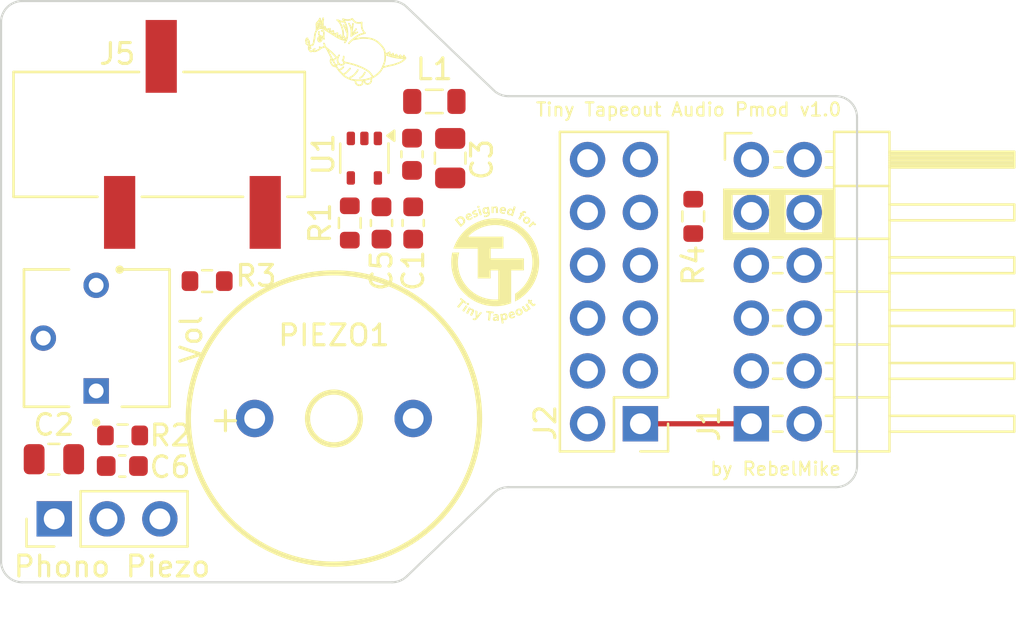
<source format=kicad_pcb>
(kicad_pcb (version 20240108) (generator "pcbnew") (generator_version "8.0")
  (layers (0 "F.Cu" signal) (31 "B.Cu" signal) (34 "B.Paste" user) (35 "F.Paste" user) (36 "B.SilkS" user "B.Silkscreen") (37 "F.SilkS" user "F.Silkscreen") (38 "B.Mask" user) (39 "F.Mask" user) (44 "Edge.Cuts" user))
  (net 0 "")
  (net 1 "GND")
  (net 2 "io3")
  (net 3 "3V3")
  (net 4 "io5")
  (net 5 "io4")
  (net 6 "io6")
  (net 7 "io2")
  (net 8 "io1")
  (net 9 "io0")
  (net 10 "pwm")
  (net 11 "Net-(J2-Pin_10)")
  (net 12 "Net-(J4-Pin_1)")
  (net 13 "Net-(J4-Pin_2)")
  (net 14 "Net-(C2-Pad1)")
  (net 15 "Net-(J4-Pin_3)")
  (net 16 "Net-(C1-Pad1)")
  (net 17 "Net-(R1-Pad2)")
  (net 19 "Net-(U1-VCC)")
  (footprint "Capacitor_SMD:C_0805_2012Metric" (layer "F.Cu") (at 80.264 50.980116 180)
    (property "Reference" "C2")
    (property "Value" "47uF")
  )
  (footprint "Capacitor_SMD:C_0603_1608Metric" (layer "F.Cu") (at 96.012 39.624 90)
    (property "Reference" "C5")
    (property "Value" "47nF" (hide yes))
  )
  (footprint "Inductor_SMD:L_0805_2012Metric" (layer "F.Cu") (at 98.552 33.782)
    (property "Reference" "L1")
    (property "Value" "MLF2012-3R3K" (hide yes))
  )
  (footprint "Capacitor_SMD:C_0603_1608Metric" (layer "F.Cu") (at 97.536 39.624 90)
    (property "Reference" "C1")
    (property "Value" "100nF" (hide yes))
  )
  (footprint "Resistor_SMD:R_0603_1608Metric" (layer "F.Cu") (at 110.998 39.307 -90)
    (property "Reference" "R4")
    (property "Value" "1k")
  )
  (footprint "LCSC:TRIM_3362P-1-102" (layer "F.Cu") (at 82.296 45.158884 90)
    (property "Reference" "Vol")
    (property "Value" "3362P-1-201LF")
  )
  (footprint "Capacitor_SMD:C_0603_1608Metric" (layer "F.Cu") (at 97.4792 36.322 -90)
    (property "Reference" "C4" (hide yes))
    (property "Value" "100nF" (hide yes))
  )
  (footprint "Package_TO_SOT_SMD:SOT-353_SC-70-5" (layer "F.Cu") (at 95.188206 36.50972 -90)
    (property "Reference" "U1")
    (property "Value" "74LVCE1G126SE-7")
  )
  (footprint "Resistor_SMD:R_0603_1608Metric" (layer "F.Cu") (at 94.488 39.624 90)
    (property "Reference" "R1")
    (property "Value" "120R" (hide yes))
  )
  (footprint "kicad-tinytapeout-pmod-lib:PinHeader_2x06_P2.54mm_PMODPeriph2B" (layer "F.Cu") (at 113.792 36.576)
    (property "Reference" "J1")
    (property "Value" "10129382-912001BLF")
  )
  (footprint "LCSC:BUZ-TH_BD14.0-P7.60-D0.7-FD" (layer "F.Cu") (at 93.726 49.022)
    (property "Reference" "PIEZO1")
    (property "Value" "ZL-YDW1407-4005P-7.6")
  )
  (footprint "Capacitor_SMD:C_0805_2012Metric" (layer "F.Cu") (at 99.314 36.51 -90)
    (property "Reference" "C3")
    (property "Value" "10uF" (hide yes))
  )
  (footprint "Resistor_SMD:R_0603_1608Metric" (layer "F.Cu") (at 87.63 42.418 180)
    (property "Reference" "R3")
    (property "Value" "470R")
  )
  (footprint "Resistor_SMD:R_0603_1608Metric" (layer "F.Cu") (at 83.566 49.837116)
    (property "Reference" "R2")
    (property "Value" "33R")
  )
  (footprint "LCSC:BOOMELE_PJ-320B" (layer "F.Cu") (at 86.324 35.366)
    (property "Reference" "J5")
    (property "Value" "PJ-320B")
  )
  (footprint "Connector_PinHeader_2.54mm:PinHeader_1x03_P2.54mm_Vertical" (layer "F.Cu") (at 80.279 53.848 90)
    (property "Reference" "Phono Piezo")
    (property "Value" "Male header")
  )
  (footprint "Header:PinSocket_2x06_P2.54mm_Vertical_Column" (layer "F.Cu") (at 108.458 36.276)
    (property "Reference" "J2")
    (property "Value" "Female header")
  )
  (footprint "Capacitor_SMD:C_0603_1608Metric" (layer "F.Cu") (at 83.553 51.308)
    (property "Reference" "C6")
    (property "Value" "100nF")
  )
  (gr_poly (pts (xy 93.049839 30.658795) (xy 93.05101 30.658846) (xy 93.052185 30.658928) (xy 93.053365 30.659037) (xy 93.05455 30.659171) (xy 93.055743 30.659326) (xy 93.056946 30.659499) (xy 93.058159 30.659687) (xy 93.063378 30.660892) (xy 93.068525 30.662472) (xy 93.073593 30.66441) (xy 93.078575 30.66669) (xy 93.083463 30.669293) (xy 93.08825 30.672204) (xy 93.092928 30.675405) (xy 93.097492 30.678878) (xy 93.101932 30.682608) (xy 93.106243 30.686576) (xy 93.110417 30.690767) (xy 93.114447 30.695162) (xy 93.118324 30.699745) (xy 93.122043 30.704498) (xy 93.125596 30.709406) (xy 93.128976 30.71445) (xy 93.132175 30.719613) (xy 93.135187 30.724879) (xy 93.138003 30.730231) (xy 93.140617 30.735651) (xy 93.143022 30.741122) (xy 93.14521 30.746628) (xy 93.147174 30.752151) (xy 93.148907 30.757675) (xy 93.150401 30.763181) (xy 93.15165 30.768654) (xy 93.152646 30.774076) (xy 93.153382 30.77943) (xy 93.15385 30.784699) (xy 93.154044 30.789867) (xy 93.153956 30.794915) (xy 93.153579 30.799827) (xy 93.152845 30.805243) (xy 93.151819 30.810706) (xy 93.150511 30.816202) (xy 93.148932 30.821714) (xy 93.144997 30.832726) (xy 93.140095 30.843617) (xy 93.134305 30.854262) (xy 93.127706 30.864538) (xy 93.120378 30.874319) (xy 93.112401 30.883482) (xy 93.103854 30.891901) (xy 93.094817 30.899452) (xy 93.09014 30.902863) (xy 93.085369 30.906011) (xy 93.080517 30.908879) (xy 93.075591 30.911452) (xy 93.070602 30.913715) (xy 93.065561 30.915652) (xy 93.060476 30.917248) (xy 93.055359 30.918486) (xy 93.050219 30.919352) (xy 93.045065 30.919829) (xy 93.039908 30.919903) (xy 93.034759 30.919557) (xy 93.027478 30.918506) (xy 93.020595 30.916999) (xy 93.0141 30.915057) (xy 93.007984 30.9127) (xy 93.002237 30.909948) (xy 92.996849 30.906823) (xy 92.991811 30.903343) (xy 92.987114 30.899531) (xy 92.982747 30.895405) (xy 92.978701 30.890988) (xy 92.974966 30.886298) (xy 92.971533 30.881356) (xy 92.968392 30.876183) (xy 92.965534 30.870799) (xy 92.962948 30.865225) (xy 92.960626 30.859481) (xy 92.958558 30.853587) (xy 92.956733 30.847563) (xy 92.955143 30.841431) (xy 92.953778 30.835211) (xy 92.952628 30.828922) (xy 92.951683 30.822585) (xy 92.950372 30.809851) (xy 92.949768 30.797171) (xy 92.949794 30.784708) (xy 92.950374 30.772626) (xy 92.951429 30.761087) (xy 92.952066 30.756478) (xy 92.952926 30.751847) (xy 92.953542 30.749425) (xy 92.978757 30.749425) (xy 92.978858 30.751337) (xy 92.979132 30.753269) (xy 92.979628 30.755114) (xy 92.980334 30.756874) (xy 92.981239 30.758546) (xy 92.982332 30.760132) (xy 92.9836 30.761629) (xy 92.985033 30.763038) (xy 92.986618 30.764357) (xy 92.988344 30.765588) (xy 92.990199 30.766728) (xy 92.992172 30.767778) (xy 92.994251 30.768736) (xy 92.996425 30.769603) (xy 92.998681 30.770378) (xy 93.001009 30.77106) (xy 93.003396 30.77165) (xy 93.005831 30.772145) (xy 93.008303 30.772546) (xy 93.010799 30.772853) (xy 93.013309 30.773064) (xy 93.015819 30.773179) (xy 93.01832 30.773198) (xy 93.0208 30.773121) (xy 93.023245 30.772945) (xy 93.025646 30.772673) (xy 93.027991 30.772301) (xy 93.030267 30.771831) (xy 93.032463 30.771261) (xy 93.034568 30.770591) (xy 93.03657 30.769821) (xy 93.038457 30.76895) (xy 93.040219 30.767977) (xy 93.041806 30.766951) (xy 93.043327 30.765825) (xy 93.044779 30.764606) (xy 93.046163 30.763298) (xy 93.047476 30.761907) (xy 93.04872 30.760437) (xy 93.049891 30.758895) (xy 93.05099 30.757285) (xy 93.052016 30.755612) (xy 93.052968 30.753882) (xy 93.053844 30.7521) (xy 93.054645 30.750272) (xy 93.055368 30.748402) (xy 93.056014 30.746495) (xy 93.056582 30.744558) (xy 93.05707 30.742595) (xy 93.057477 30.740611) (xy 93.057804 30.738612) (xy 93.058048 30.736602) (xy 93.058209 30.734588) (xy 93.058286 30.732575) (xy 93.058279 30.730567) (xy 93.058186 30.728569) (xy 93.058006 30.726588) (xy 93.057739 30.724628) (xy 93.057384 30.722695) (xy 93.056939 30.720794) (xy 93.056405 30.718929) (xy 93.055779 30.717107) (xy 93.055062 30.715333) (xy 93.054252 30.713611) (xy 93.053349 30.711947) (xy 93.052861 30.711127) (xy 93.052326 30.710327) (xy 93.051745 30.709545) (xy 93.05112 30.708783) (xy 93.050453 30.708042) (xy 93.049745 30.707321) (xy 93.049 30.706621) (xy 93.048218 30.705943) (xy 93.047401 30.705286) (xy 93.046551 30.704653) (xy 93.044761 30.703455) (xy 93.042862 30.702354) (xy 93.040868 30.701352) (xy 93.038796 30.700454) (xy 93.036659 30.699663) (xy 93.034473 30.698983) (xy 93.032252 30.698419) (xy 93.030011 30.697973) (xy 93.027765 30.69765) (xy 93.025529 30.697453) (xy 93.023318 30.697387) (xy 93.021869 30.697412) (xy 93.020446 30.697491) (xy 93.019746 30.697551) (xy 93.019054 30.697627) (xy 93.018371 30.697718) (xy 93.017696 30.697826) (xy 93.01703 30.69795) (xy 93.016374 30.698092) (xy 93.015728 30.698251) (xy 93.015092 30.698429) (xy 93.014467 30.698626) (xy 93.013852 30.698843) (xy 93.013249 30.69908) (xy 93.012658 30.699337) (xy 93.011001 30.700092) (xy 93.009347 30.700941) (xy 93.007699 30.70188) (xy 93.006061 30.702904) (xy 93.004436 30.704012) (xy 93.002829 30.705198) (xy 92.999681 30.707791) (xy 92.996644 30.710654) (xy 92.993749 30.713756) (xy 92.991023 30.717068) (xy 92.988495 30.72056) (xy 92.986194 30.7242) (xy 92.985137 30.726067) (xy 92.984149 30.72796) (xy 92.983231 30.729875) (xy 92.982388 30.731809) (xy 92.981623 30.733757) (xy 92.980941 30.735717) (xy 92.980343 30.737683) (xy 92.979835 30.739654) (xy 92.97942 30.741624) (xy 92.9791 30.743589) (xy 92.978881 30.745547) (xy 92.978765 30.747494) (xy 92.978757 30.749425) (xy 92.953542 30.749425) (xy 92.955287 30.742566) (xy 92.958457 30.733335) (xy 92.962381 30.724242) (xy 92.967006 30.715379) (xy 92.972278 30.706835) (xy 92.978143 30.698701) (xy 92.984546 30.691066) (xy 92.991434 30.68402) (xy 92.998751 30.677655) (xy 93.002555 30.674755) (xy 93.006446 30.672059) (xy 93.010417 30.669578) (xy 93.014462 30.667323) (xy 93.018574 30.665305) (xy 93.022747 30.663536) (xy 93.026973 30.662027) (xy 93.031245 30.66079) (xy 93.035558 30.659835) (xy 93.039904 30.659173) (xy 93.044276 30.658817) (xy 93.048668 30.658777)) (stroke (width 0.052) (color 255 255 255 1)) (fill solid) (layer "F.SilkS"))
  (gr_poly (pts (xy 100.1515 43.628456) (xy 99.977603 43.894097) (xy 99.895628 43.840433) (xy 100.069524 43.574792)) (stroke (width -0.000001)) (fill solid) (layer "F.SilkS"))
  (gr_poly (pts (xy 92.478957 30.796628) (xy 92.479577 30.796674) (xy 92.480194 30.79675) (xy 92.480806 30.796856) (xy 92.481412 30.796991) (xy 92.482012 30.797155) (xy 92.482603 30.797349) (xy 92.483185 30.797571) (xy 92.483756 30.797823) (xy 92.484316 30.798105) (xy 92.484864 30.798415) (xy 92.485397 30.798753) (xy 92.485915 30.799121) (xy 92.486417 30.799517) (xy 92.486901 30.799942) (xy 92.487367 30.800395) (xy 92.487813 30.800877) (xy 92.488239 30.801387) (xy 92.48946 30.802989) (xy 92.490545 30.804625) (xy 92.491499 30.806292) (xy 92.492329 30.807987) (xy 92.493043 30.809706) (xy 92.493645 30.811449) (xy 92.494143 30.81321) (xy 92.494543 30.814988) (xy 92.494852 30.81678) (xy 92.495076 30.818583) (xy 92.495222 30.820393) (xy 92.495295 30.822209) (xy 92.495303 30.824027) (xy 92.495252 30.825845) (xy 92.495148 30.827659) (xy 92.494998 30.829467) (xy 92.498251 30.831575) (xy 92.50138 30.833731) (xy 92.504387 30.835932) (xy 92.507273 30.838175) (xy 92.512686 30.842779) (xy 92.517631 30.847527) (xy 92.522117 30.852398) (xy 92.526154 30.857376) (xy 92.529754 30.86244) (xy 92.532926 30.867573) (xy 92.535681 30.872757) (xy 92.538028 30.877972) (xy 92.539979 30.883201) (xy 92.541542 30.888424) (xy 92.54273 30.893624) (xy 92.543552 30.898782) (xy 92.544018 30.903879) (xy 92.544138 30.908897) (xy 92.544075 30.911561) (xy 92.543935 30.91419) (xy 92.543721 30.916783) (xy 92.543435 30.919338) (xy 92.543082 30.921853) (xy 92.542662 30.924326) (xy 92.542179 30.926757) (xy 92.541636 30.929144) (xy 92.541035 30.931486) (xy 92.540378 30.93378) (xy 92.539669 30.936025) (xy 92.53891 30.93822) (xy 92.538104 30.940363) (xy 92.537253 30.942453) (xy 92.53636 30.944488) (xy 92.535429 30.946467) (xy 92.535265 30.946802) (xy 92.535093 30.947125) (xy 92.534911 30.947436) (xy 92.534721 30.947736) (xy 92.534524 30.948026) (xy 92.534319 30.948307) (xy 92.533891 30.948844) (xy 92.53344 30.949351) (xy 92.532972 30.949835) (xy 92.53249 30.950302) (xy 92.532 30.950757) (xy 92.531009 30.951654) (xy 92.530518 30.952108) (xy 92.530036 30.952573) (xy 92.529566 30.953054) (xy 92.529114 30.953559) (xy 92.528683 30.954091) (xy 92.528477 30.954369) (xy 92.528279 30.954657) (xy 92.52991 30.956005) (xy 92.531488 30.957413) (xy 92.533014 30.958882) (xy 92.534487 30.960407) (xy 92.537273 30.963624) (xy 92.539847 30.967048) (xy 92.542206 30.970663) (xy 92.54435 30.974456) (xy 92.546278 30.978409) (xy 92.54799 30.982509) (xy 92.549483 30.986741) (xy 92.550758 30.991087) (xy 92.551813 30.995535) (xy 92.552647 31.000068) (xy 92.55326 31.00467) (xy 92.55365 31.009328) (xy 92.553816 31.014025) (xy 92.553758 31.018747) (xy 92.55336 31.024695) (xy 92.55255 31.030669) (xy 92.551324 31.036635) (xy 92.549676 31.042557) (xy 92.547599 31.048402) (xy 92.545089 31.054135) (xy 92.542139 31.059721) (xy 92.538744 31.065125) (xy 92.534897 31.070312) (xy 92.530595 31.075249) (xy 92.52827 31.077612) (xy 92.52583 31.0799) (xy 92.523272 31.082107) (xy 92.520596 31.08423) (xy 92.517802 31.086265) (xy 92.514889 31.088206) (xy 92.511856 31.09005) (xy 92.508703 31.091792) (xy 92.505428 31.093428) (xy 92.502031 31.094954) (xy 92.498512 31.096365) (xy 92.494869 31.097657) (xy 92.494222 31.097847) (xy 92.493573 31.098002) (xy 92.492925 31.098123) (xy 92.492277 31.098211) (xy 92.491631 31.098266) (xy 92.490987 31.098289) (xy 92.490347 31.09828) (xy 92.489711 31.09824) (xy 92.489081 31.098169) (xy 92.488457 31.098068) (xy 92.487841 31.097938) (xy 92.487234 31.097778) (xy 92.486636 31.09759) (xy 92.486048 31.097374) (xy 92.485471 31.097131) (xy 92.484907 31.096861) (xy 92.484356 31.096564) (xy 92.48382 31.096242) (xy 92.483299 31.095895) (xy 92.482794 31.095523) (xy 92.482306 31.095127) (xy 92.481837 31.094707) (xy 92.481387 31.094265) (xy 92.480956 31.0938) (xy 92.480548 31.093313) (xy 92.480161 31.092804) (xy 92.479797 31.092275) (xy 92.479457 31.091726) (xy 92.479143 31.091157) (xy 92.478854 31.090569) (xy 92.478592 31.089962) (xy 92.478359 31.089337) (xy 92.478169 31.088702) (xy 92.478012 31.088063) (xy 92.477889 31.087423) (xy 92.477799 31.086783) (xy 92.477741 31.086143) (xy 92.477715 31.085504) (xy 92.477721 31.084867) (xy 92.477757 31.084235) (xy 92.477824 31.083606) (xy 92.477921 31.082984) (xy 92.478048 31.082368) (xy 92.478203 31.081759) (xy 92.478387 31.08116) (xy 92.478599 31.08057) (xy 92.478839 31.079991) (xy 92.479106 31.079425) (xy 92.4794 31.078871) (xy 92.479719 31.078331) (xy 92.480065 31.077806) (xy 92.480435 31.077297) (xy 92.480831 31.076805) (xy 92.481251 31.076332) (xy 92.481694 31.075877) (xy 92.482161 31.075443) (xy 92.482651 31.075031) (xy 92.483163 31.07464) (xy 92.483697 31.074273) (xy 92.484252 31.073931) (xy 92.484829 31.073614) (xy 92.485425 31.073324) (xy 92.486042 31.073061) (xy 92.486679 31.072827) (xy 92.489391 31.071888) (xy 92.491994 31.070876) (xy 92.494492 31.069792) (xy 92.496884 31.068641) (xy 92.499174 31.067423) (xy 92.501361 31.066141) (xy 92.503448 31.064797) (xy 92.505437 31.063394) (xy 92.507329 31.061934) (xy 92.509126 31.060419) (xy 92.510828 31.058851) (xy 92.512439 31.057233) (xy 92.513959 31.055567) (xy 92.51539 31.053856) (xy 92.516734 31.052101) (xy 92.517992 31.050305) (xy 92.519166 31.04847) (xy 92.520257 31.046598) (xy 92.521268 31.044692) (xy 92.522199 31.042754) (xy 92.523052 31.040787) (xy 92.523829 31.038792) (xy 92.52516 31.034729) (xy 92.526206 31.030584) (xy 92.52698 31.026374) (xy 92.527493 31.022119) (xy 92.527758 31.017837) (xy 92.527784 31.013556) (xy 92.527533 31.009357) (xy 92.527023 31.005259) (xy 92.526273 31.001282) (xy 92.525302 30.997447) (xy 92.524127 30.993774) (xy 92.522768 30.990283) (xy 92.521242 30.986994) (xy 92.519569 30.983928) (xy 92.517766 30.981104) (xy 92.515852 30.978543) (xy 92.513846 30.976265) (xy 92.511766 30.974291) (xy 92.509631 30.972639) (xy 92.507459 30.971331) (xy 92.505268 30.970387) (xy 92.504399 30.970056) (xy 92.503572 30.969675) (xy 92.502787 30.969245) (xy 92.502045 30.968771) (xy 92.501346 30.968254) (xy 92.50069 30.967698) (xy 92.50008 30.967104) (xy 92.499514 30.966477) (xy 92.498994 30.965818) (xy 92.498519 30.96513) (xy 92.498092 30.964417) (xy 92.497711 30.96368) (xy 92.497379 30.962923) (xy 92.497094 30.962148) (xy 92.496859 30.961358) (xy 92.496672 30.960556) (xy 92.496536 30.959744) (xy 92.49645 30.958925) (xy 92.496415 30.958103) (xy 92.496431 30.957279) (xy 92.4965 30.956457) (xy 92.496621 30.955638) (xy 92.496796 30.954827) (xy 92.497024 30.954025) (xy 92.497306 30.953236) (xy 92.497643 30.952462) (xy 92.498036 30.951705) (xy 92.498485 30.950969) (xy 92.49899 30.950257) (xy 92.499552 30.949571) (xy 92.500171 30.948913) (xy 92.500849 30.948287) (xy 92.501019 30.948144) (xy 92.50119 30.948006) (xy 92.501361 30.947874) (xy 92.501531 30.947747) (xy 92.501872 30.947505) (xy 92.502214 30.947279) (xy 92.502555 30.947066) (xy 92.502896 30.946861) (xy 92.503579 30.946467) (xy 92.503803 30.946269) (xy 92.504424 30.945687) (xy 92.504858 30.945258) (xy 92.505361 30.944739) (xy 92.505924 30.944134) (xy 92.506536 30.943444) (xy 92.507188 30.942672) (xy 92.50787 30.94182) (xy 92.508571 30.940891) (xy 92.509282 30.939886) (xy 92.509639 30.939356) (xy 92.509994 30.938807) (xy 92.510346 30.938242) (xy 92.510695 30.937658) (xy 92.511039 30.937058) (xy 92.511377 30.936441) (xy 92.511707 30.935807) (xy 92.512029 30.935157) (xy 92.512676 30.933812) (xy 92.513299 30.932413) (xy 92.513896 30.930961) (xy 92.514464 30.929461) (xy 92.515001 30.927916) (xy 92.515504 30.926327) (xy 92.515971 30.924699) (xy 92.5164 30.923034) (xy 92.516787 30.921336) (xy 92.517131 30.919608) (xy 92.517428 30.917852) (xy 92.517678 30.916071) (xy 92.517876 30.91427) (xy 92.51802 30.91245) (xy 92.518109 30.910614) (xy 92.518139 30.908767) (xy 92.518082 30.904983) (xy 92.517799 30.901145) (xy 92.517263 30.897262) (xy 92.516447 30.893346) (xy 92.515325 30.889405) (xy 92.513872 30.885449) (xy 92.512062 30.881489) (xy 92.511014 30.879511) (xy 92.509867 30.877534) (xy 92.508618 30.875562) (xy 92.507263 30.873595) (xy 92.505799 30.871634) (xy 92.504223 30.869681) (xy 92.502532 30.867736) (xy 92.500721 30.865801) (xy 92.498789 30.863878) (xy 92.496731 30.861967) (xy 92.494545 30.86007) (xy 92.492227 30.858187) (xy 92.489774 30.856321) (xy 92.487182 30.854473) (xy 92.484449 30.852643) (xy 92.481572 30.850833) (xy 92.478546 30.849044) (xy 92.475368 30.847277) (xy 92.474876 30.846999) (xy 92.4744 30.846702) (xy 92.473939 30.846387) (xy 92.473495 30.846053) (xy 92.473067 30.845703) (xy 92.472656 30.845337) (xy 92.472263 30.844954) (xy 92.471887 30.844557) (xy 92.471529 30.844146) (xy 92.471189 30.843721) (xy 92.470867 30.843283) (xy 92.470565 30.842832) (xy 92.470282 30.842371) (xy 92.470018 30.841898) (xy 92.469774 30.841415) (xy 92.469551 30.840923) (xy 92.469348 30.840422) (xy 92.469166 30.839913) (xy 92.469005 30.839397) (xy 92.468866 30.838874) (xy 92.468748 30.838345) (xy 92.468653 30.837811) (xy 92.468581 30.837272) (xy 92.468531 30.836729) (xy 92.468505 30.836183) (xy 92.468502 30.835634) (xy 92.468523 30.835083) (xy 92.468568 30.834532) (xy 92.468638 30.833979) (xy 92.468733 30.833427) (xy 92.468853 30.832876) (xy 92.468998 30.832327) (xy 92.46936 30.830891) (xy 92.469663 30.829553) (xy 92.46991 30.828306) (xy 92.470099 30.827145) (xy 92.470233 30.826065) (xy 92.47031 30.825058) (xy 92.470332 30.82412) (xy 92.470299 30.823243) (xy 92.47021 30.822423) (xy 92.470067 30.821654) (xy 92.469871 30.820929) (xy 92.46962 30.820243) (xy 92.469316 30.81959) (xy 92.468959 30.818963) (xy 92.46855 30.818358) (xy 92.468088 30.817767) (xy 92.467689 30.817247) (xy 92.46732 30.816713) (xy 92.466982 30.816165) (xy 92.466674 30.815604) (xy 92.466396 30.815032) (xy 92.466148 30.81445) (xy 92.46593 30.813859) (xy 92.465742 30.81326) (xy 92.465584 30.812654) (xy 92.465456 30.812043) (xy 92.465358 30.811427) (xy 92.465289 30.810809) (xy 92.46525 30.810188) (xy 92.46524 30.809567) (xy 92.46526 30.808945) (xy 92.46531 30.808326) (xy 92.465388 30.807709) (xy 92.465496 30.807096) (xy 92.465633 30.806488) (xy 92.465799 30.805886) (xy 92.465995 30.805291) (xy 92.466219 30.804705) (xy 92.466472 30.804128) (xy 92.466754 30.803563) (xy 92.467064 30.803009) (xy 92.467404 30.802468) (xy 92.467772 30.801942) (xy 92.468168 30.801432) (xy 92.468593 30.800938) (xy 92.469047 30.800461) (xy 92.469528 30.800004) (xy 92.470038 30.799567) (xy 92.47057 30.799156) (xy 92.471115 30.798776) (xy 92.471674 30.798427) (xy 92.472244 30.79811) (xy 92.472825 30.797823) (xy 92.473415 30.797566) (xy 92.474014 30.797341) (xy 92.474619 30.797146) (xy 92.47523 30.796981) (xy 92.475847 30.796847) (xy 92.476466 30.796743) (xy 92.477088 30.796669) (xy 92.477712 30.796626) (xy 92.478335 30.796612)) (stroke (width 0.052) (color 255 255 255 1)) (fill solid) (layer "F.SilkS"))
  (gr_poly (pts (xy 101.216662 39.120532) (xy 101.218345 39.131292) (xy 101.21958 39.141814) (xy 101.220367 39.152097) (xy 101.220707 39.162141) (xy 101.220599 39.171947) (xy 101.220044 39.181513) (xy 101.219041 39.190841) (xy 101.21759 39.19993) (xy 101.215692 39.20878) (xy 101.213346 39.217392) (xy 101.210552 39.225764) (xy 101.207311 39.233898) (xy 101.203622 39.241793) (xy 101.199486 39.249449) (xy 101.194902 39.256867) (xy 101.18987 39.264045) (xy 101.184412 39.270986) (xy 101.178535 39.277614) (xy 101.172239 39.28393) (xy 101.165525 39.289932) (xy 101.158392 39.295622) (xy 101.15084 39.301) (xy 101.142869 39.306064) (xy 101.13448 39.310816) (xy 101.125671 39.315255) (xy 101.116444 39.319382) (xy 101.106799 39.323195) (xy 101.096734 39.326696) (xy 101.086251 39.329885) (xy 101.075349 39.33276) (xy 101.064028 39.335323) (xy 101.052288 39.337573) (xy 101.036844 39.339989) (xy 101.029393 39.340932) (xy 101.022123 39.341697) (xy 101.015033 39.342286) (xy 101.008124 39.342698) (xy 101.001395 39.342934) (xy 100.994846 39.342992) (xy 100.988479 39.342874) (xy 100.982291 39.342578) (xy 100.976284 39.342106) (xy 100.970458 39.341457) (xy 100.964813 39.340632) (xy 100.959347 39.339629) (xy 100.954063 39.338449) (xy 100.948959 39.337093) (xy 100.934724 39.255856) (xy 100.941355 39.258201) (xy 100.947956 39.260325) (xy 100.954524 39.262228) (xy 100.961062 39.263911) (xy 100.967568 39.265373) (xy 100.974043 39.266614) (xy 100.980487 39.267634) (xy 100.986899 39.268433) (xy 100.99328 39.269012) (xy 100.99963 39.26937) (xy 101.005949 39.269507) (xy 101.012236 39.269424) (xy 101.018492 39.26912) (xy 101.024716 39.268595) (xy 101.030909 39.267849) (xy 101.037071 39.266882) (xy 101.043076 39.265726) (xy 101.048873 39.264396) (xy 101.054462 39.262894) (xy 101.059845 39.261219) (xy 101.06502 39.259372) (xy 101.069988 39.257352) (xy 101.074748 39.255159) (xy 101.079301 39.252793) (xy 101.083647 39.250255) (xy 101.087786 39.247544) (xy 101.091717 39.24466) (xy 101.095441 39.241604) (xy 101.098957 39.238375) (xy 101.102266 39.234973) (xy 101.105368 39.231399) (xy 101.108263 39.227652) (xy 101.110943 39.223802) (xy 101.113387 39.219843) (xy 101.115596 39.215776) (xy 101.11757 39.2116) (xy 101.119307 39.207315) (xy 101.12081 39.202921) (xy 101.122077 39.198419) (xy 101.123109 39.193808) (xy 101.123905 39.189088) (xy 101.124465 39.18426) (xy 101.12479 39.179322) (xy 101.12488 39.174276) (xy 101.124734 39.169121) (xy 101.124353 39.163858) (xy 101.123736 39.158486) (xy 101.122884 39.153004) (xy 101.118552 39.128267) (xy 101.117328 39.128507) (xy 101.114197 39.135612) (xy 101.110748 39.142349) (xy 101.106981 39.14872) (xy 101.102897 39.154723) (xy 101.098495 39.160358) (xy 101.093775 39.165627) (xy 101.088738 39.170528) (xy 101.083383 39.175061) (xy 101.077711 39.179228) (xy 101.07172 39.183027) (xy 101.065412 39.186459) (xy 101.058787 39.189523) (xy 101.051844 39.19222) (xy 101.044583 39.19455) (xy 101.037004 39.196512) (xy 101.029108 39.198107) (xy 101.021694 39.199237) (xy 101.014415 39.200003) (xy 101.007271 39.200407) (xy 101.000263 39.200447) (xy 100.993391 39.200124) (xy 100.986654 39.199438) (xy 100.980053 39.198389) (xy 100.973587 39.196976) (xy 100.967257 39.195201) (xy 100.961063 39.193062) (xy 100.955004 39.19056) (xy 100.94908 39.187695) (xy 100.943292 39.184467) (xy 100.93764 39.180876) (xy 100.932123 39.176922) (xy 100.926742 39.172605) (xy 100.921547 39.167969) (xy 100.916586 39.163062) (xy 100.91186 39.157882) (xy 100.90737 39.15243) (xy 100.903114 39.146705) (xy 100.899094 39.140708) (xy 100.895309 39.134439) (xy 100.891759 39.127897) (xy 100.888444 39.121083) (xy 100.885364 39.113997) (xy 100.882519 39.106638) (xy 100.879909 39.099007) (xy 100.877534 39.091104) (xy 100.875395 39.082928) (xy 100.87349 39.074479) (xy 100.871821 39.065759) (xy 100.870257 39.055934) (xy 100.869043 39.046311) (xy 100.868179 39.03689) (xy 100.867665 39.027671) (xy 100.867502 39.018653) (xy 100.86761 39.013505) (xy 100.96637 39.013505) (xy 100.966425 39.018452) (xy 100.966651 39.023534) (xy 100.967049 39.02875) (xy 100.967618 39.034101) (xy 100.968357 39.039587) (xy 100.969269 39.045208) (xy 100.970182 39.050019) (xy 100.971209 39.05468) (xy 100.97235 39.059191) (xy 100.973604 39.063551) (xy 100.974973 39.067762) (xy 100.976455 39.071822) (xy 100.978051 39.075731) (xy 100.979761 39.07949) (xy 100.981585 39.0831) (xy 100.983523 39.086558) (xy 100.985575 39.089867) (xy 100.98774 39.093025) (xy 100.990019 39.096033) (xy 100.992412 39.098891) (xy 100.994919 39.101598) (xy 100.99754 39.104155) (xy 101.000246 39.106502) (xy 101.003021 39.108654) (xy 101.005865 39.110613) (xy 101.008778 39.112377) (xy 101.011761 39.113947) (xy 101.014813 39.115323) (xy 101.017934 39.116505) (xy 101.021125 39.117493) (xy 101.024385 39.118287) (xy 101.027714 39.118886) (xy 101.031112 39.119292) (xy 101.03458 39.119503) (xy 101.038117 39.11952) (xy 101.041723 39.119343) (xy 101.045399 39.118972) (xy 101.049143 39.118407) (xy 101.052824 39.11767) (xy 101.056382 39.11677) (xy 101.059818 39.115707) (xy 101.063132 39.114481) (xy 101.066324 39.113091) (xy 101.069394 39.111539) (xy 101.072342 39.109823) (xy 101.075169 39.107945) (xy 101.077873 39.105903) (xy 101.080455 39.103699) (xy 101.082914 39.101331) (xy 101.085252 39.0988) (xy 101.087468 39.096106) (xy 101.089562 39.093249) (xy 101.091534 39.090229) (xy 101.093384 39.087046) (xy 101.095121 39.083692) (xy 101.096693 39.080249) (xy 101.098099 39.076717) (xy 101.09934 39.073097) (xy 101.100415 39.069387) (xy 101.101325 39.065587) (xy 101.102068 39.061699) (xy 101.102647 39.057722) (xy 101.103059 39.053656) (xy 101.103306 39.049501) (xy 101.103388 39.045257) (xy 101.103303 39.040924) (xy 101.103054 39.036502) (xy 101.102638 39.031991) (xy 101.102057 39.02739) (xy 101.10131 39.022701) (xy 101.101308 39.022701) (xy 101.096976 38.997964) (xy 101.096264 38.994307) (xy 101.095426 38.990744) (xy 101.094462 38.987275) (xy 101.093371 38.983899) (xy 101.092154 38.980616) (xy 101.090811 38.977427) (xy 101.089341 38.974332) (xy 101.087745 38.971329) (xy 101.086023 38.968421) (xy 101.084175 38.965605) (xy 101.0822 38.962883) (xy 101.080099 38.960255) (xy 101.077872 38.95772) (xy 101.075519 38.955278) (xy 101.073039 38.95293) (xy 101.070433 38.950675) (xy 101.067768 38.948512) (xy 101.065049 38.946528) (xy 101.062274 38.944724) (xy 101.059446 38.943098) (xy 101.056562 38.941652) (xy 101.053624 38.940385) (xy 101.050631 38.939298) (xy 101.047584 38.938389) (xy 101.044481 38.93766) (xy 101.041324 38.93711) (xy 101.038113 38.93674) (xy 101.034847 38.936549) (xy 101.031526 38.936537) (xy 101.02815 38.936704) (xy 101.02472 38.93705) (xy 101.021235 38.937576) (xy 101.017298 38.938367) (xy 101.013502 38.939335) (xy 101.009847 38.94048) (xy 101.006335 38.941801) (xy 101.002964 38.943299) (xy 100.999734 38.944974) (xy 100.996647 38.946826) (xy 100.9937 38.948855) (xy 100.990896 38.95106) (xy 100.988233 38.953443) (xy 100.985712 38.956002) (xy 100.983333 38.958738) (xy 100.981095 38.96165) (xy 100.978999 38.96474) (xy 100.977044 38.968006) (xy 100.975231 38.971449) (xy 100.973575 38.975048) (xy 100.97209 38.978782) (xy 100.970776 38.982651) (xy 100.969633 38.986654) (xy 100.968661 38.990792) (xy 100.96786 38.995065) (xy 100.967231 38.999473) (xy 100.966773 39.004016) (xy 100.966486 39.008693) (xy 100.96637 39.013505) (xy 100.86761 39.013505) (xy 100.867688 39.009837) (xy 100.868225 39.001223) (xy 100.869112 38.992811) (xy 100.870349 38.9846) (xy 100.871936 38.976592) (xy 100.873873 38.968785) (xy 100.87616 38.96118) (xy 100.878798 38.953776) (xy 100.881785 38.946575) (xy 100.885123 38.939575) (xy 100.888811 38.932777) (xy 100.892803 38.926246) (xy 100.897052 38.920045) (xy 100.901558 38.914176) (xy 100.906321 38.908638) (xy 100.911341 38.903431) (xy 100.916619 38.898556) (xy 100.922154 38.894011) (xy 100.927946 38.889798) (xy 100.933996 38.885916) (xy 100.940303 38.882366) (xy 100.946867 38.879146) (xy 100.953688 38.876258) (xy 100.960766 38.8737) (xy 100.968102 38.871474) (xy 100.975695 38.86958) (xy 100.983545 38.868016) (xy 100.990602 38.866956) (xy 100.997494 38.86628) (xy 101.004223 38.865986) (xy 101.010787 38.866075) (xy 101.017188 38.866547) (xy 101.023424 38.867402) (xy 101.029497 38.86864) (xy 101.035405 38.870261) (xy 101.041149 38.872264) (xy 101.046729 38.874651) (xy 101.052145 38.87742) (xy 101.057397 38.880573) (xy 101.062485 38.884108) (xy 101.067409 38.888026) (xy 101.072169 38.892326) (xy 101.076764 38.89701) (xy 101.077988 38.89677) (xy 101.07162 38.860427) (xy 101.168128 38.843517)) (stroke (width -0.000001)) (fill solid) (layer "F.SilkS"))
  (gr_poly (pts (xy 93.977799 31.549472) (xy 93.978422 31.549513) (xy 93.979042 31.549585) (xy 93.979656 31.549686) (xy 93.980265 31.549816) (xy 93.980866 31.549976) (xy 93.981459 31.550164) (xy 93.982042 31.55038) (xy 93.982615 31.550624) (xy 93.983176 31.550895) (xy 93.983723 31.551194) (xy 93.984257 31.551519) (xy 93.984776 31.551871) (xy 93.985278 31.552249) (xy 93.985762 31.552652) (xy 93.986228 31.553081) (xy 93.986675 31.553535) (xy 93.9871 31.554014) (xy 93.987503 31.554516) (xy 93.987883 31.555043) (xy 93.988238 31.555593) (xy 93.988568 31.556167) (xy 93.98888 31.556757) (xy 93.989158 31.557355) (xy 93.989403 31.557961) (xy 93.989614 31.558574) (xy 93.989793 31.559192) (xy 93.989939 31.559815) (xy 93.990052 31.560441) (xy 93.990134 31.561068) (xy 93.990185 31.561697) (xy 93.990205 31.562326) (xy 93.990193 31.562953) (xy 93.990152 31.563578) (xy 93.990081 31.564199) (xy 93.989979 31.564816) (xy 93.989849 31.565427) (xy 93.98969 31.566031) (xy 93.989502 31.566627) (xy 93.989286 31.567214) (xy 93.989042 31.56779) (xy 93.98877 31.568356) (xy 93.988472 31.568909) (xy 93.988146 31.569448) (xy 93.987795 31.569972) (xy 93.987417 31.570481) (xy 93.987013 31.570973) (xy 93.986584 31.571447) (xy 93.98613 31.571901) (xy 93.985652 31.572336) (xy 93.985149 31.572748) (xy 93.984622 31.573139) (xy 93.984072 31.573505) (xy 93.983499 31.573847) (xy 93.97825 31.579795) (xy 93.976964 31.581337) (xy 93.975593 31.583033) (xy 93.974152 31.584878) (xy 93.972658 31.586863) (xy 93.971126 31.588983) (xy 93.969573 31.591229) (xy 93.968015 31.593596) (xy 93.966469 31.596077) (xy 93.963309 31.601331) (xy 93.960082 31.607027) (xy 93.956807 31.613136) (xy 93.953501 31.619623) (xy 93.950183 31.626458) (xy 93.946871 31.633608) (xy 93.943583 31.641042) (xy 93.940338 31.648727) (xy 93.93408 31.664766) (xy 93.928271 31.681536) (xy 93.92558 31.690126) (xy 93.923056 31.698818) (xy 93.920716 31.707582) (xy 93.91858 31.716392) (xy 93.916664 31.72522) (xy 93.914987 31.734039) (xy 93.913568 31.742822) (xy 93.912423 31.751541) (xy 93.911572 31.760168) (xy 93.911032 31.768676) (xy 93.910822 31.777038) (xy 93.910959 31.785227) (xy 93.912072 31.811509) (xy 93.912842 31.823931) (xy 93.913916 31.835781) (xy 93.914606 31.84147) (xy 93.915417 31.846991) (xy 93.916366 31.852335) (xy 93.917467 31.857493) (xy 93.918735 31.862457) (xy 93.920187 31.867218) (xy 93.921836 31.871767) (xy 93.923699 31.876097) (xy 93.928477 31.886034) (xy 93.933392 31.895522) (xy 93.938431 31.904569) (xy 93.943578 31.913184) (xy 93.948819 31.921373) (xy 93.954139 31.929145) (xy 93.959523 31.936508) (xy 93.964957 31.94347) (xy 93.970426 31.950038) (xy 93.975916 31.956222) (xy 93.981411 31.962029) (xy 93.986897 31.967467) (xy 93.992359 31.972543) (xy 93.997784 31.977267) (xy 94.003155 31.981646) (xy 94.008459 31.985687) (xy 94.013672 31.989387) (xy 94.018815 31.992743) (xy 94.023862 31.995768) (xy 94.028787 31.998476) (xy 94.033567 32.000879) (xy 94.038175 32.00299) (xy 94.042586 32.004823) (xy 94.046776 32.006389) (xy 94.050719 32.007703) (xy 94.05439 32.008777) (xy 94.057764 32.009624) (xy 94.060816 32.010257) (xy 94.06352 32.010689) (xy 94.065852 32.010932) (xy 94.067787 32.011001) (xy 94.069299 32.010907) (xy 94.104325 32.006091) (xy 94.121153 32.003245) (xy 94.129276 32.001572) (xy 94.137158 31.999678) (xy 94.144767 31.997524) (xy 94.152067 31.99507) (xy 94.159024 31.992274) (xy 94.165604 31.989097) (xy 94.171773 31.9855) (xy 94.177496 31.98144) (xy 94.182739 31.97688) (xy 94.18517 31.974399) (xy 94.187469 31.971777) (xy 94.188499 31.970396) (xy 94.189493 31.968796) (xy 94.190445 31.966989) (xy 94.191352 31.964989) (xy 94.192211 31.962807) (xy 94.193017 31.960456) (xy 94.193767 31.95795) (xy 94.194456 31.955299) (xy 94.195082 31.952518) (xy 94.195639 31.949619) (xy 94.196125 31.946613) (xy 94.196536 31.943514) (xy 94.196868 31.940335) (xy 94.197116 31.937087) (xy 94.197278 31.933783) (xy 94.197349 31.930437) (xy 94.197256 31.923666) (xy 94.196904 31.91688) (xy 94.196323 31.910186) (xy 94.195545 31.903689) (xy 94.194603 31.897498) (xy 94.193528 31.891717) (xy 94.192353 31.886455) (xy 94.191109 31.881817) (xy 94.190305 31.879368) (xy 94.189385 31.876968) (xy 94.188352 31.874614) (xy 94.187212 31.872302) (xy 94.185971 31.870029) (xy 94.184632 31.867792) (xy 94.1832 31.865588) (xy 94.181681 31.863414) (xy 94.178402 31.859143) (xy 94.174831 31.854953) (xy 94.17101 31.850819) (xy 94.166977 31.846717) (xy 94.158435 31.838506) (xy 94.149519 31.830118) (xy 94.145019 31.825795) (xy 94.140545 31.821352) (xy 94.136135 31.816764) (xy 94.131828 31.812007) (xy 94.131405 31.811511) (xy 94.13101 31.811) (xy 94.130646 31.810474) (xy 94.13031 31.809935) (xy 94.130005 31.809383) (xy 94.129728 31.808821) (xy 94.129481 31.808248) (xy 94.129263 31.807666) (xy 94.129074 31.807077) (xy 94.128914 31.806481) (xy 94.128784 31.805879) (xy 94.128682 31.805273) (xy 94.128609 31.804663) (xy 94.128565 31.804051) (xy 94.128549 31.803439) (xy 94.128562 31.802826) (xy 94.128604 31.802214) (xy 94.128674 31.801605) (xy 94.128773 31.800999) (xy 94.1289 31.800397) (xy 94.129055 31.799801) (xy 94.129238 31.799212) (xy 94.12945 31.798631) (xy 94.12969 31.798058) (xy 94.129957 31.797496) (xy 94.130253 31.796945) (xy 94.130576 31.796406) (xy 94.130927 31.795881) (xy 94.131306 31.79537) (xy 94.131713 31.794875) (xy 94.132147 31.794397) (xy 94.132608 31.793937) (xy 94.137069 31.789644) (xy 94.141267 31.785274) (xy 94.145209 31.780826) (xy 94.148902 31.776304) (xy 94.152354 31.771708) (xy 94.155573 31.767039) (xy 94.158565 31.7623) (xy 94.161338 31.75749) (xy 94.1639 31.752613) (xy 94.166257 31.747668) (xy 94.170387 31.737583) (xy 94.173787 31.727246) (xy 94.176516 31.716668) (xy 94.178633 31.705861) (xy 94.180195 31.694834) (xy 94.181263 31.683598) (xy 94.181895 31.672166) (xy 94.182148 31.660546) (xy 94.182083 31.648751) (xy 94.181229 31.624677) (xy 94.181209 31.62401) (xy 94.181224 31.62335) (xy 94.181273 31.622697) (xy 94.181354 31.622054) (xy 94.181467 31.621419) (xy 94.181611 31.620796) (xy 94.181785 31.620183) (xy 94.181988 31.619583) (xy 94.18222 31.618995) (xy 94.18248 31.618421) (xy 94.182767 31.617862) (xy 94.183079 31.617319) (xy 94.183418 31.616792) (xy 94.18378 31.616282) (xy 94.184167 31.61579) (xy 94.184576 31.615317) (xy 94.185007 31.614864) (xy 94.18546 31.614431) (xy 94.185933 31.614021) (xy 94.186426 31.613632) (xy 94.186938 31.613267) (xy 94.187467 31.612926) (xy 94.188014 31.612609) (xy 94.188578 31.612319) (xy 94.189157 31.612055) (xy 94.18975 31.611819) (xy 94.190358 31.611611) (xy 94.190979 31.611432) (xy 94.191613 31.611284) (xy 94.192257 31.611166) (xy 94.192913 31.61108) (xy 94.193579 31.611027) (xy 94.194246 31.611019) (xy 94.194906 31.611044) (xy 94.195558 31.611101) (xy 94.196202 31.61119) (xy 94.196836 31.611309) (xy 94.19746 31.611457) (xy 94.198072 31.611635) (xy 94.198673 31.611841) (xy 94.19926 31.612075) (xy 94.199834 31.612336) (xy 94.200393 31.612623) (xy 94.200937 31.612935) (xy 94.201464 31.613272) (xy 94.201974 31.613633) (xy 94.202466 31.614017) (xy 94.202938 31.614423) (xy 94.203391 31.614851) (xy 94.203824 31.615301) (xy 94.204235 31.61577) (xy 94.204623 31.616259) (xy 94.204989 31.616766) (xy 94.20533 31.617292) (xy 94.205646 31.617835) (xy 94.205937 31.618394) (xy 94.2062 31.61897) (xy 94.206437 31.61956) (xy 94.206645 31.620165) (xy 94.206823 31.620783) (xy 94.206972 31.621414) (xy 94.20709 31.622057) (xy 94.207175 31.622712) (xy 94.207229 31.623377) (xy 94.207977 31.646862) (xy 94.207957 31.658633) (xy 94.207606 31.670392) (xy 94.206873 31.682117) (xy 94.205707 31.693783) (xy 94.204055 31.705367) (xy 94.201866 31.716847) (xy 94.199089 31.728199) (xy 94.195673 31.739399) (xy 94.191566 31.750426) (xy 94.186717 31.761254) (xy 94.181074 31.771862) (xy 94.174586 31.782225) (xy 94.167201 31.792321) (xy 94.158868 31.802127) (xy 94.166424 31.809194) (xy 94.17446 31.816474) (xy 94.18268 31.82414) (xy 94.186765 31.828173) (xy 94.190783 31.832368) (xy 94.194699 31.836748) (xy 94.198473 31.841334) (xy 94.202069 31.846148) (xy 94.205449 31.851212) (xy 94.207047 31.853845) (xy 94.208576 31.856548) (xy 94.210034 31.859325) (xy 94.211414 31.862178) (xy 94.212712 31.86511) (xy 94.213923 31.868124) (xy 94.215044 31.871222) (xy 94.216068 31.874407) (xy 94.216227 31.875064) (xy 94.216365 31.875765) (xy 94.216483 31.876504) (xy 94.216586 31.877275) (xy 94.216756 31.878895) (xy 94.216897 31.880582) (xy 94.217032 31.882293) (xy 94.217184 31.883986) (xy 94.217375 31.885619) (xy 94.217492 31.886398) (xy 94.217628 31.887147) (xy 94.387926 31.920581) (xy 94.548192 31.958277) (xy 94.624875 31.978856) (xy 94.699424 32.00066) (xy 94.771964 32.023741) (xy 94.84262 32.048152) (xy 94.911516 32.073946) (xy 94.978777 32.101177) (xy 95.044529 32.129897) (xy 95.108895 32.160159) (xy 95.172 32.192016) (xy 95.233969 32.225521) (xy 95.294927 32.260727) (xy 95.354999 32.297687) (xy 95.372315 32.309357) (xy 95.389475 32.322257) (xy 95.406438 32.336271) (xy 95.423159 32.351286) (xy 95.439598 32.367186) (xy 95.45571 32.383858) (xy 95.471454 32.401187) (xy 95.486786 32.419058) (xy 95.501665 32.437358) (xy 95.516046 32.455971) (xy 95.529889 32.474783) (xy 95.543149 32.49368) (xy 95.555785 32.512548) (xy 95.567754 32.531271) (xy 95.579013 32.549735) (xy 95.589519 32.567827) (xy 95.589831 32.568417) (xy 95.59011 32.569015) (xy 95.590357 32.569622) (xy 95.59057 32.570234) (xy 95.590752 32.570852) (xy 95.590901 32.571475) (xy 95.591019 32.572101) (xy 95.591105 32.572728) (xy 95.591161 32.573357) (xy 95.591185 32.573986) (xy 95.591179 32.574613) (xy 95.591144 32.575238) (xy 95.591078 32.575859) (xy 95.590983 32.576476) (xy 95.590858 32.577087) (xy 95.590705 32.577691) (xy 95.590523 32.578287) (xy 95.590313 32.578874) (xy 95.590075 32.57945) (xy 95.58981 32.580016) (xy 95.589517 32.580569) (xy 95.589197 32.581108) (xy 95.58885 32.581632) (xy 95.588477 32.582141) (xy 95.588078 32.582633) (xy 95.587653 32.583107) (xy 95.587202 32.583561) (xy 95.586727 32.583995) (xy 95.586226 32.584408) (xy 95.585701 32.584799) (xy 95.585152 32.585165) (xy 95.584579 32.585507) (xy 95.583989 32.585819) (xy 95.58339 32.586098) (xy 95.582784 32.586345) (xy 95.582172 32.586558) (xy 95.581553 32.58674) (xy 95.580931 32.586889) (xy 95.580305 32.587007) (xy 95.579677 32.587093) (xy 95.579049 32.587149) (xy 95.57842 32.587173) (xy 95.577793 32.587168) (xy 95.577168 32.587132) (xy 95.576547 32.587066) (xy 95.57593 32.586971) (xy 95.575319 32.586846) (xy 95.574715 32.586693) (xy 95.574119 32.586511) (xy 95.573532 32.586301) (xy 95.572955 32.586063) (xy 95.57239 32.585798) (xy 95.571837 32.585505) (xy 95.571298 32.585185) (xy 95.570773 32.584838) (xy 95.570265 32.584465) (xy 95.569773 32.584066) (xy 95.569299 32.583641) (xy 95.568845 32.58319) (xy 95.56841 32.582715) (xy 95.567998 32.582214) (xy 95.567607 32.581689) (xy 95.567241 32.58114) (xy 95.566899 32.580567) (xy 95.556671 32.56298) (xy 95.545668 32.54501) (xy 95.533947 32.526774) (xy 95.521561 32.508393) (xy 95.508566 32.489983) (xy 95.495017 32.471666) (xy 95.480968 32.453558) (xy 95.466474 32.435779) (xy 95.45159 32.418449) (xy 95.436371 32.401685) (xy 95.420871 32.385607) (xy 95.405146 32.370333) (xy 95.389251 32.355982) (xy 95.373239 32.342673) (xy 95.357167 32.330525) (xy 95.341089 32.319657) (xy 95.281977 32.283288) (xy 95.221997 32.248637) (xy 95.161024 32.215652) (xy 95.098933 32.184278) (xy 95.0356 32.154465) (xy 94.9709 32.126159) (xy 94.904708 32.099308) (xy 94.8369 32.07386) (xy 94.76735 32.049761) (xy 94.695934 32.026959) (xy 94.622528 32.005402) (xy 94.547006 31.985037) (xy 94.469244 31.965812) (xy 94.389117 31.947673) (xy 94.3065 31.930569) (xy 94.221268 31.914447) (xy 94.221356 31.915526) (xy 94.22147 31.916574) (xy 94.221758 31.918595) (xy 94.222098 31.920548) (xy 94.222455 31.922475) (xy 94.222793 31.924413) (xy 94.223079 31.926403) (xy 94.22319 31.92743) (xy 94.223275 31.928484) (xy 94.22333 31.929572) (xy 94.223349 31.930697) (xy 94.22312 31.938509) (xy 94.222891 31.94241) (xy 94.222571 31.946295) (xy 94.222147 31.950155) (xy 94.221609 31.95398) (xy 94.220947 31.957762) (xy 94.220147 31.961491) (xy 94.2192 31.965157) (xy 94.218094 31.968751) (xy 94.216817 31.972264) (xy 94.21536 31.975687) (xy 94.213709 31.97901) (xy 94.211854 31.982224) (xy 94.209785 31.985319) (xy 94.207489 31.988287) (xy 94.204315 31.991942) (xy 94.201016 31.995381) (xy 94.197595 31.998612) (xy 94.194061 32.001642) (xy 94.190417 32.00448) (xy 94.186671 32.007132) (xy 94.182828 32.009607) (xy 94.178895 32.011912) (xy 94.170779 32.016046) (xy 94.162373 32.019596) (xy 94.153723 32.022623) (xy 94.144877 32.025191) (xy 94.135884 32.027361) (xy 94.126791 32.029195) (xy 94.117645 32.030757) (xy 94.108495 32.032107) (xy 94.072809 32.036647) (xy 94.068876 32.037037) (xy 94.064783 32.037132) (xy 94.060533 32.036931) (xy 94.056132 32.036432) (xy 94.051583 32.035632) (xy 94.04689 32.034531) (xy 94.042058 32.033126) (xy 94.037091 32.031414) (xy 94.031993 32.029396) (xy 94.026768 32.027067) (xy 94.02142 32.024427) (xy 94.015954 32.021474) (xy 94.010373 32.018205) (xy 94.004683 32.014619) (xy 93.998886 32.010713) (xy 93.992988 32.006487) (xy 93.987013 32.001946) (xy 93.980991 31.997045) (xy 93.974938 31.991778) (xy 93.968867 31.986138) (xy 93.962795 31.980119) (xy 93.956734 31.973713) (xy 93.950701 31.966916) (xy 93.94471 31.95972) (xy 93.938774 31.952118) (xy 93.93291 31.944105) (xy 93.927132 31.935673) (xy 93.921454 31.926817) (xy 93.915891 31.91753) (xy 93.910457 31.907805) (xy 93.905168 31.897636) (xy 93.900038 31.887017) (xy 93.897594 31.881328) (xy 93.895461 31.875527) (xy 93.893616 31.86962) (xy 93.892035 31.863615) (xy 93.890695 31.857517) (xy 93.889572 31.851334) (xy 93.888643 31.845072) (xy 93.887883 31.838738) (xy 93.886779 31.82588) (xy 93.886072 31.812813) (xy 93.885089 31.786267) (xy 93.884919 31.776953) (xy 93.885128 31.767552) (xy 93.885695 31.758084) (xy 93.8866 31.748571) (xy 93.887821 31.739036) (xy 93.889339 31.729499) (xy 93.891132 31.719983) (xy 93.893181 31.710509) (xy 93.895464 31.7011) (xy 93.897961 31.691776) (xy 93.903516 31.673472) (xy 93.90968 31.655771) (xy 93.916288 31.638847) (xy 93.919691 31.630734) (xy 93.92316 31.622885) (xy 93.926674 31.615324) (xy 93.930215 31.608069) (xy 93.933761 31.601144) (xy 93.937293 31.59457) (xy 93.940793 31.588367) (xy 93.944238 31.582557) (xy 93.947581 31.577126) (xy 93.950745 31.572139) (xy 93.952288 31.569809) (xy 93.95382 31.567587) (xy 93.955353 31.565472) (xy 93.956897 31.563463) (xy 93.958465 31.56156) (xy 93.960066 31.55976) (xy 93.961712 31.558064) (xy 93.963416 31.55647) (xy 93.965187 31.554977) (xy 93.967037 31.553585) (xy 93.968977 31.552292) (xy 93.971018 31.551097) (xy 93.971608 31.550785) (xy 93.972207 31.550507) (xy 93.972813 31.550262) (xy 93.973426 31.550051) (xy 93.974043 31.549873) (xy 93.974666 31.549727) (xy 93.975291 31.549613) (xy 93.975918 31.549531) (xy 93.976546 31.54948) (xy 93.977173 31.549461)) (stroke (width 0.052) (color 255 255 255 1)) (fill solid) (layer "F.SilkS"))
  (gr_poly (pts (xy 102.29279 43.876191) (xy 102.299889 43.876835) (xy 102.306849 43.87786) (xy 102.31367 43.879266) (xy 102.320351 43.881054) (xy 102.326893 43.883223) (xy 102.333295 43.885774) (xy 102.339558 43.888705) (xy 102.345682 43.892018) (xy 102.351666 43.895665) (xy 102.357433 43.89962) (xy 102.362986 43.903884) (xy 102.368323 43.908457) (xy 102.373445 43.913339) (xy 102.378351 43.918529) (xy 102.383041 43.924028) (xy 102.387517 43.929836) (xy 102.391777 43.935952) (xy 102.395821 43.942377) (xy 102.39965 43.949111) (xy 102.403264 43.956153) (xy 102.406662 43.963505) (xy 102.409844 43.971165) (xy 102.412812 43.979133) (xy 102.415563 43.987411) (xy 102.427902 44.026756) (xy 102.230272 44.088728) (xy 102.231913 44.092671) (xy 102.233657 44.096441) (xy 102.235504 44.100037) (xy 102.237455 44.103459) (xy 102.23951 44.106706) (xy 102.241668 44.10978) (xy 102.243929 44.11268) (xy 102.246294 44.115406) (xy 102.248762 44.117958) (xy 102.251334 44.120336) (xy 102.25401 44.12254) (xy 102.256789 44.12457) (xy 102.259671 44.126426) (xy 102.262657 44.128108) (xy 102.265746 44.129616) (xy 102.268939 44.13095) (xy 102.272235 44.13211) (xy 102.275635 44.133096) (xy 102.279138 44.133908) (xy 102.282744 44.134546) (xy 102.286455 44.13501) (xy 102.290268 44.1353) (xy 102.294185 44.135417) (xy 102.298206 44.135359) (xy 102.30233 44.135127) (xy 102.306557 44.134721) (xy 102.310888 44.134142) (xy 102.315323 44.133388) (xy 102.319861 44.13246) (xy 102.324502 44.131359) (xy 102.329247 44.130083) (xy 102.334095 44.128634) (xy 102.340269 44.126596) (xy 102.34629 44.124404) (xy 102.352158 44.122056) (xy 102.357873 44.119553) (xy 102.363436 44.116895) (xy 102.368845 44.114081) (xy 102.374103 44.111113) (xy 102.379207 44.107989) (xy 102.384158 44.10471) (xy 102.388957 44.101276) (xy 102.393603 44.097687) (xy 102.398096 44.093942) (xy 102.402437 44.090043) (xy 102.406624 44.085988) (xy 102.410659 44.081778) (xy 102.414542 44.077413) (xy 102.435694 44.144867) (xy 102.431198 44.149267) (xy 102.426451 44.153554) (xy 102.421452 44.157726) (xy 102.416201 44.161784) (xy 102.410699 44.165728) (xy 102.404946 44.169558) (xy 102.39894 44.173274) (xy 102.392684 44.176876) (xy 102.386176 44.180364) (xy 102.379416 44.183737) (xy 102.372404 44.186997) (xy 102.365142 44.190143) (xy 102.357627 44.193174) (xy 102.349861 44.196092) (xy 102.341844 44.198895) (xy 102.333574 44.201585) (xy 102.324482 44.204262) (xy 102.315546 44.206542) (xy 102.306768 44.208425) (xy 102.298147 44.209912) (xy 102.289683 44.211001) (xy 102.281377 44.211693) (xy 102.273227 44.211987) (xy 102.265235 44.211885) (xy 102.257401 44.211386) (xy 102.249723 44.21049) (xy 102.242203 44.209196) (xy 102.23484 44.207506) (xy 102.227635 44.205418) (xy 102.220586 44.202933) (xy 102.213695 44.200052) (xy 102.206961 44.196773) (xy 102.200414 44.193084) (xy 102.194104 44.189045) (xy 102.188034 44.184658) (xy 102.182201 44.179922) (xy 102.176607 44.174838) (xy 102.171251 44.169404) (xy 102.166134 44.163621) (xy 102.161255 44.15749) (xy 102.156614 44.151009) (xy 102.152212 44.14418) (xy 102.148048 44.137001) (xy 102.144123 44.129474) (xy 102.140436 44.121598) (xy 102.136987 44.113372) (xy 102.133777 44.104798) (xy 102.130805 44.095875) (xy 102.128057 44.086514) (xy 102.125729 44.07729) (xy 102.123819 44.068204) (xy 102.122328 44.059256) (xy 102.121256 44.050445) (xy 102.120603 44.041772) (xy 102.120368 44.033237) (xy 102.120553 44.02484) (xy 102.121157 44.01658) (xy 102.121488 44.013947) (xy 102.209975 44.013947) (xy 102.210073 44.017381) (xy 102.210293 44.020854) (xy 102.210635 44.024368) (xy 102.211098 44.027923) (xy 102.211684 44.031518) (xy 102.323219 43.996542) (xy 102.320542 43.988725) (xy 102.317612 43.981546) (xy 102.316053 43.978195) (xy 102.314431 43.975003) (xy 102.312746 43.971971) (xy 102.310998 43.969099) (xy 102.309187 43.966385) (xy 102.307313 43.963832) (xy 102.305376 43.961437) (xy 102.303376 43.959202) (xy 102.301313 43.957126) (xy 102.299187 43.95521) (xy 102.296998 43.953453) (xy 102.294746 43.951855) (xy 102.292431 43.950417) (xy 102.290053 43.949138) (xy 102.287612 43.948018) (xy 102.285108 43.947058) (xy 102.282541 43.946257) (xy 102.279911 43.945616) (xy 102.277218 43.945134) (xy 102.274462 43.944811) (xy 102.271644 43.944648) (xy 102.268762 43.944644) (xy 102.265817 43.9448) (xy 102.262809 43.945115) (xy 102.259738 43.945589) (xy 102.256604 43.946223) (xy 102.253407 43.947016) (xy 102.250148 43.947968) (xy 102.247383 43.948915) (xy 102.24471 43.949993) (xy 102.242129 43.951203) (xy 102.23964 43.952543) (xy 102.237243 43.954014) (xy 102.234938 43.955617) (xy 102.232725 43.957351) (xy 102.230603 43.959215) (xy 102.228574 43.961211) (xy 102.226636 43.963338) (xy 102.22479 43.965596) (xy 102.223036 43.967986) (xy 102.221374 43.970506) (xy 102.219804 43.973157) (xy 102.218326 43.97594) (xy 102.21694 43.978853) (xy 102.215697 43.981841) (xy 102.214576 43.98487) (xy 102.213578 43.987939) (xy 102.212701 43.991048) (xy 102.211946 43.994198) (xy 102.211313 43.997388) (xy 102.210801 44.000619) (xy 102.210412 44.003891) (xy 102.210144 44.007202) (xy 102.209999 44.010555) (xy 102.209975 44.013947) (xy 102.121488 44.013947) (xy 102.122179 44.008458) (xy 102.12362 44.000474) (xy 102.125481 43.992628) (xy 102.12776 43.984919) (xy 102.130458 43.977349) (xy 102.133575 43.969916) (xy 102.137111 43.96262) (xy 102.140989 43.955541) (xy 102.145132 43.948757) (xy 102.149541 43.942268) (xy 102.154214 43.936075) (xy 102.159153 43.930176) (xy 102.164357 43.924573) (xy 102.169826 43.919264) (xy 102.17556 43.914251) (xy 102.181559 43.909533) (xy 102.187824 43.90511) (xy 102.194353 43.900982) (xy 102.201148 43.897149) (xy 102.208208 43.893612) (xy 102.215533 43.890369) (xy 102.223123 43.887422) (xy 102.230979 43.884769) (xy 102.239193 43.882362) (xy 102.247268 43.880337) (xy 102.255203 43.878693) (xy 102.262999 43.87743) (xy 102.270656 43.876548) (xy 102.278173 43.876048) (xy 102.285551 43.875929)) (stroke (width -0.000001)) (fill solid) (layer "F.SilkS"))
  (gr_poly (pts (xy 95.213629 32.378318) (xy 95.214257 32.378352) (xy 95.214884 32.378416) (xy 95.215508 32.37851) (xy 95.216129 32.378635) (xy 95.216746 32.378791) (xy 95.217357 32.378977) (xy 95.217962 32.379193) (xy 95.218559 32.37944) (xy 95.219149 32.379717) (xy 95.219735 32.380035) (xy 95.220298 32.380378) (xy 95.220839 32.380746) (xy 95.221357 32.381137) (xy 95.221851 32.381551) (xy 95.222321 32.381986) (xy 95.222766 32.38244) (xy 95.223187 32.382914) (xy 95.223582 32.383406) (xy 95.223953 32.383914) (xy 95.224297 32.384439) (xy 95.224615 32.384977) (xy 95.224906 32.38553) (xy 95.22517 32.386095) (xy 95.225407 32.386671) (xy 95.225616 32.387257) (xy 95.225797 32.387853) (xy 95.225949 32.388456) (xy 95.226073 32.389066) (xy 95.226167 32.389683) (xy 95.226231 32.390304) (xy 95.226265 32.390929) (xy 95.226269 32.391556) (xy 95.226242 32.392185) (xy 95.226184 32.392814) (xy 95.226094 32.393442) (xy 95.225972 32.394069) (xy 95.225817 32.394693) (xy 95.22563 32.395313) (xy 95.22541 32.395927) (xy 95.225156 32.396536) (xy 95.224869 32.397137) (xy 95.21298 32.420228) (xy 95.201351 32.441909) (xy 95.189843 32.462308) (xy 95.178319 32.481554) (xy 95.166638 32.499775) (xy 95.154662 32.517101) (xy 95.142252 32.533659) (xy 95.12927 32.549578) (xy 95.115576 32.564987) (xy 95.101032 32.580014) (xy 95.085499 32.594788) (xy 95.068838 32.609437) (xy 95.05091 32.62409) (xy 95.031577 32.638875) (xy 95.0107 32.653921) (xy 94.988139 32.669357) (xy 94.987572 32.669707) (xy 94.986995 32.670024) (xy 94.986407 32.670311) (xy 94.985811 32.670566) (xy 94.985207 32.670789) (xy 94.984596 32.670982) (xy 94.98398 32.671143) (xy 94.983359 32.671274) (xy 94.982735 32.671375) (xy 94.98211 32.671445) (xy 94.981483 32.671486) (xy 94.980856 32.671496) (xy 94.98023 32.671477) (xy 94.979607 32.671428) (xy 94.978988 32.671349) (xy 94.978372 32.671242) (xy 94.977763 32.671106) (xy 94.977161 32.670941) (xy 94.976566 32.670747) (xy 94.97598 32.670525) (xy 94.975405 32.670275) (xy 94.974841 32.669997) (xy 94.974289 32.669691) (xy 94.973751 32.669357) (xy 94.973228 32.668996) (xy 94.97272 32.668608) (xy 94.97223 32.668192) (xy 94.971757 32.66775) (xy 94.971303 32.667281) (xy 94.97087 32.666786) (xy 94.970458 32.666265) (xy 94.970069 32.665717) (xy 94.969719 32.66515) (xy 94.969401 32.664573) (xy 94.969115 32.663985) (xy 94.96886 32.663389) (xy 94.968637 32.662785) (xy 94.968444 32.662174) (xy 94.968282 32.661558) (xy 94.968151 32.660937) (xy 94.968051 32.660314) (xy 94.96798 32.659688) (xy 94.96794 32.659061) (xy 94.96793 32.658434) (xy 94.967949 32.657809) (xy 94.967998 32.657186) (xy 94.968076 32.656566) (xy 94.968184 32.655951) (xy 94.96832 32.655341) (xy 94.968485 32.654739) (xy 94.968679 32.654144) (xy 94.968901 32.653559) (xy 94.969151 32.652983) (xy 94.969429 32.652419) (xy 94.969735 32.651868) (xy 94.970069 32.65133) (xy 94.97043 32.650806) (xy 94.970818 32.650299) (xy 94.971233 32.649808) (xy 94.971675 32.649335) (xy 94.972144 32.648882) (xy 94.972639 32.648448) (xy 94.973161 32.648036) (xy 94.973709 32.647647) (xy 94.995815 32.632587) (xy 95.016165 32.618022) (xy 95.034912 32.60381) (xy 95.052206 32.589805) (xy 95.068201 32.575865) (xy 95.083047 32.561844) (xy 95.096896 32.547599) (xy 95.1099 32.532987) (xy 95.122211 32.517863) (xy 95.133981 32.502083) (xy 95.145361 32.485503) (xy 95.156503 32.467979) (xy 95.167559 32.449367) (xy 95.178681 32.429524) (xy 95.19002 32.408305) (xy 95.201729 32.385567) (xy 95.202035 32.384991) (xy 95.202367 32.384434) (xy 95.202725 32.383897) (xy 95.203108 32.383379) (xy 95.203514 32.382882) (xy 95.203943 32.382407) (xy 95.204394 32.381953) (xy 95.204865 32.381521) (xy 95.205356 32.381112) (xy 95.205866 32.380726) (xy 95.206394 32.380365) (xy 95.206939 32.380028) (xy 95.2075 32.379716) (xy 95.208076 32.37943) (xy 95.208666 32.37917) (xy 95.209269 32.378937) (xy 95.209881 32.378757) (xy 95.210498 32.378608) (xy 95.21112 32.378489) (xy 95.211745 32.378401) (xy 95.212372 32.378343) (xy 95.213 32.378315)) (stroke (width 0.052) (color 255 255 255 1)) (fill solid) (layer "F.SilkS"))
  (gr_poly (pts (xy 103.16023 43.357262) (xy 103.213639 43.310007) (xy 103.261511 43.364113) (xy 103.208102 43.411368) (xy 103.293161 43.507503) (xy 103.297257 43.511901) (xy 103.301327 43.515804) (xy 103.303352 43.51757) (xy 103.30537 43.519213) (xy 103.307381 43.520732) (xy 103.309386 43.522128) (xy 103.311385 43.5234) (xy 103.313377 43.524548) (xy 103.315362 43.525574) (xy 103.31734 43.526475) (xy 103.319312 43.527253) (xy 103.321278 43.527908) (xy 103.323236 43.528439) (xy 103.325189 43.528846) (xy 103.327134 43.52913) (xy 103.329073 43.52929) (xy 103.331006 43.529327) (xy 103.332931 43.529241) (xy 103.33485 43.52903) (xy 103.336763 43.528697) (xy 103.338669 43.528239) (xy 103.340568 43.527659) (xy 103.342461 43.526954) (xy 103.344347 43.526126) (xy 103.346227 43.525175) (xy 103.3481 43.5241) (xy 103.349966 43.522901) (xy 103.351826 43.521579) (xy 103.353679 43.520134) (xy 103.355525 43.518565) (xy 103.356956 43.517252) (xy 103.358346 43.515882) (xy 103.359695 43.514454) (xy 103.361002 43.512969) (xy 103.362268 43.511427) (xy 103.363494 43.509827) (xy 103.364678 43.508169) (xy 103.365821 43.506455) (xy 103.366923 43.504682) (xy 103.367984 43.502853) (xy 103.369003 43.500966) (xy 103.369982 43.499021) (xy 103.370919 43.497019) (xy 103.371816 43.49496) (xy 103.372671 43.492843) (xy 103.373485 43.490669) (xy 103.421562 43.545006) (xy 103.420387 43.547901) (xy 103.419023 43.550843) (xy 103.417471 43.553832) (xy 103.41573 43.556868) (xy 103.413802 43.55995) (xy 103.411685 43.56308) (xy 103.40938 43.566256) (xy 103.406887 43.569479) (xy 103.404206 43.572749) (xy 103.401337 43.576065) (xy 103.398279 43.579429) (xy 103.395033 43.582839) (xy 103.391599 43.586297) (xy 103.387977 43.589801) (xy 103.384166 43.593352) (xy 103.380168 43.596949) (xy 103.375326 43.601093) (xy 103.370497 43.604944) (xy 103.36568 43.608505) (xy 103.360876 43.611774) (xy 103.356083 43.614751) (xy 103.351303 43.617437) (xy 103.346535 43.619832) (xy 103.34178 43.621936) (xy 103.337036 43.623748) (xy 103.332305 43.625268) (xy 103.327586 43.626497) (xy 103.322879 43.627435) (xy 103.318185 43.628081) (xy 103.313502 43.628436) (xy 103.308832 43.6285) (xy 103.304175 43.628272) (xy 103.299529 43.627753) (xy 103.294896 43.626942) (xy 103.290275 43.62584) (xy 103.285666 43.624446) (xy 103.281069 43.622761) (xy 103.276485 43.620785) (xy 103.271913 43.618517) (xy 103.267353 43.615958) (xy 103.262805 43.613108) (xy 103.25827 43.609966) (xy 103.253746 43.606532) (xy 103.249235 43.602808) (xy 103.244737 43.598792) (xy 103.24025 43.594484) (xy 103.235776 43.589885) (xy 103.231314 43.584995) (xy 103.134955 43.476087) (xy 103.096407 43.510193) (xy 103.048535 43.456087) (xy 103.087083 43.421981) (xy 103.041676 43.370662) (xy 103.096332 43.285044)) (stroke (width -0.000001)) (fill solid) (layer "F.SilkS"))
  (gr_poly (pts (xy 95.099195 32.784472) (xy 95.099844 32.784517) (xy 95.100485 32.784594) (xy 95.101117 32.784702) (xy 95.101739 32.784841) (xy 95.10235 32.78501) (xy 95.102949 32.785208) (xy 95.103537 32.785435) (xy 95.10411 32.785689) (xy 95.10467 32.78597) (xy 95.105214 32.786277) (xy 95.105742 32.78661) (xy 95.106254 32.786967) (xy 95.106748 32.787348) (xy 95.107223 32.787753) (xy 95.107678 32.78818) (xy 95.108113 32.788629) (xy 95.108527 32.789098) (xy 95.108918 32.789589) (xy 95.109287 32.790098) (xy 95.109631 32.790627) (xy 95.109951 32.791173) (xy 95.110245 32.791737) (xy 95.110512 32.792317) (xy 95.110752 32.792914) (xy 95.110964 32.793525) (xy 95.111146 32.794151) (xy 95.111298 32.79479) (xy 95.111419 32.795443) (xy 95.111509 32.796107) (xy 95.113127 32.814027) (xy 95.114265 32.830782) (xy 95.114907 32.846438) (xy 95.115035 32.861058) (xy 95.114633 32.87471) (xy 95.113684 32.887458) (xy 95.112172 32.899369) (xy 95.111199 32.90503) (xy 95.110079 32.910507) (xy 95.108775 32.915807) (xy 95.107302 32.920937) (xy 95.10566 32.925897) (xy 95.103851 32.930692) (xy 95.101876 32.935322) (xy 95.099736 32.939791) (xy 95.097433 32.944102) (xy 95.094966 32.948256) (xy 95.092339 32.952256) (xy 95.08955 32.956105) (xy 95.086603 32.959805) (xy 95.083498 32.963358) (xy 95.080236 32.966768) (xy 95.076818 32.970036) (xy 95.073245 32.973165) (xy 95.069519 32.976157) (xy 95.065701 32.978974) (xy 95.061664 32.981764) (xy 95.057417 32.98452) (xy 95.052968 32.987231) (xy 95.048328 32.989891) (xy 95.043505 32.992491) (xy 95.038508 32.995023) (xy 95.033346 32.997477) (xy 95.028029 32.999846) (xy 95.022566 33.002121) (xy 95.016966 33.004295) (xy 95.011238 33.006358) (xy 95.005391 33.008302) (xy 94.999435 33.010118) (xy 94.993377 33.0118) (xy 94.987229 33.013337) (xy 94.980969 33.014694) (xy 94.97463 33.015879) (xy 94.968223 33.01688) (xy 94.961759 33.017684) (xy 94.95525 33.018277) (xy 94.948708 33.018648) (xy 94.942144 33.018782) (xy 94.93557 33.018667) (xy 94.928998 33.01829) (xy 94.922438 33.017638) (xy 94.915904 33.016698) (xy 94.909406 33.015458) (xy 94.902955 33.013903) (xy 94.896565 33.012022) (xy 94.890245 33.009801) (xy 94.884009 33.007227) (xy 94.871705 33.001459) (xy 94.865528 32.998339) (xy 94.85936 32.99506) (xy 94.853216 32.991617) (xy 94.847115 32.988009) (xy 94.841075 32.984232) (xy 94.835112 32.980285) (xy 94.829246 32.976163) (xy 94.823494 32.971865) (xy 94.817873 32.967389) (xy 94.812401 32.96273) (xy 94.807096 32.957888) (xy 94.801976 32.952858) (xy 94.797057 32.947639) (xy 94.792359 32.942227) (xy 94.786862 32.935295) (xy 94.781729 32.928159) (xy 94.776959 32.920836) (xy 94.77255 32.913341) (xy 94.768501 32.905689) (xy 94.764809 32.897897) (xy 94.761474 32.889981) (xy 94.758494 32.881956) (xy 94.755867 32.873838) (xy 94.753592 32.865643) (xy 94.751668 32.857386) (xy 94.750093 32.849084) (xy 94.748864 32.840752) (xy 94.747982 32.832407) (xy 94.747444 32.824063) (xy 94.747249 32.815737) (xy 94.747265 32.815071) (xy 94.747315 32.814413) (xy 94.747396 32.813764) (xy 94.747509 32.813126) (xy 94.747651 32.812498) (xy 94.747824 32.811882) (xy 94.748025 32.811279) (xy 94.748254 32.810689) (xy 94.748511 32.810114) (xy 94.748794 32.809554) (xy 94.749102 32.809009) (xy 94.749436 32.808482) (xy 94.749793 32.807972) (xy 94.750174 32.80748) (xy 94.750577 32.807008) (xy 94.751002 32.806556) (xy 94.751449 32.806125) (xy 94.751915 32.805715) (xy 94.7524 32.805328) (xy 94.752904 32.804965) (xy 94.753426 32.804626) (xy 94.753965 32.804312) (xy 94.754521 32.804024) (xy 94.755091 32.803763) (xy 94.755677 32.803529) (xy 94.756276 32.803324) (xy 94.756888 32.803148) (xy 94.757513 32.803002) (xy 94.758149 32.802888) (xy 94.758796 32.802804) (xy 94.759453 32.802754) (xy 94.760119 32.802737) (xy 94.760785 32.802754) (xy 94.761443 32.802803) (xy 94.762092 32.802884) (xy 94.76273 32.802997) (xy 94.763358 32.80314) (xy 94.763974 32.803312) (xy 94.764578 32.803513) (xy 94.765168 32.803742) (xy 94.765745 32.803999) (xy 94.766306 32.804282) (xy 94.766852 32.80459) (xy 94.767381 32.804924) (xy 94.767893 32.805281) (xy 94.768386 32.805662) (xy 94.768861 32.806066) (xy 94.769316 32.806491) (xy 94.769751 32.806937) (xy 94.770164 32.807403) (xy 94.770555 32.807889) (xy 94.770922 32.808393) (xy 94.771266 32.808915) (xy 94.771586 32.809454) (xy 94.77188 32.810009) (xy 94.772148 32.81058) (xy 94.772389 32.811165) (xy 94.772601 32.811764) (xy 94.772786 32.812377) (xy 94.77294 32.813001) (xy 94.773065 32.813637) (xy 94.773158 32.814284) (xy 94.77322 32.814941) (xy 94.773249 32.815607) (xy 94.773401 32.822841) (xy 94.773858 32.830101) (xy 94.774621 32.837373) (xy 94.775688 32.84464) (xy 94.777061 32.851886) (xy 94.77874 32.859096) (xy 94.780724 32.866254) (xy 94.783015 32.873343) (xy 94.785612 32.880349) (xy 94.788515 32.887256) (xy 94.791725 32.894046) (xy 94.795241 32.900706) (xy 94.799065 32.907219) (xy 94.803195 32.913569) (xy 94.807633 32.91974) (xy 94.812379 32.925717) (xy 94.816355 32.930267) (xy 94.820569 32.934702) (xy 94.825004 32.939021) (xy 94.82964 32.94322) (xy 94.834461 32.947299) (xy 94.839449 32.951254) (xy 94.844585 32.955083) (xy 94.849851 32.958786) (xy 94.855231 32.962359) (xy 94.860705 32.9658) (xy 94.866256 32.969108) (xy 94.871866 32.972279) (xy 94.877517 32.975313) (xy 94.883192 32.978207) (xy 94.888871 32.980959) (xy 94.894539 32.983567) (xy 94.899474 32.985599) (xy 94.904524 32.987361) (xy 94.909678 32.988862) (xy 94.914924 32.990108) (xy 94.920253 32.991107) (xy 94.925653 32.991867) (xy 94.931115 32.992395) (xy 94.936626 32.9927) (xy 94.942177 32.992788) (xy 94.947758 32.992667) (xy 94.953356 32.992345) (xy 94.958962 32.99183) (xy 94.964565 32.991129) (xy 94.970154 32.99025) (xy 94.975719 32.9892) (xy 94.981249 32.987987) (xy 94.986728 32.986642) (xy 94.99214 32.985151) (xy 94.997471 32.983525) (xy 95.002709 32.981775) (xy 95.007841 32.979915) (xy 95.012855 32.977955) (xy 95.017737 32.975908) (xy 95.022475 32.973785) (xy 95.027056 32.971597) (xy 95.031468 32.969358) (xy 95.035697 32.967078) (xy 95.03973 32.96477) (xy 95.043556 32.962445) (xy 95.047162 32.960115) (xy 95.050533 32.957792) (xy 95.053659 32.955487) (xy 95.056604 32.953148) (xy 95.059398 32.950755) (xy 95.062043 32.948295) (xy 95.064544 32.945757) (xy 95.066904 32.94313) (xy 95.069127 32.9404) (xy 95.071216 32.937558) (xy 95.073175 32.934589) (xy 95.075007 32.931484) (xy 95.076717 32.92823) (xy 95.078308 32.924815) (xy 95.079783 32.921228) (xy 95.081146 32.917456) (xy 95.0824 32.913488) (xy 95.08355 32.909313) (xy 95.084599 32.904917) (xy 95.085563 32.900289) (xy 95.086408 32.895421) (xy 95.087134 32.890307) (xy 95.087741 32.88494) (xy 95.088228 32.879315) (xy 95.088595 32.873425) (xy 95.088843 32.867266) (xy 95.08897 32.860831) (xy 95.088977 32.854114) (xy 95.088863 32.847109) (xy 95.088273 32.832212) (xy 95.087199 32.816094) (xy 95.085639 32.798707) (xy 95.085583 32.798039) (xy 95.085562 32.797377) (xy 95.085574 32.796721) (xy 95.085619 32.796072) (xy 95.085696 32.795431) (xy 95.085804 32.7948) (xy 95.085943 32.794178) (xy 95.086112 32.793568) (xy 95.08631 32.792969) (xy 95.086536 32.792383) (xy 95.086791 32.791811) (xy 95.087072 32.791253) (xy 95.087379 32.79071) (xy 95.087711 32.790184) (xy 95.088069 32.789675) (xy 95.08845 32.789185) (xy 95.088855 32.788713) (xy 95.089282 32.788261) (xy 95.08973 32.78783) (xy 95.0902 32.787421) (xy 95.09069 32.787034) (xy 95.0912 32.786671) (xy 95.091728 32.786333) (xy 95.092275 32.78602) (xy 95.092839 32.785733) (xy 95.093419 32.785473) (xy 95.094015 32.785242) (xy 95.094627 32.785039) (xy 95.095253 32.784867) (xy 95.095892 32.784725) (xy 95.096544 32.784615) (xy 95.097209 32.784537) (xy 95.097877 32.784481) (xy 95.098539 32.78446)) (stroke (width 0.052) (color 255 255 255 1)) (fill solid) (layer "F.SilkS"))
  (gr_poly (pts (xy 99.828995 39.299466) (xy 99.838976 39.300237) (xy 99.848873 39.301629) (xy 99.858685 39.303642) (xy 99.868413 39.306277) (xy 99.878058 39.309533) (xy 99.887618 39.31341) (xy 99.897093 39.317909) (xy 99.906485 39.32303) (xy 99.915792 39.328772) (xy 99.925016 39.335135) (xy 99.934155 39.342119) (xy 99.94321 39.349725) (xy 99.95218 39.357953) (xy 99.961067 39.366802) (xy 99.969869 39.376272) (xy 99.978587 39.386364) (xy 99.986604 39.396371) (xy 99.994023 39.406452) (xy 100.000844 39.416605) (xy 100.007066 39.426832) (xy 100.01269 39.437132) (xy 100.017716 39.447505) (xy 100.022143 39.457951) (xy 100.025973 39.46847) (xy 100.029204 39.479063) (xy 100.031837 39.489729) (xy 100.033871 39.500467) (xy 100.035308 39.511279) (xy 100.036146 39.522164) (xy 100.036385 39.533122) (xy 100.036027 39.544154) (xy 100.03507 39.555258) (xy 100.03356 39.566296) (xy 100.031481 39.577178) (xy 100.028832 39.587903) (xy 100.025615 39.598472) (xy 100.021829 39.608884) (xy 100.017475 39.619141) (xy 100.012551 39.62924) (xy 100.007058 39.639184) (xy 100.000997 39.648971) (xy 99.994367 39.658601) (xy 99.987168 39.668075) (xy 99.9794 39.677393) (xy 99.971063 39.686554) (xy 99.962157 39.695559) (xy 99.952682 39.704408) (xy 99.942639 39.7131) (xy 99.821679 39.813986) (xy 99.536895 39.472538) (xy 99.538721 39.471014) (xy 99.666035 39.471014) (xy 99.846557 39.687455) (xy 99.884654 39.655681) (xy 99.890722 39.650421) (xy 99.896425 39.645068) (xy 99.901764 39.639622) (xy 99.906738 39.634083) (xy 99.911346 39.62845) (xy 99.915591 39.622724) (xy 99.91947 39.616906) (xy 99.922985 39.610993) (xy 99.926134 39.604988) (xy 99.928919 39.59889) (xy 99.93134 39.592698) (xy 99.933395 39.586413) (xy 99.935086 39.580035) (xy 99.936412 39.573564) (xy 99.937373 39.566999) (xy 99.937969 39.560341) (xy 99.938231 39.553621) (xy 99.938128 39.546917) (xy 99.937661 39.54023) (xy 99.936829 39.53356) (xy 99.935633 39.526907) (xy 99.934072 39.520271) (xy 99.932148 39.513652) (xy 99.929858 39.507049) (xy 99.927204 39.500464) (xy 99.924186 39.493895) (xy 99.920804 39.487343) (xy 99.917057 39.480809) (xy 99.912945 39.474291) (xy 99.908469 39.46779) (xy 99.903629 39.461306) (xy 99.898424 39.454839) (xy 99.893293 39.448911) (xy 99.888077 39.443332) (xy 99.882776 39.438102) (xy 99.87739 39.433219) (xy 99.871919 39.428685) (xy 99.866363 39.4245) (xy 99.860723 39.420662) (xy 99.854998 39.417173) (xy 99.849188 39.414032) (xy 99.843293 39.41124) (xy 99.837313 39.408796) (xy 99.831248 39.4067) (xy 99.825099 39.404953) (xy 99.818865 39.403554) (xy 99.812546 39.402503) (xy 99.806142 39.4018) (xy 99.799703 39.401402) (xy 99.793268 39.401372) (xy 99.786838 39.40171) (xy 99.780412 39.402417) (xy 99.773991 39.403492) (xy 99.767575 39.404936) (xy 99.761162 39.406748) (xy 99.754755 39.408929) (xy 99.748352 39.411477) (xy 99.741953 39.414395) (xy 99.735559 39.417681) (xy 99.729169 39.421335) (xy 99.722784 39.425358) (xy 99.716403 39.429749) (xy 99.710027 39.434508) (xy 99.703655 39.439636) (xy 99.666035 39.471014) (xy 99.538721 39.471014) (xy 99.657854 39.371651) (xy 99.680425 39.353928) (xy 99.691585 39.345999) (xy 99.70266 39.338691) (xy 99.713651 39.332004) (xy 99.724557 39.325939) (xy 99.73538 39.320496) (xy 99.746118 39.315673) (xy 99.756773 39.311473) (xy 99.767343 39.307893) (xy 99.777828 39.304935) (xy 99.78823 39.302599) (xy 99.798548 39.300883) (xy 99.808781 39.29979) (xy 99.81893 39.299317)) (stroke (width -0.000001)) (fill solid) (layer "F.SilkS"))
  (gr_poly (pts (xy 94.504115 32.185856) (xy 94.504745 32.18589) (xy 94.505372 32.185956) (xy 94.505994 32.186054) (xy 94.50661 32.186184) (xy 94.50722 32.186345) (xy 94.507821 32.186537) (xy 94.508414 32.186759) (xy 94.508996 32.187012) (xy 94.509567 32.187294) (xy 94.510125 32.187605) (xy 94.510669 32.187946) (xy 94.511199 32.188315) (xy 94.511712 32.188712) (xy 94.512209 32.189137) (xy 94.512706 32.189586) (xy 94.513175 32.190054) (xy 94.513614 32.190541) (xy 94.514024 32.191044) (xy 94.514405 32.191564) (xy 94.514757 32.192099) (xy 94.51508 32.192647) (xy 94.515373 32.193208) (xy 94.515638 32.19378) (xy 94.515872 32.194362) (xy 94.516078 32.194954) (xy 94.516253 32.195554) (xy 94.5164 32.19616) (xy 94.516517 32.196772) (xy 94.516604 32.197389) (xy 94.516661 32.19801) (xy 94.516689 32.198632) (xy 94.516687 32.199256) (xy 94.516655 32.199879) (xy 94.516594 32.200502) (xy 94.516502 32.201122) (xy 94.516381 32.201739) (xy 94.516229 32.202351) (xy 94.516048 32.202958) (xy 94.515836 32.203557) (xy 94.515595 32.204149) (xy 94.515323 32.204731) (xy 94.515021 32.205304) (xy 94.514688 32.205865) (xy 94.514325 32.206413) (xy 94.513932 32.206947) (xy 94.513509 32.207467) (xy 94.44173 32.288095) (xy 94.412547 32.319849) (xy 94.387242 32.346612) (xy 94.365373 32.368918) (xy 94.346496 32.387304) (xy 94.330166 32.402306) (xy 94.315941 32.41446) (xy 94.303377 32.4243) (xy 94.292029 32.432364) (xy 94.271209 32.445306) (xy 94.249932 32.457571) (xy 94.224649 32.473447) (xy 94.224082 32.473808) (xy 94.223504 32.474136) (xy 94.222917 32.474431) (xy 94.22232 32.474693) (xy 94.221716 32.474923) (xy 94.221106 32.475121) (xy 94.220489 32.475287) (xy 94.219869 32.475421) (xy 94.219245 32.475525) (xy 94.218619 32.475597) (xy 94.217992 32.475639) (xy 94.217366 32.47565) (xy 94.21674 32.475631) (xy 94.216117 32.475582) (xy 94.215497 32.475504) (xy 94.214882 32.475397) (xy 94.214273 32.475261) (xy 94.21367 32.475096) (xy 94.213076 32.474902) (xy 94.21249 32.474681) (xy 94.211915 32.474432) (xy 94.211351 32.474155) (xy 94.210799 32.473851) (xy 94.210261 32.47352) (xy 94.209738 32.473163) (xy 94.20923 32.472779) (xy 94.208739 32.472369) (xy 94.208267 32.471933) (xy 94.207813 32.471471) (xy 94.20738 32.470985) (xy 94.206968 32.470473) (xy 94.206579 32.469937) (xy 94.206217 32.46937) (xy 94.20589 32.468791) (xy 94.205595 32.468202) (xy 94.205333 32.467604) (xy 94.205103 32.466997) (xy 94.204906 32.466383) (xy 94.20474 32.465763) (xy 94.204606 32.465139) (xy 94.204504 32.464512) (xy 94.204433 32.463882) (xy 94.204392 32.463251) (xy 94.204383 32.46262) (xy 94.204403 32.46199) (xy 94.204454 32.461364) (xy 94.204535 32.46074) (xy 94.204645 32.460122) (xy 94.204784 32.45951) (xy 94.204953 32.458905) (xy 94.20515 32.458308) (xy 94.205376 32.457722) (xy 94.20563 32.457146) (xy 94.205913 32.456582) (xy 94.206223 32.456031) (xy 94.20656 32.455495) (xy 94.206925 32.454974) (xy 94.207317 32.45447) (xy 94.207735 32.453985) (xy 94.20818 32.453518) (xy 94.208651 32.453072) (xy 94.209148 32.452647) (xy 94.20967 32.452245) (xy 94.210219 32.451867) (xy 94.224174 32.442802) (xy 94.236425 32.435371) (xy 94.257703 32.423174) (xy 94.267677 32.417292) (xy 94.277839 32.410812) (xy 94.283138 32.407173) (xy 94.288661 32.403174) (xy 94.294468 32.398747) (xy 94.300618 32.393822) (xy 94.307169 32.388328) (xy 94.314181 32.382197) (xy 94.321713 32.375357) (xy 94.329825 32.36774) (xy 94.338575 32.359276) (xy 94.348023 32.349895) (xy 94.369247 32.328103) (xy 94.393972 32.301806) (xy 94.42267 32.270446) (xy 94.455814 32.233466) (xy 94.493879 32.190307) (xy 94.494326 32.189832) (xy 94.494792 32.189381) (xy 94.495275 32.188956) (xy 94.495774 32.188556) (xy 94.496289 32.188182) (xy 94.49682 32.187834) (xy 94.497365 32.187513) (xy 94.497925 32.18722) (xy 94.498499 32.186953) (xy 94.499085 32.186714) (xy 94.499684 32.186504) (xy 94.500296 32.186322) (xy 94.500918 32.186169) (xy 94.501552 32.186045) (xy 94.502195 32.185951) (xy 94.502849 32.185887) (xy 94.503482 32.185855)) (stroke (width 0.052) (color 255 255 255 1)) (fill solid) (layer "F.SilkS"))
  (gr_poly (pts (xy 101.405787 43.889856) (xy 101.396339 43.970853) (xy 101.27038 43.95616) (xy 101.228315 44.316793) (xy 101.128533 44.305154) (xy 101.170597 43.944521) (xy 101.045254 43.929901) (xy 101.054701 43.848905)) (stroke (width -0.000001)) (fill solid) (layer "F.SilkS"))
  (gr_poly (pts (xy 100.837348 39.235442) (xy 100.743594 39.2639) (xy 100.651373 38.96009) (xy 100.745127 38.931631)) (stroke (width -0.000001)) (fill solid) (layer "F.SilkS"))
  (gr_poly (pts (xy 92.456 30.734) (xy 92.456635 30.734065) (xy 92.457262 30.73416) (xy 92.457881 30.734287) (xy 92.458491 30.734443) (xy 92.459091 30.734629) (xy 92.459679 30.734844) (xy 92.460255 30.735087) (xy 92.460818 30.735356) (xy 92.461367 30.735653) (xy 92.4619 30.735975) (xy 92.462417 30.736322) (xy 92.462917 30.736694) (xy 92.463399 30.737089) (xy 92.463862 30.737507) (xy 92.464305 30.737947) (xy 92.464727 30.738409) (xy 92.465127 30.738892) (xy 92.465503 30.739395) (xy 92.465856 30.739917) (xy 92.466184 30.740458) (xy 92.466486 30.741017) (xy 92.466761 30.741593) (xy 92.467008 30.742186) (xy 92.467227 30.742794) (xy 92.467415 30.743418) (xy 92.467573 30.744055) (xy 92.467699 30.744707) (xy 92.467803 30.745376) (xy 92.467872 30.746042) (xy 92.467906 30.746703) (xy 92.467907 30.74736) (xy 92.467875 30.74801) (xy 92.467811 30.748653) (xy 92.467715 30.749289) (xy 92.467589 30.749915) (xy 92.467432 30.750532) (xy 92.467246 30.751137) (xy 92.467032 30.751731) (xy 92.466789 30.752312) (xy 92.466519 30.752879) (xy 92.466223 30.753432) (xy 92.465901 30.753969) (xy 92.465553 30.75449) (xy 92.465182 30.754992) (xy 92.464787 30.755477) (xy 92.464368 30.755942) (xy 92.463928 30.756387) (xy 92.463466 30.75681) (xy 92.462983 30.757211) (xy 92.46248 30.757589) (xy 92.461958 30.757943) (xy 92.461417 30.758271) (xy 92.460858 30.758574) (xy 92.460282 30.758849) (xy 92.45969 30.759096) (xy 92.459081 30.759315) (xy 92.458458 30.759503) (xy 92.45782 30.759661) (xy 92.457168 30.759787) (xy 92.452851 30.760609) (xy 92.448812 30.761513) (xy 92.445043 30.762495) (xy 92.441532 30.763551) (xy 92.438269 30.764678) (xy 92.435245 30.765872) (xy 92.432448 30.76713) (xy 92.429868 30.768448) (xy 92.427496 30.769823) (xy 92.425321 30.77125) (xy 92.423332 30.772726) (xy 92.42152 30.774248) (xy 92.419874 30.775811) (xy 92.418383 30.777413) (xy 92.417038 30.779049) (xy 92.415828 30.780717) (xy 92.414734 30.78246) (xy 92.413743 30.784277) (xy 92.412852 30.786167) (xy 92.412061 30.788133) (xy 92.411368 30.790174) (xy 92.410772 30.792291) (xy 92.410271 30.794485) (xy 92.409865 30.796756) (xy 92.409552 30.799104) (xy 92.40933 30.801531) (xy 92.409198 30.804037) (xy 92.409156 30.806622) (xy 92.409201 30.809287) (xy 92.409332 30.812032) (xy 92.409549 30.814859) (xy 92.409849 30.817767) (xy 92.409905 30.818426) (xy 92.409928 30.819087) (xy 92.409918 30.819748) (xy 92.409875 30.820408) (xy 92.409799 30.821064) (xy 92.409691 30.821716) (xy 92.40955 30.822362) (xy 92.409377 30.823) (xy 92.409172 30.823628) (xy 92.408936 30.824247) (xy 92.408667 30.824853) (xy 92.408368 30.825445) (xy 92.408037 30.826022) (xy 92.407675 30.826583) (xy 92.407282 30.827125) (xy 92.406858 30.827647) (xy 92.403914 30.831205) (xy 92.401265 30.834621) (xy 92.398902 30.8379) (xy 92.396818 30.841049) (xy 92.395002 30.844075) (xy 92.393447 30.846984) (xy 92.392142 30.849782) (xy 92.39108 30.852477) (xy 92.39025 30.855074) (xy 92.389645 30.85758) (xy 92.389255 30.860001) (xy 92.389071 30.862345) (xy 92.389084 30.864617) (xy 92.389286 30.866823) (xy 92.389667 30.868971) (xy 92.390219 30.871067) (xy 92.390577 30.872098) (xy 92.390993 30.873141) (xy 92.391469 30.874198) (xy 92.392005 30.875268) (xy 92.393259 30.877443) (xy 92.39476 30.879663) (xy 92.396515 30.881927) (xy 92.398527 30.88423) (xy 92.400804 30.886569) (xy 92.403349 30.888942) (xy 92.406168 30.891345) (xy 92.409267 30.893776) (xy 92.41265 30.896232) (xy 92.416324 30.898708) (xy 92.420294 30.901203) (xy 92.424564 30.903713) (xy 92.429141 30.906235) (xy 92.434029 30.908767) (xy 92.434777 30.909177) (xy 92.435485 30.909625) (xy 92.436153 30.910109) (xy 92.43678 30.910627) (xy 92.437367 30.911176) (xy 92.437913 30.911756) (xy 92.438418 30.912362) (xy 92.438881 30.912994) (xy 92.439303 30.913649) (xy 92.439683 30.914325) (xy 92.44002 30.915019) (xy 92.440315 30.91573) (xy 92.440567 30.916455) (xy 92.440777 30.917193) (xy 92.440942 30.91794) (xy 92.441065 30.918696) (xy 92.441143 30.919457) (xy 92.441178 30.920222) (xy 92.441168 30.920988) (xy 92.441114 30.921753) (xy 92.441015 30.922515) (xy 92.44087 30.923273) (xy 92.440681 30.924023) (xy 92.440445 30.924763) (xy 92.440164 30.925492) (xy 92.439837 30.926207) (xy 92.439463 30.926906) (xy 92.439042 30.927587) (xy 92.438575 30.928248) (xy 92.43806 30.928886) (xy 92.437498 30.9295) (xy 92.436889 30.930087) (xy 92.432273 30.934373) (xy 92.428113 30.938509) (xy 92.424392 30.942498) (xy 92.42109 30.946345) (xy 92.418188 30.950055) (xy 92.415669 30.953633) (xy 92.413512 30.957083) (xy 92.411701 30.960409) (xy 92.410216 30.963617) (xy 92.409038 30.96671) (xy 92.408148 30.969694) (xy 92.407529 30.972573) (xy 92.407161 30.975351) (xy 92.407026 30.978033) (xy 92.407104 30.980623) (xy 92.407379 30.983127) (xy 92.407853 30.985572) (xy 92.408543 30.98803) (xy 92.409443 30.990499) (xy 92.410549 30.992977) (xy 92.411858 30.995461) (xy 92.413363 30.997951) (xy 92.415062 31.000443) (xy 92.41695 31.002936) (xy 92.419022 31.005427) (xy 92.421274 31.007915) (xy 92.423701 31.010396) (xy 92.4263 31.012871) (xy 92.429065 31.015335) (xy 92.431993 31.017787) (xy 92.435079 31.020225) (xy 92.438318 31.022647) (xy 92.438853 31.02306) (xy 92.439362 31.023494) (xy 92.439843 31.023948) (xy 92.440297 31.024421) (xy 92.440723 31.024911) (xy 92.441122 31.025417) (xy 92.441493 31.02594) (xy 92.441837 31.026476) (xy 92.442152 31.027025) (xy 92.442438 31.027587) (xy 92.442696 31.028159) (xy 92.442925 31.028741) (xy 92.443126 31.029332) (xy 92.443297 31.029931) (xy 92.443439 31.030536) (xy 92.443551 31.031146) (xy 92.443634 31.03176) (xy 92.443686 31.032377) (xy 92.443709 31.032997) (xy 92.443701 31.033617) (xy 92.443663 31.034237) (xy 92.443594 31.034855) (xy 92.443495 31.035471) (xy 92.443364 31.036084) (xy 92.443202 31.036691) (xy 92.443009 31.037293) (xy 92.442784 31.037888) (xy 92.442527 31.038474) (xy 92.442238 31.039052) (xy 92.441917 31.039619) (xy 92.441564 31.040174) (xy 92.441178 31.040717) (xy 92.440777 31.041252) (xy 92.440353 31.04176) (xy 92.439907 31.042242) (xy 92.439442 31.042696) (xy 92.438958 31.043123) (xy 92.438456 31.043522) (xy 92.437938 31.043893) (xy 92.437404 31.044237) (xy 92.436857 31.044553) (xy 92.436296 31.044841) (xy 92.435724 31.0451) (xy 92.435141 31.045331) (xy 92.434549 31.045533) (xy 92.433949 31.045706) (xy 92.433342 31.045851) (xy 92.432729 31.045966) (xy 92.432111 31.046052) (xy 92.43149 31.046108) (xy 92.430867 31.046135) (xy 92.430243 31.046132) (xy 92.429619 31.046098) (xy 92.428996 31.046035) (xy 92.428376 31.045942) (xy 92.42776 31.045817) (xy 92.427149 31.045663) (xy 92.426544 31.045477) (xy 92.425946 31.045261) (xy 92.425356 31.045013) (xy 92.424777 31.044734) (xy 92.424208 31.044423) (xy 92.423652 31.044081) (xy 92.423108 31.043707) (xy 92.419341 31.040891) (xy 92.415653 31.037998) (xy 92.412063 31.035023) (xy 92.408585 31.031962) (xy 92.405237 31.028812) (xy 92.402035 31.025567) (xy 92.398995 31.022225) (xy 92.396134 31.01878) (xy 92.393467 31.015228) (xy 92.391012 31.011565) (xy 92.388785 31.007787) (xy 92.386802 31.00389) (xy 92.385079 30.99987) (xy 92.384321 30.997812) (xy 92.383634 30.995722) (xy 92.38302 30.993599) (xy 92.382481 30.991443) (xy 92.38202 30.989252) (xy 92.381638 30.987027) (xy 92.381238 30.983234) (xy 92.381154 30.979411) (xy 92.381378 30.975561) (xy 92.381904 30.971683) (xy 92.382726 30.967779) (xy 92.383834 30.963851) (xy 92.385224 30.959899) (xy 92.386887 30.955925) (xy 92.388817 30.951929) (xy 92.391006 30.947913) (xy 92.393448 30.943878) (xy 92.396135 30.939825) (xy 92.399061 30.935755) (xy 92.402218 30.93167) (xy 92.4056 30.92757) (xy 92.409198 30.923457) (xy 92.405215 30.921055) (xy 92.40136 30.918624) (xy 92.397644 30.91616) (xy 92.394074 30.913656) (xy 92.390657 30.911109) (xy 92.387403 30.908514) (xy 92.384318 30.905866) (xy 92.381411 30.903161) (xy 92.37869 30.900393) (xy 92.376163 30.897557) (xy 92.373837 30.89465) (xy 92.371722 30.891666) (xy 92.369824 30.8886) (xy 92.368153 30.885448) (xy 92.366715 30.882206) (xy 92.365519 30.878867) (xy 92.364953 30.87695) (xy 92.364473 30.875027) (xy 92.363768 30.871162) (xy 92.363394 30.867274) (xy 92.363339 30.863367) (xy 92.363594 30.859441) (xy 92.36415 30.855501) (xy 92.364995 30.851549) (xy 92.36612 30.847586) (xy 92.367514 30.843615) (xy 92.369168 30.83964) (xy 92.371072 30.835662) (xy 92.373215 30.831683) (xy 92.375587 30.827707) (xy 92.378179 30.823736) (xy 92.380979 30.819772) (xy 92.383978 30.815817) (xy 92.38377 30.81255) (xy 92.383636 30.809284) (xy 92.383586 30.806023) (xy 92.383627 30.802772) (xy 92.383768 30.799535) (xy 92.384017 30.796315) (xy 92.384383 30.793118) (xy 92.384872 30.789947) (xy 92.385494 30.786806) (xy 92.386257 30.7837) (xy 92.387169 30.780633) (xy 92.388238 30.777609) (xy 92.389472 30.774632) (xy 92.39088 30.771707) (xy 92.392469 30.768837) (xy 92.394248 30.766027) (xy 92.396418 30.763066) (xy 92.398783 30.760228) (xy 92.401344 30.757514) (xy 92.404102 30.754926) (xy 92.407057 30.752466) (xy 92.41021 30.750134) (xy 92.413562 30.747932) (xy 92.417112 30.745861) (xy 92.420862 30.743922) (xy 92.424812 30.742118) (xy 92.428963 30.740449) (xy 92.433315 30.738916) (xy 92.437869 30.737521) (xy 92.442626 30.736265) (xy 92.447585 30.73515) (xy 92.452748 30.734177) (xy 92.453406 30.734073) (xy 92.45406 30.734004) (xy 92.454712 30.733969) (xy 92.455358 30.733968)) (stroke (width 0.052) (color 255 255 255 1)) (fill solid) (layer "F.SilkS"))
  (gr_poly (pts (xy 101.858379 38.850231) (xy 101.866496 38.850866) (xy 101.874725 38.851882) (xy 101.883171 38.853276) (xy 101.891325 38.854952) (xy 101.899188 38.856912) (xy 101.906761 38.859154) (xy 101.914043 38.86168) (xy 101.921033 38.864489) (xy 101.927733 38.867582) (xy 101.934142 38.870957) (xy 101.94026 38.874616) (xy 101.946087 38.878558) (xy 101.951623 38.882783) (xy 101.956868 38.887291) (xy 101.961822 38.892082) (xy 101.966485 38.897157) (xy 101.970857 38.902514) (xy 101.974939 38.908155) (xy 101.978749 38.914036) (xy 101.982231 38.920101) (xy 101.985385 38.926351) (xy 101.988212 38.932786) (xy 101.99071 38.939406) (xy 101.99288 38.94621) (xy 101.994722 38.953199) (xy 101.996236 38.960373) (xy 101.997422 38.967731) (xy 101.998281 38.975275) (xy 101.998811 38.983003) (xy 101.999013 38.990916) (xy 101.998887 38.999013) (xy 101.998433 39.007296) (xy 101.997651 39.015763) (xy 101.996541 39.024415) (xy 101.990597 39.065221) (xy 101.785642 39.035362) (xy 101.78541 39.039627) (xy 101.785347 39.04378) (xy 101.785453 39.047821) (xy 101.785727 39.051751) (xy 101.78617 39.055568) (xy 101.786782 39.059274) (xy 101.787562 39.062867) (xy 101.788511 39.066349) (xy 101.789628 39.069719) (xy 101.790915 39.072977) (xy 101.79237 39.076123) (xy 101.793993 39.079157) (xy 101.795786 39.08208) (xy 101.797747 39.08489) (xy 101.799877 39.087589) (xy 101.802175 39.090175) (xy 101.804642 39.09265) (xy 101.807278 39.095013) (xy 101.810082 39.097264) (xy 101.813055 39.099403) (xy 101.816197 39.10143) (xy 101.819508 39.103345) (xy 101.822987 39.105148) (xy 101.826635 39.10684) (xy 101.830451 39.10842) (xy 101.834436 39.109887) (xy 101.83859 39.111243) (xy 101.842913 39.112487) (xy 101.847404 39.113619) (xy 101.852064 39.114639) (xy 101.86189 39.116344) (xy 101.868336 39.117185) (xy 101.874712 39.11782) (xy 101.881018 39.118249) (xy 101.887253 39.118472) (xy 101.893418 39.118489) (xy 101.899513 39.1183) (xy 101.905537 39.117904) (xy 101.911491 39.117303) (xy 101.917375 39.116496) (xy 101.923188 39.115482) (xy 101.928931 39.114263) (xy 101.934604 39.112837) (xy 101.940206 39.111205) (xy 101.945738 39.109368) (xy 101.951199 39.107324) (xy 101.956591 39.105074) (xy 101.946399 39.175028) (xy 101.94044 39.177044) (xy 101.934304 39.178847) (xy 101.92799 39.180439) (xy 101.921499 39.181819) (xy 101.914831 39.182987) (xy 101.907985 39.183943) (xy 101.900963 39.184688) (xy 101.893763 39.18522) (xy 101.886386 39.18554) (xy 101.878832 39.185649) (xy 101.871101 39.185546) (xy 101.863192 39.185231) (xy 101.855106 39.184704) (xy 101.846844 39.183965) (xy 101.838403 39.183015) (xy 101.829786 39.181852) (xy 101.820432 39.180322) (xy 101.811391 39.178502) (xy 101.802665 39.176392) (xy 101.794252 39.173992) (xy 101.786153 39.171303) (xy 101.778368 39.168325) (xy 101.770897 39.165056) (xy 101.76374 39.161499) (xy 101.756897 39.157651) (xy 101.750368 39.153514) (xy 101.744153 39.149087) (xy 101.738251 39.144371) (xy 101.732664 39.139365) (xy 101.72739 39.134069) (xy 101.72243 39.128484) (xy 101.717784 39.122609) (xy 101.713484 39.116445) (xy 101.70955 39.110071) (xy 101.705982 39.103485) (xy 101.702781 39.096688) (xy 101.699945 39.089681) (xy 101.697475 39.082462) (xy 101.695372 39.075032) (xy 101.693634 39.067391) (xy 101.692263 39.059539) (xy 101.691258 39.051476) (xy 101.690619 39.043202) (xy 101.690346 39.034717) (xy 101.690439 39.026021) (xy 101.690898 39.017114) (xy 101.691724 39.007996) (xy 101.692915 38.998667) (xy 101.694499 38.98904) (xy 101.6964 38.979719) (xy 101.697377 38.97575) (xy 101.7937 38.97575) (xy 101.909371 38.992601) (xy 101.910348 38.984396) (xy 101.910822 38.976657) (xy 101.910793 38.969382) (xy 101.91026 38.962573) (xy 101.909804 38.959343) (xy 101.909223 38.956229) (xy 101.908516 38.953231) (xy 101.907683 38.95035) (xy 101.906724 38.947585) (xy 101.90564 38.944936) (xy 101.904429 38.942403) (xy 101.903093 38.939987) (xy 101.90163 38.937687) (xy 101.900042 38.935504) (xy 101.898328 38.933436) (xy 101.896488 38.931485) (xy 101.894522 38.929651) (xy 101.892431 38.927932) (xy 101.890213 38.92633) (xy 101.88787 38.924845) (xy 101.8854 38.923475) (xy 101.882805 38.922222) (xy 101.880084 38.921085) (xy 101.877237 38.920064) (xy 101.874265 38.91916) (xy 101.871166 38.918372) (xy 101.864591 38.917145) (xy 101.861689 38.916799) (xy 101.858813 38.916612) (xy 101.855963 38.916582) (xy 101.853139 38.916711) (xy 101.850341 38.916997) (xy 101.847569 38.917442) (xy 101.844823 38.918044) (xy 101.842103 38.918804) (xy 101.839409 38.919723) (xy 101.83674 38.920799) (xy 101.834098 38.922033) (xy 101.831481 38.923426) (xy 101.828891 38.924976) (xy 101.826326 38.926684) (xy 101.823787 38.928551) (xy 101.821275 38.930575) (xy 101.818859 38.932728) (xy 101.816536 38.934971) (xy 101.814306 38.937303) (xy 101.812167 38.939725) (xy 101.810121 38.942236) (xy 101.808167 38.944836) (xy 101.806305 38.947525) (xy 101.804535 38.950304) (xy 101.802858 38.953172) (xy 101.801273 38.95613) (xy 101.79978 38.959176) (xy 101.79838 38.962313) (xy 101.797071 38.965538) (xy 101.795855 38.968853) (xy 101.794732 38.972257) (xy 101.7937 38.97575) (xy 101.697377 38.97575) (xy 101.698619 38.970704) (xy 101.701156 38.961994) (xy 101.704011 38.95359) (xy 101.707183 38.945492) (xy 101.710673 38.9377) (xy 101.714481 38.930213) (xy 101.718607 38.923032) (xy 101.72305 38.916157) (xy 101.727811 38.909588) (xy 101.73289 38.903324) (xy 101.738287 38.897366) (xy 101.744001 38.891714) (xy 101.750033 38.886368) (xy 101.756383 38.881328) (xy 101.762947 38.876631) (xy 101.769622 38.872314) (xy 101.776408 38.868379) (xy 101.783305 38.864825) (xy 101.790313 38.861651) (xy 101.797432 38.858859) (xy 101.804662 38.856447) (xy 101.812003 38.854416) (xy 101.819455 38.852766) (xy 101.827018 38.851497) (xy 101.834692 38.850609) (xy 101.842476 38.850102) (xy 101.850372 38.849976)) (stroke (width -0.000001)) (fill solid) (layer "F.SilkS"))
  (gr_poly (pts (xy 95.520016 32.680117) (xy 95.520663 32.680161) (xy 95.521303 32.680237) (xy 95.521935 32.680344) (xy 95.522557 32.680482) (xy 95.523168 32.68065) (xy 95.523769 32.680847) (xy 95.524357 32.681073) (xy 95.524933 32.681326) (xy 95.525494 32.681606) (xy 95.526041 32.681912) (xy 95.526572 32.682244) (xy 95.527086 32.682601) (xy 95.527583 32.682981) (xy 95.528062 32.683385) (xy 95.528521 32.683811) (xy 95.52896 32.68426) (xy 95.529377 32.684729) (xy 95.529773 32.685218) (xy 95.530146 32.685727) (xy 95.530495 32.686255) (xy 95.530819 32.686801) (xy 95.531117 32.687364) (xy 95.531389 32.687944) (xy 95.531634 32.68854) (xy 95.53185 32.689151) (xy 95.532037 32.689776) (xy 95.532193 32.690415) (xy 95.532319 32.691067) (xy 95.535279 32.71595) (xy 95.536421 32.73965) (xy 95.535838 32.762161) (xy 95.533623 32.783477) (xy 95.529867 32.80359) (xy 95.524663 32.822495) (xy 95.518105 32.840186) (xy 95.510284 32.856655) (xy 95.501293 32.871895) (xy 95.491224 32.885902) (xy 95.480171 32.898668) (xy 95.468225 32.910186) (xy 95.455479 32.920451) (xy 95.442026 32.929455) (xy 95.427958 32.937193) (xy 95.413369 32.943657) (xy 95.405825 32.946499) (xy 95.39817 32.949112) (xy 95.390415 32.951474) (xy 95.382573 32.953563) (xy 95.374657 32.955358) (xy 95.366681 32.956835) (xy 95.358656 32.957975) (xy 95.350595 32.958753) (xy 95.342511 32.959149) (xy 95.334418 32.959141) (xy 95.326327 32.958707) (xy 95.318251 32.957825) (xy 95.310204 32.956473) (xy 95.302198 32.954629) (xy 95.294245 32.952271) (xy 95.286359 32.949377) (xy 95.281814 32.947438) (xy 95.277321 32.945326) (xy 95.268502 32.94059) (xy 95.259923 32.935179) (xy 95.251606 32.929101) (xy 95.243572 32.922367) (xy 95.235841 32.914985) (xy 95.228435 32.906966) (xy 95.221375 32.898319) (xy 95.214682 32.889054) (xy 95.208378 32.87918) (xy 95.202483 32.868706) (xy 95.197018 32.857642) (xy 95.192005 32.845997) (xy 95.187466 32.833782) (xy 95.18342 32.821005) (xy 95.179889 32.807677) (xy 95.179736 32.80703) (xy 95.17962 32.806383) (xy 95.179538 32.805737) (xy 95.179491 32.805092) (xy 95.179478 32.80445) (xy 95.179498 32.803812) (xy 95.179551 32.803178) (xy 95.179635 32.80255) (xy 95.17975 32.801929) (xy 95.179896 32.801316) (xy 95.180071 32.800712) (xy 95.180275 32.800118) (xy 95.180507 32.799535) (xy 95.180767 32.798964) (xy 95.181054 32.798406) (xy 95.181367 32.797862) (xy 95.181706 32.797334) (xy 95.18207 32.796821) (xy 95.182457 32.796327) (xy 95.182868 32.79585) (xy 95.183302 32.795393) (xy 95.183758 32.794956) (xy 95.184235 32.794541) (xy 95.184733 32.794149) (xy 95.185251 32.79378) (xy 95.185788 32.793436) (xy 95.186344 32.793117) (xy 95.186918 32.792826) (xy 95.187509 32.792562) (xy 95.188117 32.792326) (xy 95.18874 32.792121) (xy 95.189379 32.791947) (xy 95.190037 32.791818) (xy 95.190694 32.791722) (xy 95.191349 32.79166) (xy 95.192001 32.79163) (xy 95.192649 32.791632) (xy 95.193292 32.791665) (xy 95.19393 32.791729) (xy 95.19456 32.791823) (xy 95.195183 32.791947) (xy 95.195797 32.792099) (xy 95.196402 32.79228) (xy 95.196995 32.792489) (xy 95.197577 32.792724) (xy 95.198146 32.792987) (xy 95.198702 32.793275) (xy 95.199242 32.793588) (xy 95.199768 32.793927) (xy 95.200276 32.794289) (xy 95.200767 32.794675) (xy 95.20124 32.795084) (xy 95.201693 32.795515) (xy 95.202125 32.795969) (xy 95.202537 32.796443) (xy 95.202925 32.796938) (xy 95.20329 32.797453) (xy 95.203631 32.797987) (xy 95.203946 32.79854) (xy 95.204236 32.799111) (xy 95.204497 32.7997) (xy 95.204731 32.800306) (xy 95.204935 32.800929) (xy 95.205109 32.801567) (xy 95.208313 32.813706) (xy 95.211962 32.825259) (xy 95.216033 32.836226) (xy 95.2205 32.846606) (xy 95.225339 32.856399) (xy 95.230527 32.865604) (xy 95.236038 32.874221) (xy 95.24185 32.882248) (xy 95.247937 32.889686) (xy 95.254276 32.896534) (xy 95.260843 32.902792) (xy 95.267612 32.908457) (xy 95.274561 32.913532) (xy 95.281664 32.918013) (xy 95.288898 32.921902) (xy 95.296239 32.925197) (xy 95.302558 32.927539) (xy 95.30898 32.929457) (xy 95.315494 32.930963) (xy 95.32209 32.932073) (xy 95.32876 32.932799) (xy 95.335491 32.933156) (xy 95.342274 32.933158) (xy 95.3491 32.932818) (xy 95.355958 32.932151) (xy 95.362837 32.93117) (xy 95.369728 32.92989) (xy 95.376621 32.928323) (xy 95.383506 32.926485) (xy 95.390372 32.924388) (xy 95.39721 32.922048) (xy 95.404009 32.919477) (xy 95.410386 32.916826) (xy 95.416665 32.913918) (xy 95.422835 32.91075) (xy 95.428886 32.907319) (xy 95.434806 32.903624) (xy 95.440586 32.899661) (xy 95.446214 32.895429) (xy 95.45168 32.890926) (xy 95.456974 32.886148) (xy 95.462084 32.881093) (xy 95.467 32.87576) (xy 95.471711 32.870145) (xy 95.476207 32.864246) (xy 95.480477 32.858062) (xy 95.484511 32.851589) (xy 95.488297 32.844825) (xy 95.491826 32.837767) (xy 95.495086 32.830414) (xy 95.498067 32.822763) (xy 95.500758 32.814812) (xy 95.503149 32.806558) (xy 95.505229 32.797998) (xy 95.506987 32.789131) (xy 95.508413 32.779955) (xy 95.509496 32.770465) (xy 95.510225 32.760662) (xy 95.51059 32.750541) (xy 95.51058 32.7401) (xy 95.510185 32.729338) (xy 95.509393 32.718252) (xy 95.508195 32.706839) (xy 95.506579 32.695097) (xy 95.506487 32.694428) (xy 95.50643 32.693764) (xy 95.506407 32.693104) (xy 95.506419 32.69245) (xy 95.506462 32.691803) (xy 95.506538 32.691163) (xy 95.506646 32.690533) (xy 95.506784 32.689911) (xy 95.506952 32.6893) (xy 95.507149 32.688701) (xy 95.507374 32.688114) (xy 95.507628 32.68754) (xy 95.507908 32.68698) (xy 95.508214 32.686436) (xy 95.508546 32.685907) (xy 95.508902 32.685396) (xy 95.509283 32.684902) (xy 95.509687 32.684427) (xy 95.510113 32.683972) (xy 95.510561 32.683538) (xy 95.51103 32.683125) (xy 95.51152 32.682735) (xy 95.512029 32.682368) (xy 95.512557 32.682026) (xy 95.513103 32.681709) (xy 95.513666 32.681418) (xy 95.514246 32.681155) (xy 95.514842 32.680919) (xy 95.515453 32.680713) (xy 95.516078 32.680536) (xy 95.516717 32.680391) (xy 95.517369 32.680277) (xy 95.518037 32.680185) (xy 95.518702 32.680128) (xy 95.519362 32.680106)) (stroke (width 0.052) (color 255 255 255 1)) (fill solid) (layer "F.SilkS"))
  (gr_poly (pts (xy 102.649568 43.734199) (xy 102.657452 43.734864) (xy 102.665246 43.73596) (xy 102.67295 43.737484) (xy 102.680566 43.739439) (xy 102.688092 43.741823) (xy 102.695447 43.744565) (xy 102.702584 43.747662) (xy 102.709501 43.751114) (xy 102.716198 43.754921) (xy 102.722677 43.759084) (xy 102.728937 43.763601) (xy 102.734977 43.768473) (xy 102.740798 43.773701) (xy 102.746401 43.779283) (xy 102.751783 43.785221) (xy 102.756947 43.791514) (xy 102.761892 43.798162) (xy 102.766618 43.805165) (xy 102.771124 43.812523) (xy 102.775411 43.820236) (xy 102.779479 43.828304) (xy 102.783536 43.837176) (xy 102.787154 43.84597) (xy 102.790332 43.854689) (xy 102.79307 43.863331) (xy 102.795368 43.871897) (xy 102.797227 43.880386) (xy 102.798646 43.888799) (xy 102.799625 43.897136) (xy 102.800164 43.905396) (xy 102.800264 43.91358) (xy 102.799924 43.921687) (xy 102.799144 43.929718) (xy 102.797925 43.937672) (xy 102.796266 43.94555) (xy 102.794167 43.953352) (xy 102.791628 43.961078) (xy 102.788706 43.968645) (xy 102.785386 43.976005) (xy 102.781669 43.983158) (xy 102.777554 43.990104) (xy 102.773041 43.996844) (xy 102.768131 44.003376) (xy 102.762823 44.009702) (xy 102.757118 44.015821) (xy 102.751015 44.021734) (xy 102.744515 44.027439) (xy 102.737617 44.032937) (xy 102.730322 44.038229) (xy 102.722629 44.043314) (xy 102.714539 44.048192) (xy 102.706051 44.052863) (xy 102.697165 44.057328) (xy 102.697164 44.057327) (xy 102.688264 44.061408) (xy 102.679451 44.065062) (xy 102.670727 44.068289) (xy 102.662091 44.07109) (xy 102.653543 44.073465) (xy 102.645083 44.075413) (xy 102.636711 44.076934) (xy 102.628427 44.078029) (xy 102.620232 44.078698) (xy 102.612124 44.07894) (xy 102.604105 44.078755) (xy 102.596174 44.078144) (xy 102.588331 44.077106) (xy 102.580576 44.075642) (xy 102.572909 44.073751) (xy 102.56533 44.071433) (xy 102.55792 44.068663) (xy 102.550721 44.065517) (xy 102.543734 44.061995) (xy 102.53696 44.058097) (xy 102.530397 44.053824) (xy 102.524046 44.049174) (xy 102.517906 44.044149) (xy 102.511979 44.038748) (xy 102.506264 44.032972) (xy 102.50076 44.026819) (xy 102.495469 44.020291) (xy 102.490389 44.013387) (xy 102.485521 44.006107) (xy 102.480865 43.998451) (xy 102.476421 43.990419) (xy 102.472189 43.982012) (xy 102.468153 43.973179) (xy 102.464565 43.964429) (xy 102.461425 43.955762) (xy 102.458733 43.947178) (xy 102.45649 43.938677) (xy 102.454695 43.930259) (xy 102.453349 43.921924) (xy 102.452451 43.913672) (xy 102.452001 43.905503) (xy 102.451999 43.897418) (xy 102.452446 43.889415) (xy 102.453048 43.884086) (xy 102.547575 43.884086) (xy 102.547612 43.888152) (xy 102.54785 43.892294) (xy 102.548292 43.89651) (xy 102.548936 43.900801) (xy 102.549782 43.905167) (xy 102.550831 43.909607) (xy 102.552082 43.914123) (xy 102.553536 43.918713) (xy 102.555193 43.923377) (xy 102.557052 43.928117) (xy 102.559113 43.932931) (xy 102.561377 43.93782) (xy 102.563877 43.942862) (xy 102.56643 43.947681) (xy 102.569036 43.952276) (xy 102.571694 43.956647) (xy 102.574405 43.960795) (xy 102.577168 43.96472) (xy 102.579984 43.968421) (xy 102.582853 43.971899) (xy 102.585774 43.975154) (xy 102.588748 43.978185) (xy 102.591774 43.980992) (xy 102.594853 43.983577) (xy 102.597985 43.985937) (xy 102.60117 43.988075) (xy 102.604407 43.989989) (xy 102.607696 43.991679) (xy 102.611039 43.993146) (xy 102.614433 43.99439) (xy 102.617881 43.99541) (xy 102.621381 43.996207) (xy 102.624934 43.996781) (xy 102.628539 43.997131) (xy 102.632197 43.997257) (xy 102.635908 43.99716) (xy 102.639671 43.99684) (xy 102.643487 43.996296) (xy 102.647355 43.995529) (xy 102.651276 43.994539) (xy 102.65525 43.993325) (xy 102.659276 43.991887) (xy 102.663355 43.990226) (xy 102.667486 43.988342) (xy 102.67135 43.986385) (xy 102.675011 43.984323) (xy 102.678469 43.982154) (xy 102.681723 43.979879) (xy 102.684773 43.977499) (xy 102.687621 43.975013) (xy 102.690265 43.97242) (xy 102.692705 43.969722) (xy 102.694943 43.966918) (xy 102.696976 43.964008) (xy 102.698807 43.960992) (xy 102.700434 43.95787) (xy 102.701858 43.954642) (xy 102.703079 43.951308) (xy 102.704096 43.947869) (xy 102.70491 43.944323) (xy 102.705521 43.940672) (xy 102.705928 43.936914) (xy 102.706132 43.933051) (xy 102.706133 43.929081) (xy 102.70593 43.925006) (xy 102.705524 43.920825) (xy 102.704914 43.916538) (xy 102.704102 43.912145) (xy 102.703085 43.907646) (xy 102.701866 43.903041) (xy 102.700443 43.898331) (xy 102.698817 43.893514) (xy 102.696988 43.888591) (xy 102.694955 43.883563) (xy 102.692719 43.878428) (xy 102.690279 43.873188) (xy 102.687847 43.868282) (xy 102.685366 43.863594) (xy 102.682834 43.859122) (xy 102.680253 43.854866) (xy 102.677622 43.850828) (xy 102.674941 43.847006) (xy 102.67221 43.8434) (xy 102.66943 43.840012) (xy 102.666599 43.83684) (xy 102.663719 43.833885) (xy 102.660789 43.831146) (xy 102.65781 43.828624) (xy 102.65478 43.826319) (xy 102.651701 43.824231) (xy 102.648572 43.822359) (xy 102.645393 43.820704) (xy 102.642164 43.819266) (xy 102.638886 43.818044) (xy 102.635558 43.817039) (xy 102.63218 43.816251) (xy 102.628752 43.81568) (xy 102.625274 43.815325) (xy 102.621747 43.815187) (xy 102.618169 43.815265) (xy 102.614542 43.815561) (xy 102.610866 43.816073) (xy 102.607139 43.816801) (xy 102.603362 43.817747) (xy 102.599536 43.818909) (xy 102.59566 43.820288) (xy 102.591734 43.821883) (xy 102.587759 43.823695) (xy 102.587758 43.823695) (xy 102.583939 43.825632) (xy 102.580311 43.827684) (xy 102.576873 43.829852) (xy 102.573624 43.832135) (xy 102.570566 43.834535) (xy 102.567697 43.83705) (xy 102.565018 43.839681) (xy 102.562529 43.842427) (xy 102.56023 43.845289) (xy 102.558121 43.848267) (xy 102.556202 43.851361) (xy 102.554472 43.854571) (xy 102.552933 43.857896) (xy 102.551583 43.861337) (xy 102.550424 43.864894) (xy 102.549454 43.868566) (xy 102.54868 43.872334) (xy 102.54811 43.876177) (xy 102.547741 43.880094) (xy 102.547575 43.884086) (xy 102.453048 43.884086) (xy 102.453341 43.881496) (xy 102.454684 43.873659) (xy 102.456476 43.865905) (xy 102.458716 43.858235) (xy 102.461404 43.850648) (xy 102.464492 43.843168) (xy 102.467964 43.835891) (xy 102.471821 43.828816) (xy 102.476063 43.821943) (xy 102.480689 43.815272) (xy 102.4857 43.808804) (xy 102.491095 43.802538) (xy 102.496875 43.796474) (xy 102.50304 43.790613) (xy 102.50959 43.784954) (xy 102.516524 43.779497) (xy 102.523842 43.774242) (xy 102.531545 43.76919) (xy 102.539633 43.76434) (xy 102.548106 43.759692) (xy 102.556963 43.755247) (xy 102.565828 43.751185) (xy 102.574604 43.747552) (xy 102.58329 43.744349) (xy 102.591887 43.741576) (xy 102.600395 43.739233) (xy 102.608814 43.737319) (xy 102.617143 43.735836) (xy 102.625383 43.734782) (xy 102.633534 43.734158) (xy 102.641596 43.733964)) (stroke (width -0.000001)) (fill solid) (layer "F.SilkS"))
  (gr_poly (pts (xy 101.946117 43.960879) (xy 101.952989 43.961288) (xy 101.959696 43.96206) (xy 101.966239 43.963194) (xy 101.972616 43.964691) (xy 101.978828 43.966551) (xy 101.984876 43.968773) (xy 101.990758 43.971358) (xy 101.996475 43.974306) (xy 102.002027 43.977616) (xy 102.007414 43.981288) (xy 102.012636 43.985324) (xy 102.017693 43.989722) (xy 102.022589 43.994396) (xy 102.027261 43.999349) (xy 102.031711 44.00458) (xy 102.035938 44.01009) (xy 102.039943 44.015878) (xy 102.043725 44.021946) (xy 102.047284 44.028292) (xy 102.05062 44.034916) (xy 102.053734 44.041819) (xy 102.056625 44.049001) (xy 102.059293 44.056461) (xy 102.061739 44.0642) (xy 102.063962 44.072218) (xy 102.065962 44.080514) (xy 102.06774 44.089089) (xy 102.069295 44.097943) (xy 102.070696 44.107642) (xy 102.071755 44.11715) (xy 102.072471 44.126464) (xy 102.072845 44.135586) (xy 102.072876 44.144514) (xy 102.072565 44.15325) (xy 102.071911 44.161794) (xy 102.070915 44.170144) (xy 102.069576 44.178302) (xy 102.067894 44.186266) (xy 102.06587 44.194038) (xy 102.063504 44.201618) (xy 102.060795 44.209004) (xy 102.057744 44.216198) (xy 102.05435 44.223198) (xy 102.050613 44.230006) (xy 102.046613 44.236543) (xy 102.042353 44.24274) (xy 102.037833 44.2486) (xy 102.033052 44.254121) (xy 102.02801 44.259303) (xy 102.022709 44.264147) (xy 102.017146 44.268652) (xy 102.011324 44.272819) (xy 102.005241 44.276648) (xy 101.998897 44.280138) (xy 101.992293 44.28329) (xy 101.985429 44.286103) (xy 101.978305 44.288577) (xy 101.970919 44.290714) (xy 101.963274 44.292511) (xy 101.955368 44.293971) (xy 101.948366 44.294918) (xy 101.94152 44.295487) (xy 101.934828 44.295678) (xy 101.928292 44.295491) (xy 101.921911 44.294925) (xy 101.915685 44.293982) (xy 101.909614 44.29266) (xy 101.903699 44.29096) (xy 101.897938 44.288882) (xy 101.892333 44.286425) (xy 101.886883 44.283591) (xy 101.881588 44.280378) (xy 101.876448 44.276787) (xy 101.871464 44.272818) (xy 101.866635 44.268471) (xy 101.86196 44.263745) (xy 101.86196 44.263744) (xy 101.860736 44.263924) (xy 101.889731 44.444546) (xy 101.792991 44.460076) (xy 101.737372 44.113597) (xy 101.836904 44.113597) (xy 101.836908 44.117816) (xy 101.837076 44.122126) (xy 101.837409 44.126528) (xy 101.837905 44.131022) (xy 101.838566 44.135606) (xy 101.838565 44.135607) (xy 101.842597 44.160711) (xy 101.843307 44.16471) (xy 101.844136 44.168594) (xy 101.845085 44.172363) (xy 101.846152 44.176018) (xy 101.847339 44.179558) (xy 101.848644 44.182983) (xy 101.850069 44.186293) (xy 101.851612 44.189488) (xy 101.853274 44.192569) (xy 101.855055 44.195535) (xy 101.856956 44.198386) (xy 101.858975 44.201123) (xy 101.861113 44.203744) (xy 101.86337 44.206251) (xy 101.865747 44.208643) (xy 101.868242 44.21092) (xy 101.870825 44.213054) (xy 101.873467 44.215013) (xy 101.876166 44.216799) (xy 101.878924 44.218411) (xy 101.881739 44.219849) (xy 101.884613 44.221114) (xy 101.887544 44.222205) (xy 101.890534 44.223122) (xy 101.893581 44.223866) (xy 101.896687 44.224436) (xy 101.89985 44.224832) (xy 101.903071 44.225054) (xy 101.906351 44.225103) (xy 101.909688 44.224978) (xy 101.913083 44.22468) (xy 101.916537 44.224207) (xy 101.920595 44.223455) (xy 101.924504 44.222522) (xy 101.928265 44.22141) (xy 101.931876 44.220118) (xy 101.935338 44.218646) (xy 101.938651 44.216994) (xy 101.941815 44.215163) (xy 101.94483 44.213152) (xy 101.947696 44.210961) (xy 101.950412 44.20859) (xy 101.95298 44.20604) (xy 101.955399 44.20331) (xy 101.957668 44.2004) (xy 101.959789 44.19731) (xy 101.961761 44.19404) (xy 101.963583 44.190591) (xy 101.965278 44.186937) (xy 101.966803 44.183141) (xy 101.968158 44.179203) (xy 101.969343 44.175123) (xy 101.970358 44.170901) (xy 101.971203 44.166537) (xy 101.971879 44.162031) (xy 101.972384 44.157383) (xy 101.972719 44.152593) (xy 101.972884 44.147661) (xy 101.972879 44.142587) (xy 101.972704 44.137371) (xy 101.972359 44.132013) (xy 101.971844 44.126513) (xy 101.971159 44.120871) (xy 101.970304 44.115088) (xy 101.968447 44.105119) (xy 101.96619 44.095876) (xy 101.963535 44.08736) (xy 101.962058 44.083374) (xy 101.960481 44.07957) (xy 101.958805 44.075947) (xy 101.957029 44.072507) (xy 101.955154 44.069247) (xy 101.953178 44.066169) (xy 101.951103 44.063273) (xy 101.948929 44.060559) (xy 101.946655 44.058026) (xy 101.944281 44.055674) (xy 101.941807 44.053505) (xy 101.939234 44.051517) (xy 101.936561 44.04971) (xy 101.933789 44.048085) (xy 101.930917 44.046642) (xy 101.927945 44.04538) (xy 101.924874 44.0443) (xy 101.921702 44.043401) (xy 101.918432 44.042684) (xy 101.915061 44.042149) (xy 101.911591 44.041795) (xy 101.908022 44.041623) (xy 101.904352 44.041632) (xy 101.900583 44.041823) (xy 101.896715 44.042196) (xy 101.892746 44.04275) (xy 101.88909 44.043427) (xy 101.885547 44.044268) (xy 101.882115 44.045273) (xy 101.878796 44.046441) (xy 101.875588 44.047772) (xy 101.872493 44.049268) (xy 101.86951 44.050926) (xy 101.866639 44.052749) (xy 101.86388 44.054735) (xy 101.861233 44.056885) (xy 101.858699 44.059198) (xy 101.856276 44.061675) (xy 101.853966 44.064315) (xy 101.851768 44.067119) (xy 101.849681 44.070087) (xy 101.847707 44.073218) (xy 101.845904 44.076432) (xy 101.844264 44.079737) (xy 101.842789 44.083134) (xy 101.841479 44.086622) (xy 101.840332 44.090201) (xy 101.83935 44.093872) (xy 101.838532 44.097634) (xy 101.837879 44.101488) (xy 101.83739 44.105433) (xy 101.837065 44.109469) (xy 101.836904 44.113597) (xy 101.737372 44.113597) (xy 101.719522 44.002399) (xy 101.816261 43.98687) (xy 101.82383 44.034015) (xy 101.825054 44.033835) (xy 101.828579 44.026462) (xy 101.832401 44.01948) (xy 101.836518 44.012891) (xy 101.840932 44.006693) (xy 101.845641 44.000887) (xy 101.850647 43.995472) (xy 101.855948 43.990449) (xy 101.861545 43.985818) (xy 101.867438 43.981578) (xy 101.873627 43.97773) (xy 101.880112 43.974274) (xy 101.886893 43.97121) (xy 101.89397 43.968537) (xy 101.901343 43.966255) (xy 101.909012 43.964365) (xy 101.916976 43.962867) (xy 101.924509 43.961826) (xy 101.931876 43.961148) (xy 101.939079 43.960832)) (stroke (width -0.000001)) (fill solid) (layer "F.SilkS"))
  (gr_poly (pts (xy 93.020597 30.131466) (xy 93.021245 30.131499) (xy 93.021887 30.131564) (xy 93.022521 30.13166) (xy 93.023148 30.131787) (xy 93.023766 30.131944) (xy 93.024375 30.132131) (xy 93.024972 30.132346) (xy 93.025559 30.13259) (xy 93.026132 30.132862) (xy 93.026692 30.133161) (xy 93.027238 30.133486) (xy 93.027768 30.133838) (xy 93.028282 30.134215) (xy 93.028778 30.134617) (xy 93.034437 30.139332) (xy 93.040162 30.143623) (xy 93.045965 30.147482) (xy 93.051862 30.150897) (xy 93.057865 30.153862) (xy 93.063988 30.156365) (xy 93.070246 30.158398) (xy 93.073429 30.159235) (xy 93.076651 30.159951) (xy 93.079913 30.160545) (xy 93.083218 30.161015) (xy 93.086566 30.161361) (xy 93.08996 30.161581) (xy 93.093401 30.161674) (xy 93.096891 30.161639) (xy 93.100431 30.161474) (xy 93.104024 30.16118) (xy 93.111374 30.160194) (xy 93.118954 30.158673) (xy 93.126777 30.156607) (xy 93.134859 30.153987) (xy 93.135494 30.153785) (xy 93.136132 30.153616) (xy 93.136772 30.153481) (xy 93.137413 30.153379) (xy 93.138053 30.153309) (xy 93.138692 30.153271) (xy 93.139328 30.153264) (xy 93.139961 30.153288) (xy 93.140589 30.153343) (xy 93.141212 30.153428) (xy 93.141828 30.153542) (xy 93.142436 30.153685) (xy 93.143036 30.153857) (xy 93.143625 30.154057) (xy 93.144204 30.154285) (xy 93.144771 30.154539) (xy 93.145325 30.154821) (xy 93.145865 30.155128) (xy 93.14639 30.155462) (xy 93.146899 30.15582) (xy 93.14739 30.156203) (xy 93.147864 30.156611) (xy 93.148318 30.157042) (xy 93.148752 30.157497) (xy 93.149165 30.157975) (xy 93.149555 30.158474) (xy 93.149922 30.158996) (xy 93.150265 30.159539) (xy 93.150581 30.160104) (xy 93.150872 30.160688) (xy 93.151134 30.161293) (xy 93.151368 30.161917) (xy 93.151583 30.162553) (xy 93.151762 30.163191) (xy 93.151908 30.163831) (xy 93.152019 30.164472) (xy 93.152098 30.165112) (xy 93.152144 30.165751) (xy 93.152158 30.166388) (xy 93.15214 30.167022) (xy 93.152091 30.167651) (xy 93.152012 30.168274) (xy 93.151901 30.168892) (xy 93.151762 30.169501) (xy 93.151592 30.170103) (xy 93.151394 30.170695) (xy 93.151168 30.171276) (xy 93.150914 30.171846) (xy 93.150632 30.172403) (xy 93.150323 30.172947) (xy 93.149988 30.173476) (xy 93.149627 30.173989) (xy 93.14924 30.174486) (xy 93.148828 30.174965) (xy 93.148392 30.175425) (xy 93.147932 30.175866) (xy 93.147448 30.176285) (xy 93.14694 30.176683) (xy 93.146411 30.177059) (xy 93.145859 30.17741) (xy 93.145285 30.177737) (xy 93.14469 30.178037) (xy 93.144074 30.178311) (xy 93.143438 30.178557) (xy 93.13395 30.181602) (xy 93.124599 30.18397) (xy 93.115391 30.185675) (xy 93.106334 30.186733) (xy 93.097432 30.187158) (xy 93.088693 30.186964) (xy 93.080123 30.186167) (xy 93.071727 30.184781) (xy 93.063513 30.18282) (xy 93.055487 30.1803) (xy 93.047654 30.177235) (xy 93.040021 30.173639) (xy 93.032595 30.169528) (xy 93.025382 30.164916) (xy 93.018388 30.159817) (xy 93.011618 30.154247) (xy 93.011132 30.153786) (xy 93.010674 30.153307) (xy 93.010243 30.15281) (xy 93.00984 30.152297) (xy 93.009466 30.151769) (xy 93.009119 30.151226) (xy 93.008801 30.150671) (xy 93.008511 30.150103) (xy 93.008249 30.149525) (xy 93.008016 30.148938) (xy 93.007813 30.148342) (xy 93.007638 30.147739) (xy 93.007492 30.14713) (xy 93.007375 30.146516) (xy 93.007288 30.145898) (xy 93.007231 30.145277) (xy 93.007203 30.144655) (xy 93.007205 30.144032) (xy 93.007237 30.143411) (xy 93.0073 30.142791) (xy 93.007392 30.142174) (xy 93.007515 30.141561) (xy 93.007668 30.140954) (xy 93.007853 30.140353) (xy 93.008068 30.13976) (xy 93.008314 30.139176) (xy 93.008591 30.138601) (xy 93.008899 30.138038) (xy 93.009239 30.137486) (xy 93.00961 30.136948) (xy 93.010014 30.136425) (xy 93.010448 30.135917) (xy 93.010875 30.13544) (xy 93.011324 30.134986) (xy 93.011795 30.134555) (xy 93.012287 30.134148) (xy 93.012797 30.133766) (xy 93.013325 30.13341) (xy 93.01387 30.133082) (xy 93.01443 30.132781) (xy 93.015003 30.132509) (xy 93.015589 30.132267) (xy 93.016186 30.132056) (xy 93.016792 30.131877) (xy 93.017407 30.13173) (xy 93.018029 30.131618) (xy 93.018657 30.13154) (xy 93.019289 30.131497) (xy 93.019945 30.131465)) (stroke (width 0.052) (color 255 255 255 1)) (fill solid) (layer "F.SilkS"))
  (gr_poly (pts (xy 102.465033 38.850578) (xy 102.325947 39.299576) (xy 102.232357 39.270585) (xy 102.245293 39.228825) (xy 102.244105 39.228465) (xy 102.238145 39.233144) (xy 102.232071 39.237366) (xy 102.225882 39.241132) (xy 102.219579 39.244441) (xy 102.21316 39.247294) (xy 102.206627 39.24969) (xy 102.19998 39.25163) (xy 102.193217 39.253114) (xy 102.18634 39.25414) (xy 102.179348 39.254711) (xy 102.172242 39.254825) (xy 102.16502 39.254482) (xy 102.157684 39.253683) (xy 102.150234 39.252428) (xy 102.142668 39.250716) (xy 102.134988 39.248547) (xy 102.128015 39.246216) (xy 102.121312 39.243626) (xy 102.11488 39.240778) (xy 102.108718 39.237671) (xy 102.102826 39.234305) (xy 102.097205 39.230681) (xy 102.091853 39.226798) (xy 102.086773 39.222656) (xy 102.081962 39.218256) (xy 102.077422 39.213598) (xy 102.073152 39.20868) (xy 102.069152 39.203504) (xy 102.065422 39.19807) (xy 102.061963 39.192377) (xy 102.058774 39.186425) (xy 102.055856 39.180214) (xy 102.053258 39.173756) (xy 102.051007 39.167134) (xy 102.049104 39.160348) (xy 102.047548 39.153398) (xy 102.046339 39.146284) (xy 102.045478 39.139007) (xy 102.044964 39.131566) (xy 102.044817 39.124834) (xy 102.14508 39.124834) (xy 102.145207 39.128857) (xy 102.14551 39.132778) (xy 102.14599 39.136596) (xy 102.146645 39.140311) (xy 102.147478 39.143924) (xy 102.148486 39.147434) (xy 102.149671 39.150842) (xy 102.151021 39.154129) (xy 102.152525 39.157279) (xy 102.154183 39.160292) (xy 102.155996 39.163168) (xy 102.157963 39.165906) (xy 102.160083 39.168506) (xy 102.162358 39.17097) (xy 102.164787 39.173296) (xy 102.167371 39.175484) (xy 102.170108 39.177535) (xy 102.172999 39.179449) (xy 102.176045 39.181226) (xy 102.179245 39.182865) (xy 102.182598 39.184366) (xy 102.186106 39.185731) (xy 102.189769 39.186958) (xy 102.193309 39.187957) (xy 102.196821 39.188752) (xy 102.200304 39.189343) (xy 102.20376 39.18973) (xy 102.207188 39.189913) (xy 102.210587 39.189892) (xy 102.213958 39.189667) (xy 102.217302 39.189238) (xy 102.220617 39.188605) (xy 102.223904 39.187768) (xy 102.227163 39.186728) (xy 102.230394 39.185483) (xy 102.233596 39.184034) (xy 102.236771 39.182381) (xy 102.239917 39.180525) (xy 102.243036 39.178464) (xy 102.246125 39.176233) (xy 102.249108 39.173843) (xy 102.251986 39.171293) (xy 102.254759 39.168584) (xy 102.257426 39.165716) (xy 102.259989 39.162688) (xy 102.262445 39.159501) (xy 102.264797 39.156154) (xy 102.267043 39.152648) (xy 102.269184 39.148982) (xy 102.27122 39.145157) (xy 102.27315 39.141173) (xy 102.274975 39.137029) (xy 102.276695 39.132726) (xy 102.278309 39.128263) (xy 102.279818 39.123641) (xy 102.279822 39.123641) (xy 102.286886 39.100836) (xy 102.287953 39.097152) (xy 102.288862 39.093506) (xy 102.289613 39.089896) (xy 102.290204 39.086324) (xy 102.290638 39.082789) (xy 102.290912 39.079291) (xy 102.291028 39.07583) (xy 102.290986 39.072406) (xy 102.290784 39.069019) (xy 102.290425 39.065669) (xy 102.289906 39.062357) (xy 102.289229 39.059081) (xy 102.288394 39.055843) (xy 102.2874 39.052641) (xy 102.286247 39.049477) (xy 102.284936 39.04635) (xy 102.283481 39.043305) (xy 102.281898 39.040388) (xy 102.280187 39.037599) (xy 102.278348 39.034937) (xy 102.27638 39.032402) (xy 102.274284 39.029996) (xy 102.27206 39.027717) (xy 102.269708 39.025565) (xy 102.267227 39.023542) (xy 102.264618 39.021646) (xy 102.26188 39.019877) (xy 102.259014 39.018236) (xy 102.256021 39.016723) (xy 102.252898 39.015338) (xy 102.249648 39.01408) (xy 102.246269 39.012949) (xy 102.242405 39.011858) (xy 102.238588 39.010991) (xy 102.234818 39.01035) (xy 102.231095 39.009933) (xy 102.227419 39.009742) (xy 102.22379 39.009775) (xy 102.220208 39.010033) (xy 102.216673 39.010517) (xy 102.213184 39.011226) (xy 102.209743 39.012159) (xy 102.206349 39.013318) (xy 102.203001 39.014701) (xy 102.199701 39.01631) (xy 102.196447 39.018144) (xy 102.193241 39.020202) (xy 102.190081 39.022486) (xy 102.187003 39.024938) (xy 102.184016 39.027576) (xy 102.181122 39.030399) (xy 102.178319 39.033409) (xy 102.175609 39.036604) (xy 102.172991 39.039984) (xy 102.170465 39.043551) (xy 102.168031 39.047303) (xy 102.165689 39.051241) (xy 102.163439 39.055365) (xy 102.161281 39.059674) (xy 102.159215 39.06417) (xy 102.157241 39.068851) (xy 102.15536 39.073717) (xy 102.15357 39.07877) (xy 102.151873 39.084008) (xy 102.150413 39.088955) (xy 102.149129 39.093799) (xy 102.148022 39.09854) (xy 102.147091 39.103179) (xy 102.146336 39.107715) (xy 102.145757 39.112149) (xy 102.145355 39.11648) (xy 102.14513 39.120708) (xy 102.14508 39.124834) (xy 102.044817 39.124834) (xy 102.044798 39.123962) (xy 102.044979 39.116193) (xy 102.045508 39.108261) (xy 102.046384 39.100165) (xy 102.047608 39.091906) (xy 102.049179 39.083483) (xy 102.051097 39.074896) (xy 102.053363 39.066145) (xy 102.055976 39.057231) (xy 102.059002 39.04799) (xy 102.062254 39.039076) (xy 102.065732 39.030488) (xy 102.069436 39.022226) (xy 102.073366 39.01429) (xy 102.077523 39.006681) (xy 102.081905 38.999397) (xy 102.086514 38.99244) (xy 102.091349 38.985809) (xy 102.096409 38.979504) (xy 102.101696 38.973525) (xy 102.107209 38.967872) (xy 102.112948 38.962546) (xy 102.118914 38.957545) (xy 102.125105 38.952871) (xy 102.131522 38.948523) (xy 102.13809 38.944544) (xy 102.144734 38.940976) (xy 102.151453 38.93782) (xy 102.158247 38.935074) (xy 102.165117 38.932741) (xy 102.172063 38.930818) (xy 102.179083 38.929307) (xy 102.18618 38.928207) (xy 102.193351 38.927519) (xy 102.200599 38.927242) (xy 102.207921 38.927376) (xy 102.215319 38.927922) (xy 102.222793 38.928879) (xy 102.230341 38.930247) (xy 102.237966 38.932027) (xy 102.245666 38.934218) (xy 102.252806 38.93661) (xy 102.259567 38.939245) (xy 102.265949 38.942122) (xy 102.271951 38.945241) (xy 102.277574 38.948603) (xy 102.282817 38.952208) (xy 102.287681 38.956056) (xy 102.292166 38.960145) (xy 102.296271 38.964478) (xy 102.299997 38.969053) (xy 102.303343 38.97387) (xy 102.306309 38.97893) (xy 102.308897 38.984233) (xy 102.311105 38.989778) (xy 102.312933 38.995566) (xy 102.314382 39.001596) (xy 102.31557 39.001956) (xy 102.371441 38.821587)) (stroke (width -0.000001)) (fill solid) (layer "F.SilkS"))
  (gr_poly (pts (xy 100.103395 43.45095) (xy 100.051396 43.513765) (xy 99.953711 43.432899) (xy 99.722186 43.71258) (xy 99.644802 43.648519) (xy 99.876327 43.368839) (xy 99.779119 43.288368) (xy 99.831118 43.225554)) (stroke (width -0.000001)) (fill solid) (layer "F.SilkS"))
  (gr_poly (pts (xy 93.172781 30.365669) (xy 93.173967 30.365699) (xy 93.175158 30.365757) (xy 93.17633 30.365844) (xy 93.177503 30.36596) (xy 93.178679 30.366107) (xy 93.179855 30.366285) (xy 93.181031 30.366497) (xy 93.182206 30.366744) (xy 93.183379 30.367028) (xy 93.184551 30.367349) (xy 93.185719 30.367711) (xy 93.186884 30.368113) (xy 93.188044 30.368558) (xy 93.189198 30.369048) (xy 93.190347 30.369583) (xy 93.191489 30.370165) (xy 93.192623 30.370796) (xy 93.193748 30.371477) (xy 93.197901 30.374221) (xy 93.201879 30.377088) (xy 93.205684 30.380073) (xy 93.20932 30.383172) (xy 93.21279 30.386381) (xy 93.216097 30.389695) (xy 93.219244 30.393109) (xy 93.222235 30.39662) (xy 93.225071 30.400222) (xy 93.227757 30.403912) (xy 93.230295 30.407685) (xy 93.232688 30.411536) (xy 93.237052 30.419456) (xy 93.240874 30.427637) (xy 93.244177 30.436044) (xy 93.246988 30.44464) (xy 93.249329 30.453391) (xy 93.251225 30.462262) (xy 93.252701 30.471216) (xy 93.25378 30.480218) (xy 93.254488 30.489234) (xy 93.254849 30.498227) (xy 93.254898 30.506247) (xy 93.254723 30.514174) (xy 93.254354 30.522011) (xy 93.253819 30.529762) (xy 93.252369 30.545025) (xy 93.250607 30.559993) (xy 93.247079 30.589176) (xy 93.245779 30.603455) (xy 93.245347 30.610529) (xy 93.245099 30.617567) (xy 93.244407 30.636463) (xy 93.243516 30.653098) (xy 93.242884 30.668672) (xy 93.242809 30.676437) (xy 93.24297 30.684387) (xy 93.243425 30.692672) (xy 93.244232 30.701442) (xy 93.245447 30.710848) (xy 93.247128 30.721039) (xy 93.249332 30.732165) (xy 93.252117 30.744377) (xy 93.25554 30.757824) (xy 93.259658 30.772657) (xy 93.259905 30.773557) (xy 93.260086 30.774452) (xy 93.260203 30.77534) (xy 93.260258 30.776219) (xy 93.260252 30.777087) (xy 93.260189 30.777941) (xy 93.260069 30.778781) (xy 93.259894 30.779604) (xy 93.259667 30.780407) (xy 93.259389 30.78119) (xy 93.259063 30.78195) (xy 93.25869 30.782684) (xy 93.258271 30.783392) (xy 93.25781 30.78407) (xy 93.257308 30.784718) (xy 93.256766 30.785332) (xy 93.256187 30.785911) (xy 93.255573 30.786454) (xy 93.254925 30.786957) (xy 93.254245 30.787419) (xy 93.253536 30.787838) (xy 93.252799 30.788212) (xy 93.252036 30.788539) (xy 93.251249 30.788818) (xy 93.25044 30.789045) (xy 93.249611 30.789219) (xy 93.248763 30.789338) (xy 93.2479 30.7894) (xy 93.247021 30.789402) (xy 93.24613 30.789344) (xy 93.245229 30.789223) (xy 93.244318 30.789037) (xy 93.243595 30.788847) (xy 93.242888 30.788618) (xy 93.242199 30.788351) (xy 93.24153 30.788048) (xy 93.24088 30.787709) (xy 93.240253 30.787334) (xy 93.239649 30.786927) (xy 93.23907 30.786486) (xy 93.238516 30.786013) (xy 93.23799 30.785509) (xy 93.237492 30.784975) (xy 93.237024 30.784412) (xy 93.236588 30.78382) (xy 93.236183 30.783202) (xy 93.235813 30.782557) (xy 93.235478 30.781887) (xy 93.230087 30.770697) (xy 93.225038 30.760697) (xy 93.220278 30.751777) (xy 93.215749 30.743825) (xy 93.211396 30.736731) (xy 93.207163 30.730384) (xy 93.202995 30.724673) (xy 93.198835 30.719487) (xy 93.194628 30.714715) (xy 93.190317 30.710247) (xy 93.185848 30.705972) (xy 93.181165 30.701779) (xy 93.170931 30.693194) (xy 93.159169 30.683607) (xy 93.156002 30.681159) (xy 93.152742 30.678877) (xy 93.14939 30.676744) (xy 93.145949 30.674747) (xy 93.142419 30.67287) (xy 93.138803 30.671098) (xy 93.135101 30.669417) (xy 93.131316 30.667812) (xy 93.1235 30.66477) (xy 93.115366 30.661852) (xy 93.098198 30.655917) (xy 93.089209 30.652695) (xy 93.080031 30.649078) (xy 93.075392 30.647078) (xy 93.070731 30.644928) (xy 93.066056 30.642609) (xy 93.061376 30.640106) (xy 93.056699 30.6374) (xy 93.052033 30.634473) (xy 93.047387 30.63131) (xy 93.04277 30.627892) (xy 93.038189 30.624202) (xy 93.033653 30.620223) (xy 93.02917 30.615937) (xy 93.024749 30.611327) (xy 93.017168 30.602579) (xy 93.010067 30.593324) (xy 93.00351 30.583596) (xy 92.997558 30.57343) (xy 92.992276 30.562861) (xy 92.987724 30.551924) (xy 92.983968 30.540654) (xy 92.982407 30.534905) (xy 92.981068 30.529086) (xy 92.97996 30.5232) (xy 92.979089 30.517254) (xy 92.978464 30.51125) (xy 92.978093 30.505193) (xy 92.977983 30.499088) (xy 92.978143 30.492938) (xy 92.978579 30.486749) (xy 92.979301 30.480525) (xy 92.980316 30.474269) (xy 92.981631 30.467987) (xy 92.983255 30.461682) (xy 92.985195 30.45536) (xy 92.98746 30.449024) (xy 92.990057 30.442678) (xy 92.992994 30.436328) (xy 92.996278 30.429977) (xy 92.996608 30.429404) (xy 92.996964 30.428853) (xy 92.997344 30.428326) (xy 92.997747 30.427823) (xy 92.998172 30.427345) (xy 92.998618 30.42689) (xy 92.999084 30.426461) (xy 92.999569 30.426057) (xy 93.000071 30.425678) (xy 93.00059 30.425325) (xy 93.001124 30.424998) (xy 93.001671 30.424698) (xy 93.002232 30.424425) (xy 93.002805 30.424179) (xy 93.003388 30.42396) (xy 93.003981 30.42377) (xy 93.004582 30.423607) (xy 93.005191 30.423473) (xy 93.005805 30.423368) (xy 93.006425 30.423292) (xy 93.007048 30.423245) (xy 93.007674 30.423229) (xy 93.008301 30.423242) (xy 93.008929 30.423286) (xy 93.009556 30.423361) (xy 93.010181 30.423467) (xy 93.010804 30.423605) (xy 93.011422 30.423774) (xy 93.012034 30.423976) (xy 93.01264 30.42421) (xy 93.013239 30.424477) (xy 93.013829 30.424777) (xy 93.014402 30.425118) (xy 93.014952 30.425484) (xy 93.015479 30.425873) (xy 93.015982 30.426283) (xy 93.016461 30.426715) (xy 93.016915 30.427166) (xy 93.017345 30.427636) (xy 93.017749 30.428124) (xy 93.018128 30.428629) (xy 93.01848 30.42915) (xy 93.018807 30.429685) (xy 93.019107 30.430234) (xy 93.019381 30.430795) (xy 93.019627 30.431368) (xy 93.019845 30.431952) (xy 93.020036 30.432544) (xy 93.020199 30.433146) (xy 93.020333 30.433754) (xy 93.020438 30.434369) (xy 93.020514 30.434989) (xy 93.02056 30.435613) (xy 93.020577 30.436241) (xy 93.020564 30.43687) (xy 93.02052 30.437501) (xy 93.020445 30.438131) (xy 93.020339 30.438761) (xy 93.020201 30.439388) (xy 93.020032 30.440012) (xy 93.01983 30.440632) (xy 93.019596 30.441247) (xy 93.019329 30.441856) (xy 93.019029 30.442457) (xy 93.016252 30.447823) (xy 93.013766 30.45317) (xy 93.011566 30.458496) (xy 93.009645 30.463798) (xy 93.007997 30.469075) (xy 93.006616 30.474324) (xy 93.005495 30.479543) (xy 93.004629 30.484729) (xy 93.004011 30.489881) (xy 93.003635 30.494997) (xy 93.003494 30.500074) (xy 93.003583 30.505109) (xy 93.004425 30.515048) (xy 93.00611 30.524796) (xy 93.008589 30.534335) (xy 93.011811 30.543648) (xy 93.015728 30.552716) (xy 93.02029 30.561523) (xy 93.025446 30.57005) (xy 93.031148 30.57828) (xy 93.037345 30.586195) (xy 93.043988 30.593777) (xy 93.047637 30.597585) (xy 93.05132 30.601124) (xy 93.055038 30.604408) (xy 93.05879 30.607455) (xy 93.062579 30.610282) (xy 93.066404 30.612904) (xy 93.070266 30.615337) (xy 93.074165 30.617599) (xy 93.078102 30.619706) (xy 93.082078 30.621674) (xy 93.086094 30.623519) (xy 93.090149 30.625257) (xy 93.094244 30.626906) (xy 93.098381 30.628481) (xy 93.106779 30.631477) (xy 93.123959 30.63728) (xy 93.132697 30.640368) (xy 93.141456 30.643778) (xy 93.145826 30.64565) (xy 93.150179 30.647657) (xy 93.154508 30.649819) (xy 93.158807 30.652153) (xy 93.163068 30.654679) (xy 93.167283 30.657414) (xy 93.171446 30.660377) (xy 93.175549 30.663587) (xy 93.182143 30.669017) (xy 93.188404 30.67434) (xy 93.194376 30.679633) (xy 93.200102 30.684972) (xy 93.205627 30.690432) (xy 93.208328 30.693232) (xy 93.210996 30.696091) (xy 93.213635 30.699018) (xy 93.216251 30.702024) (xy 93.218851 30.705117) (xy 93.221439 30.708307) (xy 93.220304 30.696414) (xy 93.219501 30.684925) (xy 93.218984 30.673707) (xy 93.218708 30.662628) (xy 93.218628 30.651555) (xy 93.218696 30.640356) (xy 93.219098 30.617047) (xy 93.219347 30.609309) (xy 93.219779 30.601641) (xy 93.221081 30.586497) (xy 93.222773 30.571572) (xy 93.224623 30.556824) (xy 93.226401 30.542211) (xy 93.227873 30.527688) (xy 93.228423 30.520448) (xy 93.22881 30.513215) (xy 93.229005 30.505983) (xy 93.228978 30.498747) (xy 93.228669 30.490722) (xy 93.228072 30.482796) (xy 93.227169 30.474989) (xy 93.225944 30.467322) (xy 93.224379 30.459813) (xy 93.222457 30.452484) (xy 93.220161 30.445354) (xy 93.217473 30.438443) (xy 93.214378 30.431772) (xy 93.210857 30.425359) (xy 93.206894 30.419226) (xy 93.202471 30.413392) (xy 93.197571 30.407877) (xy 93.192177 30.402701) (xy 93.186272 30.397885) (xy 93.179839 30.393447) (xy 93.179406 30.39323) (xy 93.178843 30.393019) (xy 93.178159 30.392819) (xy 93.17736 30.392632) (xy 93.176455 30.392464) (xy 93.175451 30.392316) (xy 93.174355 30.392193) (xy 93.173176 30.392098) (xy 93.17192 30.392036) (xy 93.170596 30.392009) (xy 93.169211 30.392021) (xy 93.167773 30.392076) (xy 93.166289 30.392177) (xy 93.164766 30.392329) (xy 93.163214 30.392534) (xy 93.161638 30.392797) (xy 93.160048 30.393139) (xy 93.158452 30.393526) (xy 93.15686 30.393954) (xy 93.155281 30.394416) (xy 93.152201 30.395418) (xy 93.149288 30.396486) (xy 93.14662 30.397572) (xy 93.144271 30.398629) (xy 93.142319 30.39961) (xy 93.140838 30.400467) (xy 93.140272 30.400804) (xy 93.139694 30.401109) (xy 93.139107 30.401381) (xy 93.138511 30.401621) (xy 93.137907 30.40183) (xy 93.137296 30.402007) (xy 93.136681 30.402154) (xy 93.136061 30.402269) (xy 93.135438 30.402353) (xy 93.134813 30.402407) (xy 93.134188 30.402431) (xy 93.133563 30.402425) (xy 93.132939 30.40239) (xy 93.132318 30.402325) (xy 93.131701 30.402231) (xy 93.131089 30.402108) (xy 93.130482 30.401957) (xy 93.129884 30.401777) (xy 93.129293 30.40157) (xy 93.128712 30.401334) (xy 93.128142 30.401071) (xy 93.127583 30.400781) (xy 93.127038 30.400464) (xy 93.126506 30.40012) (xy 93.12599 30.399749) (xy 93.12549 30.399353) (xy 93.125008 30.39893) (xy 93.124544 30.398482) (xy 93.1241 30.398008) (xy 93.123677 30.397509) (xy 93.123276 30.396985) (xy 93.122899 30.396437) (xy 93.122562 30.395859) (xy 93.122257 30.39527) (xy 93.121985 30.394672) (xy 93.121744 30.394066) (xy 93.121535 30.393454) (xy 93.121358 30.392836) (xy 93.121212 30.392213) (xy 93.121097 30.391586) (xy 93.121012 30.390958) (xy 93.120958 30.390328) (xy 93.120934 30.389698) (xy 93.12094 30.38907) (xy 93.120976 30.388443) (xy 93.12104 30.38782) (xy 93.121134 30.387202) (xy 93.121257 30.386589) (xy 93.121408 30.385984) (xy 93.121588 30.385386) (xy 93.121796 30.384797) (xy 93.122031 30.384219) (xy 93.122294 30.383652) (xy 93.122585 30.383098) (xy 93.122902 30.382557) (xy 93.123246 30.382031) (xy 93.123616 30.381522) (xy 93.124013 30.381029) (xy 93.124435 30.380555) (xy 93.124884 30.3801) (xy 93.125357 30.379665) (xy 93.125856 30.379253) (xy 93.12638 30.378863) (xy 93.126928 30.378497) (xy 93.128398 30.377605) (xy 93.12993 30.376732) (xy 93.131521 30.37588) (xy 93.133171 30.37505) (xy 93.134875 30.374244) (xy 93.136634 30.373463) (xy 93.138443 30.372708) (xy 93.140302 30.371981) (xy 93.142209 30.371282) (xy 93.14416 30.370614) (xy 93.146154 30.369978) (xy 93.14819 30.369375) (xy 93.150264 30.368805) (xy 93.152375 30.368272) (xy 93.15452 30.367775) (xy 93.156698 30.367317) (xy 93.158947 30.366935) (xy 93.16121 30.36658) (xy 93.163488 30.366264) (xy 93.165782 30.366001) (xy 93.168095 30.365805) (xy 93.170428 30.36569) (xy 93.171602 30.365667)) (stroke (width 0.052) (color 255 255 255 1)) (fill solid) (layer "F.SilkS"))
  (gr_poly (pts (xy 101.509855 38.822151) (xy 101.516138 38.822477) (xy 101.522218 38.82306) (xy 101.528094 38.8239) (xy 101.533766 38.824999) (xy 101.539235 38.826354) (xy 101.544501 38.827967) (xy 101.549562 38.829837) (xy 101.554421 38.831965) (xy 101.559075 38.83435) (xy 101.563527 38.836993) (xy 101.567774 38.839893) (xy 101.571818 38.843051) (xy 101.575659 38.846466) (xy 101.579296 38.850138) (xy 101.582729 38.854068) (xy 101.585959 38.858255) (xy 101.588985 38.8627) (xy 101.591808 38.867402) (xy 101.594427 38.872362) (xy 101.596843 38.877579) (xy 101.599055 38.883053) (xy 101.601064 38.888785) (xy 101.602869 38.894775) (xy 101.60447 38.901021) (xy 101.605868 38.907526) (xy 101.607063 38.914287) (xy 101.608053 38.921306) (xy 101.608841 38.928583) (xy 101.609424 38.936117) (xy 101.609805 38.943908) (xy 101.609981 38.951957) (xy 101.611738 39.146354) (xy 101.514074 39.147248) (xy 101.51246 38.970833) (xy 101.512172 38.9619) (xy 101.511477 38.953546) (xy 101.510376 38.945773) (xy 101.508869 38.93858) (xy 101.506955 38.931967) (xy 101.504635 38.925935) (xy 101.503322 38.923136) (xy 101.501908 38.920482) (xy 101.500392 38.917974) (xy 101.498775 38.915611) (xy 101.497056 38.913392) (xy 101.495235 38.911319) (xy 101.493313 38.909391) (xy 101.491289 38.907608) (xy 101.489164 38.905969) (xy 101.486936 38.904476) (xy 101.484608 38.903128) (xy 101.482177 38.901926) (xy 101.479645 38.900868) (xy 101.477012 38.899955) (xy 101.474277 38.899187) (xy 101.47144 38.898565) (xy 101.468502 38.898087) (xy 101.465461 38.897755) (xy 101.46232 38.897567) (xy 101.459077 38.897525) (xy 101.455934 38.897631) (xy 101.452864 38.897888) (xy 101.449865 38.898298) (xy 101.446938 38.898859) (xy 101.444082 38.899573) (xy 101.441298 38.900438) (xy 101.438586 38.901455) (xy 101.435946 38.902624) (xy 101.433377 38.903944) (xy 101.430879 38.905417) (xy 101.428453 38.907041) (xy 101.426099 38.908818) (xy 101.423817 38.910746) (xy 101.421606 38.912826) (xy 101.419467 38.915057) (xy 101.4174 38.917441) (xy 101.415432 38.919942) (xy 101.413594 38.922524) (xy 101.411885 38.925187) (xy 101.410306 38.927932) (xy 101.408855 38.930758) (xy 101.407534 38.933665) (xy 101.406341 38.936653) (xy 101.405278 38.939722) (xy 101.404344 38.942872) (xy 101.403539 38.946104) (xy 101.402863 38.949417) (xy 101.402316 38.952811) (xy 101.401899 38.956286) (xy 101.40161 38.959842) (xy 101.401451 38.96348) (xy 101.401421 38.967199) (xy 101.403077 39.148265) (xy 101.305102 39.149159) (xy 101.302198 38.831673) (xy 101.400172 38.830779) (xy 101.400652 38.881006) (xy 101.401894 38.880995) (xy 101.406334 38.873933) (xy 101.411028 38.867321) (xy 101.413469 38.864185) (xy 101.415975 38.861161) (xy 101.418543 38.858249) (xy 101.421176 38.855451) (xy 101.423871 38.852765) (xy 101.42663 38.850191) (xy 101.429452 38.847731) (xy 101.432338 38.845383) (xy 101.435287 38.843147) (xy 101.4383 38.841025) (xy 101.441376 38.839015) (xy 101.444515 38.837117) (xy 101.447718 38.835333) (xy 101.450984 38.833661) (xy 101.454314 38.832101) (xy 101.457707 38.830655) (xy 101.461163 38.829321) (xy 101.464683 38.828099) (xy 101.468266 38.826991) (xy 101.471913 38.825995) (xy 101.475623 38.825111) (xy 101.479396 38.824341) (xy 101.483233 38.823683) (xy 101.487133 38.823137) (xy 101.491097 38.822705) (xy 101.495124 38.822385) (xy 101.503368 38.822083)) (stroke (width -0.000001)) (fill solid) (layer "F.SilkS"))
  (gr_poly (pts (xy 103.187337 43.752782) (xy 103.106645 43.807808) (xy 103.079394 43.767846) (xy 103.07811 43.768723) (xy 103.078114 43.776946) (xy 103.077713 43.784915) (xy 103.076906 43.792629) (xy 103.075694 43.800089) (xy 103.074077 43.807295) (xy 103.072055 43.814246) (xy 103.069628 43.820943) (xy 103.066795 43.827385) (xy 103.063557 43.833573) (xy 103.059915 43.839507) (xy 103.055867 43.845186) (xy 103.051413 43.85061) (xy 103.046555 43.855781) (xy 103.041292 43.860696) (xy 103.035623 43.865358) (xy 103.029549 43.869765) (xy 103.023865 43.873483) (xy 103.018212 43.876864) (xy 103.01259 43.879908) (xy 103.006999 43.882615) (xy 103.001439 43.884985) (xy 102.99591 43.887017) (xy 102.990412 43.888713) (xy 102.984946 43.890072) (xy 102.97951 43.891093) (xy 102.974106 43.891777) (xy 102.968732 43.892124) (xy 102.96339 43.892135) (xy 102.958078 43.891808) (xy 102.952798 43.891144) (xy 102.947549 43.890142) (xy 102.942331 43.888804) (xy 102.937144 43.887129) (xy 102.931988 43.885116) (xy 102.926863 43.882767) (xy 102.921769 43.88008) (xy 102.916706 43.877056) (xy 102.911674 43.873695) (xy 102.906673 43.869997) (xy 102.901704 43.865962) (xy 102.896765 43.86159) (xy 102.891858 43.856881) (xy 102.886981 43.851834) (xy 102.882136 43.846451) (xy 102.877322 43.84073) (xy 102.872538 43.834672) (xy 102.863065 43.821546) (xy 102.75511 43.663235) (xy 102.835802 43.60821) (xy 102.938866 43.759347) (xy 102.941241 43.762737) (xy 102.943629 43.765961) (xy 102.946028 43.769017) (xy 102.948439 43.771906) (xy 102.950862 43.774627) (xy 102.953298 43.777182) (xy 102.955745 43.779569) (xy 102.958204 43.781789) (xy 102.960675 43.783841) (xy 102.963159 43.785727) (xy 102.965654 43.787445) (xy 102.968162 43.788996) (xy 102.970681 43.790379) (xy 102.973212 43.791595) (xy 102.975756 43.792645) (xy 102.978311 43.793526) (xy 102.980879 43.794241) (xy 102.983458 43.794788) (xy 102.98605 43.795168) (xy 102.988653 43.795381) (xy 102.991269 43.795427) (xy 102.993896 43.795305) (xy 102.996536 43.795016) (xy 102.999188 43.79456) (xy 103.001851 43.793936) (xy 103.004527 43.793146) (xy 103.007215 43.792188) (xy 103.009914 43.791062) (xy 103.012626 43.78977) (xy 103.01535 43.78831) (xy 103.018085 43.786683) (xy 103.020833 43.784889) (xy 103.023481 43.782997) (xy 103.02598 43.781034) (xy 103.02833 43.778998) (xy 103.030532 43.776892) (xy 103.032585 43.774713) (xy 103.034489 43.772463) (xy 103.036246 43.770141) (xy 103.037853 43.767747) (xy 103.039312 43.765282) (xy 103.040623 43.762745) (xy 103.041785 43.760137) (xy 103.042798 43.757456) (xy 103.043663 43.754704) (xy 103.044379 43.751881) (xy 103.044947 43.748985) (xy 103.045366 43.746018) (xy 103.045609 43.742976) (xy 103.045693 43.73992) (xy 103.045618 43.736849) (xy 103.045383 43.733763) (xy 103.044989 43.730664) (xy 103.044436 43.727549) (xy 103.043723 43.72442) (xy 103.04285 43.721277) (xy 103.041818 43.718119) (xy 103.040627 43.714947) (xy 103.039277 43.711761) (xy 103.037766 43.708559) (xy 103.036097 43.705344) (xy 103.034268 43.702114) (xy 103.032279 43.698869) (xy 103.030131 43.69561) (xy 102.927765 43.545498) (xy 103.008457 43.490472)) (stroke (width -0.000001)) (fill solid) (layer "F.SilkS"))
  (gr_poly (pts (xy 102.866365 39.047298) (xy 102.872551 39.047931) (xy 102.878784 39.048886) (xy 102.885063 39.050164) (xy 102.89139 39.051766) (xy 102.897765 39.05369) (xy 102.904186 39.055938) (xy 102.910654 39.058509) (xy 102.91717 39.061403) (xy 102.923733 39.06462) (xy 102.930343 39.06816) (xy 102.936658 39.071796) (xy 102.942608 39.075449) (xy 102.948194 39.079121) (xy 102.953414 39.082811) (xy 102.958268 39.086518) (xy 102.960559 39.088379) (xy 102.962758 39.090244) (xy 102.964866 39.092114) (xy 102.966882 39.093988) (xy 102.968807 39.095867) (xy 102.970641 39.097751) (xy 102.933472 39.164356) (xy 102.931852 39.16242) (xy 102.930214 39.16054) (xy 102.928558 39.158718) (xy 102.926885 39.156952) (xy 102.925194 39.155242) (xy 102.923485 39.15359) (xy 102.921758 39.151994) (xy 102.920014 39.150454) (xy 102.918252 39.148972) (xy 102.916472 39.147546) (xy 102.914675 39.146176) (xy 102.912859 39.144864) (xy 102.911026 39.143608) (xy 102.909175 39.142408) (xy 102.907306 39.141266) (xy 102.90542 39.14018) (xy 102.902864 39.13881) (xy 102.900339 39.137573) (xy 102.897846 39.136468) (xy 102.895385 39.135495) (xy 102.892956 39.134654) (xy 102.890558 39.133945) (xy 102.888192 39.133368) (xy 102.885857 39.132924) (xy 102.883554 39.132611) (xy 102.881283 39.132431) (xy 102.879044 39.132383) (xy 102.876836 39.132467) (xy 102.87466 39.132683) (xy 102.872516 39.133031) (xy 102.870403 39.133511) (xy 102.868322 39.134123) (xy 102.866273 39.134868) (xy 102.864255 39.135744) (xy 102.862269 39.136753) (xy 102.860315 39.137894) (xy 102.858392 39.139166) (xy 102.856502 39.140571) (xy 102.854642 39.142108) (xy 102.852815 39.143778) (xy 102.851019 39.145579) (xy 102.849255 39.147512) (xy 102.847522 39.149578) (xy 102.845822 39.151776) (xy 102.844153 39.154105) (xy 102.842515 39.156567) (xy 102.839335 39.161887) (xy 102.822866 39.191399) (xy 102.886221 39.226755) (xy 102.851017 39.28984) (xy 102.787661 39.254484) (xy 102.668146 39.468649) (xy 102.58286 39.421054) (xy 102.702374 39.206889) (xy 102.655804 39.180901) (xy 102.69101 39.117816) (xy 102.737579 39.143804) (xy 102.756769 39.109418) (xy 102.760154 39.103635) (xy 102.763701 39.09813) (xy 102.767408 39.092903) (xy 102.771276 39.087955) (xy 102.775305 39.083285) (xy 102.779495 39.078894) (xy 102.783846 39.074781) (xy 102.788358 39.070946) (xy 102.79303 39.06739) (xy 102.797864 39.064112) (xy 102.802858 39.061113) (xy 102.808013 39.058392) (xy 102.813329 39.055949) (xy 102.818806 39.053785) (xy 102.824444 39.051899) (xy 102.830242 39.050291) (xy 102.836145 39.048985) (xy 102.842095 39.048001) (xy 102.848092 39.047341) (xy 102.854136 39.047004) (xy 102.860227 39.046989)) (stroke (width -0.000001)) (fill solid) (layer "F.SilkS"))
  (gr_poly (pts (xy 100.162537 43.464586) (xy 100.165142 43.464793) (xy 100.167746 43.46513) (xy 100.170349 43.465596) (xy 100.172951 43.466192) (xy 100.175552 43.466918) (xy 100.178152 43.467773) (xy 100.180751 43.468758) (xy 100.18335 43.469872) (xy 100.185947 43.471117) (xy 100.188543 43.472491) (xy 100.191139 43.473994) (xy 100.193734 43.475627) (xy 100.196299 43.477372) (xy 100.198742 43.479167) (xy 100.201062 43.481011) (xy 100.20326 43.482906) (xy 100.205335 43.484851) (xy 100.207288 43.486846) (xy 100.209118 43.488891) (xy 100.210825 43.490986) (xy 100.21241 43.493131) (xy 100.213873 43.495326) (xy 100.215213 43.497571) (xy 100.21643 43.499866) (xy 100.217525 43.502212) (xy 100.218498 43.504607) (xy 100.219348 43.507052) (xy 100.220075 43.509548) (xy 100.220705 43.512082) (xy 100.221197 43.514601) (xy 100.22155 43.517106) (xy 100.221767 43.519595) (xy 100.221845 43.52207) (xy 100.221785 43.524529) (xy 100.221588 43.526974) (xy 100.221252 43.529403) (xy 100.220779 43.531818) (xy 100.220168 43.534217) (xy 100.219419 43.536602) (xy 100.218532 43.538972) (xy 100.217507 43.541326) (xy 100.216345 43.543666) (xy 100.215044 43.545991) (xy 100.213606 43.5483) (xy 100.212043 43.550575) (xy 100.210412 43.552729) (xy 100.208711 43.554763) (xy 100.206942 43.556676) (xy 100.205103 43.55847) (xy 100.203196 43.560142) (xy 100.20122 43.561695) (xy 100.199175 43.563127) (xy 100.197061 43.564439) (xy 100.194879 43.56563) (xy 100.192627 43.566701) (xy 100.190307 43.567652) (xy 100.187918 43.568482) (xy 100.18546 43.569192) (xy 100.182933 43.569782) (xy 100.180337 43.570251) (xy 100.177738 43.570614) (xy 100.175138 43.570843) (xy 100.172536 43.570938) (xy 100.169931 43.570898) (xy 100.167326 43.570724) (xy 100.164718 43.570415) (xy 100.162108 43.569972) (xy 100.159497 43.569395) (xy 100.156884 43.568683) (xy 100.154269 43.567837) (xy 100.151652 43.566856) (xy 100.149034 43.565741) (xy 100.146414 43.564492) (xy 100.143792 43.563108) (xy 100.141168 43.56159) (xy 100.138542 43.559937) (xy 100.136008 43.558211) (xy 100.133596 43.556427) (xy 100.131305 43.554587) (xy 100.129134 43.55269) (xy 100.127085 43.550737) (xy 100.125157 43.548726) (xy 100.123351 43.546659) (xy 100.121665 43.544535) (xy 100.1201 43.542354) (xy 100.118657 43.540117) (xy 100.117335 43.537822) (xy 100.116133 43.535471) (xy 100.115053 43.533063) (xy 100.114094 43.530599) (xy 100.113257 43.528077) (xy 100.11254 43.525499) (xy 100.111971 43.522872) (xy 100.111533 43.520271) (xy 100.111226 43.517695) (xy 100.11105 43.515143) (xy 100.111006 43.512617) (xy 100.111093 43.510116) (xy 100.111311 43.50764) (xy 100.11166 43.505189) (xy 100.112141 43.502764) (xy 100.112753 43.500363) (xy 100.113496 43.497988) (xy 100.11437 43.495637) (xy 100.115375 43.493312) (xy 100.116512 43.491012) (xy 100.11778 43.488737) (xy 100.119179 43.486487) (xy 100.120721 43.484244) (xy 100.122331 43.482123) (xy 100.12401 43.480121) (xy 100.125758 43.47824) (xy 100.127575 43.476479) (xy 100.129461 43.474839) (xy 100.131416 43.473319) (xy 100.13344 43.471919) (xy 100.135532 43.47064) (xy 100.137694 43.469481) (xy 100.139924 43.468443) (xy 100.142223 43.467524) (xy 100.144591 43.466726) (xy 100.147028 43.466049) (xy 100.149534 43.465492) (xy 100.152108 43.465055) (xy 100.154717 43.464743) (xy 100.157324 43.464561) (xy 100.159931 43.464509)) (stroke (width -0.000001)) (fill solid) (layer "F.SilkS"))
  (gr_poly (pts (xy 102.987608 39.319204) (xy 102.995663 39.319786) (xy 103.003717 39.320804) (xy 103.01177 39.322256) (xy 103.01982 39.324142) (xy 103.02787 39.326463) (xy 103.035917 39.329219) (xy 103.043964 39.332409) (xy 103.052008 39.336034) (xy 103.060052 39.340094) (xy 103.068093 39.344587) (xy 103.076134 39.349516) (xy 103.084172 39.354879) (xy 103.09221 39.360677) (xy 103.099911 39.366659) (xy 103.10719 39.37276) (xy 103.114046 39.378981) (xy 103.12048 39.385321) (xy 103.126492 39.391782) (xy 103.132082 39.398361) (xy 103.137249 39.405061) (xy 103.141994 39.41188) (xy 103.146316 39.418818) (xy 103.150216 39.425877) (xy 103.153694 39.433054) (xy 103.156749 39.440352) (xy 103.159382 39.447769) (xy 103.161593 39.455305) (xy 103.163382 39.462962) (xy 103.164748 39.470737) (xy 103.165718 39.478527) (xy 103.166272 39.486286) (xy 103.16641 39.494016) (xy 103.166131 39.501715) (xy 103.165437 39.509384) (xy 103.164326 39.517023) (xy 103.162799 39.524632) (xy 103.160856 39.53221) (xy 103.158496 39.539759) (xy 103.155721 39.547277) (xy 103.152529 39.554766) (xy 103.148921 39.562224) (xy 103.144897 39.569652) (xy 103.140457 39.57705) (xy 103.1356 39.584418) (xy 103.130328 39.591756) (xy 103.124338 39.599456) (xy 103.118212 39.60673) (xy 103.111951 39.61358) (xy 103.105554 39.620004) (xy 103.099022 39.626003) (xy 103.092354 39.631576) (xy 103.085551 39.636725) (xy 103.078612 39.641448) (xy 103.071538 39.645746) (xy 103.064328 39.649618) (xy 103.056982 39.653066) (xy 103.049501 39.656088) (xy 103.041884 39.658685) (xy 103.034132 39.660857) (xy 103.026244 39.662604) (xy 103.01822 39.663925) (xy 103.01016 39.664833) (xy 103.002099 39.665293) (xy 102.994037 39.665304) (xy 102.985975 39.664868) (xy 102.977913 39.663983) (xy 102.96985 39.66265) (xy 102.961787 39.660869) (xy 102.953723 39.65864) (xy 102.945659 39.655963) (xy 102.937594 39.652838) (xy 102.929529 39.649264) (xy 102.921464 39.645243) (xy 102.913398 39.640773) (xy 102.905332 39.635855) (xy 102.897265 39.630489) (xy 102.889198 39.624675) (xy 102.889197 39.624675) (xy 102.881463 39.61867) (xy 102.874148 39.612546) (xy 102.867252 39.606303) (xy 102.860775 39.599941) (xy 102.854717 39.59346) (xy 102.849078 39.58686) (xy 102.843858 39.58014) (xy 102.839056 39.573302) (xy 102.834674 39.566344) (xy 102.83071 39.559267) (xy 102.827166 39.552071) (xy 102.82404 39.544756) (xy 102.821334 39.537322) (xy 102.819046 39.529769) (xy 102.817177 39.522096) (xy 102.815728 39.514305) (xy 102.815355 39.511292) (xy 102.906011 39.511292) (xy 102.906033 39.514991) (xy 102.906278 39.518633) (xy 102.906745 39.522218) (xy 102.907435 39.525746) (xy 102.908347 39.529218) (xy 102.909481 39.532633) (xy 102.910838 39.535992) (xy 102.912418 39.539294) (xy 102.914219 39.542539) (xy 102.916244 39.545728) (xy 102.91849 39.54886) (xy 102.920959 39.551935) (xy 102.923651 39.554953) (xy 102.926565 39.557915) (xy 102.929701 39.560821) (xy 102.93306 39.563669) (xy 102.936641 39.566461) (xy 102.940163 39.568982) (xy 102.943685 39.571274) (xy 102.947206 39.573337) (xy 102.950727 39.575171) (xy 102.954249 39.576775) (xy 102.95777 39.57815) (xy 102.961291 39.579295) (xy 102.964812 39.580212) (xy 102.968333 39.580899) (xy 102.971853 39.581356) (xy 102.975374 39.581585) (xy 102.978895 39.581584) (xy 102.982415 39.581354) (xy 102.985935 39.580895) (xy 102.989456 39.580206) (xy 102.992976 39.579288) (xy 102.996496 39.578141) (xy 103.000016 39.576765) (xy 103.003535 39.575159) (xy 103.007055 39.573324) (xy 103.010575 39.57126) (xy 103.014094 39.568967) (xy 103.017614 39.566444) (xy 103.021133 39.563692) (xy 103.024652 39.56071) (xy 103.028171 39.5575) (xy 103.03169 39.55406) (xy 103.035209 39.550391) (xy 103.038728 39.546492) (xy 103.042246 39.542365) (xy 103.049283 39.533422) (xy 103.055518 39.524628) (xy 103.060892 39.516059) (xy 103.065406 39.507715) (xy 103.06734 39.503626) (xy 103.069058 39.499594) (xy 103.070562 39.495618) (xy 103.071851 39.491698) (xy 103.072924 39.487833) (xy 103.073782 39.484025) (xy 103.074425 39.480273) (xy 103.074853 39.476577) (xy 103.075066 39.472937) (xy 103.075063 39.469353) (xy 103.074846 39.465826) (xy 103.074413 39.462354) (xy 103.073765 39.458938) (xy 103.072902 39.455578) (xy 103.071823 39.452275) (xy 103.07053 39.449027) (xy 103.069021 39.445836) (xy 103.067298 39.4427) (xy 103.065359 39.43962) (xy 103.063204 39.436597) (xy 103.060835 39.43363) (xy 103.058251 39.430718) (xy 103.055451 39.427863) (xy 103.052436 39.425064) (xy 103.049206 39.422321) (xy 103.045761 39.419633) (xy 103.045759 39.419633) (xy 103.042277 39.417143) (xy 103.038779 39.414875) (xy 103.035267 39.412829) (xy 103.03174 39.411005) (xy 103.028198 39.409402) (xy 103.024642 39.408022) (xy 103.02107 39.406863) (xy 103.017484 39.405926) (xy 103.013883 39.405211) (xy 103.010267 39.404718) (xy 103.006637 39.404447) (xy 103.002991 39.404398) (xy 102.999331 39.404571) (xy 102.995656 39.404965) (xy 102.991966 39.405582) (xy 102.988262 39.40642) (xy 102.984563 39.407477) (xy 102.980892 39.408747) (xy 102.977249 39.410232) (xy 102.973632 39.41193) (xy 102.970043 39.413843) (xy 102.966482 39.41597) (xy 102.962947 39.418311) (xy 102.95944 39.420866) (xy 102.955961 39.423636) (xy 102.952509 39.426619) (xy 102.949084 39.429817) (xy 102.945686 39.433228) (xy 102.942316 39.436854) (xy 102.938973 39.440694) (xy 102.935658 39.444748) (xy 102.93237 39.449016) (xy 102.925963 39.458056) (xy 102.920447 39.466869) (xy 102.91582 39.475456) (xy 102.913841 39.479665) (xy 102.912083 39.483816) (xy 102.910549 39.487911) (xy 102.909236 39.49195) (xy 102.908146 39.495932) (xy 102.907279 39.499857) (xy 102.906634 39.503725) (xy 102.906211 39.507537) (xy 102.906011 39.511292) (xy 102.815355 39.511292) (xy 102.814757 39.506453) (xy 102.814218 39.498616) (xy 102.81411 39.490792) (xy 102.814433 39.482983) (xy 102.815188 39.475187) (xy 102.816373 39.467406) (xy 102.81799 39.459639) (xy 102.820038 39.451886) (xy 102.822517 39.444147) (xy 102.825427 39.436423) (xy 102.828769 39.428712) (xy 102.832541 39.421015) (xy 102.836745 39.413333) (xy 102.84138 39.405664) (xy 102.846447 39.39801) (xy 102.851944 39.39037) (xy 102.85791 39.382707) (xy 102.864009 39.375479) (xy 102.870242 39.368688) (xy 102.876609 39.362332) (xy 102.883109 39.356412) (xy 102.889743 39.350928) (xy 102.89651 39.34588) (xy 102.903412 39.341268) (xy 102.910447 39.337092) (xy 102.917615 39.333351) (xy 102.924917 39.330047) (xy 102.932353 39.327178) (xy 102.939923 39.324745) (xy 102.947626 39.322749) (xy 102.955463 39.321188) (xy 102.963433 39.320063) (xy 102.971493 39.319342) (xy 102.979551 39.319055)) (stroke (width -0.000001)) (fill solid) (layer "F.SilkS"))
  (gr_poly (pts (xy 100.309709 43.719847) (xy 100.287157 43.764729) (xy 100.288265 43.765269) (xy 100.295443 43.761018) (xy 100.302639 43.757283) (xy 100.309855 43.754066) (xy 100.317091 43.751365) (xy 100.324347 43.74918) (xy 100.331621 43.747513) (xy 100.338916 43.746362) (xy 100.34623 43.745728) (xy 100.353564 43.745611) (xy 100.360917 43.746011) (xy 100.36829 43.746927) (xy 100.375682 43.74836) (xy 100.383094 43.75031) (xy 100.390525 43.752777) (xy 100.397976 43.75576) (xy 100.405447 43.759261) (xy 100.411185 43.762287) (xy 100.416624 43.765449) (xy 100.421765 43.768747) (xy 100.426607 43.77218) (xy 100.43115 43.77575) (xy 100.435394 43.779456) (xy 100.43934 43.783297) (xy 100.442987 43.787275) (xy 100.446335 43.791388) (xy 100.449384 43.795637) (xy 100.452135 43.800023) (xy 100.454587 43.804544) (xy 100.456741 43.809201) (xy 100.458595 43.813994) (xy 100.460151 43.818922) (xy 100.461408 43.823987) (xy 100.462367 43.829188) (xy 100.463027 43.834524) (xy 100.463388 43.839997) (xy 100.46345 43.845605) (xy 100.463214 43.851349) (xy 100.462678 43.85723) (xy 100.461845 43.863246) (xy 100.460712 43.869398) (xy 100.459281 43.875686) (xy 100.457551 43.882109) (xy 100.455522 43.888669) (xy 100.453195 43.895365) (xy 100.450569 43.902196) (xy 100.447644 43.909164) (xy 100.44442 43.916267) (xy 100.440898 43.923506) (xy 100.353614 44.097231) (xy 100.266343 44.053381) (xy 100.345553 43.895739) (xy 100.349381 43.887662) (xy 100.352582 43.879915) (xy 100.355156 43.872498) (xy 100.357104 43.865412) (xy 100.358425 43.858656) (xy 100.359119 43.85223) (xy 100.359231 43.849141) (xy 100.359186 43.846135) (xy 100.358985 43.843211) (xy 100.358627 43.840369) (xy 100.358112 43.83761) (xy 100.35744 43.834934) (xy 100.356612 43.83234) (xy 100.355627 43.829829) (xy 100.354486 43.827401) (xy 100.353187 43.825055) (xy 100.351732 43.822791) (xy 100.350121 43.82061) (xy 100.348352 43.818512) (xy 100.346427 43.816496) (xy 100.344345 43.814563) (xy 100.342107 43.812713) (xy 100.339712 43.810944) (xy 100.33716 43.809259) (xy 100.334451 43.807656) (xy 100.331586 43.806136) (xy 100.328743 43.804793) (xy 100.325895 43.803618) (xy 100.323041 43.802611) (xy 100.320181 43.801771) (xy 100.317315 43.8011) (xy 100.314444 43.800597) (xy 100.311567 43.800261) (xy 100.308684 43.800094) (xy 100.305795 43.800094) (xy 100.302901 43.800262) (xy 100.300001 43.800599) (xy 100.297095 43.801103) (xy 100.294183 43.801775) (xy 100.291266 43.802614) (xy 100.288343 43.803622) (xy 100.285414 43.804798) (xy 100.282521 43.806123) (xy 100.279706 43.807579) (xy 100.276969 43.809167) (xy 100.274309 43.810886) (xy 100.271727 43.812736) (xy 100.269223 43.814717) (xy 100.266796 43.81683) (xy 100.264448 43.819074) (xy 100.262177 43.821449) (xy 100.259984 43.823955) (xy 100.257868 43.826593) (xy 100.25583 43.829361) (xy 100.25387 43.832261) (xy 100.251988 43.835293) (xy 100.250184 43.838455) (xy 100.248457 43.841749) (xy 100.167159 44.003546) (xy 100.079612 43.959556) (xy 100.222161 43.675857)) (stroke (width -0.000001)) (fill solid) (layer "F.SilkS"))
  (gr_poly (pts (xy 93.210463 29.768822) (xy 93.21105 29.768874) (xy 93.21163 29.768951) (xy 93.212202 29.769053) (xy 93.212765 29.76918) (xy 93.21332 29.76933) (xy 93.213864 29.769504) (xy 93.214398 29.769701) (xy 93.214921 29.76992) (xy 93.215433 29.770161) (xy 93.215932 29.770423) (xy 93.216418 29.770705) (xy 93.21689 29.771008) (xy 93.217349 29.77133) (xy 93.217793 29.771671) (xy 93.218221 29.772031) (xy 93.218633 29.772408) (xy 93.219029 29.772803) (xy 93.219408 29.773215) (xy 93.219768 29.773643) (xy 93.220111 29.774086) (xy 93.220434 29.774545) (xy 93.220737 29.775019) (xy 93.22102 29.775506) (xy 93.221282 29.776007) (xy 93.221523 29.776521) (xy 93.221741 29.777048) (xy 93.221937 29.777586) (xy 93.222109 29.778136) (xy 93.222257 29.778696) (xy 93.22238 29.779267) (xy 93.222479 29.779847) (xy 93.223921 29.791379) (xy 93.224729 29.802516) (xy 93.224964 29.813311) (xy 93.224686 29.823819) (xy 93.223957 29.834097) (xy 93.222837 29.844197) (xy 93.221387 29.854175) (xy 93.219667 29.864087) (xy 93.215662 29.883928) (xy 93.211309 29.904159) (xy 93.207092 29.925219) (xy 93.205187 29.936197) (xy 93.203499 29.947547) (xy 93.202724 29.955055) (xy 93.202362 29.962971) (xy 93.202363 29.971252) (xy 93.202672 29.979852) (xy 93.204008 29.99783) (xy 93.205952 30.016544) (xy 93.208085 30.035637) (xy 93.209988 30.054748) (xy 93.210723 30.064198) (xy 93.211242 30.073518) (xy 93.211495 30.082663) (xy 93.211429 30.091587) (xy 93.211047 30.105003) (xy 93.210498 30.118597) (xy 93.209651 30.132315) (xy 93.208374 30.146106) (xy 93.207533 30.153011) (xy 93.206536 30.159914) (xy 93.205366 30.166809) (xy 93.204006 30.173688) (xy 93.202441 30.180545) (xy 93.200654 30.187373) (xy 93.198629 30.194166) (xy 93.196349 30.200917) (xy 93.195642 30.202841) (xy 93.19489 30.204762) (xy 93.193263 30.208595) (xy 93.191493 30.212416) (xy 93.189605 30.216225) (xy 93.187626 30.220021) (xy 93.185581 30.223805) (xy 93.181398 30.231337) (xy 93.20241 30.221603) (xy 93.212714 30.216767) (xy 93.222738 30.211967) (xy 93.232727 30.206988) (xy 93.242245 30.20202) (xy 93.251186 30.197097) (xy 93.259447 30.192256) (xy 93.266922 30.18753) (xy 93.273506 30.182955) (xy 93.27643 30.180735) (xy 93.279093 30.178565) (xy 93.28148 30.176451) (xy 93.283579 30.174397) (xy 93.28424 30.173756) (xy 93.284929 30.173174) (xy 93.285645 30.172651) (xy 93.286383 30.172184) (xy 93.287142 30.171775) (xy 93.287919 30.171422) (xy 93.28871 30.171124) (xy 93.289514 30.170881) (xy 93.290327 30.170692) (xy 93.291147 30.170558) (xy 93.291971 30.170476) (xy 93.292797 30.170446) (xy 93.293621 30.170468) (xy 93.294441 30.170541) (xy 93.295255 30.170665) (xy 93.296059 30.170838) (xy 93.29685 30.171061) (xy 93.297627 30.171332) (xy 93.298386 30.171651) (xy 93.299125 30.172017) (xy 93.299841 30.172429) (xy 93.300531 30.172888) (xy 93.301193 30.173392) (xy 93.301823 30.17394) (xy 93.30242 30.174532) (xy 93.30298 30.175168) (xy 93.3035 30.175847) (xy 93.303979 30.176567) (xy 93.304413 30.177329) (xy 93.304799 30.178132) (xy 93.305135 30.178975) (xy 93.305419 30.179857) (xy 93.305678 30.181027) (xy 93.307594 30.189745) (xy 93.30994 30.198363) (xy 93.312665 30.206903) (xy 93.315715 30.215388) (xy 93.319037 30.223839) (xy 93.322577 30.232278) (xy 93.330102 30.249212) (xy 93.337865 30.266365) (xy 93.34544 30.283914) (xy 93.349025 30.292892) (xy 93.352403 30.302036) (xy 93.355522 30.311367) (xy 93.358328 30.320907) (xy 93.402764 30.30551) (xy 93.424909 30.298311) (xy 93.446956 30.291624) (xy 93.468869 30.285583) (xy 93.490612 30.280323) (xy 93.512147 30.275976) (xy 93.522825 30.274187) (xy 93.533438 30.272677) (xy 93.534238 30.272592) (xy 93.535029 30.272555) (xy 93.535808 30.272565) (xy 93.536575 30.27262) (xy 93.537329 30.27272) (xy 93.538068 30.272862) (xy 93.538792 30.273046) (xy 93.539498 30.27327) (xy 93.540185 30.273533) (xy 93.540853 30.273834) (xy 93.5415 30.27417) (xy 93.542124 30.274542) (xy 93.542725 30.274947) (xy 93.543302 30.275384) (xy 93.543852 30.275852) (xy 93.544375 30.27635) (xy 93.544869 30.276875) (xy 93.545334 30.277428) (xy 93.545767 30.278006) (xy 93.546168 30.278608) (xy 93.546536 30.279233) (xy 93.546868 30.27988) (xy 93.547165 30.280547) (xy 93.547424 30.281233) (xy 93.547644 30.281936) (xy 93.547824 30.282655) (xy 93.547964 30.28339) (xy 93.548061 30.284137) (xy 93.548114 30.284897) (xy 93.548122 30.285668) (xy 93.548084 30.286449) (xy 93.547998 30.287237) (xy 93.545924 30.304726) (xy 93.544521 30.321994) (xy 93.54409 30.330544) (xy 93.543849 30.339039) (xy 93.543806 30.347478) (xy 93.543969 30.355861) (xy 93.544345 30.364187) (xy 93.544942 30.372457) (xy 93.545767 30.38067) (xy 93.546829 30.388826) (xy 93.548134 30.396925) (xy 93.549691 30.404967) (xy 93.551506 30.412951) (xy 93.553589 30.420877) (xy 93.56165 30.418683) (xy 93.569618 30.416308) (xy 93.585398 30.411088) (xy 93.601166 30.405372) (xy 93.617159 30.399313) (xy 93.633615 30.393065) (xy 93.650772 30.386782) (xy 93.668867 30.380618) (xy 93.678341 30.377629) (xy 93.688139 30.374727) (xy 93.688858 30.374541) (xy 93.689577 30.374397) (xy 93.690294 30.374294) (xy 93.691007 30.374231) (xy 93.691717 30.374207) (xy 93.692421 30.374222) (xy 93.693119 30.374274) (xy 93.693808 30.374363) (xy 93.694488 30.374489) (xy 93.695157 30.374649) (xy 93.695814 30.374844) (xy 93.696459 30.375072) (xy 93.697089 30.375333) (xy 93.697703 30.375626) (xy 93.698301 30.375949) (xy 93.69888 30.376303) (xy 93.69944 30.376686) (xy 93.699979 30.377098) (xy 93.700496 30.377537) (xy 93.70099 30.378004) (xy 93.70146 30.378496) (xy 93.701903 30.379013) (xy 93.70232 30.379555) (xy 93.702709 30.38012) (xy 93.703068 30.380708) (xy 93.703396 30.381317) (xy 93.703692 30.381948) (xy 93.703955 30.382599) (xy 93.704183 30.383269) (xy 93.704376 30.383958) (xy 93.704531 30.384664) (xy 93.704649 30.385387) (xy 93.707745 30.407123) (xy 93.711039 30.428527) (xy 93.714607 30.449559) (xy 93.718526 30.47018) (xy 93.722871 30.490349) (xy 93.727719 30.510029) (xy 93.733146 30.529178) (xy 93.739228 30.547757) (xy 93.779236 30.528322) (xy 93.799008 30.519019) (xy 93.808719 30.51462) (xy 93.818269 30.510447) (xy 93.829272 30.505834) (xy 93.839948 30.501599) (xy 93.850286 30.497815) (xy 93.860275 30.494555) (xy 93.865135 30.493144) (xy 93.869904 30.491892) (xy 93.874581 30.490807) (xy 93.879163 30.489899) (xy 93.883651 30.489177) (xy 93.888042 30.48865) (xy 93.892335 30.488327) (xy 93.896529 30.488217) (xy 93.897266 30.488225) (xy 93.897991 30.488273) (xy 93.898703 30.488361) (xy 93.899401 30.488485) (xy 93.900084 30.488647) (xy 93.900751 30.488844) (xy 93.901401 30.489076) (xy 93.902033 30.48934) (xy 93.902647 30.489637) (xy 93.903241 30.489965) (xy 93.903814 30.490323) (xy 93.904367 30.49071) (xy 93.904896 30.491125) (xy 93.905403 30.491566) (xy 93.905886 30.492032) (xy 93.906343 30.492523) (xy 93.906775 30.493037) (xy 93.90718 30.493574) (xy 93.907557 30.494131) (xy 93.907906 30.494708) (xy 93.908225 30.495304) (xy 93.908514 30.495918) (xy 93.908771 30.496548) (xy 93.908996 30.497193) (xy 93.909188 30.497853) (xy 93.909346 30.498526) (xy 93.909469 30.499211) (xy 93.909556 30.499907) (xy 93.909607 30.500612) (xy 93.90962 30.501327) (xy 93.909594 30.502049) (xy 93.909529 30.502777) (xy 93.908291 30.514923) (xy 93.907572 30.526621) (xy 93.907325 30.537906) (xy 93.907503 30.548813) (xy 93.908062 30.55938) (xy 93.908955 30.569641) (xy 93.910136 30.579632) (xy 93.91156 30.589389) (xy 93.914951 30.608346) (xy 93.918761 30.626797) (xy 93.922622 30.645029) (xy 93.926168 30.663327) (xy 93.954636 30.639153) (xy 93.96851 30.627644) (xy 93.982215 30.616576) (xy 93.995803 30.605989) (xy 94.00933 30.595924) (xy 94.022847 30.586423) (xy 94.036408 30.577527) (xy 94.037172 30.57707) (xy 94.037948 30.576672) (xy 94.038737 30.576334) (xy 94.039534 30.576053) (xy 94.040339 30.575828) (xy 94.041148 30.575659) (xy 94.041959 30.575545) (xy 94.04277 30.575484) (xy 94.043579 30.575474) (xy 94.044384 30.575516) (xy 94.045181 30.575608) (xy 94.045969 30.575749) (xy 94.046746 30.575938) (xy 94.04751 30.576173) (xy 94.048257 30.576454) (xy 94.048986 30.57678) (xy 94.049694 30.577148) (xy 94.05038 30.57756) (xy 94.05104 30.578012) (xy 94.051673 30.578505) (xy 94.052277 30.579036) (xy 94.052848 30.579606) (xy 94.053385 30.580212) (xy 94.053885 30.580854) (xy 94.054347 30.581531) (xy 94.054767 30.582241) (xy 94.055145 30.582984) (xy 94.055476 30.583758) (xy 94.055759 30.584563) (xy 94.055992 30.585397) (xy 94.056173 30.586258) (xy 94.056299 30.587147) (xy 94.058734 30.607559) (xy 94.061497 30.627327) (xy 94.067657 30.665911) (xy 94.074086 30.70486) (xy 94.077184 30.725085) (xy 94.080089 30.746137) (xy 94.0911 30.738402) (xy 94.096521 30.734501) (xy 94.10188 30.730569) (xy 94.107171 30.726601) (xy 94.112391 30.722591) (xy 94.117535 30.718531) (xy 94.122599 30.714417) (xy 94.126656 30.708264) (xy 94.130491 30.701516) (xy 94.134097 30.694193) (xy 94.137471 30.686311) (xy 94.14061 30.677889) (xy 94.143508 30.668945) (xy 94.146161 30.659497) (xy 94.148566 30.649563) (xy 94.150718 30.639162) (xy 94.152613 30.628311) (xy 94.154246 30.617029) (xy 94.155615 30.605333) (xy 94.156713 30.593242) (xy 94.157538 30.580773) (xy 94.158084 30.567946) (xy 94.158349 30.554777) (xy 94.157979 30.526661) (xy 94.156492 30.497406) (xy 94.153902 30.467164) (xy 94.150223 30.436087) (xy 94.145473 30.404327) (xy 94.139665 30.372038) (xy 94.132815 30.33937) (xy 94.124939 30.306477) (xy 94.116038 30.273549) (xy 94.106125 30.240727) (xy 94.095223 30.208163) (xy 94.083359 30.17601) (xy 94.070558 30.144418) (xy 94.056845 30.113541) (xy 94.042247 30.08353) (xy 94.026788 30.054537) (xy 94.010495 30.026714) (xy 93.993392 30.000213) (xy 93.975506 29.975186) (xy 93.956861 29.951784) (xy 93.937483 29.930161) (xy 93.917398 29.910467) (xy 93.896631 29.892855) (xy 93.875209 29.877477) (xy 93.874443 29.876945) (xy 93.873731 29.876375) (xy 93.873071 29.875769) (xy 93.872465 29.87513) (xy 93.871911 29.874461) (xy 93.87141 29.873764) (xy 93.870961 29.873043) (xy 93.870565 29.872299) (xy 93.870221 29.871537) (xy 93.869929 29.870758) (xy 93.869689 29.869965) (xy 93.8695 29.869161) (xy 93.869363 29.868349) (xy 93.869278 29.867532) (xy 93.869244 29.866711) (xy 93.869261 29.865891) (xy 93.869329 29.865073) (xy 93.869448 29.864261) (xy 93.869618 29.863456) (xy 93.869838 29.862663) (xy 93.870109 29.861883) (xy 93.87043 29.86112) (xy 93.870802 29.860375) (xy 93.871223 29.859653) (xy 93.871694 29.858955) (xy 93.872215 29.858284) (xy 93.872786 29.857644) (xy 93.873406 29.857036) (xy 93.874076 29.856463) (xy 93.874794 29.855929) (xy 93.875562 29.855436) (xy 93.876378 29.854987) (xy 93.876919 29.854731) (xy 93.877468 29.8545) (xy 93.878025 29.854294) (xy 93.878588 29.854114) (xy 93.879158 29.853959) (xy 93.879733 29.853831) (xy 93.880313 29.853729) (xy 93.880896 29.853655) (xy 93.881482 29.853607) (xy 93.882071 29.853588) (xy 93.882661 29.853597) (xy 93.883252 29.853634) (xy 93.883843 29.853701) (xy 93.884433 29.853796) (xy 93.885022 29.853922) (xy 93.885608 29.854077) (xy 93.898223 29.857591) (xy 93.910028 29.861153) (xy 93.921084 29.864752) (xy 93.931452 29.868373) (xy 93.950367 29.875635) (xy 93.967265 29.882839) (xy 93.982632 29.889885) (xy 93.996959 29.896672) (xy 94.010735 29.9031) (xy 94.024448 29.909067) (xy 94.031482 29.911864) (xy 94.038734 29.914545) (xy 94.046276 29.9171) (xy 94.054178 29.91952) (xy 94.062509 29.921795) (xy 94.07134 29.923916) (xy 94.08074 29.925873) (xy 94.090781 29.927657) (xy 94.101531 29.929258) (xy 94.113062 29.930667) (xy 94.125442 29.931874) (xy 94.138743 29.932869) (xy 94.153034 29.933644) (xy 94.168385 29.934188) (xy 94.184867 29.934492) (xy 94.202549 29.934547) (xy 94.203215 29.934564) (xy 94.203873 29.934613) (xy 94.204522 29.934694) (xy 94.20516 29.934807) (xy 94.205788 29.93495) (xy 94.206403 29.935122) (xy 94.207006 29.935323) (xy 94.207596 29.935552) (xy 94.208172 29.935809) (xy 94.208732 29.936092) (xy 94.209276 29.9364) (xy 94.209804 29.936734) (xy 94.210314 29.937091) (xy 94.210805 29.937472) (xy 94.211278 29.937876) (xy 94.21173 29.938301) (xy 94.212161 29.938747) (xy 94.21257 29.939213) (xy 94.212957 29.939699) (xy 94.21332 29.940203) (xy 94.21366 29.940725) (xy 94.213973 29.941264) (xy 94.214262 29.941819) (xy 94.214523 29.94239) (xy 94.214756 29.942975) (xy 94.214962 29.943574) (xy 94.215137 29.944187) (xy 94.215283 29.944811) (xy 94.215398 29.945447) (xy 94.215481 29.946094) (xy 94.215532 29.946751) (xy 94.215549 29.947417) (xy 94.215532 29.948083) (xy 94.215483 29.948741) (xy 94.215401 29.94939) (xy 94.215289 29.950029) (xy 94.215146 29.950657) (xy 94.214974 29.951273) (xy 94.214772 29.951876) (xy 94.214543 29.952467) (xy 94.214287 29.953043) (xy 94.214004 29.953604) (xy 94.213695 29.95415) (xy 94.213362 29.954679) (xy 94.213004 29.955191) (xy 94.212623 29.955685) (xy 94.21222 29.95616) (xy 94.211795 29.956615) (xy 94.211349 29.957049) (xy 94.210883 29.957462) (xy 94.210397 29.957853) (xy 94.209893 29.958221) (xy 94.209371 29.958565) (xy 94.208832 29.958884) (xy 94.208277 29.959178) (xy 94.207706 29.959446) (xy 94.207121 29.959687) (xy 94.206521 29.9599) (xy 94.205909 29.960084) (xy 94.205285 29.960239) (xy 94.204648 29.960363) (xy 94.204002 29.960457) (xy 94.203345 29.960518) (xy 94.202679 29.960547) (xy 94.1676 29.96019) (xy 94.151702 29.959612) (xy 94.136815 29.958784) (xy 94.122879 29.957715) (xy 94.10983 29.956415) (xy 94.097608 29.954897) (xy 94.08615 29.953169) (xy 94.075394 29.951244) (xy 94.065278 29.949131) (xy 94.046721 29.944386) (xy 94.029983 29.93902) (xy 94.014568 29.933117) (xy 94.006187 29.929603) (xy 93.997874 29.925993) (xy 93.98124 29.918541) (xy 93.96424 29.910869) (xy 93.95547 29.906985) (xy 93.946449 29.903087) (xy 93.964145 29.921355) (xy 93.981206 29.940904) (xy 93.997625 29.961646) (xy 94.013396 29.983494) (xy 94.028515 30.00636) (xy 94.042976 30.030158) (xy 94.056772 30.054799) (xy 94.0699 30.080196) (xy 94.082352 30.106262) (xy 94.094124 30.132909) (xy 94.10521 30.16005) (xy 94.115605 30.187598) (xy 94.125302 30.215465) (xy 94.134298 30.243564) (xy 94.142585 30.271807) (xy 94.150158 30.300107) (xy 94.158218 30.33369) (xy 94.165226 30.367067) (xy 94.171168 30.400094) (xy 94.176029 30.432626) (xy 94.179792 30.464518) (xy 94.182443 30.495625) (xy 94.183967 30.525803) (xy 94.184348 30.554907) (xy 94.183965 30.572047) (xy 94.183107 30.588652) (xy 94.181778 30.604712) (xy 94.179977 30.620216) (xy 94.177708 30.635153) (xy 94.17497 30.649512) (xy 94.171767 30.663284) (xy 94.168098 30.676457) (xy 94.185632 30.660922) (xy 94.194478 30.653167) (xy 94.203459 30.645387) (xy 94.204102 30.644886) (xy 94.204763 30.644431) (xy 94.205441 30.644022) (xy 94.206133 30.643658) (xy 94.206837 30.643339) (xy 94.207552 30.643064) (xy 94.208275 30.642834) (xy 94.209006 30.642647) (xy 94.209742 30.642503) (xy 94.210481 30.642402) (xy 94.211221 30.642344) (xy 94.211962 30.642327) (xy 94.2127 30.642352) (xy 94.213434 30.642419) (xy 94.214162 30.642526) (xy 94.214882 30.642673) (xy 94.215593 30.642861) (xy 94.216293 30.643088) (xy 94.216979 30.643354) (xy 94.217651 30.643659) (xy 94.218305 30.644003) (xy 94.218941 30.644384) (xy 94.219556 30.644803) (xy 94.220149 30.645259) (xy 94.220718 30.645752) (xy 94.221261 30.646281) (xy 94.221776 30.646846) (xy 94.222261 30.647447) (xy 94.222715 30.648083) (xy 94.223135 30.648753) (xy 94.22352 30.649458) (xy 94.223868 30.650197) (xy 94.232149 30.669109) (xy 94.240972 30.68781) (xy 94.250441 30.706282) (xy 94.255449 30.715427) (xy 94.260659 30.724508) (xy 94.266081 30.733524) (xy 94.27173 30.742473) (xy 94.277618 30.751352) (xy 94.283758 30.760159) (xy 94.290163 30.768892) (xy 94.296846 30.777549) (xy 94.303821 30.786128) (xy 94.311099 30.794627) (xy 94.311522 30.795147) (xy 94.311915 30.795681) (xy 94.312278 30.79623) (xy 94.31261 30.79679) (xy 94.312913 30.797363) (xy 94.313184 30.797945) (xy 94.313426 30.798537) (xy 94.313638 30.799136) (xy 94.313819 30.799743) (xy 94.313971 30.800355) (xy 94.314092 30.800972) (xy 94.314184 30.801592) (xy 94.314245 30.802215) (xy 94.314277 30.802838) (xy 94.314279 30.803462) (xy 94.314251 30.804085) (xy 94.314194 30.804705) (xy 94.314107 30.805322) (xy 94.31399 30.805934) (xy 94.313844 30.80654) (xy 94.313668 30.80714) (xy 94.313462 30.807732) (xy 94.313228 30.808314) (xy 94.312964 30.808886) (xy 94.31267 30.809447) (xy 94.312347 30.809995) (xy 94.311995 30.81053) (xy 94.311614 30.81105) (xy 94.311204 30.811553) (xy 94.310765 30.81204) (xy 94.310296 30.812508) (xy 94.309799 30.812957) (xy 94.309291 30.81338) (xy 94.308767 30.813774) (xy 94.30823 30.814136) (xy 94.307678 30.814469) (xy 94.307115 30.814771) (xy 94.30654 30.815044) (xy 94.305956 30.815286) (xy 94.305363 30.815498) (xy 94.304762 30.81568) (xy 94.304154 30.815833) (xy 94.303542 30.815956) (xy 94.302925 30.816049) (xy 94.302305 30.816112) (xy 94.301683 30.816146) (xy 94.301061 30.816151) (xy 94.300439 30.816126) (xy 94.299818 30.816071) (xy 94.2992 30.815988) (xy 94.298586 30.815875) (xy 94.297977 30.815733) (xy 94.297374 30.815563) (xy 94.296778 30.815363) (xy 94.296191 30.815134) (xy 94.295613 30.814877) (xy 94.295045 30.81459) (xy 94.29449 30.814275) (xy 94.293947 30.813932) (xy 94.293419 30.81356) (xy 94.292906 30.813159) (xy 94.292409 30.81273) (xy 94.291929 30.812273) (xy 94.291469 30.811787) (xy 94.284546 30.803707) (xy 94.277906 30.795558) (xy 94.271538 30.787343) (xy 94.265428 30.779066) (xy 94.259565 30.77073) (xy 94.253937 30.762339) (xy 94.248532 30.753896) (xy 94.243336 30.745406) (xy 94.238339 30.736871) (xy 94.233527 30.728296) (xy 94.224413 30.711039) (xy 94.215896 30.693663) (xy 94.207878 30.676197) (xy 94.191787 30.690237) (xy 94.175476 30.704277) (xy 94.158922 30.718317) (xy 94.142099 30.732357) (xy 94.141449 30.733267) (xy 94.141252 30.733436) (xy 94.141053 30.733602) (xy 94.14085 30.733764) (xy 94.140644 30.733923) (xy 94.140435 30.734078) (xy 94.140224 30.734229) (xy 94.140009 30.734376) (xy 94.139791 30.734518) (xy 94.13957 30.734656) (xy 94.139346 30.734789) (xy 94.139119 30.734917) (xy 94.138889 30.73504) (xy 94.138656 30.735158) (xy 94.13842 30.73527) (xy 94.138181 30.735377) (xy 94.137939 30.735477) (xy 94.125532 30.745388) (xy 94.119209 30.750305) (xy 94.112784 30.755188) (xy 94.106236 30.760028) (xy 94.099548 30.764818) (xy 94.092702 30.76955) (xy 94.085678 30.774217) (xy 94.11364 30.783062) (xy 94.142038 30.791156) (xy 94.170709 30.798479) (xy 94.199494 30.805011) (xy 94.228229 30.810733) (xy 94.256755 30.815624) (xy 94.284908 30.819665) (xy 94.312529 30.822837) (xy 94.317839 30.809363) (xy 94.322806 30.795558) (xy 94.327438 30.781427) (xy 94.33174 30.766969) (xy 94.335721 30.752189) (xy 94.339388 30.737089) (xy 94.342748 30.72167) (xy 94.345809 30.705935) (xy 94.348576 30.689885) (xy 94.351059 30.673525) (xy 94.355197 30.639878) (xy 94.358281 30.605013) (xy 94.360369 30.568947) (xy 94.361451 30.520907) (xy 94.360562 30.471926) (xy 94.357715 30.42227) (xy 94.352922 30.3722) (xy 94.346196 30.321981) (xy 94.337549 30.271877) (xy 94.326994 30.22215) (xy 94.314544 30.173065) (xy 94.30021 30.124884) (xy 94.284006 30.077872) (xy 94.265945 30.032292) (xy 94.246038 29.988408) (xy 94.224298 29.946482) (xy 94.200738 29.90678) (xy 94.175371 29.869564) (xy 94.148208 29.835097) (xy 94.14763 29.834367) (xy 94.147115 29.833615) (xy 94.14666 29.832845) (xy 94.146267 29.832059) (xy 94.145932 29.83126) (xy 94.145656 29.830449) (xy 94.145437 29.829631) (xy 94.145275 29.828806) (xy 94.145169 29.827979) (xy 94.145117 29.82715) (xy 94.145119 29.826324) (xy 94.145174 29.825502) (xy 94.14528 29.824687) (xy 94.145438 29.823881) (xy 94.145645 29.823087) (xy 94.145901 29.822308) (xy 94.146205 29.821546) (xy 94.146556 29.820804) (xy 94.146954 29.820084) (xy 94.147396 29.819389) (xy 94.147883 29.818721) (xy 94.148412 29.818083) (xy 94.148985 29.817478) (xy 94.149598 29.816907) (xy 94.150252 29.816374) (xy 94.150945 29.815881) (xy 94.151677 29.815431) (xy 94.152446 29.815025) (xy 94.153252 29.814668) (xy 94.154093 29.814361) (xy 94.154969 29.814106) (xy 94.155879 29.813907) (xy 94.156269 29.81384) (xy 94.156659 29.813785) (xy 94.157049 29.813742) (xy 94.157438 29.813712) (xy 94.157828 29.813694) (xy 94.158218 29.813688) (xy 94.158608 29.813694) (xy 94.158998 29.813712) (xy 94.159388 29.813742) (xy 94.159778 29.813785) (xy 94.160168 29.81384) (xy 94.160558 29.813907) (xy 94.160948 29.813986) (xy 94.161339 29.814078) (xy 94.161729 29.814181) (xy 94.162119 29.814297) (xy 94.203474 29.826887) (xy 94.242316 29.837097) (xy 94.27878 29.845049) (xy 94.313002 29.850864) (xy 94.345116 29.854663) (xy 94.375257 29.856568) (xy 94.403561 29.8567) (xy 94.430162 29.855182) (xy 94.455196 29.852134) (xy 94.478797 29.847678) (xy 94.5011 29.841936) (xy 94.522241 29.835028) (xy 94.542354 29.827077) (xy 94.561575 29.818204) (xy 94.580038 29.80853) (xy 94.597879 29.798177) (xy 94.598407 29.797874) (xy 94.598944 29.797598) (xy 94.599488 29.797349) (xy 94.600039 29.797127) (xy 94.600596 29.796932) (xy 94.601158 29.796763) (xy 94.601724 29.796621) (xy 94.602293 29.796505) (xy 94.602864 29.796415) (xy 94.603438 29.796352) (xy 94.604012 29.796313) (xy 94.604586 29.796301) (xy 94.60573 29.796352) (xy 94.606865 29.796503) (xy 94.607983 29.796754) (xy 94.609077 29.797102) (xy 94.610142 29.797546) (xy 94.61066 29.797804) (xy 94.611169 29.798086) (xy 94.611667 29.798391) (xy 94.612153 29.798719) (xy 94.612627 29.79907) (xy 94.613087 29.799444) (xy 94.613534 29.799841) (xy 94.613965 29.800261) (xy 94.61438 29.800703) (xy 94.614779 29.801167) (xy 94.654819 29.851134) (xy 94.67475 29.875574) (xy 94.684803 29.887426) (xy 94.694956 29.898943) (xy 94.70524 29.91006) (xy 94.715686 29.92071) (xy 94.726326 29.930826) (xy 94.73719 29.940342) (xy 94.74831 29.949192) (xy 94.759718 29.957308) (xy 94.771443 29.964626) (xy 94.783519 29.971077) (xy 94.789786 29.973912) (xy 94.79657 29.976566) (xy 94.803833 29.97904) (xy 94.811538 29.981331) (xy 94.819646 29.983439) (xy 94.82812 29.985364) (xy 94.836923 29.987104) (xy 94.846016 29.98866) (xy 94.855362 29.990029) (xy 94.864924 29.991212) (xy 94.874662 29.992207) (xy 94.884541 29.993015) (xy 94.894522 29.993633) (xy 94.904567 29.994062) (xy 94.914638 29.9943) (xy 94.924699 29.994347) (xy 94.944681 29.993852) (xy 94.964245 29.992606) (xy 94.983069 29.990675) (xy 95.00083 29.988123) (xy 95.017208 29.985017) (xy 95.024778 29.983277) (xy 95.031882 29.981422) (xy 95.038479 29.979462) (xy 95.044529 29.977403) (xy 95.049992 29.975256) (xy 95.054829 29.973027) (xy 95.055674 29.972633) (xy 95.056526 29.972304) (xy 95.057382 29.972039) (xy 95.058241 29.971835) (xy 95.0591 29.971692) (xy 95.059956 29.971607) (xy 95.060807 29.97158) (xy 95.061652 29.971609) (xy 95.062487 29.971692) (xy 95.06331 29.971829) (xy 95.06412 29.972017) (xy 95.064913 29.972255) (xy 95.065688 29.972541) (xy 95.066442 29.972875) (xy 95.067172 29.973254) (xy 95.067877 29.973677) (xy 95.068555 29.974143) (xy 95.069202 29.97465) (xy 95.069817 29.975197) (xy 95.070397 29.975782) (xy 95.07094 29.976404) (xy 95.071444 29.977061) (xy 95.071906 29.977752) (xy 95.072324 29.978475) (xy 95.072696 29.979229) (xy 95.073019 29.980012) (xy 95.073291 29.980824) (xy 95.07351 29.981661) (xy 95.073674 29.982524) (xy 95.07378 29.98341) (xy 95.073825 29.984318) (xy 95.073809 29.985247) (xy 95.073786 29.985296) (xy 95.073766 29.985345) (xy 95.073748 29.985393) (xy 95.073734 29.985442) (xy 95.073721 29.985491) (xy 95.073711 29.98554) (xy 95.073702 29.985588) (xy 95.073695 29.985637) (xy 95.07369 29.985686) (xy 95.073686 29.985735) (xy 95.073681 29.985832) (xy 95.073679 29.985929) (xy 95.073679 29.986027) (xy 95.07035 30.021981) (xy 95.068452 30.057159) (xy 95.067977 30.091494) (xy 95.068918 30.124916) (xy 95.071265 30.157357) (xy 95.072965 30.173188) (xy 95.075013 30.188748) (xy 95.07741 30.204028) (xy 95.080154 30.219021) (xy 95.083244 30.233717) (xy 95.086679 30.248107) (xy 95.092644 30.269964) (xy 95.099203 30.290881) (xy 95.106314 30.310861) (xy 95.113938 30.329903) (xy 95.122035 30.348012) (xy 95.130563 30.365187) (xy 95.139483 30.381431) (xy 95.148754 30.396746) (xy 95.158336 30.411133) (xy 95.168188 30.424593) (xy 95.17827 30.43713) (xy 95.188542 30.448744) (xy 95.198963 30.459437) (xy 95.209493 30.46921) (xy 95.220092 30.478067) (xy 95.230719 30.486007) (xy 95.23146 30.486563) (xy 95.232147 30.487155) (xy 95.23278 30.487782) (xy 95.23336 30.488439) (xy 95.233886 30.489126) (xy 95.23436 30.489838) (xy 95.234781 30.490573) (xy 95.235149 30.491329) (xy 95.235465 30.492102) (xy 95.235729 30.49289) (xy 95.23594 30.49369) (xy 95.2361 30.494499) (xy 95.236209 30.495314) (xy 95.236266 30.496133) (xy 95.236272 30.496954) (xy 95.236228 30.497772) (xy 95.236132 30.498586) (xy 95.235986 30.499392) (xy 95.23579 30.500189) (xy 95.235544 30.500972) (xy 95.235248 30.50174) (xy 95.234903 30.50249) (xy 95.234508 30.503218) (xy 95.234064 30.503923) (xy 95.233571 30.5046) (xy 95.23303 30.505249) (xy 95.23244 30.505865) (xy 95.231801 30.506446) (xy 95.231115 30.50699) (xy 95.23038 30.507493) (xy 95.229598 30.507953) (xy 95.228769 30.508367) (xy 95.228422 30.508513) (xy 95.228066 30.508655) (xy 95.227704 30.508792) (xy 95.227339 30.508919) (xy 95.226974 30.509035) (xy 95.226612 30.509135) (xy 95.226433 30.509178) (xy 95.226256 30.509216) (xy 95.226081 30.50925) (xy 95.225909 30.509277) (xy 95.189614 30.517012) (xy 95.152613 30.525868) (xy 95.11538 30.535821) (xy 95.078391 30.546847) (xy 95.042121 30.558921) (xy 95.007046 30.572018) (xy 94.990104 30.578943) (xy 94.97364 30.586115) (xy 94.957711 30.593531) (xy 94.942379 30.601187) (xy 94.928565 30.608505) (xy 94.914631 30.616256) (xy 94.886491 30.63294) (xy 94.858125 30.651013) (xy 94.829701 30.670249) (xy 94.801387 30.690425) (xy 94.77335 30.711313) (xy 94.745758 30.732689) (xy 94.718779 30.754327) (xy 94.713792 30.758336) (xy 94.708866 30.762194) (xy 94.699149 30.769586) (xy 94.679909 30.783967) (xy 94.722923 30.777451) (xy 94.746507 30.773528) (xy 94.759528 30.771183) (xy 94.773639 30.768497) (xy 94.864184 30.750346) (xy 94.906178 30.742081) (xy 94.943029 30.735217) (xy 94.972935 30.730313) (xy 95.002926 30.726254) (xy 95.032989 30.723005) (xy 95.063112 30.720529) (xy 95.093282 30.718791) (xy 95.123487 30.717756) (xy 95.183951 30.717651) (xy 95.244403 30.719928) (xy 95.304741 30.724303) (xy 95.364867 30.730491) (xy 95.424679 30.738207) (xy 95.457435 30.743475) (xy 95.489638 30.749902) (xy 95.521274 30.75746) (xy 95.552329 30.766123) (xy 95.582789 30.775863) (xy 95.61264 30.786655) (xy 95.641868 30.79847) (xy 95.67046 30.811283) (xy 95.698401 30.825067) (xy 95.725678 30.839794) (xy 95.752277 30.855437) (xy 95.778183 30.871971) (xy 95.803384 30.889367) (xy 95.827864 30.9076) (xy 95.85161 30.926642) (xy 95.874609 30.946467) (xy 95.895303 30.965174) (xy 95.915337 30.983677) (xy 95.93482 31.002154) (xy 95.95386 31.020778) (xy 95.972565 31.039725) (xy 95.991042 31.059171) (xy 96.009401 31.07929) (xy 96.027749 31.100257) (xy 96.036485 31.110597) (xy 96.045478 31.121553) (xy 96.05464 31.133008) (xy 96.063889 31.144847) (xy 96.073137 31.156954) (xy 96.0823 31.169214) (xy 96.091292 31.18151) (xy 96.100029 31.193727) (xy 96.108407 31.205763) (xy 96.116328 31.217448) (xy 96.123712 31.228713) (xy 96.130481 31.239487) (xy 96.136556 31.249701) (xy 96.141856 31.259284) (xy 96.146304 31.268166) (xy 96.148183 31.272322) (xy 96.149819 31.276277) (xy 96.153889 31.287163) (xy 96.157723 31.298266) (xy 96.161328 31.309573) (xy 96.164714 31.321074) (xy 96.170867 31.344608) (xy 96.176257 31.368772) (xy 96.180959 31.393473) (xy 96.185047 31.418615) (xy 96.188595 31.444104) (xy 96.191679 31.469847) (xy 96.203731 31.471508) (xy 96.215517 31.472567) (xy 96.227112 31.472991) (xy 96.238595 31.472744) (xy 96.250041 31.471791) (xy 96.261529 31.470098) (xy 96.273136 31.467631) (xy 96.284937 31.464354) (xy 96.297012 31.460234) (xy 96.309437 31.455235) (xy 96.322288 31.449322) (xy 96.335644 31.442462) (xy 96.34958 31.434619) (xy 96.364175 31.425758) (xy 96.379506 31.415846) (xy 96.395649 31.404847) (xy 96.396389 31.404364) (xy 96.397145 31.403939) (xy 96.397914 31.403571) (xy 96.398696 31.403259) (xy 96.399486 31.403001) (xy 96.400283 31.402798) (xy 96.401085 31.402648) (xy 96.401889 31.40255) (xy 96.402693 31.402503) (xy 96.403494 31.402506) (xy 96.404292 31.402559) (xy 96.405082 31.40266) (xy 96.405863 31.402809) (xy 96.406633 31.403004) (xy 96.407389 31.403245) (xy 96.408129 31.403531) (xy 96.40885 31.40386) (xy 96.409552 31.404233) (xy 96.41023 31.404647) (xy 96.410883 31.405102) (xy 96.411509 31.405598) (xy 96.412105 31.406132) (xy 96.412669 31.406705) (xy 96.413199 31.407315) (xy 96.413692 31.407961) (xy 96.414146 31.408643) (xy 96.41456 31.40936) (xy 96.414929 31.41011) (xy 96.415253 31.410892) (xy 96.41553 31.411707) (xy 96.415755 31.412552) (xy 96.415929 31.413427) (xy 96.417627 31.425126) (xy 96.419035 31.438109) (xy 96.420177 31.452259) (xy 96.42108 31.467458) (xy 96.42177 31.48359) (xy 96.422272 31.500537) (xy 96.422819 31.536407) (xy 96.427527 31.536756) (xy 96.432148 31.536928) (xy 96.436686 31.536925) (xy 96.441145 31.536748) (xy 96.445529 31.536401) (xy 96.449843 31.535886) (xy 96.454091 31.535205) (xy 96.458276 31.53436) (xy 96.462404 31.533353) (xy 96.466478 31.532187) (xy 96.470502 31.530864) (xy 96.474482 31.529387) (xy 96.47842 31.527757) (xy 96.482321 31.525978) (xy 96.486189 31.52405) (xy 96.490029 31.521977) (xy 96.494353 31.519467) (xy 96.498652 31.51682) (xy 96.50293 31.514048) (xy 96.507193 31.511165) (xy 96.515691 31.50511) (xy 96.524186 31.498756) (xy 96.541326 31.485542) (xy 96.55005 31.478882) (xy 96.558929 31.472317) (xy 96.559681 31.471811) (xy 96.560451 31.471365) (xy 96.561234 31.470978) (xy 96.562029 31.470649) (xy 96.562834 31.470377) (xy 96.563646 31.470161) (xy 96.564462 31.47) (xy 96.56528 31.469894) (xy 96.566099 31.46984) (xy 96.566915 31.469839) (xy 96.567725 31.469888) (xy 96.568529 31.469988) (xy 96.569322 31.470138) (xy 96.570104 31.470335) (xy 96.57087 31.47058) (xy 96.57162 31.470871) (xy 96.57235 31.471207) (xy 96.573059 31.471588) (xy 96.573743 31.472012) (xy 96.574401 31.472478) (xy 96.575029 31.472986) (xy 96.575626 31.473534) (xy 96.576189 31.474122) (xy 96.576716 31.474748) (xy 96.577205 31.475412) (xy 96.577652 31.476112) (xy 96.578056 31.476848) (xy 96.578414 31.477619) (xy 96.578723 31.478423) (xy 96.578982 31.47926) (xy 96.579188 31.480128) (xy 96.579339 31.481027) (xy 96.586302 31.52753) (xy 96.592144 31.563089) (xy 96.597108 31.592067) (xy 96.601439 31.618827) (xy 96.614954 31.607238) (xy 96.628806 31.59485) (xy 96.657648 31.568582) (xy 96.672701 31.555152) (xy 96.68822 31.541826) (xy 96.696163 31.535273) (xy 96.704235 31.528829) (xy 96.712439 31.522525) (xy 96.720779 31.516387) (xy 96.721297 31.516024) (xy 96.721827 31.515691) (xy 96.722368 31.515386) (xy 96.722919 31.515112) (xy 96.723479 31.514866) (xy 96.724047 31.514649) (xy 96.724622 31.514461) (xy 96.725203 31.514301) (xy 96.725789 31.51417) (xy 96.726378 31.514066) (xy 96.726971 31.513991) (xy 96.727566 31.513944) (xy 96.728161 31.513925) (xy 96.728757 31.513933) (xy 96.729351 31.513968) (xy 96.729944 31.514031) (xy 96.730533 31.51412) (xy 96.731119 31.514237) (xy 96.731699 31.51438) (xy 96.732273 31.51455) (xy 96.73284 31.514746) (xy 96.733399 31.514969) (xy 96.73395 31.515217) (xy 96.73449 31.515491) (xy 96.735019 31.515791) (xy 96.735536 31.516117) (xy 96.73604 31.516468) (xy 96.73653 31.516844) (xy 96.737004 31.517245) (xy 96.737463 31.517671) (xy 96.737905 31.518122) (xy 96.738329 31.518597) (xy 96.743121 31.524696) (xy 96.747615 31.531182) (xy 96.751827 31.538032) (xy 96.755775 31.545225) (xy 96.759477 31.552738) (xy 96.762951 31.56055) (xy 96.766215 31.568639) (xy 96.769285 31.576983) (xy 96.77218 31.58556) (xy 96.774918 31.594349) (xy 96.777516 31.603326) (xy 96.779992 31.612471) (xy 96.784648 31.631176) (xy 96.789029 31.650287) (xy 96.797459 31.645896) (xy 96.805824 31.641214) (xy 96.81411 31.636257) (xy 96.822305 31.631039) (xy 96.830394 31.625574) (xy 96.838365 31.619876) (xy 96.846205 31.613961) (xy 96.853899 31.607842) (xy 96.861434 31.601534) (xy 96.868798 31.595052) (xy 96.875977 31.58841) (xy 96.882958 31.581623) (xy 96.889727 31.574704) (xy 96.89627 31.567669) (xy 96.902575 31.560532) (xy 96.908629 31.553307) (xy 96.909091 31.552774) (xy 96.909575 31.552273) (xy 96.910078 31.551803) (xy 96.910601 31.551364) (xy 96.911142 31.550957) (xy 96.911699 31.550581) (xy 96.91227 31.550237) (xy 96.912856 31.549925) (xy 96.913454 31.549645) (xy 96.914062 31.549396) (xy 96.914681 31.54918) (xy 96.915308 31.548995) (xy 96.915942 31.548842) (xy 96.916583 31.548722) (xy 96.917227 31.548634) (xy 96.917875 31.548578) (xy 96.918525 31.548555) (xy 96.919175 31.548564) (xy 96.919825 31.548605) (xy 96.920472 31.54868) (xy 96.921116 31.548786) (xy 96.921756 31.548926) (xy 96.92239 31.549098) (xy 96.923016 31.549303) (xy 96.923634 31.549542) (xy 96.924242 31.549813) (xy 96.924839 31.550117) (xy 96.925423 31.550454) (xy 96.925993 31.550825) (xy 96.926549 31.551229) (xy 96.927088 31.551666) (xy 96.927609 31.552137) (xy 96.933169 31.557649) (xy 96.938548 31.563499) (xy 96.943753 31.56967) (xy 96.948795 31.576146) (xy 96.953683 31.582912) (xy 96.958426 31.589952) (xy 96.963035 31.597249) (xy 96.967519 31.604787) (xy 96.971887 31.612551) (xy 96.976148 31.620524) (xy 96.980313 31.628691) (xy 96.98439 31.637035) (xy 96.992322 31.654192) (xy 97.000019 31.671867) (xy 97.004963 31.666302) (xy 97.009856 31.660493) (xy 97.014711 31.654459) (xy 97.019537 31.648221) (xy 97.029148 31.635215) (xy 97.038775 31.621638) (xy 97.058427 31.593422) (xy 97.068626 31.579109) (xy 97.079189 31.564877) (xy 97.079779 31.564161) (xy 97.080404 31.563501) (xy 97.08106 31.562895) (xy 97.081744 31.562345) (xy 97.082454 31.561848) (xy 97.083187 31.561405) (xy 97.08394 31.561016) (xy 97.084712 31.56068) (xy 97.085498 31.560398) (xy 97.086297 31.560167) (xy 97.087105 31.559989) (xy 97.08792 31.559863) (xy 97.08874 31.559789) (xy 97.089561 31.559766) (xy 97.090381 31.559794) (xy 97.091198 31.559872) (xy 97.092007 31.560001) (xy 97.092808 31.560179) (xy 97.093597 31.560408) (xy 97.094371 31.560685) (xy 97.095128 31.561011) (xy 97.095865 31.561387) (xy 97.09658 31.56181) (xy 97.097269 31.562281) (xy 97.09793 31.5628) (xy 97.098561 31.563366) (xy 97.099158 31.563979) (xy 97.099719 31.564639) (xy 97.100241 31.565345) (xy 97.100722 31.566097) (xy 97.101159 31.566894) (xy 97.101549 31.567737) (xy 97.101742 31.568225) (xy 97.101834 31.568468) (xy 97.101923 31.568712) (xy 97.102005 31.568956) (xy 97.102079 31.569199) (xy 97.102144 31.569443) (xy 97.102173 31.569565) (xy 97.102199 31.569687) (xy 97.102718 31.571627) (xy 97.10337 31.573621) (xy 97.105058 31.577774) (xy 97.107232 31.582157) (xy 97.109861 31.58678) (xy 97.112913 31.591652) (xy 97.116358 31.596782) (xy 97.120163 31.602181) (xy 97.124299 31.607858) (xy 97.143514 31.633543) (xy 97.154289 31.648308) (xy 97.159859 31.656204) (xy 97.165509 31.664457) (xy 97.16587 31.665024) (xy 97.166198 31.665601) (xy 97.166493 31.666189) (xy 97.166755 31.666785) (xy 97.166984 31.667389) (xy 97.167182 31.668) (xy 97.167347 31.668616) (xy 97.167481 31.669237) (xy 97.167583 31.66986) (xy 97.167655 31.670486) (xy 97.167695 31.671113) (xy 97.167705 31.67174) (xy 97.167684 31.672365) (xy 97.167633 31.672988) (xy 97.167553 31.673608) (xy 97.167443 31.674223) (xy 97.167303 31.674833) (xy 97.167134 31.675435) (xy 97.166937 31.67603) (xy 97.166711 31.676615) (xy 97.166457 31.677191) (xy 97.166175 31.677755) (xy 97.165865 31.678306) (xy 97.165527 31.678844) (xy 97.165162 31.679368) (xy 97.164771 31.679875) (xy 97.164352 31.680366) (xy 97.163907 31.680839) (xy 97.163436 31.681292) (xy 97.162939 31.681726) (xy 97.162417 31.682138) (xy 97.161869 31.682527) (xy 97.161302 31.682877) (xy 97.160725 31.683194) (xy 97.160137 31.683481) (xy 97.159541 31.683736) (xy 97.158937 31.683959) (xy 97.158327 31.684152) (xy 97.157711 31.684313) (xy 97.157091 31.684445) (xy 97.156468 31.684545) (xy 97.155844 31.684615) (xy 97.155218 31.684656) (xy 97.154593 31.684666) (xy 97.153969 31.684647) (xy 97.153348 31.684598) (xy 97.152731 31.684519) (xy 97.152119 31.684412) (xy 97.151513 31.684276) (xy 97.150914 31.684111) (xy 97.150323 31.683917) (xy 97.149742 31.683695) (xy 97.149172 31.683445) (xy 97.148613 31.683167) (xy 97.148068 31.682861) (xy 97.147536 31.682527) (xy 97.14702 31.682166) (xy 97.14652 31.681778) (xy 97.146038 31.681362) (xy 97.145574 31.68092) (xy 97.14513 31.680451) (xy 97.144707 31.679956) (xy 97.144306 31.679435) (xy 97.143929 31.678887) (xy 97.139874 31.672992) (xy 97.135813 31.66729) (xy 97.127732 31.656411) (xy 97.112144 31.636361) (xy 97.104875 31.626967) (xy 97.098116 31.617846) (xy 97.094964 31.613353) (xy 97.091984 31.608886) (xy 97.089191 31.604432) (xy 97.086599 31.599977) (xy 97.071779 31.621116) (xy 97.064268 31.631624) (xy 97.056666 31.642048) (xy 97.048955 31.652357) (xy 97.041115 31.662517) (xy 97.033129 31.672498) (xy 97.024979 31.682267) (xy 97.066173 31.682787) (xy 97.086349 31.682998) (xy 97.105319 31.682917) (xy 97.109911 31.682924) (xy 97.114468 31.683077) (xy 97.118975 31.683353) (xy 97.123421 31.683732) (xy 97.132083 31.684706) (xy 97.140354 31.685826) (xy 97.148137 31.686915) (xy 97.155336 31.687798) (xy 97.158686 31.688108) (xy 97.161852 31.688301) (xy 97.164824 31.688354) (xy 97.167589 31.688247) (xy 97.168518 31.688206) (xy 97.169429 31.688227) (xy 97.170318 31.688309) (xy 97.171186 31.688448) (xy 97.17203 31.688644) (xy 97.172849 31.688892) (xy 97.173641 31.689192) (xy 97.174406 31.689541) (xy 97.17514 31.689936) (xy 97.175843 31.690376) (xy 97.176514 31.690858) (xy 97.17715 31.69138) (xy 97.17775 31.691939) (xy 97.178313 31.692534) (xy 97.178837 31.693162) (xy 97.179321 31.693821) (xy 97.179763 31.694508) (xy 97.180162 31.695222) (xy 97.180515 31.695959) (xy 97.180822 31.696719) (xy 97.181081 31.697497) (xy 97.181291 31.698294) (xy 97.18145 31.699105) (xy 97.181556 31.699929) (xy 97.181608 31.700763) (xy 97.181604 31.701606) (xy 97.181543 31.702454) (xy 97.181424 31.703306) (xy 97.181244 31.70416) (xy 97.181003 31.705013) (xy 97.180698 31.705863) (xy 97.180329 31.706707) (xy 97.18023 31.706923) (xy 97.180128 31.707134) (xy 97.180023 31.707339) (xy 97.179914 31.70754) (xy 97.179803 31.707736) (xy 97.179689 31.707927) (xy 97.179572 31.708115) (xy 97.179451 31.7083) (xy 97.179201 31.70866) (xy 97.178939 31.70901) (xy 97.178665 31.709355) (xy 97.178379 31.709697) (xy 97.16423 31.725707) (xy 97.149675 31.741447) (xy 97.134722 31.75689) (xy 97.119377 31.77201) (xy 97.103649 31.78678) (xy 97.087546 31.801174) (xy 97.071075 31.815166) (xy 97.054245 31.828728) (xy 97.037063 31.841835) (xy 97.019536 31.85446) (xy 97.001674 31.866577) (xy 96.983482 31.878159) (xy 96.96497 31.889179) (xy 96.946146 31.899611) (xy 96.927016 31.90943) (xy 96.907589 31.918607) (xy 96.86336 31.93783) (xy 96.818397 31.956102) (xy 96.772806 31.973407) (xy 96.726694 31.989733) (xy 96.680167 32.005066) (xy 96.633333 32.019392) (xy 96.586298 32.032696) (xy 96.539169 32.044967) (xy 96.517889 32.050006) (xy 96.497142 32.054496) (xy 96.456651 32.062403) (xy 96.416502 32.069848) (xy 96.396181 32.073758) (xy 96.375499 32.077987) (xy 96.340454 32.085937) (xy 96.30462 32.094958) (xy 96.230451 32.114988) (xy 96.152724 32.135628) (xy 96.112441 32.145411) (xy 96.071169 32.154427) (xy 96.062061 32.175554) (xy 96.052762 32.196427) (xy 96.043249 32.216901) (xy 96.033501 32.236831) (xy 96.023498 32.256072) (xy 96.013217 32.27448) (xy 96.002638 32.29191) (xy 95.99723 32.300213) (xy 95.991739 32.308217) (xy 95.983424 32.319763) (xy 95.974735 32.331279) (xy 95.965702 32.342745) (xy 95.956354 32.354142) (xy 95.946724 32.365447) (xy 95.93684 32.376641) (xy 95.916436 32.398616) (xy 95.895386 32.419901) (xy 95.873934 32.440336) (xy 95.852324 32.459755) (xy 95.830799 32.477997) (xy 95.830409 32.478257) (xy 95.767515 32.527409) (xy 95.737007 32.550664) (xy 95.706535 32.572832) (xy 95.691173 32.583459) (xy 95.675654 32.593756) (xy 95.659922 32.603704) (xy 95.643922 32.613282) (xy 95.627598 32.622472) (xy 95.610894 32.631254) (xy 95.593757 32.639609) (xy 95.576129 32.647517) (xy 95.522668 32.669429) (xy 95.468097 32.689578) (xy 95.412596 32.707884) (xy 95.356348 32.724266) (xy 95.299532 32.738643) (xy 95.242331 32.750934) (xy 95.184926 32.761059) (xy 95.127499 32.768937) (xy 95.07404 32.774197) (xy 95.019406 32.777669) (xy 94.963824 32.779469) (xy 94.907522 32.779711) (xy 94.850727 32.778508) (xy 94.793665 32.775975) (xy 94.736563 32.772227) (xy 94.679649 32.767377) (xy 94.678609 32.767117) (xy 94.646672 32.760986) (xy 94.614943 32.753868) (xy 94.583453 32.745778) (xy 94.552237 32.736734) (xy 94.521326 32.726753) (xy 94.490755 32.715852) (xy 94.460557 32.704048) (xy 94.430764 32.691359) (xy 94.40141 32.677802) (xy 94.372527 32.663394) (xy 94.34415 32.648151) (xy 94.316311 32.632092) (xy 94.289043 32.615232) (xy 94.26238 32.59759) (xy 94.236354 32.579183) (xy 94.210999 32.560027) (xy 94.203717 32.554097) (xy 94.196395 32.547736) (xy 94.189026 32.540975) (xy 94.181602 32.533846) (xy 94.174118 32.526382) (xy 94.166566 32.518613) (xy 94.151231 32.502291) (xy 94.119446 32.467396) (xy 94.102886 32.449332) (xy 94.085808 32.431197) (xy 94.069521 32.414771) (xy 94.052522 32.398411) (xy 94.017445 32.365076) (xy 93.999893 32.347696) (xy 93.991229 32.33874) (xy 93.982684 32.329572) (xy 93.97429 32.320167) (xy 93.966081 32.310499) (xy 93.95809 32.300545) (xy 93.950348 32.290277) (xy 93.925704 32.255844) (xy 93.901658 32.22087) (xy 93.855467 32.150027) (xy 93.811985 32.079215) (xy 93.77142 32.009899) (xy 93.699877 31.881618) (xy 93.642508 31.776907) (xy 93.639527 31.771405) (xy 93.636449 31.765508) (xy 93.63011 31.752987) (xy 93.623697 31.740271) (xy 93.620528 31.73413) (xy 93.617418 31.728287) (xy 93.611246 31.737315) (xy 93.60551 31.746225) (xy 93.600225 31.755029) (xy 93.595402 31.763738) (xy 93.591055 31.772367) (xy 93.587197 31.780926) (xy 93.583842 31.789428) (xy 93.581002 31.797886) (xy 93.578691 31.806312) (xy 93.576922 31.814718) (xy 93.575707 31.823117) (xy 93.575061 31.831521) (xy 93.574996 31.839943) (xy 93.575525 31.848395) (xy 93.576661 31.856888) (xy 93.578418 31.865437) (xy 93.581799 31.878154) (xy 93.585776 31.890918) (xy 93.590313 31.903679) (xy 93.595375 31.916383) (xy 93.600928 31.928978) (xy 93.606937 31.941412) (xy 93.613366 31.953632) (xy 93.620181 31.965586) (xy 93.627346 31.977221) (xy 93.634826 31.988486) (xy 93.642587 31.999328) (xy 93.650593 32.009694) (xy 93.658809 32.019533) (xy 93.6672 32.028791) (xy 93.675732 32.037416) (xy 93.684369 32.045357) (xy 93.691047 32.050774) (xy 93.698086 32.055728) (xy 93.705445 32.060242) (xy 93.713082 32.064339) (xy 93.720958 32.068041) (xy 93.72903 32.071369) (xy 93.737257 32.074347) (xy 93.745599 32.076996) (xy 93.754013 32.079339) (xy 93.76246 32.081398) (xy 93.770897 32.083195) (xy 93.779285 32.084753) (xy 93.787581 32.086094) (xy 93.795744 32.08724) (xy 93.811508 32.089037) (xy 93.812161 32.089114) (xy 93.812802 32.089225) (xy 93.813431 32.089367) (xy 93.814048 32.089539) (xy 93.81465 32.089742) (xy 93.815239 32.089973) (xy 93.815812 32.090233) (xy 93.816369 32.09052) (xy 93.81691 32.090833) (xy 93.817433 32.091171) (xy 93.817939 32.091534) (xy 93.818426 32.091921) (xy 93.818893 32.09233) (xy 93.81934 32.092761) (xy 93.819766 32.093213) (xy 93.82017 32.093684) (xy 93.820551 32.094175) (xy 93.82091 32.094684) (xy 93.821244 32.09521) (xy 93.821554 32.095753) (xy 93.821839 32.096311) (xy 93.822097 32.096883) (xy 93.822328 32.097469) (xy 93.822532 32.098068) (xy 93.822707 32.098678) (xy 93.822854 32.0993) (xy 93.82297 32.099931) (xy 93.823056 32.100572) (xy 93.82311 32.101221) (xy 93.823133 32.101877) (xy 93.823122 32.102539) (xy 93.823078 32.103207) (xy 93.823001 32.103871) (xy 93.822891 32.104524) (xy 93.822749 32.105163) (xy 93.822576 32.105789) (xy 93.822374 32.106401) (xy 93.822142 32.106997) (xy 93.821882 32.107578) (xy 93.821596 32.108143) (xy 93.821282 32.10869) (xy 93.820944 32.10922) (xy 93.820581 32.109731) (xy 93.820194 32.110222) (xy 93.819785 32.110694) (xy 93.819354 32.111145) (xy 93.818903 32.111575) (xy 93.818431 32.111982) (xy 93.81794 32.112367) (xy 93.817431 32.112728) (xy 93.816905 32.113064) (xy 93.816362 32.113376) (xy 93.815805 32.113662) (xy 93.815232 32.113922) (xy 93.814646 32.114154) (xy 93.814047 32.114359) (xy 93.813437 32.114535) (xy 93.812815 32.114681) (xy 93.812184 32.114798) (xy 93.811543 32.114884) (xy 93.810895 32.114939) (xy 93.810239 32.114961) (xy 93.809576 32.114951) (xy 93.808908 32.114907) (xy 93.79238 32.113071) (xy 93.774814 32.110507) (xy 93.765752 32.108869) (xy 93.756562 32.10695) (xy 93.74729 32.104716) (xy 93.737977 32.102135) (xy 93.72867 32.099172) (xy 93.71941 32.095795) (xy 93.710244 32.091972) (xy 93.701214 32.087668) (xy 93.692364 32.082851) (xy 93.683739 32.077487) (xy 93.675383 32.071543) (xy 93.667339 32.064987) (xy 93.657746 32.056189) (xy 93.648342 32.046742) (xy 93.639155 32.03669) (xy 93.630217 32.026078) (xy 93.621557 32.014953) (xy 93.613205 32.003359) (xy 93.605191 31.99134) (xy 93.597545 31.978943) (xy 93.590296 31.966213) (xy 93.583474 31.953193) (xy 93.577111 31.939931) (xy 93.571234 31.92647) (xy 93.565875 31.912856) (xy 93.561062 31.899134) (xy 93.556827 31.885349) (xy 93.553198 31.871547) (xy 93.551079 31.861251) (xy 93.549726 31.85103) (xy 93.549111 31.840879) (xy 93.549209 31.830794) (xy 93.549992 31.820771) (xy 93.551434 31.810805) (xy 93.553509 31.800892) (xy 93.556188 31.791028) (xy 93.559447 31.781208) (xy 93.563258 31.771428) (xy 93.567595 31.761683) (xy 93.57243 31.751969) (xy 93.577738 31.742282) (xy 93.583492 31.732617) (xy 93.589664 31.72297) (xy 93.596229 31.713337) (xy 93.5969 31.712825) (xy 93.597597 31.712362) (xy 93.598316 31.711948) (xy 93.599056 31.711584) (xy 93.599814 31.711269) (xy 93.600589 31.711004) (xy 93.601377 31.710789) (xy 93.602176 31.710623) (xy 93.602985 31.710508) (xy 93.6038 31.710444) (xy 93.60462 31.71043) (xy 93.605442 31.710467) (xy 93.606265 31.710555) (xy 93.607085 31.710694) (xy 93.6079 31.710885) (xy 93.608709 31.711127) (xy 93.544588 31.586743) (xy 93.480187 31.458716) (xy 93.419077 31.339049) (xy 93.390872 31.286102) (xy 93.364829 31.239747) (xy 93.362597 31.236082) (xy 93.360246 31.232494) (xy 93.355209 31.225547) (xy 93.349763 31.218889) (xy 93.343956 31.212506) (xy 93.337835 31.206383) (xy 93.331447 31.200504) (xy 93.32484 31.194855) (xy 93.318061 31.189421) (xy 93.311157 31.184186) (xy 93.304175 31.179136) (xy 93.290168 31.169529) (xy 93.263298 31.151867) (xy 93.261178 31.154019) (xy 93.259009 31.156137) (xy 93.256792 31.158219) (xy 93.254528 31.160264) (xy 93.252216 31.162271) (xy 93.249857 31.164239) (xy 93.247452 31.166166) (xy 93.245001 31.168052) (xy 93.242504 31.169895) (xy 93.239962 31.171695) (xy 93.237375 31.173449) (xy 93.234743 31.175157) (xy 93.232067 31.176818) (xy 93.229348 31.178431) (xy 93.226584 31.179994) (xy 93.223778 31.181507) (xy 93.218834 31.184055) (xy 93.213664 31.186572) (xy 93.208282 31.189045) (xy 93.202702 31.19146) (xy 93.19694 31.193806) (xy 93.191009 31.196068) (xy 93.184925 31.198234) (xy 93.178701 31.200292) (xy 93.172352 31.202228) (xy 93.165893 31.204028) (xy 93.159338 31.205682) (xy 93.152701 31.207174) (xy 93.145997 31.208493) (xy 93.139241 31.209625) (xy 93.132447 31.210557) (xy 93.125629 31.211277) (xy 93.125019 31.21131) (xy 93.124409 31.211313) (xy 93.123799 31.21129) (xy 93.123187 31.211246) (xy 93.122574 31.211185) (xy 93.121959 31.21111) (xy 93.120721 31.210936) (xy 93.119471 31.210755) (xy 93.118206 31.210601) (xy 93.117567 31.210543) (xy 93.116923 31.210504) (xy 93.116274 31.210487) (xy 93.115619 31.210497) (xy 93.113783 31.213795) (xy 93.111812 31.217061) (xy 93.10747 31.223501) (xy 93.102606 31.229832) (xy 93.097232 31.236066) (xy 93.091361 31.242219) (xy 93.085007 31.248303) (xy 93.078182 31.254332) (xy 93.070899 31.26032) (xy 93.063171 31.26628) (xy 93.055011 31.272227) (xy 93.046433 31.278173) (xy 93.037448 31.284134) (xy 93.02807 31.290122) (xy 93.018313 31.296151) (xy 92.997709 31.308387) (xy 92.972963 31.322509) (xy 92.947238 31.33637) (xy 92.934079 31.343047) (xy 92.92076 31.349474) (xy 92.90731 31.355589) (xy 92.893757 31.361329) (xy 92.880129 31.366634) (xy 92.866455 31.371442) (xy 92.852763 31.375691) (xy 92.839082 31.379318) (xy 92.825439 31.382263) (xy 92.811864 31.384464) (xy 92.798384 31.385859) (xy 92.785028 31.386387) (xy 92.778605 31.386349) (xy 92.772033 31.386206) (xy 92.765344 31.385914) (xy 92.758574 31.385428) (xy 92.751754 31.384705) (xy 92.748337 31.38424) (xy 92.74492 31.3837) (xy 92.741507 31.383078) (xy 92.738103 31.382368) (xy 92.734712 31.381567) (xy 92.731339 31.380667) (xy 92.728744 31.379886) (xy 92.726178 31.379006) (xy 92.723642 31.378031) (xy 92.721135 31.376962) (xy 92.71866 31.375802) (xy 92.716217 31.374552) (xy 92.713808 31.373216) (xy 92.711432 31.371795) (xy 92.709091 31.370291) (xy 92.706787 31.368708) (xy 92.704519 31.367047) (xy 92.702289 31.365311) (xy 92.700099 31.363501) (xy 92.697947 31.361621) (xy 92.695837 31.359672) (xy 92.693768 31.357657) (xy 92.687355 31.362388) (xy 92.680874 31.367009) (xy 92.674308 31.371496) (xy 92.667638 31.375824) (xy 92.660847 31.37997) (xy 92.653915 31.383909) (xy 92.650391 31.385793) (xy 92.646825 31.387616) (xy 92.643215 31.389375) (xy 92.639558 31.391067) (xy 92.637121 31.392116) (xy 92.635866 31.392616) (xy 92.634586 31.393094) (xy 92.633282 31.393547) (xy 92.631953 31.393969) (xy 92.630601 31.394357) (xy 92.629224 31.394707) (xy 92.627822 31.395014) (xy 92.626396 31.395274) (xy 92.624946 31.395483) (xy 92.623471 31.395637) (xy 92.621972 31.395732) (xy 92.620449 31.395763) (xy 92.618901 31.395726) (xy 92.617329 31.395617) (xy 92.615745 31.395433) (xy 92.614162 31.395173) (xy 92.612581 31.39484) (xy 92.611005 31.394433) (xy 92.609434 31.393953) (xy 92.60787 31.393403) (xy 92.606314 31.392781) (xy 92.604767 31.392091) (xy 92.603231 31.391331) (xy 92.601707 31.390505) (xy 92.600196 31.389611) (xy 92.5987 31.388652) (xy 92.59722 31.387628) (xy 92.595757 31.38654) (xy 92.594313 31.385389) (xy 92.592888 31.384177) (xy 92.584451 31.376549) (xy 92.575965 31.36857) (xy 92.56751 31.360221) (xy 92.559168 31.351484) (xy 92.55102 31.342339) (xy 92.543147 31.332768) (xy 92.535632 31.322751) (xy 92.528555 31.312271) (xy 92.521997 31.301307) (xy 92.518938 31.295638) (xy 92.51604 31.289842) (xy 92.513312 31.283915) (xy 92.510765 31.277856) (xy 92.508409 31.271662) (xy 92.506254 31.265331) (xy 92.50431 31.25886) (xy 92.502587 31.252247) (xy 92.501096 31.24549) (xy 92.499846 31.238586) (xy 92.498849 31.231533) (xy 92.498113 31.224329) (xy 92.49765 31.216971) (xy 92.497469 31.209457) (xy 92.497471 31.209327) (xy 92.523469 31.209327) (xy 92.523617 31.215851) (xy 92.52401 31.222239) (xy 92.524638 31.228493) (xy 92.525494 31.234616) (xy 92.527858 31.246482) (xy 92.531039 31.25786) (xy 92.534976 31.268772) (xy 92.539604 31.279241) (xy 92.544862 31.289292) (xy 92.550687 31.298946) (xy 92.557017 31.308227) (xy 92.563788 31.317157) (xy 92.570938 31.325761) (xy 92.578404 31.33406) (xy 92.586124 31.342078) (xy 92.594035 31.349838) (xy 92.610179 31.364677) (xy 92.611009 31.365395) (xy 92.611797 31.366041) (xy 92.612544 31.366619) (xy 92.613252 31.367133) (xy 92.613925 31.367586) (xy 92.614564 31.367984) (xy 92.615172 31.368329) (xy 92.615752 31.368626) (xy 92.616307 31.368879) (xy 92.616837 31.369091) (xy 92.617347 31.369268) (xy 92.617838 31.369412) (xy 92.618314 31.369528) (xy 92.618776 31.36962) (xy 92.619226 31.369691) (xy 92.619668 31.369747) (xy 92.620091 31.369764) (xy 92.620529 31.369764) (xy 92.620985 31.369747) (xy 92.621458 31.369712) (xy 92.621951 31.369659) (xy 92.622463 31.369585) (xy 92.622997 31.36949) (xy 92.623552 31.369373) (xy 92.624131 31.369234) (xy 92.624733 31.36907) (xy 92.62536 31.368882) (xy 92.626012 31.368668) (xy 92.626691 31.368428) (xy 92.627398 31.36816) (xy 92.628133 31.367863) (xy 92.628898 31.367537) (xy 92.638975 31.362609) (xy 92.648818 31.357113) (xy 92.658486 31.351087) (xy 92.668037 31.34457) (xy 92.67753 31.337599) (xy 92.687024 31.330214) (xy 92.706248 31.314351) (xy 92.747288 31.27933) (xy 92.758429 31.270112) (xy 92.770041 31.260784) (xy 92.782181 31.251387) (xy 92.794908 31.241957) (xy 92.795463 31.241571) (xy 92.796031 31.241218) (xy 92.79661 31.240897) (xy 92.797199 31.240608) (xy 92.797798 31.240351) (xy 92.798404 31.240127) (xy 92.799017 31.239933) (xy 92.799635 31.239771) (xy 92.800258 31.239641) (xy 92.800884 31.239541) (xy 92.801512 31.239472) (xy 92.802141 31.239434) (xy 92.80277 31.239427) (xy 92.803397 31.239449) (xy 92.804021 31.239502) (xy 92.804642 31.239584) (xy 92.805258 31.239697) (xy 92.805868 31.239839) (xy 92.80647 31.24001) (xy 92.807064 31.24021) (xy 92.807649 31.240439) (xy 92.808222 31.240697) (xy 92.808784 31.240984) (xy 92.809332 31.241299) (xy 92.809867 31.241642) (xy 92.810385 31.242013) (xy 92.810888 31.242412) (xy 92.811372 31.242839) (xy 92.811837 31.243293) (xy 92.812283 31.243774) (xy 92.812707 31.244282) (xy 92.813108 31.244817) (xy 92.813482 31.245372) (xy 92.813825 31.245938) (xy 92.814135 31.246516) (xy 92.814414 31.247102) (xy 92.814662 31.247698) (xy 92.814879 31.2483) (xy 92.815064 31.248909) (xy 92.815219 31.249523) (xy 92.815343 31.250141) (xy 92.815437 31.250762) (xy 92.8155 31.251385) (xy 92.815533 31.252008) (xy 92.815536 31.252631) (xy 92.815509 31.253253) (xy 92.815453 31.253871) (xy 92.815367 31.254486) (xy 92.815252 31.255096) (xy 92.815108 31.255699) (xy 92.814934 31.256296) (xy 92.814732 31.256884) (xy 92.814501 31.257463) (xy 92.814242 31.258031) (xy 92.813955 31.258587) (xy 92.813639 31.259131) (xy 92.813295 31.259661) (xy 92.812923 31.260176) (xy 92.812524 31.260675) (xy 92.812097 31.261156) (xy 92.811643 31.261619) (xy 92.811162 31.262063) (xy 92.810654 31.262486) (xy 92.810118 31.262887) (xy 92.796563 31.273007) (xy 92.783627 31.283151) (xy 92.77122 31.29327) (xy 92.759256 31.303317) (xy 92.736299 31.322996) (xy 92.72513 31.33253) (xy 92.714049 31.341797) (xy 92.715306 31.34295) (xy 92.716591 31.344069) (xy 92.717907 31.345152) (xy 92.719255 31.346199) (xy 92.720635 31.347208) (xy 92.722049 31.348179) (xy 92.723498 31.349111) (xy 92.724985 31.350003) (xy 92.726509 31.350854) (xy 92.728073 31.351663) (xy 92.729678 31.352428) (xy 92.731324 31.35315) (xy 92.733015 31.353826) (xy 92.734749 31.354457) (xy 92.73653 31.355041) (xy 92.738359 31.355577) (xy 92.740998 31.356274) (xy 92.743696 31.356903) (xy 92.746449 31.357469) (xy 92.74925 31.357974) (xy 92.754981 31.358813) (xy 92.760848 31.359445) (xy 92.766814 31.359893) (xy 92.772837 31.360184) (xy 92.778878 31.36034) (xy 92.784898 31.360387) (xy 92.796449 31.359892) (xy 92.808307 31.358589) (xy 92.820433 31.356532) (xy 92.832789 31.353775) (xy 92.845335 31.350374) (xy 92.85803 31.346381) (xy 92.870837 31.341852) (xy 92.883715 31.336841) (xy 92.896625 31.331401) (xy 92.909527 31.325588) (xy 92.922383 31.319455) (xy 92.935152 31.313057) (xy 92.960274 31.299682) (xy 92.984578 31.285897) (xy 93.002292 31.275257) (xy 93.018407 31.26488) (xy 93.025875 31.259789) (xy 93.032955 31.254762) (xy 93.039653 31.249799) (xy 93.045971 31.244898) (xy 93.051915 31.24006) (xy 93.057488 31.235285) (xy 93.062694 31.23057) (xy 93.067539 31.225916) (xy 93.072025 31.221323) (xy 93.076158 31.216789) (xy 93.079941 31.212314) (xy 93.083379 31.207897) (xy 93.079396 31.207096) (xy 93.075447 31.206197) (xy 93.071539 31.205191) (xy 93.067679 31.20407) (xy 93.063873 31.202824) (xy 93.060127 31.201444) (xy 93.056449 31.19992) (xy 93.052845 31.198244) (xy 93.049321 31.196407) (xy 93.045885 31.194399) (xy 93.042544 31.192212) (xy 93.039302 31.189835) (xy 93.036169 31.18726) (xy 93.033149 31.184479) (xy 93.03025 31.18148) (xy 93.027479 31.178257) (xy 93.027068 31.177725) (xy 93.026688 31.17718) (xy 93.026339 31.176621) (xy 93.026021 31.176051) (xy 93.025734 31.17547) (xy 93.025478 31.174879) (xy 93.025252 31.174281) (xy 93.025057 31.173674) (xy 93.024893 31.173062) (xy 93.024759 31.172445) (xy 93.024655 31.171824) (xy 93.024581 31.1712) (xy 93.024537 31.170575) (xy 93.024524 31.16995) (xy 93.02454 31.169325) (xy 93.024586 31.168702) (xy 93.024662 31.168082) (xy 93.024767 31.167466) (xy 93.024902 31.166856) (xy 93.025066 31.166252) (xy 93.02526 31.165656) (xy 93.025483 31.165069) (xy 93.025735 31.164491) (xy 93.026016 31.163925) (xy 93.026326 31.16337) (xy 93.026665 31.162829) (xy 93.027033 31.162303) (xy 93.027429 31.161792) (xy 93.027854 31.161298) (xy 93.028307 31.160821) (xy 93.028789 31.160364) (xy 93.029299 31.159927) (xy 93.02983 31.159516) (xy 93.030376 31.159138) (xy 93.030934 31.158791) (xy 93.031504 31.158475) (xy 93.032085 31.158191) (xy 93.032676 31.157938) (xy 93.033275 31.157717) (xy 93.033881 31.157526) (xy 93.034493 31.157366) (xy 93.03511 31.157237) (xy 93.035731 31.157139) (xy 93.036355 31.157071) (xy 93.03698 31.157033) (xy 93.037606 31.157025) (xy 93.038231 31.157047) (xy 93.038853 31.1571) (xy 93.039473 31.157181) (xy 93.040089 31.157293) (xy 93.040699 31.157434) (xy 93.041303 31.157604) (xy 93.041899 31.157803) (xy 93.042487 31.158031) (xy 93.043064 31.158288) (xy 93.043631 31.158574) (xy 93.044185 31.158889) (xy 93.044726 31.159231) (xy 93.045253 31.159602) (xy 93.045764 31.160002) (xy 93.046258 31.160429) (xy 93.046734 31.160884) (xy 93.047191 31.161367) (xy 93.047628 31.161877) (xy 93.049209 31.163737) (xy 93.050853 31.165515) (xy 93.052561 31.167211) (xy 93.054329 31.168828) (xy 93.056158 31.170365) (xy 93.058046 31.171824) (xy 93.059992 31.173206) (xy 93.061993 31.174511) (xy 93.06405 31.175741) (xy 93.06616 31.176897) (xy 93.070535 31.178988) (xy 93.075108 31.180793) (xy 93.079868 31.18232) (xy 93.084806 31.183575) (xy 93.089909 31.184566) (xy 93.095168 31.185302) (xy 93.100571 31.185789) (xy 93.106108 31.186035) (xy 93.111769 31.186049) (xy 93.117543 31.185837) (xy 93.123418 31.185407) (xy 93.129364 31.184789) (xy 93.135342 31.183968) (xy 93.141334 31.182958) (xy 93.147318 31.181771) (xy 93.153277 31.180421) (xy 93.15919 31.178922) (xy 93.165039 31.177286) (xy 93.170804 31.175527) (xy 93.176464 31.173658) (xy 93.182002 31.171694) (xy 93.192631 31.167528) (xy 93.202535 31.163137) (xy 93.211559 31.158627) (xy 93.216746 31.155762) (xy 93.221725 31.152773) (xy 93.226488 31.149662) (xy 93.231028 31.146431) (xy 93.235337 31.143082) (xy 93.239408 31.139615) (xy 93.243233 31.136032) (xy 93.246805 31.132335) (xy 93.250116 31.128525) (xy 93.25316 31.124604) (xy 93.255928 31.120573) (xy 93.258413 31.116434) (xy 93.260608 31.112188) (xy 93.262506 31.107838) (xy 93.264098 31.103383) (xy 93.265378 31.098827) (xy 93.26635 31.094165) (xy 93.267012 31.089342) (xy 93.267345 31.084355) (xy 93.267332 31.079203) (xy 93.266956 31.073882) (xy 93.266197 31.068391) (xy 93.265038 31.062726) (xy 93.263461 31.056886) (xy 93.261449 31.050867) (xy 93.258983 31.044667) (xy 93.256045 31.038285) (xy 93.252618 31.031716) (xy 93.248684 31.02496) (xy 93.244224 31.018013) (xy 93.239222 31.010873) (xy 93.233658 31.003537) (xy 93.233271 31.003005) (xy 93.232915 31.00246) (xy 93.232589 31.001901) (xy 93.232292 31.001331) (xy 93.232026 31.00075) (xy 93.23179 31.00016) (xy 93.231584 30.999562) (xy 93.231408 30.998956) (xy 93.231261 30.998345) (xy 93.231144 30.997729) (xy 93.231057 30.997109) (xy 93.230999 30.996487) (xy 93.23097 30.995864) (xy 93.23097 30.995241) (xy 93.231 30.994618) (xy 93.231059 30.993998) (xy 93.231146 30.993382) (xy 93.231263 30.99277) (xy 93.231408 30.992163) (xy 93.231582 30.991564) (xy 93.231784 30.990973) (xy 93.232015 30.990391) (xy 93.232274 30.989819) (xy 93.232562 30.989259) (xy 93.232878 30.988712) (xy 93.233221 30.988179) (xy 93.233593 30.987661) (xy 93.233993 30.987159) (xy 93.23442 30.986674) (xy 93.234876 30.986208) (xy 93.235358 30.985762) (xy 93.235869 30.985337) (xy 93.2364 30.984938) (xy 93.236946 30.984571) (xy 93.237504 30.984234) (xy 93.238075 30.983928) (xy 93.238656 30.983653) (xy 93.239246 30.983409) (xy 93.239845 30.983196) (xy 93.240451 30.983013) (xy 93.241063 30.982861) (xy 93.24168 30.982739) (xy 93.242301 30.982647) (xy 93.242925 30.982586) (xy 93.24355 30.982554) (xy 93.244176 30.982553) (xy 93.244801 30.982581) (xy 93.245424 30.982639) (xy 93.246043 30.982727) (xy 93.246659 30.982845) (xy 93.247269 30.982992) (xy 93.247873 30.983169) (xy 93.248469 30.983374) (xy 93.249057 30.983609) (xy 93.249634 30.983874) (xy 93.250201 30.984167) (xy 93.250755 30.984489) (xy 93.251296 30.98484) (xy 93.251823 30.98522) (xy 93.252334 30.985628) (xy 93.252828 30.986065) (xy 93.253304 30.986531) (xy 93.253761 30.987025) (xy 93.254198 30.987547) (xy 93.260333 30.995671) (xy 93.26592 31.003709) (xy 93.270967 31.011656) (xy 93.27548 31.019511) (xy 93.279467 31.027267) (xy 93.282934 31.034923) (xy 93.28589 31.042473) (xy 93.28834 31.049914) (xy 93.290292 31.057243) (xy 93.291753 31.064455) (xy 93.292729 31.071547) (xy 93.293229 31.078514) (xy 93.293259 31.085354) (xy 93.292825 31.092062) (xy 93.291936 31.098634) (xy 93.290598 31.105067) (xy 93.290141 31.106836) (xy 93.289649 31.108584) (xy 93.289121 31.110312) (xy 93.288559 31.112022) (xy 93.287964 31.113713) (xy 93.287335 31.115387) (xy 93.285983 31.118684) (xy 93.28451 31.121921) (xy 93.28292 31.125103) (xy 93.281221 31.128236) (xy 93.279419 31.131327) (xy 93.30017 31.144843) (xy 93.311292 31.152355) (xy 93.322676 31.16048) (xy 93.328411 31.164797) (xy 93.334146 31.169299) (xy 93.339857 31.173995) (xy 93.345524 31.178895) (xy 93.351123 31.18401) (xy 93.356633 31.18935) (xy 93.362033 31.194926) (xy 93.367298 31.200747) (xy 93.368208 31.200617) (xy 93.534738 31.334192) (xy 93.556131 31.352332) (xy 93.578504 31.371867) (xy 93.602114 31.393118) (xy 93.627217 31.416409) (xy 93.654069 31.442061) (xy 93.682926 31.470396) (xy 93.714044 31.501738) (xy 93.747679 31.536407) (xy 93.753801 31.542962) (xy 93.760437 31.550356) (xy 93.77506 31.567168) (xy 93.79117 31.585858) (xy 93.799664 31.595598) (xy 93.808389 31.605437) (xy 93.817297 31.615298) (xy 93.826326 31.625) (xy 93.835401 31.634406) (xy 93.844447 31.643381) (xy 93.85339 31.651789) (xy 93.857799 31.655738) (xy 93.862154 31.659495) (xy 93.866445 31.663042) (xy 93.870665 31.666363) (xy 93.874802 31.66944) (xy 93.878849 31.672257) (xy 93.879396 31.672635) (xy 93.879918 31.673035) (xy 93.880413 31.673458) (xy 93.880882 31.673902) (xy 93.881324 31.674366) (xy 93.881738 31.674848) (xy 93.882126 31.675348) (xy 93.882487 31.675865) (xy 93.882819 31.676396) (xy 93.883124 31.676942) (xy 93.883401 31.6775) (xy 93.88365 31.67807) (xy 93.88387 31.678651) (xy 93.884061 31.679242) (xy 93.884224 31.679841) (xy 93.884357 31.680447) (xy 93.884461 31.681059) (xy 93.884536 31.681676) (xy 93.884581 31.682297) (xy 93.884596 31.682921) (xy 93.88458 31.683546) (xy 93.884535 31.684172) (xy 93.884458 31.684797) (xy 93.884351 31.685419) (xy 93.884213 31.686039) (xy 93.884044 31.686655) (xy 93.883843 31.687265) (xy 93.88361 31.687869) (xy 93.883346 31.688465) (xy 93.883049 31.689053) (xy 93.88272 31.68963) (xy 93.882359 31.690197) (xy 93.881981 31.690745) (xy 93.88158 31.691266) (xy 93.881157 31.691761) (xy 93.880713 31.69223) (xy 93.88025 31.692672) (xy 93.879767 31.693088) (xy 93.879267 31.693476) (xy 93.878751 31.693837) (xy 93.87822 31.694171) (xy 93.877674 31.694477) (xy 93.877116 31.694755) (xy 93.876545 31.695005) (xy 93.875964 31.695227) (xy 93.875374 31.695421) (xy 93.874775 31.695586) (xy 93.874169 31.695722) (xy 93.873556 31.695829) (xy 93.872939 31.695908) (xy 93.872318 31.695957) (xy 93.871695 31.695976) (xy 93.871069 31.695966) (xy 93.870444 31.695925) (xy 93.869819 31.695855) (xy 93.869196 31.695755) (xy 93.868576 31.695623) (xy 93.867961 31.695462) (xy 93.86735 31.695269) (xy 93.866746 31.695046) (xy 93.86615 31.694791) (xy 93.865563 31.694504) (xy 93.864985 31.694187) (xy 93.864419 31.693837) (xy 93.859657 31.690549) (xy 93.854882 31.687033) (xy 93.850097 31.683305) (xy 93.845307 31.679381) (xy 93.840516 31.675276) (xy 93.835728 31.671006) (xy 93.830949 31.666587) (xy 93.826182 31.662036) (xy 93.816703 31.652596) (xy 93.807326 31.642814) (xy 93.798086 31.632815) (xy 93.789018 31.622727) (xy 93.771462 31.602758) (xy 93.755235 31.583971) (xy 93.740884 31.567499) (xy 93.734584 31.560486) (xy 93.728959 31.554477) (xy 93.674584 31.498838) (xy 93.626533 31.451663) (xy 93.583671 31.411508) (xy 93.544862 31.376929) (xy 93.508973 31.346482) (xy 93.474867 31.318722) (xy 93.407469 31.265487) (xy 93.436802 31.319957) (xy 93.467931 31.380062) (xy 93.533633 31.510407) (xy 93.600701 31.642995) (xy 93.633536 31.705902) (xy 93.665258 31.764297) (xy 93.67171 31.775981) (xy 93.678259 31.787957) (xy 93.678479 31.787765) (xy 93.678703 31.787579) (xy 93.67893 31.787399) (xy 93.679158 31.787224) (xy 93.679389 31.787054) (xy 93.679623 31.78689) (xy 93.680095 31.786576) (xy 93.680573 31.78628) (xy 93.681055 31.786001) (xy 93.681541 31.785737) (xy 93.682029 31.785487) (xy 93.688898 31.782571) (xy 93.695569 31.779434) (xy 93.70205 31.776083) (xy 93.708351 31.772526) (xy 93.714481 31.76877) (xy 93.720449 31.764822) (xy 93.726263 31.760691) (xy 93.731932 31.756383) (xy 93.737466 31.751906) (xy 93.742873 31.747268) (xy 93.748163 31.742475) (xy 93.753344 31.737535) (xy 93.758425 31.732456) (xy 93.763415 31.727245) (xy 93.768323 31.72191) (xy 93.773159 31.716457) (xy 93.773607 31.71596) (xy 93.774076 31.715491) (xy 93.774562 31.715052) (xy 93.775066 31.714642) (xy 93.775586 31.71426) (xy 93.77612 31.713908) (xy 93.776668 31.713586) (xy 93.777229 31.713292) (xy 93.777801 31.713028) (xy 93.778384 31.712793) (xy 93.778976 31.712588) (xy 93.779575 31.712412) (xy 93.780182 31.712266) (xy 93.780794 31.712149) (xy 93.781411 31.712062) (xy 93.782031 31.712004) (xy 93.782653 31.711977) (xy 93.783277 31.711979) (xy 93.783901 31.71201) (xy 93.784523 31.712072) (xy 93.785144 31.712164) (xy 93.78576 31.712285) (xy 93.786373 31.712436) (xy 93.786979 31.712618) (xy 93.787579 31.71283) (xy 93.78817 31.713071) (xy 93.788753 31.713343) (xy 93.789325 31.713645) (xy 93.789886 31.713978) (xy 93.790434 31.71434) (xy 93.790969 31.714733) (xy 93.791488 31.715157) (xy 93.791986 31.715618) (xy 93.792454 31.716097) (xy 93.792894 31.716594) (xy 93.793304 31.717107) (xy 93.793685 31.717635) (xy 93.794037 31.718178) (xy 93.79436 31.718733) (xy 93.794653 31.719301) (xy 93.794917 31.719879) (xy 93.795152 31.720466) (xy 93.795357 31.721062) (xy 93.795533 31.721665) (xy 93.79568 31.722274) (xy 93.795796 31.722888) (xy 93.795883 31.723506) (xy 93.795941 31.724127) (xy 93.795969 31.724749) (xy 93.795967 31.725372) (xy 93.795935 31.725993) (xy 93.795874 31.726613) (xy 93.795782 31.72723) (xy 93.795661 31.727843) (xy 93.795509 31.72845) (xy 93.795328 31.729051) (xy 93.795116 31.729644) (xy 93.794874 31.730228) (xy 93.794603 31.730803) (xy 93.7943 31.731366) (xy 93.793968 31.731918) (xy 93.793605 31.732456) (xy 93.793212 31.732979) (xy 93.792789 31.733487) (xy 93.78764 31.739298) (xy 93.782375 31.745025) (xy 93.776987 31.750655) (xy 93.771467 31.756176) (xy 93.765805 31.761577) (xy 93.759994 31.766846) (xy 93.754025 31.77197) (xy 93.74789 31.776939) (xy 93.741579 31.781741) (xy 93.735085 31.786363) (xy 93.728398 31.790794) (xy 93.72151 31.795022) (xy 93.714413 31.799035) (xy 93.707097 31.802821) (xy 93.699556 31.806369) (xy 93.691779 31.809667) (xy 93.691657 31.80964) (xy 93.691535 31.809607) (xy 93.691414 31.809569) (xy 93.691293 31.809527) (xy 93.691173 31.809481) (xy 93.691054 31.809432) (xy 93.69082 31.809326) (xy 93.690591 31.809214) (xy 93.690371 31.8091) (xy 93.689959 31.808887) (xy 93.745653 31.910756) (xy 93.777309 31.96758) (xy 93.811427 32.027141) (xy 93.847953 32.088548) (xy 93.886829 32.150911) (xy 93.928 32.213338) (xy 93.949428 32.244296) (xy 93.971408 32.274937) (xy 93.978655 32.284534) (xy 93.986187 32.29389) (xy 93.993976 32.30303) (xy 94.001989 32.311977) (xy 94.010196 32.320755) (xy 94.018567 32.32939) (xy 94.035677 32.346323) (xy 94.070511 32.379524) (xy 94.087745 32.396179) (xy 94.104529 32.413127) (xy 94.121963 32.431599) (xy 94.138781 32.449872) (xy 94.170585 32.484692) (xy 94.185579 32.500671) (xy 94.199975 32.515319) (xy 94.20695 32.522055) (xy 94.213777 32.528352) (xy 94.220456 32.534175) (xy 94.226989 32.539487) (xy 94.251658 32.558143) (xy 94.276992 32.576075) (xy 94.302957 32.593266) (xy 94.329518 32.609699) (xy 94.356643 32.625357) (xy 94.384299 32.640221) (xy 94.412451 32.654276) (xy 94.441066 32.667504) (xy 94.470111 32.679889) (xy 94.499552 32.691412) (xy 94.529356 32.702057) (xy 94.559488 32.711806) (xy 94.589916 32.720643) (xy 94.620606 32.72855) (xy 94.651525 32.735511) (xy 94.682639 32.741507) (xy 94.738997 32.746309) (xy 94.795499 32.750014) (xy 94.851909 32.752512) (xy 94.907994 32.753694) (xy 94.963518 32.753451) (xy 95.018246 32.751671) (xy 95.071945 32.748247) (xy 95.124379 32.743067) (xy 95.180811 32.735342) (xy 95.237272 32.725387) (xy 95.293567 32.713287) (xy 95.349506 32.699127) (xy 95.404897 32.682993) (xy 95.459547 32.66497) (xy 95.513265 32.645142) (xy 95.565859 32.623597) (xy 95.582688 32.616031) (xy 95.599088 32.608019) (xy 95.615112 32.599575) (xy 95.630816 32.590717) (xy 95.646254 32.581461) (xy 95.661481 32.571822) (xy 95.676552 32.561818) (xy 95.69152 32.551463) (xy 95.72137 32.52977) (xy 95.751468 32.506871) (xy 95.814159 32.457977) (xy 95.814289 32.457847) (xy 95.835239 32.440127) (xy 95.856289 32.421217) (xy 95.877183 32.401305) (xy 95.897668 32.380578) (xy 95.907677 32.369968) (xy 95.917488 32.359223) (xy 95.927069 32.348369) (xy 95.936389 32.337428) (xy 95.945416 32.326424) (xy 95.954118 32.31538) (xy 95.962463 32.30432) (xy 95.970419 32.293267) (xy 95.978183 32.281816) (xy 95.985871 32.269637) (xy 95.993478 32.256798) (xy 96.000997 32.243363) (xy 96.015752 32.214968) (xy 96.030089 32.184977) (xy 96.043963 32.153913) (xy 96.056387 32.124527) (xy 96.083519 32.124527) (xy 96.370169 32.052507) (xy 96.391138 32.048236) (xy 96.411633 32.044297) (xy 96.451792 32.036842) (xy 96.471753 32.03304) (xy 96.49183 32.028997) (xy 96.512173 32.024571) (xy 96.532929 32.019617) (xy 96.579484 32.007536) (xy 96.625964 31.994413) (xy 96.672255 31.980267) (xy 96.718244 31.965115) (xy 96.763818 31.948975) (xy 96.808866 31.931867) (xy 96.853274 31.913808) (xy 96.896929 31.894817) (xy 96.914097 31.886736) (xy 96.931034 31.878106) (xy 96.947734 31.86895) (xy 96.964192 31.859288) (xy 96.980401 31.849143) (xy 96.996356 31.838536) (xy 97.012051 31.827488) (xy 97.027481 31.816021) (xy 97.04264 31.804156) (xy 97.057522 31.791915) (xy 97.072121 31.77932) (xy 97.086432 31.766391) (xy 97.100449 31.753151) (xy 97.114166 31.739621) (xy 97.127578 31.725823) (xy 97.140679 31.711777) (xy 97.131613 31.710581) (xy 97.127066 31.710061) (xy 97.12256 31.709616) (xy 97.118133 31.709262) (xy 97.113824 31.709017) (xy 97.109669 31.708896) (xy 97.105709 31.708917) (xy 97.080202 31.709065) (xy 97.053075 31.708836) (xy 96.996639 31.707877) (xy 96.996418 31.707923) (xy 96.996194 31.707962) (xy 96.995969 31.707996) (xy 96.995741 31.708023) (xy 96.995512 31.708045) (xy 96.995281 31.70806) (xy 96.99505 31.708069) (xy 96.994819 31.708072) (xy 96.994587 31.708069) (xy 96.994356 31.70806) (xy 96.994126 31.708045) (xy 96.993897 31.708023) (xy 96.993669 31.707996) (xy 96.993443 31.707962) (xy 96.99322 31.707923) (xy 96.992999 31.707877) (xy 96.937389 31.706358) (xy 96.90909 31.705071) (xy 96.8805 31.703327) (xy 96.851648 31.701047) (xy 96.822563 31.698151) (xy 96.793273 31.694561) (xy 96.763809 31.690197) (xy 96.719824 31.682641) (xy 96.675766 31.674304) (xy 96.64856 31.668747) (xy 96.812039 31.668747) (xy 96.853848 31.673539) (xy 96.874526 31.675568) (xy 96.89506 31.677343) (xy 96.915453 31.678856) (xy 96.935711 31.6801) (xy 96.955838 31.681066) (xy 96.975839 31.681747) (xy 96.969177 31.666626) (xy 96.962347 31.652115) (xy 96.955341 31.638274) (xy 96.948149 31.625165) (xy 96.940762 31.612847) (xy 96.936992 31.607004) (xy 96.93317 31.601383) (xy 96.929295 31.595989) (xy 96.925366 31.590832) (xy 96.921381 31.585919) (xy 96.917339 31.581257) (xy 96.911736 31.587544) (xy 96.905995 31.593772) (xy 96.900116 31.599929) (xy 96.894103 31.606006) (xy 96.887957 31.611991) (xy 96.881679 31.617874) (xy 96.875271 31.623645) (xy 96.868735 31.629292) (xy 96.862073 31.634805) (xy 96.855285 31.640173) (xy 96.848375 31.645386) (xy 96.841344 31.650433) (xy 96.834193 31.655303) (xy 96.826924 31.659986) (xy 96.819538 31.664471) (xy 96.812039 31.668747) (xy 96.64856 31.668747) (xy 96.631855 31.665334) (xy 96.588309 31.655877) (xy 96.586879 31.655617) (xy 96.534974 31.6436) (xy 96.504093 31.635857) (xy 96.621459 31.635857) (xy 96.657479 31.643446) (xy 96.69356 31.650839) (xy 96.729665 31.657795) (xy 96.747716 31.661031) (xy 96.765759 31.664067) (xy 96.76169 31.646505) (xy 96.757362 31.629574) (xy 96.752747 31.613385) (xy 96.747819 31.598043) (xy 96.742549 31.583659) (xy 96.739778 31.576859) (xy 96.736911 31.570339) (xy 96.733945 31.564112) (xy 96.730877 31.558192) (xy 96.727702 31.552593) (xy 96.724419 31.547327) (xy 96.711053 31.558009) (xy 96.697856 31.569021) (xy 96.684815 31.580252) (xy 96.671915 31.591592) (xy 96.646486 31.614163) (xy 96.633929 31.625175) (xy 96.621459 31.635857) (xy 96.504093 31.635857) (xy 96.48452 31.630949) (xy 96.460001 31.624387) (xy 96.43604 31.617665) (xy 96.412704 31.610785) (xy 96.390059 31.603747) (xy 96.369956 31.597172) (xy 96.350525 31.590515) (xy 96.331803 31.583779) (xy 96.31383 31.576967) (xy 96.296643 31.570082) (xy 96.28028 31.563126) (xy 96.264779 31.556104) (xy 96.250179 31.549017) (xy 96.241881 31.544709) (xy 96.234034 31.540364) (xy 96.226614 31.535982) (xy 96.219596 31.531565) (xy 96.212956 31.52711) (xy 96.206669 31.522619) (xy 96.200712 31.518091) (xy 96.195059 31.513527) (xy 96.197029 31.535341) (xy 96.199121 31.557093) (xy 96.200068 31.567943) (xy 96.200872 31.578773) (xy 96.201475 31.589581) (xy 96.201819 31.600367) (xy 96.202118 31.632483) (xy 96.201776 31.665753) (xy 96.200688 31.699748) (xy 96.198748 31.734039) (xy 96.195851 31.768196) (xy 96.191892 31.80179) (xy 96.186766 31.83439) (xy 96.183733 31.850183) (xy 96.180369 31.865567) (xy 96.176905 31.879656) (xy 96.173203 31.893339) (xy 96.169281 31.906663) (xy 96.165159 31.919675) (xy 96.156384 31.944958) (xy 96.147024 31.969567) (xy 96.106659 32.068887) (xy 96.103958 32.075698) (xy 96.101142 32.082572) (xy 96.095284 32.096463) (xy 96.089328 32.110477) (xy 96.083519 32.124527) (xy 96.056387 32.124527) (xy 96.057328 32.122301) (xy 96.070138 32.090664) (xy 96.082349 32.059527) (xy 96.122681 31.960239) (xy 96.131843 31.936195) (xy 96.140373 31.911668) (xy 96.144361 31.899101) (xy 96.148142 31.886264) (xy 96.1517 31.87311) (xy 96.155019 31.859587) (xy 96.158247 31.844926) (xy 96.161165 31.829793) (xy 96.166113 31.798343) (xy 96.169959 31.765701) (xy 96.172796 31.732333) (xy 96.174719 31.698703) (xy 96.175823 31.665276) (xy 96.176201 31.632515) (xy 96.175949 31.600887) (xy 96.174608 31.559524) (xy 96.172073 31.5179) (xy 96.170212 31.497797) (xy 96.215989 31.497797) (xy 96.220584 31.50119) (xy 96.225499 31.504634) (xy 96.230737 31.508121) (xy 96.236301 31.511642) (xy 96.242194 31.515187) (xy 96.24842 31.518747) (xy 96.25498 31.522314) (xy 96.261879 31.525877) (xy 96.275795 31.532608) (xy 96.290696 31.539338) (xy 96.306533 31.546053) (xy 96.323255 31.552738) (xy 96.340812 31.559381) (xy 96.359153 31.565968) (xy 96.378229 31.572484) (xy 96.397989 31.578917) (xy 96.418578 31.585351) (xy 96.439753 31.591679) (xy 96.461468 31.597895) (xy 96.483675 31.603991) (xy 96.506327 31.609958) (xy 96.529376 31.61579) (xy 96.576479 31.627017) (xy 96.556979 31.505597) (xy 96.544103 31.515749) (xy 96.537598 31.520839) (xy 96.530995 31.525877) (xy 96.524252 31.530818) (xy 96.517327 31.535615) (xy 96.513784 31.537945) (xy 96.51018 31.540223) (xy 96.50651 31.542442) (xy 96.502769 31.544597) (xy 96.497763 31.547332) (xy 96.49264 31.54992) (xy 96.487399 31.552347) (xy 96.48204 31.554595) (xy 96.476561 31.55665) (xy 96.470962 31.558495) (xy 96.465241 31.560116) (xy 96.459398 31.561497) (xy 96.453431 31.562622) (xy 96.44734 31.563475) (xy 96.441123 31.564041) (xy 96.434781 31.564304) (xy 96.428311 31.564249) (xy 96.421713 31.56386) (xy 96.414986 31.563121) (xy 96.408129 31.562017) (xy 96.407561 31.561883) (xy 96.407004 31.561727) (xy 96.406457 31.561548) (xy 96.405922 31.561347) (xy 96.405399 31.561124) (xy 96.404888 31.560881) (xy 96.40439 31.560618) (xy 96.403906 31.560335) (xy 96.403435 31.560033) (xy 96.402979 31.559713) (xy 96.402538 31.559375) (xy 96.402112 31.559019) (xy 96.401702 31.558647) (xy 96.401308 31.558258) (xy 96.400932 31.557854) (xy 96.400572 31.557435) (xy 96.400231 31.557001) (xy 96.399908 31.556553) (xy 96.399604 31.556092) (xy 96.399319 31.555619) (xy 96.399055 31.555133) (xy 96.39881 31.554635) (xy 96.398587 31.554127) (xy 96.398385 31.553608) (xy 96.398205 31.553079) (xy 96.398047 31.55254) (xy 96.397912 31.551993) (xy 96.397801 31.551438) (xy 96.397713 31.550875) (xy 96.39765 31.550306) (xy 96.397612 31.549729) (xy 96.397599 31.549147) (xy 96.397475 31.532134) (xy 96.397117 31.516151) (xy 96.39655 31.501131) (xy 96.395795 31.487007) (xy 96.394876 31.473711) (xy 96.393815 31.461178) (xy 96.391359 31.438127) (xy 96.37874 31.446171) (xy 96.366462 31.453589) (xy 96.354499 31.460392) (xy 96.342824 31.466591) (xy 96.331413 31.472196) (xy 96.32024 31.477219) (xy 96.30928 31.48167) (xy 96.298506 31.485561) (xy 96.287894 31.488901) (xy 96.277418 31.491702) (xy 96.267053 31.493976) (xy 96.256772 31.495731) (xy 96.246551 31.49698) (xy 96.236364 31.497734) (xy 96.226185 31.498002) (xy 96.215989 31.497797) (xy 96.170212 31.497797) (xy 96.168234 31.476426) (xy 96.162981 31.435511) (xy 96.156205 31.395564) (xy 96.152211 31.376083) (xy 96.147796 31.356997) (xy 96.142944 31.338358) (xy 96.137643 31.320218) (xy 96.131879 31.302627) (xy 96.125639 31.285637) (xy 96.124395 31.282658) (xy 96.122865 31.279339) (xy 96.121063 31.275701) (xy 96.119003 31.271766) (xy 96.114156 31.26308) (xy 96.10843 31.253446) (xy 96.10193 31.243025) (xy 96.094762 31.231982) (xy 96.08703 31.220478) (xy 96.078839 31.208677) (xy 96.070281 31.196699) (xy 96.061443 31.184635) (xy 96.052422 31.172608) (xy 96.043316 31.160739) (xy 96.034222 31.149151) (xy 96.025238 31.137965) (xy 96.016461 31.127303) (xy 96.007989 31.117287) (xy 95.990029 31.096708) (xy 95.972052 31.076971) (xy 95.95394 31.057891) (xy 95.935579 31.039287) (xy 95.916852 31.020975) (xy 95.897643 31.002773) (xy 95.877837 30.984498) (xy 95.857319 30.965967) (xy 95.835016 30.946718) (xy 95.811992 30.928232) (xy 95.788259 30.910535) (xy 95.76383 30.893652) (xy 95.738718 30.87761) (xy 95.712936 30.862433) (xy 95.686495 30.848148) (xy 95.65941 30.834781) (xy 95.631692 30.822356) (xy 95.603355 30.8109) (xy 95.574412 30.800439) (xy 95.544874 30.790997) (xy 95.514755 30.782602) (xy 95.484068 30.775278) (xy 95.452825 30.769051) (xy 95.421039 30.763947) (xy 95.36183 30.756289) (xy 95.302438 30.750169) (xy 95.242961 30.745855) (xy 95.183496 30.743618) (xy 95.124141 30.743727) (xy 95.094535 30.744746) (xy 95.064993 30.746452) (xy 95.035527 30.748879) (xy 95.00615 30.752062) (xy 94.976873 30.756033) (xy 94.947709 30.760827) (xy 94.91123 30.767615) (xy 94.8694 30.775842) (xy 94.778709 30.793977) (xy 94.736477 30.802092) (xy 94.697865 30.808976) (xy 94.680347 30.811815) (xy 94.66425 30.814178) (xy 94.649747 30.816007) (xy 94.637009 30.817247) (xy 94.622969 30.827952) (xy 94.616049 30.833321) (xy 94.609221 30.83873) (xy 94.602503 30.844199) (xy 94.595913 30.849751) (xy 94.589468 30.855407) (xy 94.583189 30.861187) (xy 94.543638 30.898592) (xy 94.525445 30.916271) (xy 94.508585 30.933353) (xy 94.50072 30.941692) (xy 94.493266 30.949906) (xy 94.486251 30.958003) (xy 94.479699 30.965993) (xy 94.473636 30.973883) (xy 94.46809 30.981682) (xy 94.463085 30.989397) (xy 94.458649 30.997037) (xy 94.458319 30.997611) (xy 94.457963 30.998161) (xy 94.457583 30.998688) (xy 94.45718 30.99919) (xy 94.456754 30.999669) (xy 94.456308 31.000123) (xy 94.455841 31.000552) (xy 94.455356 31.000955) (xy 94.454853 31.001333) (xy 94.454333 31.001685) (xy 94.453798 31.00201) (xy 94.453249 31.002309) (xy 94.452686 31.00258) (xy 94.452111 31.002824) (xy 94.451526 31.00304) (xy 94.45093 31.003228) (xy 94.450326 31.003388) (xy 94.449713 31.003518) (xy 94.449095 31.003619) (xy 94.448471 31.003691) (xy 94.447843 31.003732) (xy 94.447211 31.003743) (xy 94.446578 31.003724) (xy 94.445943 31.003673) (xy 94.445309 31.003591) (xy 94.444676 31.003477) (xy 94.444046 31.003331) (xy 94.443419 31.003153) (xy 94.442796 31.002941) (xy 94.44218 31.002697) (xy 94.44157 31.002419) (xy 94.440969 31.002107) (xy 94.440395 31.001777) (xy 94.439845 31.001421) (xy 94.439318 31.001041) (xy 94.438815 31.000638) (xy 94.438336 31.000213) (xy 94.437882 30.999766) (xy 94.437453 30.9993) (xy 94.437048 30.998814) (xy 94.43667 30.998311) (xy 94.436317 30.997792) (xy 94.43599 30.997257) (xy 94.43569 30.996707) (xy 94.435417 30.996144) (xy 94.435171 30.99557) (xy 94.434952 30.994984) (xy 94.434761 30.994388) (xy 94.434599 30.993784) (xy 94.434465 30.993172) (xy 94.434359 30.992553) (xy 94.434283 30.991929) (xy 94.434237 30.991301) (xy 94.43422 30.990669) (xy 94.434234 30.990036) (xy 94.434278 30.989402) (xy 94.434353 30.988767) (xy 94.434459 30.988134) (xy 94.434596 30.987504) (xy 94.434766 30.986877) (xy 94.434967 30.986255) (xy 94.435202 30.985638) (xy 94.435469 30.985029) (xy 94.435769 30.984427) (xy 94.440865 30.975643) (xy 94.446483 30.966927) (xy 94.452598 30.958261) (xy 94.459183 30.949628) (xy 94.466212 30.94101) (xy 94.473659 30.932389) (xy 94.481498 30.923749) (xy 94.489703 30.915072) (xy 94.507105 30.897535) (xy 94.525658 30.879639) (xy 94.565379 30.842207) (xy 94.572036 30.836097) (xy 94.578834 30.830137) (xy 94.585753 30.824305) (xy 94.592776 30.818579) (xy 94.599885 30.812939) (xy 94.60706 30.807363) (xy 94.621539 30.796317) (xy 94.621686 30.796149) (xy 94.621837 30.795987) (xy 94.62199 30.795831) (xy 94.622146 30.795679) (xy 94.622304 30.795532) (xy 94.622464 30.795389) (xy 94.622626 30.79525) (xy 94.62279 30.795114) (xy 94.623122 30.794852) (xy 94.623458 30.794599) (xy 94.624139 30.794107) (xy 94.662862 30.765019) (xy 94.682511 30.749939) (xy 94.69238 30.742159) (xy 94.702269 30.734177) (xy 94.729593 30.712283) (xy 94.757551 30.690623) (xy 94.785997 30.66942) (xy 94.814784 30.648897) (xy 94.843766 30.629276) (xy 94.872796 30.610779) (xy 94.901729 30.593628) (xy 94.916114 30.585628) (xy 94.930419 30.578047) (xy 94.94509 30.570719) (xy 94.960216 30.563649) (xy 94.975755 30.556835) (xy 94.991665 30.550274) (xy 95.02443 30.537895) (xy 95.058176 30.526486) (xy 95.092568 30.516022) (xy 95.127271 30.506476) (xy 95.16195 30.497823) (xy 95.196269 30.490037) (xy 95.185894 30.480835) (xy 95.175653 30.47092) (xy 95.165573 30.460289) (xy 95.15568 30.448935) (xy 95.146003 30.436853) (xy 95.136567 30.424039) (xy 95.1274 30.410488) (xy 95.118529 30.396193) (xy 95.109981 30.381151) (xy 95.101783 30.365355) (xy 95.093962 30.348801) (xy 95.086545 30.331484) (xy 95.079559 30.313398) (xy 95.073031 30.294538) (xy 95.066989 30.2749) (xy 95.061459 30.254477) (xy 95.058099 30.240397) (xy 95.055086 30.226049) (xy 95.052416 30.211441) (xy 95.050086 30.196582) (xy 95.048091 30.181481) (xy 95.046429 30.166147) (xy 95.045096 30.150587) (xy 95.044087 30.134812) (xy 95.043401 30.118829) (xy 95.043031 30.102649) (xy 95.043232 30.069727) (xy 95.044661 30.036116) (xy 95.047289 30.001887) (xy 95.041077 30.003977) (xy 95.034636 30.005954) (xy 95.027974 30.007816) (xy 95.021098 30.009561) (xy 95.014016 30.011185) (xy 95.006736 30.012687) (xy 94.999267 30.014062) (xy 94.991616 30.01531) (xy 94.983792 30.016426) (xy 94.975801 30.017408) (xy 94.967653 30.018255) (xy 94.959356 30.018962) (xy 94.950917 30.019527) (xy 94.942344 30.019948) (xy 94.933645 30.020222) (xy 94.924829 30.020347) (xy 94.903783 30.020088) (xy 94.882827 30.019082) (xy 94.862193 30.017273) (xy 94.85207 30.016052) (xy 94.842116 30.014611) (xy 94.83236 30.012942) (xy 94.822832 30.01104) (xy 94.81356 30.008898) (xy 94.804575 30.006508) (xy 94.795904 30.003865) (xy 94.787579 30.000962) (xy 94.779627 29.997791) (xy 94.772079 29.994347) (xy 94.758956 29.987402) (xy 94.746327 29.979674) (xy 94.734156 29.971228) (xy 94.722407 29.962129) (xy 94.711043 29.952441) (xy 94.700028 29.942229) (xy 94.689326 29.931558) (xy 94.678901 29.920491) (xy 94.668717 29.909093) (xy 94.658738 29.89743) (xy 94.639247 29.873563) (xy 94.601129 29.825477) (xy 94.583671 29.835056) (xy 94.565515 29.843989) (xy 94.546574 29.852183) (xy 94.526767 29.859545) (xy 94.506008 29.865985) (xy 94.484213 29.871409) (xy 94.4613 29.875725) (xy 94.437183 29.878842) (xy 94.411778 29.880667) (xy 94.385003 29.881108) (xy 94.356772 29.880073) (xy 94.327001 29.877469) (xy 94.295608 29.873205) (xy 94.262507 29.867188) (xy 94.227616 29.859326) (xy 94.190849 29.849527) (xy 94.216257 29.885621) (xy 94.239928 29.923903) (xy 94.261856 29.96416) (xy 94.282038 30.006177) (xy 94.300468 30.049742) (xy 94.317143 30.094642) (xy 94.332057 30.140663) (xy 94.345208 30.187592) (xy 94.356589 30.235216) (xy 94.366198 30.283321) (xy 94.374029 30.331694) (xy 94.380078 30.380122) (xy 94.384341 30.428392) (xy 94.386813 30.476289) (xy 94.387491 30.523602) (xy 94.386369 30.570117) (xy 94.384216 30.60716) (xy 94.381018 30.643187) (xy 94.376693 30.678157) (xy 94.371159 30.712028) (xy 94.367912 30.728539) (xy 94.364332 30.74476) (xy 94.360409 30.760686) (xy 94.356132 30.776311) (xy 94.35149 30.791631) (xy 94.346474 30.806641) (xy 94.341074 30.821334) (xy 94.335279 30.835707) (xy 94.335375 30.835879) (xy 94.335467 30.836054) (xy 94.335557 30.836233) (xy 94.335642 30.836414) (xy 94.335724 30.836598) (xy 94.335802 30.836786) (xy 94.335876 30.836976) (xy 94.335945 30.83717) (xy 94.33601 30.837366) (xy 94.33607 30.837566) (xy 94.336125 30.837768) (xy 94.336174 30.837974) (xy 94.336219 30.838183) (xy 94.336258 30.838394) (xy 94.336291 30.838609) (xy 94.336319 30.838827) (xy 94.336122 30.839045) (xy 94.335922 30.839259) (xy 94.335719 30.839471) (xy 94.335512 30.839678) (xy 94.335302 30.839882) (xy 94.335087 30.840082) (xy 94.334868 30.840277) (xy 94.334645 30.840468) (xy 94.334417 30.840655) (xy 94.334185 30.840837) (xy 94.333947 30.841013) (xy 94.333704 30.841185) (xy 94.333456 30.841352) (xy 94.333203 30.841513) (xy 94.332944 30.841668) (xy 94.332679 30.841817) (xy 94.325402 30.85773) (xy 94.317656 30.873257) (xy 94.313582 30.880857) (xy 94.309361 30.888338) (xy 94.304983 30.895694) (xy 94.300439 30.902917) (xy 94.295718 30.91) (xy 94.29081 30.916935) (xy 94.285705 30.923716) (xy 94.280394 30.930335) (xy 94.274867 30.936785) (xy 94.269114 30.943058) (xy 94.263124 30.949148) (xy 94.256889 30.955047) (xy 94.256393 30.955483) (xy 94.25588 30.955888) (xy 94.255352 30.956263) (xy 94.254811 30.956608) (xy 94.254256 30.956922) (xy 94.253689 30.957206) (xy 94.253112 30.95746) (xy 94.252526 30.957684) (xy 94.251931 30.957877) (xy 94.251328 30.958041) (xy 94.25072 30.958175) (xy 94.250106 30.958278) (xy 94.249489 30.958352) (xy 94.248869 30.958396) (xy 94.248248 30.95841) (xy 94.247626 30.958395) (xy 94.247005 30.958349) (xy 94.246386 30.958274) (xy 94.24577 30.95817) (xy 94.245158 30.958036) (xy 94.244552 30.957872) (xy 94.243952 30.957679) (xy 94.243359 30.957456) (xy 94.242776 30.957204) (xy 94.242202 30.956923) (xy 94.241639 30.956612) (xy 94.241089 30.956273) (xy 94.240551 30.955904) (xy 94.240029 30.955506) (xy 94.239522 30.955078) (xy 94.239031 30.954622) (xy 94.238559 30.954137) (xy 94.238123 30.953641) (xy 94.237716 30.953127) (xy 94.23734 30.952598) (xy 94.236993 30.952054) (xy 94.236675 30.951496) (xy 94.236388 30.950927) (xy 94.23613 30.950346) (xy 94.235902 30.949756) (xy 94.235703 30.949157) (xy 94.235535 30.94855) (xy 94.235396 30.947938) (xy 94.235286 30.94732) (xy 94.235207 30.946699) (xy 94.235157 30.946076) (xy 94.235137 30.945451) (xy 94.235146 30.944826) (xy 94.235186 30.944202) (xy 94.235254 30.94358) (xy 94.235353 30.942962) (xy 94.235481 30.942349) (xy 94.23564 30.941742) (xy 94.235827 30.941142) (xy 94.236045 30.940551) (xy 94.236292 30.939969) (xy 94.236569 30.939398) (xy 94.236875 30.938839) (xy 94.237212 30.938293) (xy 94.237578 30.937762) (xy 94.237973 30.937247) (xy 94.238399 30.936748) (xy 94.238854 30.936268) (xy 94.239339 30.935807) (xy 94.244253 30.931177) (xy 94.249006 30.926405) (xy 94.253604 30.921497) (xy 94.258053 30.916457) (xy 94.262359 30.911291) (xy 94.26653 30.906004) (xy 94.270571 30.9006) (xy 94.274488 30.895085) (xy 94.278287 30.889462) (xy 94.281976 30.883738) (xy 94.28556 30.877918) (xy 94.289046 30.872005) (xy 94.292439 30.866006) (xy 94.295746 30.859925) (xy 94.302129 30.847537) (xy 94.272149 30.843933) (xy 94.241618 30.839451) (xy 94.210727 30.834075) (xy 94.179669 30.827793) (xy 94.148635 30.820591) (xy 94.117817 30.812455) (xy 94.087408 30.803372) (xy 94.057599 30.793327) (xy 94.042352 30.787507) (xy 94.025995 30.780565) (xy 94.008582 30.772561) (xy 93.990167 30.763553) (xy 93.950546 30.742757) (xy 93.907562 30.718642) (xy 93.872036 30.697777) (xy 93.924088 30.697777) (xy 93.943591 30.708827) (xy 93.9623 30.71915) (xy 93.980194 30.728723) (xy 93.997246 30.737524) (xy 94.013433 30.745534) (xy 94.02873 30.75273) (xy 94.043114 30.759092) (xy 94.056559 30.764597) (xy 94.054109 30.743887) (xy 94.051393 30.724108) (xy 94.04546 30.686386) (xy 94.039356 30.649517) (xy 94.036426 30.630804) (xy 94.033678 30.611587) (xy 94.020981 30.620601) (xy 94.008196 30.630096) (xy 93.995263 30.640078) (xy 93.982117 30.650554) (xy 93.968697 30.66153) (xy 93.954941 30.673012) (xy 93.926168 30.697517) (xy 93.925919 30.697565) (xy 93.925661 30.697612) (xy 93.925396 30.697656) (xy 93.925129 30.697696) (xy 93.924861 30.697729) (xy 93.924596 30.697755) (xy 93.924338 30.697771) (xy 93.924088 30.697777) (xy 93.872036 30.697777) (xy 93.861648 30.691676) (xy 93.813233 30.662324) (xy 93.710629 30.598327) (xy 93.678826 30.578177) (xy 93.727528 30.578177) (xy 93.774109 30.607354) (xy 93.819178 30.635117) (xy 93.86259 30.66132) (xy 93.904198 30.685817) (xy 93.902995 30.676826) (xy 93.901518 30.667771) (xy 93.897965 30.64936) (xy 93.890012 30.610515) (xy 93.888171 30.600213) (xy 93.8865 30.589617) (xy 93.885054 30.578698) (xy 93.883888 30.567428) (xy 93.883058 30.555776) (xy 93.88262 30.543715) (xy 93.882628 30.531215) (xy 93.883139 30.518247) (xy 93.877556 30.519206) (xy 93.871701 30.520364) (xy 93.865532 30.521771) (xy 93.859007 30.52348) (xy 93.852087 30.525542) (xy 93.848466 30.526722) (xy 93.84473 30.528009) (xy 93.840874 30.529411) (xy 93.836894 30.530934) (xy 93.832784 30.532583) (xy 93.828538 30.534367) (xy 93.817609 30.539123) (xy 93.806408 30.544186) (xy 93.783412 30.555004) (xy 93.736628 30.577787) (xy 93.736088 30.577994) (xy 93.735539 30.578177) (xy 93.734983 30.578335) (xy 93.73442 30.578469) (xy 93.733853 30.578579) (xy 93.733281 30.578664) (xy 93.732705 30.578725) (xy 93.732127 30.578762) (xy 93.731548 30.578774) (xy 93.730968 30.578762) (xy 93.730388 30.578725) (xy 93.72981 30.578664) (xy 93.729233 30.578579) (xy 93.728661 30.578469) (xy 93.728092 30.578335) (xy 93.727528 30.578177) (xy 93.678826 30.578177) (xy 93.496015 30.462347) (xy 93.391895 30.398001) (xy 93.342354 30.368413) (xy 93.307996 30.348597) (xy 93.357679 30.348597) (xy 93.445648 30.401379) (xy 93.537371 30.458171) (xy 93.722276 30.57482) (xy 93.722404 30.574919) (xy 93.72276 30.575173) (xy 93.723127 30.575412) (xy 93.723503 30.575633) (xy 93.723888 30.575837) (xy 93.722276 30.57482) (xy 93.722057 30.574649) (xy 93.72172 30.574365) (xy 93.721393 30.574068) (xy 93.721077 30.573757) (xy 93.720772 30.573434) (xy 93.720477 30.5731) (xy 93.720194 30.572755) (xy 93.719921 30.5724) (xy 93.719661 30.572036) (xy 93.719411 30.571664) (xy 93.719174 30.571284) (xy 93.718949 30.570897) (xy 93.715296 30.561272) (xy 93.711885 30.55151) (xy 93.708701 30.541621) (xy 93.705729 30.531611) (xy 93.700366 30.511257) (xy 93.695679 30.490508) (xy 93.691552 30.469425) (xy 93.68787 30.448065) (xy 93.684518 30.42649) (xy 93.681378 30.404757) (xy 93.663881 30.410792) (xy 93.647016 30.417081) (xy 93.61425 30.429733) (xy 93.597883 30.435753) (xy 93.581216 30.441338) (xy 93.572697 30.443914) (xy 93.564015 30.446317) (xy 93.555142 30.448525) (xy 93.546048 30.450517) (xy 93.545463 30.450624) (xy 93.544878 30.450703) (xy 93.544293 30.450754) (xy 93.543711 30.450778) (xy 93.54313 30.450774) (xy 93.542553 30.450743) (xy 93.54198 30.450687) (xy 93.541411 30.450604) (xy 93.540848 30.450496) (xy 93.540291 30.450364) (xy 93.539742 30.450207) (xy 93.5392 30.450026) (xy 93.538143 30.449593) (xy 93.537127 30.449071) (xy 93.536159 30.448461) (xy 93.535243 30.447768) (xy 93.534388 30.446996) (xy 93.533985 30.446581) (xy 93.533599 30.446148) (xy 93.533231 30.445696) (xy 93.532882 30.445227) (xy 93.532553 30.444741) (xy 93.532244 30.444238) (xy 93.531956 30.443718) (xy 93.531691 30.443183) (xy 93.531448 30.442633) (xy 93.531229 30.442067) (xy 93.528444 30.433515) (xy 93.526026 30.424923) (xy 93.523958 30.416293) (xy 93.522222 30.407629) (xy 93.520801 30.398933) (xy 93.519679 30.390208) (xy 93.518838 30.381456) (xy 93.518261 30.37268) (xy 93.517931 30.363882) (xy 93.51783 30.355066) (xy 93.517942 30.346234) (xy 93.518249 30.337389) (xy 93.519381 30.319668) (xy 93.521089 30.301927) (xy 93.501606 30.305607) (xy 93.48179 30.31006) (xy 93.461672 30.315208) (xy 93.441285 30.320972) (xy 93.42066 30.327272) (xy 93.399829 30.334029) (xy 93.378825 30.341164) (xy 93.357679 30.348597) (xy 93.307996 30.348597) (xy 93.295148 30.341187) (xy 93.268051 30.326425) (xy 93.254208 30.319321) (xy 93.240195 30.312477) (xy 93.226031 30.305952) (xy 93.211736 30.299803) (xy 93.197328 30.294087) (xy 93.182829 30.288862) (xy 93.168255 30.284185) (xy 93.153629 30.280115) (xy 93.138968 30.276708) (xy 93.124292 30.274022) (xy 93.109621 30.272114) (xy 93.094973 30.271042) (xy 93.080369 30.270864) (xy 93.065828 30.271637) (xy 93.05588 30.272856) (xy 93.045984 30.274734) (xy 93.036155 30.277237) (xy 93.02641 30.280329) (xy 93.016764 30.283974) (xy 93.007232 30.288138) (xy 92.997831 30.292785) (xy 92.988576 30.297881) (xy 92.979482 30.303389) (xy 92.970565 30.309275) (xy 92.961841 30.315503) (xy 92.953326 30.322038) (xy 92.945034 30.328846) (xy 92.936982 30.33589) (xy 92.929185 30.343135) (xy 92.921659 30.350547) (xy 92.914082 30.358668) (xy 92.907026 30.36717) (xy 92.900453 30.37603) (xy 92.894326 30.385224) (xy 92.888607 30.39473) (xy 92.883259 30.404522) (xy 92.878244 30.414578) (xy 92.873526 30.424874) (xy 92.869067 30.435387) (xy 92.864829 30.446092) (xy 92.85687 30.467986) (xy 92.849349 30.490367) (xy 92.841968 30.513047) (xy 92.837363 30.528112) (xy 92.833178 30.543714) (xy 92.829385 30.559776) (xy 92.825954 30.576225) (xy 92.820058 30.609976) (xy 92.815254 30.644363) (xy 92.811302 30.678781) (xy 92.807965 30.712623) (xy 92.802188 30.776167) (xy 92.801907 30.778844) (xy 92.801556 30.781416) (xy 92.801139 30.783886) (xy 92.800663 30.786254) (xy 92.800133 30.788524) (xy 92.799554 30.790696) (xy 92.798932 30.792773) (xy 92.798272 30.794757) (xy 92.797581 30.796649) (xy 92.796863 30.798452) (xy 92.79537 30.801797) (xy 92.793837 30.804807) (xy 92.792308 30.807497) (xy 92.787694 30.815313) (xy 92.786913 30.816776) (xy 92.786577 30.817472) (xy 92.786276 30.818155) (xy 92.78601 30.818831) (xy 92.785779 30.819507) (xy 92.785582 30.82019) (xy 92.785419 30.820887) (xy 92.782511 30.836252) (xy 92.780086 30.851285) (xy 92.776152 30.880598) (xy 92.772553 30.909313) (xy 92.770547 30.9236) (xy 92.768226 30.93792) (xy 92.765457 30.952334) (xy 92.762107 30.966903) (xy 92.758044 30.981689) (xy 92.753134 30.996753) (xy 92.747244 31.012154) (xy 92.740242 31.027955) (xy 92.731994 31.044215) (xy 92.722369 31.060997) (xy 92.721103 31.062967) (xy 92.719771 31.064855) (xy 92.718374 31.066664) (xy 92.716914 31.068397) (xy 92.715393 31.070056) (xy 92.713814 31.071644) (xy 92.712179 31.073164) (xy 92.71049 31.074617) (xy 92.708749 31.076006) (xy 92.706958 31.077333) (xy 92.703237 31.079815) (xy 92.699344 31.082082) (xy 92.695296 31.084153) (xy 92.691111 31.086049) (xy 92.686806 31.08779) (xy 92.6824 31.089396) (xy 92.677908 31.090887) (xy 92.67335 31.092282) (xy 92.668742 31.093602) (xy 92.659448 31.096097) (xy 92.640645 31.100881) (xy 92.631261 31.10332) (xy 92.622025 31.105896) (xy 92.613038 31.108684) (xy 92.608671 31.110183) (xy 92.604404 31.111764) (xy 92.60025 31.113437) (xy 92.596223 31.115212) (xy 92.592335 31.117099) (xy 92.588599 31.119107) (xy 92.582274 31.122849) (xy 92.576053 31.126988) (xy 92.569977 31.131492) (xy 92.564089 31.13633) (xy 92.558432 31.141472) (xy 92.553046 31.146888) (xy 92.547975 31.152546) (xy 92.543261 31.158416) (xy 92.538946 31.164467) (xy 92.535072 31.170669) (xy 92.531683 31.176991) (xy 92.530182 31.180187) (xy 92.528819 31.183402) (xy 92.527597 31.186632) (xy 92.526523 31.189872) (xy 92.525602 31.193119) (xy 92.524838 31.19637) (xy 92.524238 31.19962) (xy 92.523806 31.202865) (xy 92.523548 31.206102) (xy 92.523469 31.209327) (xy 92.497471 31.209327) (xy 92.497568 31.204895) (xy 92.497888 31.200377) (xy 92.49842 31.195905) (xy 92.499158 31.19148) (xy 92.500095 31.187106) (xy 92.501224 31.182785) (xy 92.502539 31.178518) (xy 92.504034 31.174308) (xy 92.507532 31.166069) (xy 92.511664 31.158087) (xy 92.516377 31.150378) (xy 92.521616 31.142962) (xy 92.527328 31.135857) (xy 92.533457 31.12908) (xy 92.539951 31.122652) (xy 92.546755 31.116588) (xy 92.553815 31.110909) (xy 92.561076 31.105632) (xy 92.568486 31.100775) (xy 92.575989 31.096357) (xy 92.580662 31.093869) (xy 92.585411 31.091562) (xy 92.590224 31.089423) (xy 92.595088 31.08744) (xy 92.599991 31.085598) (xy 92.604921 31.083885) (xy 92.61481 31.08079) (xy 92.624656 31.078048) (xy 92.634361 31.075553) (xy 92.652948 31.070877) (xy 92.661519 31.068491) (xy 92.669444 31.065996) (xy 92.673147 31.064701) (xy 92.676666 31.06337) (xy 92.679995 31.062001) (xy 92.683125 31.060591) (xy 92.686049 31.059136) (xy 92.688761 31.057635) (xy 92.691252 31.056083) (xy 92.693515 31.054479) (xy 92.695542 31.052819) (xy 92.697327 31.051101) (xy 92.698861 31.049321) (xy 92.700138 31.047477) (xy 92.709139 31.031799) (xy 92.716827 31.016642) (xy 92.723333 31.001931) (xy 92.728787 30.987586) (xy 92.733322 30.973529) (xy 92.737067 30.959684) (xy 92.740154 30.945971) (xy 92.742714 30.932313) (xy 92.746776 30.904851) (xy 92.750302 30.876675) (xy 92.754341 30.847161) (xy 92.756879 30.831708) (xy 92.759939 30.815687) (xy 92.76034 30.813854) (xy 92.760806 30.812105) (xy 92.76133 30.810437) (xy 92.761905 30.808846) (xy 92.762522 30.807328) (xy 92.763174 30.805879) (xy 92.763854 30.804496) (xy 92.764554 30.803174) (xy 92.765982 30.800701) (xy 92.767397 30.798429) (xy 92.76874 30.796328) (xy 92.769949 30.794367) (xy 92.771038 30.792471) (xy 92.771558 30.791513) (xy 92.772059 30.790536) (xy 92.772541 30.78953) (xy 92.773004 30.788485) (xy 92.773445 30.787392) (xy 92.773865 30.786242) (xy 92.774262 30.785025) (xy 92.774635 30.783731) (xy 92.774983 30.782351) (xy 92.775305 30.780875) (xy 92.775601 30.779295) (xy 92.775869 30.7776) (xy 92.776109 30.77578) (xy 92.776319 30.773827) (xy 92.781986 30.710397) (xy 92.785299 30.676294) (xy 92.789286 30.641373) (xy 92.794211 30.606215) (xy 92.80034 30.571399) (xy 92.803939 30.554301) (xy 92.807937 30.537506) (xy 92.81237 30.521087) (xy 92.817268 30.505117) (xy 92.832247 30.459491) (xy 92.840463 30.436677) (xy 92.844908 30.425374) (xy 92.849638 30.414182) (xy 92.854698 30.40313) (xy 92.86013 30.392248) (xy 92.865981 30.381567) (xy 92.872295 30.371115) (xy 92.879116 30.360925) (xy 92.886489 30.351025) (xy 92.894458 30.341445) (xy 92.903068 30.332217) (xy 92.910378 30.325066) (xy 92.917964 30.318057) (xy 92.925808 30.31121) (xy 92.933895 30.304543) (xy 92.942207 30.298078) (xy 92.950728 30.291834) (xy 92.95944 30.28583) (xy 92.968328 30.280087) (xy 92.967836 30.280319) (xy 92.967336 30.280526) (xy 92.966828 30.280709) (xy 92.966313 30.280869) (xy 92.965792 30.281005) (xy 92.965266 30.281118) (xy 92.964735 30.281207) (xy 92.964201 30.281273) (xy 92.963663 30.281317) (xy 92.963123 30.281338) (xy 92.962582 30.281336) (xy 92.96204 30.281312) (xy 92.961497 30.281266) (xy 92.960956 30.281198) (xy 92.960416 30.281108) (xy 92.959879 30.280997) (xy 92.959242 30.280787) (xy 92.958624 30.280547) (xy 92.958025 30.28028) (xy 92.957446 30.279984) (xy 92.956887 30.279663) (xy 92.956349 30.279315) (xy 92.955832 30.278944) (xy 92.955337 30.278549) (xy 92.954863 30.278132) (xy 92.954734 30.278007) (xy 92.971319 30.278007) (xy 92.97664 30.27487) (xy 92.982024 30.271849) (xy 92.98747 30.268953) (xy 92.992978 30.266187) (xy 92.998545 30.263559) (xy 93.004172 30.261076) (xy 93.004414 30.260977) (xy 93.179318 30.260977) (xy 93.196243 30.266608) (xy 93.21297 30.272827) (xy 93.229475 30.279564) (xy 93.245732 30.28675) (xy 93.261715 30.294312) (xy 93.277397 30.302183) (xy 93.292754 30.310291) (xy 93.307758 30.318567) (xy 93.311006 30.320412) (xy 93.314382 30.322406) (xy 93.32136 30.326659) (xy 93.328362 30.330962) (xy 93.331769 30.333017) (xy 93.335059 30.334947) (xy 93.333007 30.326963) (xy 93.330633 30.319038) (xy 93.327976 30.311156) (xy 93.325075 30.3033) (xy 93.318704 30.287598) (xy 93.311837 30.271799) (xy 93.304794 30.255769) (xy 93.297893 30.239373) (xy 93.294595 30.230995) (xy 93.291451 30.222477) (xy 93.288503 30.213799) (xy 93.285788 30.204947) (xy 93.280212 30.208915) (xy 93.274397 30.212826) (xy 93.268339 30.216686) (xy 93.262031 30.220498) (xy 93.255467 30.224268) (xy 93.248641 30.228) (xy 93.241547 30.231698) (xy 93.234179 30.235367) (xy 93.220689 30.241855) (xy 93.206992 30.24827) (xy 93.179318 30.260977) (xy 93.004414 30.260977) (xy 93.009857 30.258745) (xy 93.0156 30.256573) (xy 93.021399 30.254567) (xy 93.027253 30.252734) (xy 93.033161 30.251082) (xy 93.039124 30.249616) (xy 93.045138 30.248345) (xy 93.051205 30.247275) (xy 93.057322 30.246413) (xy 93.063489 30.245767) (xy 93.068115 30.245405) (xy 93.072733 30.245147) (xy 93.081942 30.244924) (xy 93.091118 30.24507) (xy 93.100262 30.245556) (xy 93.109376 30.246352) (xy 93.11846 30.247431) (xy 93.127517 30.248762) (xy 93.136549 30.250317) (xy 93.138578 30.248048) (xy 93.14075 30.245453) (xy 93.143039 30.242563) (xy 93.145419 30.239409) (xy 93.147866 30.236022) (xy 93.150353 30.232433) (xy 93.152856 30.228673) (xy 93.15535 30.224772) (xy 93.157808 30.220761) (xy 93.160206 30.216672) (xy 93.162519 30.212534) (xy 93.16472 30.20838) (xy 93.166785 30.204239) (xy 93.168688 30.200143) (xy 93.170405 30.196122) (xy 93.171909 30.192207) (xy 93.171909 30.192077) (xy 93.173871 30.186251) (xy 93.175625 30.18033) (xy 93.177182 30.174321) (xy 93.178555 30.16823) (xy 93.179757 30.162063) (xy 93.180802 30.155825) (xy 93.181703 30.149524) (xy 93.182471 30.143165) (xy 93.183664 30.130297) (xy 93.184486 30.11727) (xy 93.18504 30.104134) (xy 93.185429 30.090937) (xy 93.185464 30.08315) (xy 93.185168 30.074979) (xy 93.18381 30.057655) (xy 93.179595 30.020266) (xy 93.177637 30.00088) (xy 93.176893 29.991163) (xy 93.176379 29.981487) (xy 93.176153 29.971894) (xy 93.17627 29.962426) (xy 93.176786 29.953126) (xy 93.177758 29.944037) (xy 93.178823 29.936651) (xy 93.17996 29.929656) (xy 93.181159 29.922977) (xy 93.182406 29.916542) (xy 93.187638 29.891777) (xy 93.17734 29.908924) (xy 93.17225 29.91697) (xy 93.167163 29.924724) (xy 93.162052 29.932231) (xy 93.156889 29.939537) (xy 93.146298 29.953722) (xy 93.135171 29.967639) (xy 93.123288 29.981648) (xy 93.110431 29.996107) (xy 93.096378 30.011377) (xy 93.090366 30.017649) (xy 93.084247 30.023757) (xy 93.071841 30.035587) (xy 93.047401 30.058421) (xy 93.041586 30.064107) (xy 93.035964 30.069835) (xy 93.030572 30.075632) (xy 93.025447 30.081522) (xy 93.020627 30.087532) (xy 93.016149 30.093688) (xy 93.012051 30.100014) (xy 93.008369 30.106537) (xy 93.004182 30.115441) (xy 93.000681 30.124723) (xy 92.997781 30.134344) (xy 92.995397 30.144263) (xy 92.993444 30.154443) (xy 92.991838 30.164843) (xy 92.989324 30.186146) (xy 92.987175 30.207857) (xy 92.984713 30.229661) (xy 92.983151 30.2405) (xy 92.981257 30.251243) (xy 92.978944 30.261852) (xy 92.976129 30.272287) (xy 92.975927 30.272721) (xy 92.975714 30.273146) (xy 92.975488 30.273561) (xy 92.975249 30.273967) (xy 92.974997 30.274363) (xy 92.974732 30.274748) (xy 92.974454 30.275123) (xy 92.974162 30.275488) (xy 92.973857 30.275842) (xy 92.973537 30.276186) (xy 92.973204 30.276518) (xy 92.972856 30.276839) (xy 92.972494 30.277149) (xy 92.972117 30.277447) (xy 92.971725 30.277733) (xy 92.971319 30.278007) (xy 92.954734 30.278007) (xy 92.954412 30.277694) (xy 92.953985 30.277236) (xy 92.95358 30.276758) (xy 92.9532 30.276262) (xy 92.952845 30.275749) (xy 92.952514 30.27522) (xy 92.952208 30.274676) (xy 92.951929 30.274117) (xy 92.951676 30.273546) (xy 92.95145 30.272963) (xy 92.951251 30.272368) (xy 92.95108 30.271764) (xy 92.950937 30.27115) (xy 92.950823 30.270529) (xy 92.950738 30.2699) (xy 92.950683 30.269266) (xy 92.950658 30.268627) (xy 92.950663 30.267984) (xy 92.9507 30.267338) (xy 92.950769 30.266691) (xy 92.950869 30.266042) (xy 92.951002 30.265394) (xy 92.951168 30.264747) (xy 92.95354 30.25583) (xy 92.955453 30.246467) (xy 92.956996 30.236702) (xy 92.958264 30.226584) (xy 92.962397 30.183497) (xy 92.963655 30.172304) (xy 92.965185 30.161036) (xy 92.96708 30.149739) (xy 92.969431 30.13846) (xy 92.97233 30.127245) (xy 92.975868 30.11614) (xy 92.980137 30.105192) (xy 92.985228 30.094447) (xy 92.989676 30.086541) (xy 92.994505 30.07899) (xy 92.999672 30.071762) (xy 93.005133 30.064827) (xy 93.010842 30.058156) (xy 93.016757 30.051719) (xy 93.022831 30.045485) (xy 93.029022 30.039424) (xy 93.041574 30.027703) (xy 93.054057 30.016313) (xy 93.066117 30.005015) (xy 93.071877 29.999325) (xy 93.077398 29.993567) (xy 93.084159 29.986027) (xy 93.081348 29.980401) (xy 93.078714 29.974691) (xy 93.076249 29.968904) (xy 93.073948 29.963049) (xy 93.071802 29.957134) (xy 93.069806 29.951165) (xy 93.067952 29.94515) (xy 93.066235 29.939097) (xy 93.063182 29.926907) (xy 93.060594 29.914657) (xy 93.058417 29.902407) (xy 93.056598 29.890217) (xy 93.055521 29.882838) (xy 93.054435 29.875937) (xy 93.05226 29.863144) (xy 93.050109 29.850985) (xy 93.048019 29.838607) (xy 93.047985 29.838715) (xy 93.047936 29.838841) (xy 93.047873 29.838984) (xy 93.047799 29.839141) (xy 93.047625 29.839487) (xy 93.047433 29.839858) (xy 93.047241 29.840236) (xy 93.047068 29.8406) (xy 93.046993 29.84077) (xy 93.046931 29.84093) (xy 93.046881 29.841076) (xy 93.046848 29.841207) (xy 93.044919 29.847683) (xy 93.043782 29.85117) (xy 93.043137 29.852998) (xy 93.042429 29.854889) (xy 93.041647 29.856851) (xy 93.040783 29.858889) (xy 93.039826 29.861009) (xy 93.038768 29.863218) (xy 93.037599 29.865521) (xy 93.036309 29.867924) (xy 93.034888 29.870434) (xy 93.033328 29.873057) (xy 93.02945 29.879195) (xy 93.025431 29.88523) (xy 93.02129 29.891172) (xy 93.017046 29.897026) (xy 93.012716 29.902801) (xy 93.00832 29.908504) (xy 92.999399 29.919727) (xy 93.000329 29.919469) (xy 93.001265 29.919281) (xy 93.002203 29.919161) (xy 93.00314 29.919109) (xy 93.004073 29.919125) (xy 93.004997 29.919206) (xy 93.00591 29.919353) (xy 93.006808 29.919564) (xy 93.007688 29.91984) (xy 93.008547 29.920179) (xy 93.00938 29.92058) (xy 93.010184 29.921043) (xy 93.010957 29.921567) (xy 93.011694 29.922151) (xy 93.012392 29.922795) (xy 93.013049 29.923497) (xy 93.013242 29.923687) (xy 93.013621 29.924006) (xy 93.014897 29.924986) (xy 93.016801 29.926347) (xy 93.017964 29.927142) (xy 93.019256 29.927998) (xy 93.020667 29.928905) (xy 93.022186 29.929851) (xy 93.023806 29.930825) (xy 93.025516 29.931815) (xy 93.027307 29.932811) (xy 93.029169 29.9338) (xy 93.031093 29.934773) (xy 93.033068 29.935717) (xy 93.041177 29.939455) (xy 93.045226 29.941384) (xy 93.047221 29.942375) (xy 93.049189 29.943387) (xy 93.051126 29.944416) (xy 93.053036 29.945479) (xy 93.053979 29.946034) (xy 93.054915 29.946609) (xy 93.055842 29.94721) (xy 93.056761 29.94784) (xy 93.05767 29.948503) (xy 93.05857 29.949204) (xy 93.05946 29.949947) (xy 93.06034 29.950736) (xy 93.061209 29.951575) (xy 93.062067 29.952469) (xy 93.062914 29.953422) (xy 93.063748 29.954437) (xy 93.064135 29.954968) (xy 93.064491 29.955514) (xy 93.064815 29.956072) (xy 93.065109 29.956643) (xy 93.065372 29.957223) (xy 93.065605 29.957814) (xy 93.065807 29.958412) (xy 93.065979 29.959017) (xy 93.066121 29.959629) (xy 93.066233 29.960245) (xy 93.066315 29.960865) (xy 93.066367 29.961487) (xy 93.06639 29.96211) (xy 93.066384 29.962733) (xy 93.066348 29.963356) (xy 93.066284 29.963976) (xy 93.06619 29.964592) (xy 93.066067 29.965204) (xy 93.065916 29.965811) (xy 93.065737 29.96641) (xy 93.065529 29.967001) (xy 93.065292 29.967583) (xy 93.065028 29.968155) (xy 93.064736 29.968715) (xy 93.064416 29.969262) (xy 93.064068 29.969795) (xy 93.063693 29.970313) (xy 93.06329 29.970815) (xy 93.06286 29.9713) (xy 93.062403 29.971766) (xy 93.061919 29.972212) (xy 93.061408 29.972637) (xy 93.060865 29.973035) (xy 93.060308 29.973402) (xy 93.05974 29.973737) (xy 93.05916 29.97404) (xy 93.05857 29.974312) (xy 93.057971 29.974553) (xy 93.057365 29.974763) (xy 93.056753 29.974942) (xy 93.056135 29.975091) (xy 93.055513 29.975209) (xy 93.054888 29.975297) (xy 93.05426 29.975354) (xy 93.053633 29.975382) (xy 93.053005 29.975379) (xy 93.052379 29.975347) (xy 93.051756 29.975286) (xy 93.051136 29.975195) (xy 93.050522 29.975075) (xy 93.049914 29.974926) (xy 93.049312 29.974748) (xy 93.04872 29.974542) (xy 93.048136 29.974307) (xy 93.047564 29.974044) (xy 93.047003 29.973752) (xy 93.046455 29.973433) (xy 93.045921 29.973086) (xy 93.045403 29.972711) (xy 93.0449 29.972308) (xy 93.044416 29.971879) (xy 93.04395 29.971422) (xy 93.043504 29.970938) (xy 93.043109 29.970464) (xy 93.043088 29.970451) (xy 93.043057 29.970427) (xy 93.043078 29.970427) (xy 93.043109 29.970464) (xy 93.043117 29.970469) (xy 93.043078 29.970427) (xy 93.043057 29.970427) (xy 93.042837 29.970254) (xy 93.042345 29.969872) (xy 93.041632 29.969338) (xy 93.041199 29.969026) (xy 93.040719 29.968689) (xy 93.040192 29.968332) (xy 93.039623 29.967959) (xy 93.039014 29.967575) (xy 93.038367 29.967183) (xy 93.037684 29.966789) (xy 93.036968 29.966397) (xy 93.035404 29.965605) (xy 93.033739 29.964788) (xy 93.030143 29.963082) (xy 93.022149 29.959377) (xy 93.013556 29.955453) (xy 93.011386 29.954407) (xy 93.009228 29.953308) (xy 93.007092 29.952141) (xy 93.004989 29.950895) (xy 93.002927 29.949553) (xy 93.000919 29.948104) (xy 92.998975 29.946532) (xy 92.997103 29.944825) (xy 92.995316 29.942969) (xy 92.993622 29.940949) (xy 92.992814 29.939874) (xy 92.992033 29.938753) (xy 92.991281 29.937585) (xy 92.990559 29.936367) (xy 92.99044 29.936148) (xy 92.990327 29.935928) (xy 92.990219 29.935708) (xy 92.990118 29.935487) (xy 92.990021 29.935266) (xy 92.98993 29.935044) (xy 92.989844 29.934821) (xy 92.989762 29.934596) (xy 92.989685 29.93437) (xy 92.989613 29.934142) (xy 92.98948 29.93368) (xy 92.989363 29.933209) (xy 92.989259 29.932727) (xy 92.979988 29.943608) (xy 92.970766 29.954161) (xy 92.96169 29.964299) (xy 92.952858 29.973937) (xy 92.945477 29.982101) (xy 92.938656 29.989716) (xy 92.932274 29.996917) (xy 92.926209 30.003837) (xy 92.928311 30.006277) (xy 92.930547 30.008808) (xy 92.932954 30.011408) (xy 92.934233 30.012728) (xy 92.935569 30.014058) (xy 92.936965 30.015396) (xy 92.938427 30.016739) (xy 92.939958 30.018085) (xy 92.941565 30.019431) (xy 92.943251 30.020775) (xy 92.94502 30.022113) (xy 92.946878 30.023445) (xy 92.948829 30.024767) (xy 92.951458 30.026433) (xy 92.954124 30.028013) (xy 92.956818 30.029503) (xy 92.959531 30.030895) (xy 92.962254 30.032185) (xy 92.964978 30.033366) (xy 92.967693 30.034432) (xy 92.970392 30.035378) (xy 92.973065 30.036198) (xy 92.975703 30.036885) (xy 92.978298 30.037433) (xy 92.980839 30.037838) (xy 92.983319 30.038093) (xy 92.985728 30.038191) (xy 92.988058 30.038128) (xy 92.990299 30.037897) (xy 92.990967 30.037817) (xy 92.991632 30.037771) (xy 92.992292 30.037759) (xy 92.992945 30.03778) (xy 92.993592 30.037833) (xy 92.994231 30.037918) (xy 92.994862 30.038033) (xy 92.995482 30.038179) (xy 92.996092 30.038355) (xy 92.996691 30.038559) (xy 92.997277 30.038791) (xy 92.997849 30.039051) (xy 92.998407 30.039338) (xy 92.998949 30.03965) (xy 92.999475 30.039988) (xy 92.999984 30.040351) (xy 93.000474 30.040737) (xy 93.000945 30.041147) (xy 93.001396 30.04158) (xy 93.001826 30.042034) (xy 93.002234 30.04251) (xy 93.002618 30.043006) (xy 93.002979 30.043523) (xy 93.003315 30.044058) (xy 93.003625 30.044612) (xy 93.003908 30.045183) (xy 93.004163 30.045772) (xy 93.004389 30.046377) (xy 93.004586 30.046998) (xy 93.004752 30.047633) (xy 93.004887 30.048283) (xy 93.004989 30.048947) (xy 93.005069 30.049616) (xy 93.005114 30.05028) (xy 93.005126 30.05094) (xy 93.005106 30.051594) (xy 93.005052 30.052241) (xy 93.004968 30.05288) (xy 93.004852 30.05351) (xy 93.004706 30.054131) (xy 93.004531 30.054741) (xy 93.004327 30.055339) (xy 93.004094 30.055925) (xy 93.003835 30.056497) (xy 93.003548 30.057055) (xy 93.003235 30.057597) (xy 93.002897 30.058123) (xy 93.002535 30.058632) (xy 93.002148 30.059122) (xy 93.001738 30.059593) (xy 93.001306 30.060044) (xy 93.000851 30.060474) (xy 93.000375 30.060882) (xy 92.999879 30.061267) (xy 92.999363 30.061627) (xy 92.998828 30.061963) (xy 92.998274 30.062273) (xy 92.997703 30.062556) (xy 92.997114 30.062811) (xy 92.996509 30.063038) (xy 92.995888 30.063234) (xy 92.995252 30.063401) (xy 92.994602 30.063535) (xy 92.993939 30.063637) (xy 92.989881 30.064081) (xy 92.985851 30.064254) (xy 92.981854 30.06417) (xy 92.977892 30.063844) (xy 92.97397 30.063291) (xy 92.970091 30.062526) (xy 92.966259 30.061564) (xy 92.962479 30.060419) (xy 92.958753 30.059107) (xy 92.955086 30.057642) (xy 92.951481 30.056039) (xy 92.947943 30.054314) (xy 92.944475 30.05248) (xy 92.94108 30.050552) (xy 92.937764 30.048546) (xy 92.934529 30.046477) (xy 92.932563 30.045153) (xy 92.930707 30.043816) (xy 92.928951 30.042465) (xy 92.927285 30.041102) (xy 92.9257 30.039729) (xy 92.924186 30.038346) (xy 92.922734 30.036955) (xy 92.921334 30.035557) (xy 92.918652 30.032743) (xy 92.916065 30.029914) (xy 92.913496 30.027079) (xy 92.910869 30.024247) (xy 92.909911 30.025644) (xy 92.908837 30.027158) (xy 92.906611 30.030276) (xy 92.905592 30.031749) (xy 92.904726 30.033077) (xy 92.904371 30.033666) (xy 92.904079 30.034195) (xy 92.903859 30.034655) (xy 92.903719 30.035037) (xy 92.902245 30.040049) (xy 92.900985 30.045183) (xy 92.899928 30.050428) (xy 92.899061 30.055776) (xy 92.898373 30.061217) (xy 92.897852 30.066741) (xy 92.897488 30.072339) (xy 92.897267 30.078002) (xy 92.897179 30.083719) (xy 92.897212 30.089482) (xy 92.897594 30.101105) (xy 92.898321 30.112796) (xy 92.899299 30.124477) (xy 92.901028 30.125544) (xy 92.902706 30.126646) (xy 92.904334 30.127778) (xy 92.905912 30.128936) (xy 92.907442 30.130114) (xy 92.908924 30.131307) (xy 92.910358 30.132512) (xy 92.911746 30.133723) (xy 92.914386 30.136145) (xy 92.916848 30.138535) (xy 92.919141 30.140855) (xy 92.921268 30.143067) (xy 92.923944 30.145788) (xy 92.925227 30.147028) (xy 92.926491 30.148186) (xy 92.927751 30.149258) (xy 92.929022 30.150242) (xy 92.930318 30.151137) (xy 92.930979 30.15155) (xy 92.931652 30.151939) (xy 92.932339 30.152305) (xy 92.93304 30.152648) (xy 92.933759 30.152965) (xy 92.934496 30.153259) (xy 92.935253 30.153527) (xy 92.936033 30.153771) (xy 92.936837 30.153989) (xy 92.937667 30.154182) (xy 92.938524 30.154349) (xy 92.939411 30.154489) (xy 92.940329 30.154603) (xy 92.94128 30.154691) (xy 92.942265 30.154751) (xy 92.943287 30.154784) (xy 92.944348 30.15479) (xy 92.945448 30.154767) (xy 92.946115 30.15476) (xy 92.946774 30.154786) (xy 92.947425 30.154845) (xy 92.948066 30.154936) (xy 92.948697 30.155058) (xy 92.949317 30.15521) (xy 92.949925 30.155393) (xy 92.950521 30.155604) (xy 92.951102 30.155843) (xy 92.95167 30.15611) (xy 92.952222 30.156404) (xy 92.952759 30.156723) (xy 92.953278 30.157068) (xy 92.95378 30.157437) (xy 92.954263 30.157829) (xy 92.954727 30.158244) (xy 92.955171 30.158682) (xy 92.955594 30.159141) (xy 92.955995 30.15962) (xy 92.956373 30.160119) (xy 92.956728 30.160638) (xy 92.957058 30.161174) (xy 92.957363 30.161728) (xy 92.957642 30.162299) (xy 92.957894 30.162886) (xy 92.958119 30.163488) (xy 92.958315 30.164104) (xy 92.958482 30.164734) (xy 92.958618 30.165377) (xy 92.958724 30.166033) (xy 92.958798 30.1667) (xy 92.958839 30.167377) (xy 92.958834 30.168044) (xy 92.958797 30.168703) (xy 92.958728 30.169353) (xy 92.958627 30.169994) (xy 92.958496 30.170625) (xy 92.958336 30.171245) (xy 92.958146 30.171852) (xy 92.957929 30.172447) (xy 92.957683 30.173028) (xy 92.957412 30.173595) (xy 92.957114 30.174146) (xy 92.956791 30.17468) (xy 92.956444 30.175198) (xy 92.956073 30.175698) (xy 92.955679 30.176178) (xy 92.955264 30.176639) (xy 92.954826 30.17708) (xy 92.954369 30.177499) (xy 92.953891 30.177896) (xy 92.953395 30.17827) (xy 92.95288 30.178619) (xy 92.952348 30.178944) (xy 92.951799 30.179243) (xy 92.951234 30.179516) (xy 92.950653 30.179761) (xy 92.950058 30.179978) (xy 92.94945 30.180165) (xy 92.948829 30.180323) (xy 92.948195 30.18045) (xy 92.94755 30.180545) (xy 92.946894 30.180608) (xy 92.946229 30.180637) (xy 92.942499 30.180629) (xy 92.938913 30.180375) (xy 92.935471 30.179894) (xy 92.932168 30.179203) (xy 92.929004 30.178322) (xy 92.925977 30.177269) (xy 92.923085 30.176063) (xy 92.920326 30.174722) (xy 92.917698 30.173266) (xy 92.915199 30.171712) (xy 92.912827 30.17008) (xy 92.91058 30.168389) (xy 92.908457 30.166656) (xy 92.906455 30.1649) (xy 92.904573 30.163141) (xy 92.902809 30.161397) (xy 92.902854 30.161645) (xy 92.902895 30.161902) (xy 92.902961 30.162435) (xy 92.903012 30.16299) (xy 92.903052 30.163558) (xy 92.903119 30.164706) (xy 92.903155 30.16527) (xy 92.903198 30.165817) (xy 92.904363 30.177062) (xy 92.905154 30.189153) (xy 92.905782 30.215008) (xy 92.90541 30.241645) (xy 92.904368 30.267331) (xy 92.90159 30.308904) (xy 92.900079 30.325847) (xy 92.899989 30.326512) (xy 92.899868 30.327165) (xy 92.899716 30.327806) (xy 92.899533 30.328435) (xy 92.899322 30.329049) (xy 92.899082 30.329649) (xy 92.898815 30.330233) (xy 92.898521 30.330801) (xy 92.898201 30.331352) (xy 92.897856 30.331886) (xy 92.897488 30.332401) (xy 92.897096 30.332897) (xy 92.896683 30.333372) (xy 92.896248 30.333827) (xy 92.895792 30.33426) (xy 92.895317 30.334671) (xy 92.894824 30.335058) (xy 92.894312 30.335422) (xy 92.893784 30.33576) (xy 92.89324 30.336073) (xy 92.89268 30.33636) (xy 92.892106 30.336619) (xy 92.891519 30.336851) (xy 92.89092 30.337053) (xy 92.890308 30.337227) (xy 92.889686 30.33737) (xy 92.889055 30.337482) (xy 92.888414 30.337561) (xy 92.887765 30.337609) (xy 92.887109 30.337623) (xy 92.886446 30.337602) (xy 92.885779 30.337547) (xy 92.885114 30.337458) (xy 92.884462 30.337336) (xy 92.883822 30.337184) (xy 92.883197 30.337002) (xy 92.882585 30.33679) (xy 92.881989 30.33655) (xy 92.881408 30.336283) (xy 92.880845 30.335989) (xy 92.880298 30.335669) (xy 92.87977 30.335325) (xy 92.87926 30.334956) (xy 92.87877 30.334565) (xy 92.8783 30.334151) (xy 92.877851 30.333716) (xy 92.877424 30.333261) (xy 92.87702 30.332786) (xy 92.876638 30.332292) (xy 92.876281 30.331781) (xy 92.875948 30.331252) (xy 92.875641 30.330708) (xy 92.87536 30.330149) (xy 92.875106 30.329575) (xy 92.87488 30.328988) (xy 92.874682 30.328388) (xy 92.874513 30.327777) (xy 92.874374 30.327155) (xy 92.874265 30.326523) (xy 92.874188 30.325882) (xy 92.874143 30.325233) (xy 92.874131 30.324577) (xy 92.874153 30.323915) (xy 92.874208 30.323247) (xy 92.875612 30.306174) (xy 92.876916 30.287619) (xy 92.878222 30.264861) (xy 92.87923 30.239756) (xy 92.879638 30.214163) (xy 92.879524 30.201763) (xy 92.879148 30.189937) (xy 92.878472 30.178918) (xy 92.877459 30.168937) (xy 92.876622 30.161271) (xy 92.875833 30.152947) (xy 92.875045 30.14433) (xy 92.874208 30.135787) (xy 92.874068 30.135418) (xy 92.873941 30.135044) (xy 92.873825 30.134665) (xy 92.873723 30.134282) (xy 92.873633 30.133895) (xy 92.873557 30.133504) (xy 92.873494 30.133111) (xy 92.873445 30.132716) (xy 92.873409 30.132319) (xy 92.873387 30.131921) (xy 92.873379 30.131523) (xy 92.873386 30.131125) (xy 92.873407 30.130728) (xy 92.873442 30.130332) (xy 92.873493 30.129938) (xy 92.873558 30.129547) (xy 92.872342 30.116961) (xy 92.871411 30.104199) (xy 92.870892 30.091319) (xy 92.870826 30.084851) (xy 92.87091 30.078376) (xy 92.87116 30.071898) (xy 92.871592 30.065427) (xy 92.872222 30.058968) (xy 92.873065 30.052528) (xy 92.874137 30.046115) (xy 92.875455 30.039736) (xy 92.877033 30.033398) (xy 92.878888 30.027107) (xy 92.879517 30.025336) (xy 92.880229 30.023582) (xy 92.881021 30.021841) (xy 92.881887 30.020111) (xy 92.882823 30.018391) (xy 92.883824 30.016678) (xy 92.884887 30.014969) (xy 92.886006 30.013262) (xy 92.887177 30.011555) (xy 92.888395 30.009846) (xy 92.890954 30.006413) (xy 92.893648 30.002942) (xy 92.896439 29.999417) (xy 92.896585 29.99913) (xy 92.896733 29.998854) (xy 92.896884 29.998587) (xy 92.89704 29.998328) (xy 92.897202 29.998075) (xy 92.897371 29.997827) (xy 92.897549 29.997581) (xy 92.897738 29.997337) (xy 92.897877 29.997168) (xy 92.898003 29.997001) (xy 92.898117 29.996836) (xy 92.898222 29.996673) (xy 92.898319 29.99651) (xy 92.89841 29.996348) (xy 92.898583 29.996021) (xy 92.898757 29.995688) (xy 92.898848 29.995518) (xy 92.898945 29.995344) (xy 92.89905 29.995167) (xy 92.899164 29.994986) (xy 92.89929 29.994799) (xy 92.899428 29.994607) (xy 92.903137 29.990256) (xy 92.90704 29.985783) (xy 92.91537 29.976472) (xy 92.933748 29.956387) (xy 92.953624 29.934415) (xy 92.963782 29.922788) (xy 92.973902 29.910773) (xy 92.983846 29.898399) (xy 92.988708 29.892086) (xy 92.993473 29.885693) (xy 92.998126 29.879226) (xy 93.002647 29.872687) (xy 93.007021 29.866079) (xy 93.011229 29.859407) (xy 93.012518 29.857251) (xy 93.013665 29.855256) (xy 93.014683 29.853404) (xy 93.015584 29.851674) (xy 93.016381 29.850049) (xy 93.017088 29.848509) (xy 93.017717 29.847036) (xy 93.018281 29.845611) (xy 93.018794 29.844214) (xy 93.019267 29.842828) (xy 93.02015 29.840011) (xy 93.022019 29.833667) (xy 93.023147 29.829981) (xy 93.024537 29.825897) (xy 93.025356 29.823685) (xy 93.026269 29.821348) (xy 93.027287 29.818877) (xy 93.028421 29.816263) (xy 93.02968 29.813499) (xy 93.031073 29.810575) (xy 93.032611 29.807484) (xy 93.034304 29.804216) (xy 93.036161 29.800763) (xy 93.038192 29.797116) (xy 93.040408 29.793267) (xy 93.042819 29.789207) (xy 93.043315 29.788428) (xy 93.043854 29.7877) (xy 93.044431 29.787023) (xy 93.045043 29.786397) (xy 93.045689 29.785823) (xy 93.046364 29.785298) (xy 93.047067 29.784825) (xy 93.047795 29.784403) (xy 93.048544 29.784032) (xy 93.049312 29.783711) (xy 93.050097 29.783441) (xy 93.050894 29.783222) (xy 93.051702 29.783054) (xy 93.052518 29.782936) (xy 93.053338 29.782869) (xy 93.054161 29.782853) (xy 93.054983 29.782888) (xy 93.055801 29.782973) (xy 93.056613 29.783108) (xy 93.057415 29.783295) (xy 93.058206 29.783532) (xy 93.058982 29.783819) (xy 93.05974 29.784157) (xy 93.060478 29.784545) (xy 93.061193 29.784984) (xy 93.061881 29.785473) (xy 93.062541 29.786013) (xy 93.063169 29.786603) (xy 93.063763 29.787244) (xy 93.064319 29.787934) (xy 93.064835 29.788676) (xy 93.065309 29.789467) (xy 93.06538 29.78959) (xy 93.065449 29.789716) (xy 93.065515 29.789845) (xy 93.065579 29.789975) (xy 93.065699 29.790239) (xy 93.065812 29.790507) (xy 93.066219 29.791547) (xy 93.067846 29.796605) (xy 93.069327 29.801826) (xy 93.070673 29.807202) (xy 93.0719 29.812723) (xy 93.07405 29.824158) (xy 93.075887 29.836056) (xy 93.082339 29.886707) (xy 93.083931 29.897032) (xy 93.085788 29.907225) (xy 93.087919 29.917262) (xy 93.090333 29.927121) (xy 93.093041 29.936779) (xy 93.096049 29.946212) (xy 93.099369 29.9554) (xy 93.103009 29.964317) (xy 93.112026 29.953869) (xy 93.120697 29.943472) (xy 93.129087 29.93296) (xy 93.137264 29.922164) (xy 93.145294 29.910918) (xy 93.153245 29.899053) (xy 93.157212 29.892836) (xy 93.161185 29.886402) (xy 93.165171 29.879729) (xy 93.169179 29.872797) (xy 93.171423 29.868652) (xy 93.173578 29.864265) (xy 93.175648 29.859638) (xy 93.177637 29.854776) (xy 93.179549 29.849682) (xy 93.18139 29.844361) (xy 93.183164 29.838815) (xy 93.184876 29.83305) (xy 93.18813 29.820873) (xy 93.191189 29.807862) (xy 93.19409 29.794047) (xy 93.196869 29.779457) (xy 93.196991 29.778877) (xy 93.197138 29.778308) (xy 93.197308 29.777749) (xy 93.197502 29.777202) (xy 93.197718 29.776667) (xy 93.197957 29.776145) (xy 93.198217 29.775636) (xy 93.198498 29.775141) (xy 93.198799 29.77466) (xy 93.199119 29.774193) (xy 93.199459 29.773743) (xy 93.199816 29.773308) (xy 93.200192 29.772889) (xy 93.200585 29.772488) (xy 93.200994 29.772104) (xy 93.201419 29.771738) (xy 93.201859 29.771391) (xy 93.202314 29.771063) (xy 93.202782 29.770755) (xy 93.203264 29.770467) (xy 93.203759 29.770201) (xy 93.204266 29.769955) (xy 93.204785 29.769731) (xy 93.205315 29.76953) (xy 93.205854 29.769352) (xy 93.206404 29.769198) (xy 93.206962 29.769067) (xy 93.207529 29.768962) (xy 93.208104 29.768881) (xy 93.208686 29.768827) (xy 93.209274 29.768798) (xy 93.209869 29.768797)) (stroke (width 0.052) (color 255 255 255 1)) (fill solid) (layer "F.SilkS"))
  (gr_poly (pts (xy 100.580853 39.067914) (xy 100.575512 39.067281) (xy 100.570157 39.066841) (xy 100.564787 39.066596) (xy 100.559404 39.066544) (xy 100.554006 39.066685) (xy 100.548595 39.067021) (xy 100.543169 39.067551) (xy 100.53773 39.068274) (xy 100.532368 39.069074) (xy 100.527091 39.070028) (xy 100.521898 39.071136) (xy 100.516789 39.072398) (xy 100.511765 39.073814) (xy 100.506826 39.075384) (xy 100.501971 39.077108) (xy 100.497201 39.078985) (xy 100.495004 39.079925) (xy 100.492857 39.080907) (xy 100.490759 39.081931) (xy 100.48871 39.082998) (xy 100.48671 39.084108) (xy 100.48476 39.08526) (xy 100.482858 39.086455) (xy 100.481005 39.087692) (xy 100.479257 39.088866) (xy 100.478411 39.089464) (xy 100.477585 39.090071) (xy 100.476777 39.090685) (xy 100.475988 39.091308) (xy 100.475219 39.091938) (xy 100.474468 39.092575) (xy 100.473736 39.093221) (xy 100.473023 39.093875) (xy 100.47233 39.094536) (xy 100.471655 39.095206) (xy 100.470999 39.095883) (xy 100.470362 39.096568) (xy 100.469744 39.09726) (xy 100.469145 39.097961) (xy 100.468554 39.098634) (xy 100.46799 39.099314) (xy 100.467453 39.100001) (xy 100.466942 39.100696) (xy 100.466457 39.101398) (xy 100.466 39.102108) (xy 100.465569 39.102825) (xy 100.465164 39.103549) (xy 100.464786 39.10428) (xy 100.464435 39.105019) (xy 100.46411 39.105765) (xy 100.463812 39.106519) (xy 100.463541 39.10728) (xy 100.463296 39.108048) (xy 100.463078 39.108824) (xy 100.462887 39.109607) (xy 100.46271 39.110357) (xy 100.462564 39.111108) (xy 100.46245 39.111859) (xy 100.462367 39.11261) (xy 100.462316 39.113362) (xy 100.462296 39.114113) (xy 100.462308 39.114864) (xy 100.462351 39.115616) (xy 100.462425 39.116367) (xy 100.462532 39.117119) (xy 100.462669 39.11787) (xy 100.462838 39.118622) (xy 100.463039 39.119374) (xy 100.463271 39.120126) (xy 100.463535 39.120878) (xy 100.46383 39.12163) (xy 100.464261 39.122616) (xy 100.464724 39.123567) (xy 100.465221 39.124484) (xy 100.465751 39.125365) (xy 100.466313 39.126213) (xy 100.466909 39.127026) (xy 100.467537 39.127804) (xy 100.468198 39.128548) (xy 100.468892 39.129257) (xy 100.469619 39.129931) (xy 100.470379 39.130571) (xy 100.471172 39.131177) (xy 100.471998 39.131748) (xy 100.472856 39.132284) (xy 100.473748 39.132786) (xy 100.474672 39.133253) (xy 100.475623 39.133692) (xy 100.476593 39.13411) (xy 100.477584 39.134507) (xy 100.478595 39.134882) (xy 100.479626 39.135236) (xy 100.480677 39.135568) (xy 100.481748 39.135879) (xy 100.482838 39.136169) (xy 100.483949 39.136437) (xy 100.48508 39.136684) (xy 100.486231 39.13691) (xy 100.487402 39.137114) (xy 100.488592 39.137297) (xy 100.489803 39.137458) (xy 100.491034 39.137598) (xy 100.492285 39.137717) (xy 100.4948 39.137846) (xy 100.497361 39.137935) (xy 100.499969 39.137981) (xy 100.502623 39.137987) (xy 100.505324 39.137952) (xy 100.508071 39.137875) (xy 100.510864 39.137756) (xy 100.513703 39.137597) (xy 100.519502 39.137067) (xy 100.52528 39.136588) (xy 100.531036 39.136158) (xy 100.536772 39.135779) (xy 100.54189 39.13553) (xy 100.546916 39.13536) (xy 100.551849 39.13527) (xy 100.556689 39.13526) (xy 100.561436 39.13533) (xy 100.566091 39.13548) (xy 100.570654 39.13571) (xy 100.575123 39.136019) (xy 100.579496 39.13644) (xy 100.583767 39.136996) (xy 100.587938 39.137689) (xy 100.592008 39.138518) (xy 100.595977 39.139483) (xy 100.599844 39.140585) (xy 100.603611 39.141822) (xy 100.607277 39.143196) (xy 100.609106 39.143924) (xy 100.610905 39.144695) (xy 100.612676 39.145509) (xy 100.614417 39.146367) (xy 100.616129 39.147269) (xy 100.617812 39.148214) (xy 100.619465 39.149203) (xy 100.62109 39.150235) (xy 100.622685 39.151311) (xy 100.624251 39.15243) (xy 100.625788 39.153593) (xy 100.627296 39.1548) (xy 100.628774 39.15605) (xy 100.630224 39.157343) (xy 100.631644 39.15868) (xy 100.633035 39.160061) (xy 100.634433 39.161478) (xy 100.635803 39.162953) (xy 100.637145 39.164488) (xy 100.638458 39.166081) (xy 100.639744 39.167733) (xy 100.641001 39.169444) (xy 100.642231 39.171214) (xy 100.643432 39.173042) (xy 100.644605 39.174929) (xy 100.64575 39.176875) (xy 100.646867 39.17888) (xy 100.647956 39.180944) (xy 100.649016 39.183066) (xy 100.650049 39.185247) (xy 100.651053 39.187487) (xy 100.65203 39.189786) (xy 100.65332 39.193035) (xy 100.654497 39.196263) (xy 100.65556 39.199469) (xy 100.656509 39.202655) (xy 100.657345 39.205819) (xy 100.658067 39.208962) (xy 100.658676 39.212083) (xy 100.659171 39.215184) (xy 100.659553 39.218263) (xy 100.65982 39.221321) (xy 100.659975 39.224358) (xy 100.660015 39.227374) (xy 100.659943 39.230369) (xy 100.659756 39.233342) (xy 100.659456 39.236294) (xy 100.659042 39.239225) (xy 100.658552 39.242082) (xy 100.65798 39.244912) (xy 100.657326 39.247715) (xy 100.65659 39.250492) (xy 100.655773 39.253243) (xy 100.654874 39.255966) (xy 100.653893 39.258664) (xy 100.652831 39.261335) (xy 100.651687 39.263979) (xy 100.650461 39.266597) (xy 100.649153 39.269188) (xy 100.647764 39.271753) (xy 100.646293 39.274292) (xy 100.64474 39.276804) (xy 100.643106 39.279289) (xy 100.641389 39.281748) (xy 100.63962 39.284128) (xy 100.637782 39.286478) (xy 100.635878 39.288798) (xy 100.633906 39.291089) (xy 100.631867 39.29335) (xy 100.62976 39.295581) (xy 100.627586 39.297782) (xy 100.625345 39.299953) (xy 100.623036 39.302095) (xy 100.62066 39.304206) (xy 100.618217 39.306288) (xy 100.615706 39.30834) (xy 100.613128 39.310362) (xy 100.610482 39.312355) (xy 100.607769 39.314318) (xy 100.604989 39.31625) (xy 100.599396 39.320056) (xy 100.59367 39.323717) (xy 100.58781 39.327234) (xy 100.581818 39.330607) (xy 100.575693 39.333836) (xy 100.569435 39.33692) (xy 100.563044 39.33986) (xy 100.55652 39.342656) (xy 100.544429 39.347381) (xy 100.538395 39.349534) (xy 100.532369 39.351547) (xy 100.526351 39.353421) (xy 100.520341 39.355155) (xy 100.514338 39.35675) (xy 100.508344 39.358205) (xy 100.502357 39.359521) (xy 100.496379 39.360697) (xy 100.490408 39.361734) (xy 100.484445 39.362631) (xy 100.47849 39.363388) (xy 100.472542 39.364006) (xy 100.466603 39.364485) (xy 100.460671 39.364824) (xy 100.460671 39.364834) (xy 100.430354 39.291477) (xy 100.437284 39.292429) (xy 100.444117 39.29317) (xy 100.450852 39.2937) (xy 100.457489 39.294018) (xy 100.464028 39.294125) (xy 100.470469 39.294022) (xy 100.476813 39.293707) (xy 100.483059 39.293181) (xy 100.489245 39.292433) (xy 100.495265 39.291513) (xy 100.501119 39.290419) (xy 100.506808 39.289153) (xy 100.512331 39.287715) (xy 100.517688 39.286104) (xy 100.52288 39.28432) (xy 100.527906 39.282363) (xy 100.530864 39.28111) (xy 100.533719 39.27984) (xy 100.536474 39.278551) (xy 100.539126 39.277243) (xy 100.541676 39.275918) (xy 100.544125 39.274575) (xy 100.546471 39.273213) (xy 100.548716 39.271833) (xy 100.550859 39.270435) (xy 100.5529 39.269019) (xy 100.554839 39.267584) (xy 100.556676 39.266132) (xy 100.558412 39.264661) (xy 100.560045 39.263172) (xy 100.561577 39.261665) (xy 100.563007 39.260139) (xy 100.564355 39.258586) (xy 100.565572 39.257024) (xy 100.566657 39.255454) (xy 100.56761 39.253876) (xy 100.568431 39.252289) (xy 100.56912 39.250693) (xy 100.569678 39.24909) (xy 100.570103 39.247478) (xy 100.570396 39.245857) (xy 100.570558 39.244228) (xy 100.570588 39.242591) (xy 100.570485 39.240945) (xy 100.570251 39.239291) (xy 100.569885 39.237628) (xy 100.569387 39.235957) (xy 100.568757 39.234278) (xy 100.568293 39.233225) (xy 100.567789 39.232215) (xy 100.567245 39.231247) (xy 100.566661 39.230322) (xy 100.566037 39.22944) (xy 100.565373 39.2286) (xy 100.564669 39.227803) (xy 100.563925 39.227049) (xy 100.563141 39.226338) (xy 100.562317 39.22567) (xy 100.561452 39.225044) (xy 100.560548 39.224461) (xy 100.559604 39.22392) (xy 100.55862 39.223423) (xy 100.557596 39.222968) (xy 100.556532 39.222556) (xy 100.555436 39.222177) (xy 100.554315 39.221821) (xy 100.553169 39.221488) (xy 100.552 39.221179) (xy 100.550805 39.220892) (xy 100.549587 39.22063) (xy 100.548343 39.22039) (xy 100.547076 39.220174) (xy 100.545784 39.21998) (xy 100.544467 39.219811) (xy 100.543126 39.219664) (xy 100.54176 39.219541) (xy 100.538956 39.219364) (xy 100.536053 39.219279) (xy 100.533148 39.219232) (xy 100.530191 39.219239) (xy 100.527182 39.2193) (xy 100.524122 39.219416) (xy 100.52101 39.219587) (xy 100.517846 39.219812) (xy 100.514631 39.220091) (xy 100.511365 39.220425) (xy 100.50808 39.22076) (xy 100.504811 39.221057) (xy 100.501558 39.221317) (xy 100.498321 39.221538) (xy 100.4951 39.221722) (xy 100.491894 39.221868) (xy 100.488704 39.221975) (xy 100.48553 39.222045) (xy 100.480536 39.222165) (xy 100.475657 39.222206) (xy 100.470892 39.222168) (xy 100.466241 39.222051) (xy 100.461704 39.221856) (xy 100.457282 39.221582) (xy 100.452974 39.221229) (xy 100.44878 39.220797) (xy 100.444733 39.220163) (xy 100.440782 39.219405) (xy 100.436927 39.218524) (xy 100.433167 39.217519) (xy 100.429503 39.216392) (xy 100.425935 39.215141) (xy 100.422463 39.213766) (xy 100.419087 39.212269) (xy 100.417469 39.211455) (xy 100.415872 39.210604) (xy 100.414296 39.209715) (xy 100.412742 39.208789) (xy 100.411209 39.207825) (xy 100.409697 39.206824) (xy 100.408206 39.205785) (xy 100.406736 39.204708) (xy 100.405287 39.203594) (xy 100.40386 39.202442) (xy 100.402454 39.201253) (xy 100.401068 39.200026) (xy 100.399705 39.198762) (xy 100.398362 39.19746) (xy 100.39704 39.19612) (xy 100.39574 39.194743) (xy 100.394496 39.193306) (xy 100.393272 39.191816) (xy 100.392068 39.190273) (xy 100.390884 39.188677) (xy 100.38972 39.187028) (xy 100.388577 39.185326) (xy 100.387453 39.183572) (xy 100.38635 39.181765) (xy 100.385267 39.179905) (xy 100.384204 39.177992) (xy 100.38316 39.176026) (xy 100.382137 39.174007) (xy 100.381135 39.171935) (xy 100.380152 39.169811) (xy 100.379189 39.167634) (xy 100.378246 39.165403) (xy 100.377026 39.162333) (xy 100.37591 39.159282) (xy 100.3749 39.15625) (xy 100.373994 39.153238) (xy 100.373194 39.150245) (xy 100.372498 39.147272) (xy 100.371908 39.144318) (xy 100.371423 39.141384) (xy 100.371042 39.13847) (xy 100.370767 39.135574) (xy 100.370597 39.132699) (xy 100.370532 39.129843) (xy 100.370572 39.127006) (xy 100.370717 39.124189) (xy 100.370967 39.121391) (xy 100.371322 39.118613) (xy 100.371802 39.115844) (xy 100.372358 39.113105) (xy 100.372989 39.110395) (xy 100.373695 39.107714) (xy 100.374476 39.105062) (xy 100.375332 39.10244) (xy 100.376262 39.099847) (xy 100.377268 39.097283) (xy 100.378349 39.094749) (xy 100.379505 39.092244) (xy 100.380736 39.089768) (xy 100.382042 39.087322) (xy 100.383423 39.084904) (xy 100.384879 39.082516) (xy 100.386409 39.080158) (xy 100.388015 39.077828) (xy 100.389709 39.07548) (xy 100.391461 39.073165) (xy 100.393272 39.070883) (xy 100.39514 39.068635) (xy 100.397068 39.066421) (xy 100.399053 39.06424) (xy 100.401098 39.062092) (xy 100.4032 39.059978) (xy 100.405361 39.057898) (xy 100.40758 39.055851) (xy 100.409858 39.053837) (xy 100.412194 39.051858) (xy 100.414589 39.049911) (xy 100.417042 39.047998) (xy 100.419553 39.046119) (xy 100.422123 39.044273) (xy 100.427425 39.040588) (xy 100.432852 39.037051) (xy 100.438402 39.033661) (xy 100.444076 39.03042) (xy 100.449874 39.027326) (xy 100.455797 39.024381) (xy 100.461843 39.021583) (xy 100.468014 39.018933) (xy 100.472914 39.016966) (xy 100.477873 39.015089) (xy 100.482891 39.013304) (xy 100.487968 39.011609) (xy 100.493103 39.010006) (xy 100.498297 39.008494) (xy 100.503549 39.007072) (xy 100.50886 39.005742) (xy 100.514181 39.004435) (xy 100.51952 39.003224) (xy 100.524878 39.002111) (xy 100.530256 39.001094) (xy 100.535653 39.000174) (xy 100.541068 38.999351) (xy 100.546503 38.998625) (xy 100.551957 38.997996)) (stroke (width -0.000001)) (fill solid) (layer "F.SilkS"))
  (gr_poly (pts (xy 93.134208 29.988887) (xy 93.13476 29.988919) (xy 93.135294 29.988965) (xy 93.135811 29.989024) (xy 93.136311 29.989096) (xy 93.136795 29.98918) (xy 93.137264 29.989273) (xy 93.137718 29.989376) (xy 93.138157 29.989488) (xy 93.138996 29.989734) (xy 93.139784 29.990002) (xy 93.140527 29.990286) (xy 93.141229 29.990577) (xy 93.141898 29.990848) (xy 93.14254 29.991125) (xy 93.143159 29.991406) (xy 93.143753 29.991692) (xy 93.144326 29.991982) (xy 93.144878 29.992275) (xy 93.145925 29.992868) (xy 93.146905 29.993468) (xy 93.147828 29.994069) (xy 93.148706 29.994667) (xy 93.149548 29.995257) (xy 93.150417 29.995769) (xy 93.151262 29.996235) (xy 93.152076 29.996657) (xy 93.152849 29.997036) (xy 93.154244 29.997679) (xy 93.155382 29.998182) (xy 93.156197 29.998563) (xy 93.156463 29.998713) (xy 93.156623 29.99884) (xy 93.156662 29.998895) (xy 93.15667 29.998946) (xy 93.156649 29.998991) (xy 93.156596 29.999032) (xy 93.156391 29.999102) (xy 93.156048 29.999157) (xy 93.156716 29.999113) (xy 93.157377 29.999104) (xy 93.158031 29.999128) (xy 93.158678 29.999185) (xy 93.159315 29.999274) (xy 93.159943 29.999395) (xy 93.160561 29.999545) (xy 93.161167 29.999726) (xy 93.161761 29.999935) (xy 93.162342 30.000173) (xy 93.162909 30.000438) (xy 93.163461 30.000729) (xy 93.163998 30.001047) (xy 93.164518 30.001389) (xy 93.165021 30.001756) (xy 93.165506 30.002147) (xy 93.165972 30.002561) (xy 93.166417 30.002996) (xy 93.166842 30.003453) (xy 93.167246 30.00393) (xy 93.167627 30.004428) (xy 93.167984 30.004944) (xy 93.168318 30.005479) (xy 93.168626 30.006031) (xy 93.168908 30.0066) (xy 93.169164 30.007185) (xy 93.169392 30.007785) (xy 93.169592 30.008399) (xy 93.169762 30.009028) (xy 93.169902 30.009669) (xy 93.170011 30.010322) (xy 93.170089 30.010987) (xy 93.17012 30.011655) (xy 93.170118 30.012316) (xy 93.170084 30.01297) (xy 93.170017 30.013616) (xy 93.169919 30.014254) (xy 93.169791 30.014882) (xy 93.169632 30.0155) (xy 93.169445 30.016106) (xy 93.169229 30.0167) (xy 93.168985 30.017281) (xy 93.168715 30.017848) (xy 93.168418 30.0184) (xy 93.168096 30.018937) (xy 93.167749 30.019457) (xy 93.167379 30.01996) (xy 93.166985 30.020444) (xy 93.166568 30.02091) (xy 93.16613 30.021356) (xy 93.165671 30.021781) (xy 93.165192 30.022184) (xy 93.164693 30.022565) (xy 93.164176 30.022923) (xy 93.16364 30.023256) (xy 93.163087 30.023565) (xy 93.162517 30.023847) (xy 93.161932 30.024103) (xy 93.161332 30.024331) (xy 93.160717 30.02453) (xy 93.160088 30.024701) (xy 93.159447 30.024841) (xy 93.158794 30.02495) (xy 93.158129 30.025027) (xy 93.157071 30.025093) (xy 93.156041 30.025121) (xy 93.154064 30.025071) (xy 93.152195 30.02489) (xy 93.150428 30.024594) (xy 93.14876 30.024197) (xy 93.147185 30.023713) (xy 93.1457 30.023156) (xy 93.1443 30.022541) (xy 93.142981 30.021881) (xy 93.141738 30.021192) (xy 93.140567 30.020487) (xy 93.139463 30.01978) (xy 93.135639 30.017227) (xy 93.134787 30.016667) (xy 93.133997 30.016161) (xy 93.132886 30.015473) (xy 93.132391 30.015517) (xy 93.131763 30.015543) (xy 93.131135 30.015538) (xy 93.130509 30.015504) (xy 93.129886 30.015439) (xy 93.129267 30.015345) (xy 93.128652 30.015222) (xy 93.128044 30.015069) (xy 93.127443 30.014886) (xy 93.12685 30.014675) (xy 93.126418 30.014497) (xy 93.131219 30.014497) (xy 93.131238 30.014514) (xy 93.131265 30.014533) (xy 93.131304 30.014558) (xy 93.131328 30.014572) (xy 93.131357 30.014587) (xy 93.131388 30.014603) (xy 93.131424 30.01462) (xy 93.131464 30.014638) (xy 93.131493 30.014649) (xy 93.13169 30.014759) (xy 93.132648 30.015326) (xy 93.132886 30.015473) (xy 93.133018 30.015461) (xy 93.133643 30.015375) (xy 93.134265 30.015258) (xy 93.134883 30.01511) (xy 93.135496 30.014932) (xy 93.136102 30.014723) (xy 93.1367 30.014482) (xy 93.13729 30.01421) (xy 93.13787 30.013907) (xy 93.138439 30.013572) (xy 93.138995 30.013205) (xy 93.139103 30.013127) (xy 93.139163 30.013088) (xy 93.139538 30.012807) (xy 93.139103 30.013127) (xy 93.138769 30.013344) (xy 93.13836 30.013578) (xy 93.13794 30.01379) (xy 93.137511 30.013981) (xy 93.137077 30.014151) (xy 93.136642 30.014301) (xy 93.136207 30.014432) (xy 93.135778 30.014545) (xy 93.135355 30.01464) (xy 93.134945 30.014719) (xy 93.134548 30.014781) (xy 93.134169 30.014829) (xy 93.13381 30.014862) (xy 93.133476 30.014881) (xy 93.133169 30.014887) (xy 93.133026 30.014886) (xy 93.13289 30.014883) (xy 93.13276 30.014877) (xy 93.132637 30.01487) (xy 93.13252 30.014861) (xy 93.132409 30.014851) (xy 93.132305 30.014839) (xy 93.132206 30.014826) (xy 93.132113 30.014812) (xy 93.132025 30.014796) (xy 93.131943 30.01478) (xy 93.131866 30.014764) (xy 93.131794 30.014746) (xy 93.131728 30.014728) (xy 93.131666 30.01471) (xy 93.131609 30.014692) (xy 93.131556 30.014674) (xy 93.131508 30.014656) (xy 93.131493 30.014649) (xy 93.131219 30.014497) (xy 93.126418 30.014497) (xy 93.126266 30.014435) (xy 93.125694 30.014165) (xy 93.125133 30.013867) (xy 93.124585 30.013541) (xy 93.124051 30.013186) (xy 93.123533 30.012802) (xy 93.123031 30.012391) (xy 93.122546 30.011952) (xy 93.12208 30.011484) (xy 93.121634 30.010989) (xy 93.121209 30.010467) (xy 93.120822 30.009924) (xy 93.120467 30.009368) (xy 93.120142 30.008801) (xy 93.119848 30.008224) (xy 93.119585 30.007637) (xy 93.119352 30.007042) (xy 93.11915 30.00644) (xy 93.118978 30.005832) (xy 93.118836 30.005218) (xy 93.118724 30.004601) (xy 93.118642 30.003982) (xy 93.11859 30.00336) (xy 93.118567 30.002738) (xy 93.118573 30.002117) (xy 93.118609 30.001497) (xy 93.118673 30.00088) (xy 93.118767 30.000266) (xy 93.11889 29.999658) (xy 93.119041 29.999055) (xy 93.11922 29.99846) (xy 93.119428 29.997873) (xy 93.119665 29.997295) (xy 93.119929 29.996727) (xy 93.120221 29.996171) (xy 93.120541 29.995628) (xy 93.120889 29.995098) (xy 93.121264 29.994583) (xy 93.121667 29.994083) (xy 93.122097 29.993601) (xy 93.122554 29.993137) (xy 93.123038 29.992692) (xy 93.123548 29.992267) (xy 93.124169 29.991821) (xy 93.124812 29.991407) (xy 93.125472 29.991027) (xy 93.126146 29.990679) (xy 93.126833 29.990362) (xy 93.127527 29.990078) (xy 93.128226 29.989825) (xy 93.128927 29.989602) (xy 93.129627 29.98941) (xy 93.130322 29.989248) (xy 93.131008 29.989116) (xy 93.131684 29.989013) (xy 93.132345 29.988939) (xy 93.132988 29.988894) (xy 93.13361 29.988876)) (stroke (width 0.052) (color 255 255 255 1)) (fill solid) (layer "F.SilkS"))
  (gr_poly (pts (xy 100.226686 39.155151) (xy 100.233543 39.155842) (xy 100.240347 39.156936) (xy 100.247099 39.158432) (xy 100.253798 39.160331) (xy 100.260432 39.162586) (xy 100.266923 39.165189) (xy 100.273272 39.16814) (xy 100.279477 39.17144) (xy 100.285539 39.175088) (xy 100.291459 39.179084) (xy 100.297235 39.183428) (xy 100.302869 39.188121) (xy 100.308359 39.193162) (xy 100.313707 39.198551) (xy 100.318911 39.204289) (xy 100.323973 39.210374) (xy 100.328891 39.216808) (xy 100.333667 39.22359) (xy 100.3383 39.230721) (xy 100.342789 39.2382) (xy 100.363408 39.273913) (xy 100.184035 39.377468) (xy 100.186496 39.38096) (xy 100.18902 39.384259) (xy 100.191607 39.387365) (xy 100.194257 39.39028) (xy 100.196969 39.393002) (xy 100.199746 39.395531) (xy 100.202585 39.397868) (xy 100.205487 39.400013) (xy 100.208452 39.401966) (xy 100.21148 39.403726) (xy 100.214572 39.405294) (xy 100.217726 39.40667) (xy 100.220944 39.407853) (xy 100.224224 39.408844) (xy 100.227568 39.409642) (xy 100.230975 39.410248) (xy 100.234445 39.410662) (xy 100.237977 39.410883) (xy 100.241573 39.410913) (xy 100.245232 39.410749) (xy 100.248954 39.410394) (xy 100.25274 39.409846) (xy 100.256588 39.409105) (xy 100.260499 39.408173) (xy 100.264473 39.407048) (xy 100.268511 39.40573) (xy 100.272611 39.404221) (xy 100.276775 39.402519) (xy 100.281002 39.400624) (xy 100.285291 39.398538) (xy 100.289644 39.396259) (xy 100.29406 39.393787) (xy 100.299641 39.390453) (xy 100.305039 39.387001) (xy 100.310254 39.383431) (xy 100.315287 39.379743) (xy 100.320136 39.375936) (xy 100.324803 39.372011) (xy 100.329286 39.367968) (xy 100.333587 39.363807) (xy 100.337705 39.359528) (xy 100.34164 39.35513) (xy 100.345392 39.350615) (xy 100.348961 39.345981) (xy 100.352347 39.341229) (xy 100.355551 39.336359) (xy 100.358571 39.33137) (xy 100.361409 39.326264) (xy 100.396754 39.387487) (xy 100.393325 39.392761) (xy 100.389626 39.397979) (xy 100.385657 39.40314) (xy 100.381417 39.408245) (xy 100.376907 39.413294) (xy 100.372126 39.418286) (xy 100.367075 39.423221) (xy 100.361754 39.4281) (xy 100.356162 39.432922) (xy 100.3503 39.437688) (xy 100.344168 39.442398) (xy 100.337765 39.447051) (xy 100.331092 39.451647) (xy 100.324149 39.456187) (xy 100.316935 39.460671) (xy 100.309451 39.465098) (xy 100.301161 39.469692) (xy 100.292937 39.473865) (xy 100.28478 39.477617) (xy 100.27669 39.480946) (xy 100.268667 39.483853) (xy 100.260711 39.486339) (xy 100.252822 39.488403) (xy 100.245 39.490045) (xy 100.237245 39.491265) (xy 100.229556 39.492063) (xy 100.221935 39.492439) (xy 100.214381 39.492394) (xy 100.206893 39.491927) (xy 100.199473 39.491038) (xy 100.192119 39.489727) (xy 100.184832 39.487994) (xy 100.177638 39.485821) (xy 100.170601 39.483255) (xy 100.163719 39.480296) (xy 100.156995 39.476945) (xy 100.150427 39.473202) (xy 100.144016 39.469066) (xy 100.137761 39.464537) (xy 100.131663 39.459616) (xy 100.125722 39.454303) (xy 100.119937 39.448597) (xy 100.114308 39.442499) (xy 100.108837 39.436008) (xy 100.103522 39.429125) (xy 100.098363 39.421849) (xy 100.093361 39.414181) (xy 100.088516 39.40612) (xy 100.083794 39.397582) (xy 100.079511 39.389088) (xy 100.075667 39.380637) (xy 100.072262 39.372228) (xy 100.069295 39.363863) (xy 100.066767 39.355541) (xy 100.064679 39.347262) (xy 100.063029 39.339027) (xy 100.061818 39.330834) (xy 100.061045 39.322685) (xy 100.060712 39.314578) (xy 100.060818 39.306515) (xy 100.061362 39.298495) (xy 100.062345 39.290518) (xy 100.062581 39.289205) (xy 100.145547 39.289205) (xy 100.145625 39.292456) (xy 100.14583 39.295721) (xy 100.146163 39.298999) (xy 100.146623 39.302289) (xy 100.147212 39.305592) (xy 100.147928 39.308909) (xy 100.148771 39.312238) (xy 100.149743 39.315581) (xy 100.150842 39.318936) (xy 100.152069 39.322304) (xy 100.153424 39.325685) (xy 100.254657 39.267242) (xy 100.252512 39.263634) (xy 100.25034 39.260196) (xy 100.248142 39.256927) (xy 100.245917 39.253827) (xy 100.243665 39.250897) (xy 100.241386 39.248136) (xy 100.239081 39.245544) (xy 100.236749 39.243121) (xy 100.23439 39.240868) (xy 100.232004 39.238784) (xy 100.229592 39.236869) (xy 100.227153 39.235123) (xy 100.224687 39.233547) (xy 100.222194 39.23214) (xy 100.219675 39.230902) (xy 100.217129 39.229834) (xy 100.214556 39.228935) (xy 100.211957 39.228205) (xy 100.20933 39.227644) (xy 100.206677 39.227253) (xy 100.203998 39.227031) (xy 100.201291 39.226978) (xy 100.198558 39.227095) (xy 100.195798 39.227381) (xy 100.193011 39.227836) (xy 100.190198 39.22846) (xy 100.187357 39.229254) (xy 100.18449 39.230216) (xy 100.181597 39.231349) (xy 100.178676 39.23265) (xy 100.175729 39.234121) (xy 100.172755 39.235761) (xy 100.170263 39.237288) (xy 100.16789 39.238922) (xy 100.165634 39.240665) (xy 100.163497 39.242515) (xy 100.161479 39.244474) (xy 100.159578 39.24654) (xy 100.157796 39.248715) (xy 100.156132 39.250997) (xy 100.154586 39.253387) (xy 100.153159 39.255885) (xy 100.151849 39.258492) (xy 100.150658 39.261206) (xy 100.149586 39.264027) (xy 100.148631 39.266957) (xy 100.147795 39.269995) (xy 100.147077 39.273141) (xy 100.146516 39.276328) (xy 100.146082 39.279528) (xy 100.145776 39.28274) (xy 100.145598 39.285966) (xy 100.145547 39.289205) (xy 100.062581 39.289205) (xy 100.063767 39.282584) (xy 100.065628 39.274694) (xy 100.06787 39.26694) (xy 100.070435 39.259416) (xy 100.073323 39.252122) (xy 100.076534 39.245059) (xy 100.080069 39.238226) (xy 100.083926 39.231623) (xy 100.088107 39.22525) (xy 100.09261 39.219108) (xy 100.097437 39.213196) (xy 100.102587 39.207514) (xy 100.10806 39.202062) (xy 100.113856 39.19684) (xy 100.119975 39.191849) (xy 100.126417 39.187088) (xy 100.133183 39.182557) (xy 100.140271 39.178256) (xy 100.147764 39.174117) (xy 100.155203 39.17038) (xy 100.162589 39.167045) (xy 100.169923 39.164114) (xy 100.177203 39.161584) (xy 100.184431 39.159458) (xy 100.191605 39.157734) (xy 100.198727 39.156412) (xy 100.205796 39.155493) (xy 100.212812 39.154977) (xy 100.219775 39.154863)) (stroke (width -0.000001)) (fill solid) (layer "F.SilkS"))
  (gr_poly (pts (xy 101.521542 44.001298) (xy 101.529637 44.001575) (xy 101.53747 44.002121) (xy 101.545043 44.002935) (xy 101.552354 44.004018) (xy 101.559404 44.00537) (xy 101.566192 44.006989) (xy 101.572719 44.008878) (xy 101.578985 44.011035) (xy 101.58499 44.01346) (xy 101.590733 44.016154) (xy 101.596215 44.019117) (xy 101.601436 44.022348) (xy 101.606395 44.025848) (xy 101.611093 44.029616) (xy 101.61553 44.033652) (xy 101.619705 44.037958) (xy 101.623619 44.042531) (xy 101.627272 44.047374) (xy 101.630664 44.052484) (xy 101.633794 44.057864) (xy 101.636663 44.063512) (xy 101.639271 44.069428) (xy 101.641617 44.075613) (xy 101.643702 44.082066) (xy 101.645526 44.088788) (xy 101.647089 44.095779) (xy 101.64839 44.103038) (xy 101.64943 44.110566) (xy 101.650208 44.118362) (xy 101.650726 44.126426) (xy 101.650982 44.13476) (xy 101.653789 44.324494) (xy 101.561092 44.325869) (xy 101.56042 44.280295) (xy 101.559178 44.280313) (xy 101.555162 44.286831) (xy 101.553062 44.289935) (xy 101.5509 44.292936) (xy 101.548677 44.295833) (xy 101.546393 44.298628) (xy 101.544047 44.301319) (xy 101.541639 44.303907) (xy 101.53917 44.306391) (xy 101.536639 44.308772) (xy 101.534047 44.311051) (xy 101.531394 44.313225) (xy 101.528679 44.315297) (xy 101.525902 44.317265) (xy 101.523064 44.31913) (xy 101.520165 44.320892) (xy 101.517204 44.32255) (xy 101.514181 44.324106) (xy 101.511097 44.325558) (xy 101.507952 44.326906) (xy 101.504745 44.328152) (xy 101.501477 44.329294) (xy 101.498147 44.330333) (xy 101.494755 44.331269) (xy 101.491302 44.332101) (xy 101.487788 44.33283) (xy 101.484212 44.333456) (xy 101.480575 44.333979) (xy 101.476876 44.334398) (xy 101.473116 44.334714) (xy 101.465411 44.335037) (xy 101.459711 44.335019) (xy 101.454161 44.334796) (xy 101.448761 44.334367) (xy 101.44351 44.333733) (xy 101.438409 44.332893) (xy 101.433458 44.331847) (xy 101.428656 44.330595) (xy 101.424003 44.329138) (xy 101.419501 44.327475) (xy 101.415147 44.325606) (xy 101.410944 44.323531) (xy 101.40689 44.321251) (xy 101.402985 44.318765) (xy 101.39923 44.316073) (xy 101.395625 44.313176) (xy 101.392169 44.310073) (xy 101.388929 44.306758) (xy 101.385892 44.303305) (xy 101.383059 44.299713) (xy 101.380429 44.295982) (xy 101.378004 44.292113) (xy 101.375782 44.288105) (xy 101.373765 44.283958) (xy 101.371951 44.279673) (xy 101.370341 44.275249) (xy 101.368935 44.270686) (xy 101.367733 44.265985) (xy 101.366735 44.261145) (xy 101.36594 44.256166) (xy 101.36535 44.251049) (xy 101.364963 44.245792) (xy 101.36478 44.240398) (xy 101.364803 44.234698) (xy 101.365041 44.229148) (xy 101.365172 44.227589) (xy 101.454843 44.227589) (xy 101.454918 44.229658) (xy 101.455081 44.23168) (xy 101.455334 44.233654) (xy 101.455676 44.235581) (xy 101.456106 44.237461) (xy 101.456626 44.239293) (xy 101.457235 44.241078) (xy 101.457933 44.242816) (xy 101.45872 44.244506) (xy 101.459596 44.246149) (xy 101.460561 44.247745) (xy 101.461615 44.249293) (xy 101.462759 44.250794) (xy 101.463991 44.252247) (xy 101.465312 44.253653) (xy 101.466723 44.255012) (xy 101.468246 44.256266) (xy 101.46983 44.257437) (xy 101.471477 44.258525) (xy 101.473185 44.259529) (xy 101.474955 44.26045) (xy 101.476787 44.261288) (xy 101.478681 44.262043) (xy 101.480636 44.262714) (xy 101.482653 44.263302) (xy 101.484732 44.263806) (xy 101.486872 44.264228) (xy 101.489074 44.264566) (xy 101.491338 44.26482) (xy 101.493664 44.264992) (xy 101.496052 44.26508) (xy 101.498501 44.265085) (xy 101.501909 44.264959) (xy 101.505235 44.264687) (xy 101.508479 44.264269) (xy 101.51164 44.263704) (xy 101.51472 44.262992) (xy 101.517717 44.262135) (xy 101.520632 44.261131) (xy 101.523465 44.25998) (xy 101.526217 44.258684) (xy 101.528885 44.25724) (xy 101.531472 44.255651) (xy 101.533977 44.253915) (xy 101.5364 44.252033) (xy 101.53874 44.250004) (xy 101.540998 44.247829) (xy 101.543175 44.245507) (xy 101.545241 44.243035) (xy 101.54717 44.240487) (xy 101.548963 44.237863) (xy 101.550619 44.235164) (xy 101.552138 44.232389) (xy 101.55352 44.229539) (xy 101.554765 44.226614) (xy 101.555874 44.223613) (xy 101.556846 44.220536) (xy 101.557681 44.217384) (xy 101.55838 44.214157) (xy 101.558941 44.210854) (xy 101.559366 44.207475) (xy 101.559654 44.204022) (xy 101.559805 44.200492) (xy 101.55982 44.196887) (xy 101.559803 44.196887) (xy 101.559503 44.175495) (xy 101.501948 44.18379) (xy 101.49618 44.18477) (xy 101.490789 44.185985) (xy 101.485774 44.187434) (xy 101.481135 44.189118) (xy 101.476873 44.191035) (xy 101.474883 44.192082) (xy 101.472988 44.193187) (xy 101.471186 44.194351) (xy 101.469479 44.195573) (xy 101.467866 44.196854) (xy 101.466347 44.198193) (xy 101.464922 44.199591) (xy 101.463591 44.201048) (xy 101.462354 44.202563) (xy 101.461211 44.204137) (xy 101.460163 44.205769) (xy 101.459209 44.20746) (xy 101.458349 44.209209) (xy 101.457583 44.211017) (xy 101.456911 44.212884) (xy 101.456333 44.214809) (xy 101.455849 44.216793) (xy 101.45546 44.218835) (xy 101.455164 44.220936) (xy 101.454963 44.223095) (xy 101.454856 44.225313) (xy 101.454843 44.227589) (xy 101.365172 44.227589) (xy 101.365496 44.223748) (xy 101.366166 44.218496) (xy 101.367053 44.213395) (xy 101.368155 44.208442) (xy 101.369474 44.203639) (xy 101.371008 44.198986) (xy 101.372759 44.194482) (xy 101.374725 44.190127) (xy 101.376908 44.185922) (xy 101.379307 44.181866) (xy 101.381921 44.17796) (xy 101.384752 44.174203) (xy 101.387798 44.170595) (xy 101.391061 44.167137) (xy 101.39454 44.163829) (xy 101.398234 44.160669) (xy 101.402145 44.15766) (xy 101.406272 44.154799) (xy 101.410614 44.152088) (xy 101.415173 44.149527) (xy 101.419948 44.147114) (xy 101.424938 44.144852) (xy 101.430145 44.142738) (xy 101.435568 44.140775) (xy 101.441206 44.13896) (xy 101.447061 44.137295) (xy 101.459418 44.134413) (xy 101.47264 44.132129) (xy 101.558656 44.119382) (xy 101.558554 44.116179) (xy 101.558342 44.113079) (xy 101.558022 44.110082) (xy 101.557593 44.107188) (xy 101.557056 44.104398) (xy 101.55641 44.101711) (xy 101.555655 44.099128) (xy 101.554791 44.096648) (xy 101.553819 44.094271) (xy 101.552738 44.091998) (xy 101.551549 44.089828) (xy 101.55025 44.087761) (xy 101.548844 44.085798) (xy 101.547328 44.083938) (xy 101.545704 44.082182) (xy 101.543971 44.080528) (xy 101.542129 44.078979) (xy 101.540179 44.077532) (xy 101.538119 44.076189) (xy 101.535952 44.074949) (xy 101.533675 44.073813) (xy 101.53129 44.07278) (xy 101.528796 44.07185) (xy 101.526194 44.071024) (xy 101.523483 44.070301) (xy 101.520663 44.069681) (xy 101.517734 44.069165) (xy 101.514697 44.068752) (xy 101.511551 44.068442) (xy 101.508297 44.068236) (xy 101.504933 44.068133) (xy 101.501461 44.068134) (xy 101.494393 44.068371) (xy 101.487373 44.068871) (xy 101.4804 44.069634) (xy 101.473474 44.070661) (xy 101.466596 44.071951) (xy 101.459766 44.073505) (xy 101.452983 44.075321) (xy 101.446247 44.077402) (xy 101.439559 44.079745) (xy 101.432919 44.082352) (xy 101.426326 44.085222) (xy 101.41978 44.088356) (xy 101.413282 44.091753) (xy 101.406832 44.095413) (xy 101.400429 44.099337) (xy 101.394073 44.103524) (xy 101.392981 44.029738) (xy 101.395578 44.028391) (xy 101.398291 44.027062) (xy 101.404066 44.024457) (xy 101.410308 44.021923) (xy 101.417016 44.019459) (xy 101.424191 44.017066) (xy 101.431831 44.014743) (xy 101.439937 44.012491) (xy 101.44851 44.01031) (xy 101.457294 44.00829) (xy 101.465877 44.006526) (xy 101.474262 44.005016) (xy 101.482446 44.003761) (xy 101.49043 44.002761) (xy 101.498215 44.002015) (xy 101.5058 44.001525) (xy 101.513186 44.001289)) (stroke (width -0.000001)) (fill solid) (layer "F.SilkS"))
  (gr_poly (pts (xy 93.087067 30.057576) (xy 93.087694 30.057633) (xy 93.088318 30.057719) (xy 93.088939 30.057833) (xy 93.089555 30.057976) (xy 93.090167 30.058147) (xy 93.090771 30.058346) (xy 93.091369 30.058573) (xy 93.091958 30.058827) (xy 93.093671 30.059708) (xy 93.095256 30.060569) (xy 93.098091 30.062231) (xy 93.100552 30.063806) (xy 93.102728 30.065289) (xy 93.106579 30.067947) (xy 93.108431 30.06911) (xy 93.109378 30.069647) (xy 93.110353 30.070153) (xy 93.111368 30.070628) (xy 93.112434 30.07107) (xy 93.113561 30.071479) (xy 93.114762 30.071854) (xy 93.116046 30.072194) (xy 93.117425 30.072498) (xy 93.118911 30.072765) (xy 93.120514 30.072995) (xy 93.122245 30.073187) (xy 93.124115 30.073339) (xy 93.126137 30.073452) (xy 93.128319 30.073524) (xy 93.130675 30.073554) (xy 93.133214 30.073542) (xy 93.135948 30.073487) (xy 93.138888 30.073387) (xy 93.139555 30.07338) (xy 93.140216 30.073406) (xy 93.140868 30.073465) (xy 93.141511 30.073555) (xy 93.142145 30.073677) (xy 93.142769 30.073829) (xy 93.143381 30.074011) (xy 93.143981 30.074222) (xy 93.144567 30.07446) (xy 93.14514 30.074726) (xy 93.145698 30.075018) (xy 93.14624 30.075336) (xy 93.146765 30.075679) (xy 93.147273 30.076046) (xy 93.147762 30.076436) (xy 93.148232 30.076848) (xy 93.148682 30.077283) (xy 93.149111 30.077738) (xy 93.149518 30.078213) (xy 93.149902 30.078708) (xy 93.150262 30.079221) (xy 93.150598 30.079752) (xy 93.150908 30.0803) (xy 93.151192 30.080864) (xy 93.151448 30.081444) (xy 93.151677 30.082038) (xy 93.151876 30.082646) (xy 93.152046 30.083267) (xy 93.152185 30.083901) (xy 93.152292 30.084546) (xy 93.152367 30.085201) (xy 93.152408 30.085867) (xy 93.152416 30.086534) (xy 93.15239 30.087193) (xy 93.152331 30.087843) (xy 93.15224 30.088485) (xy 93.152118 30.089116) (xy 93.151966 30.089736) (xy 93.151784 30.090345) (xy 93.151574 30.090941) (xy 93.151335 30.091524) (xy 93.151069 30.092092) (xy 93.150777 30.092646) (xy 93.150459 30.093184) (xy 93.150117 30.093705) (xy 93.14975 30.094209) (xy 93.14936 30.094695) (xy 93.148947 30.095162) (xy 93.148513 30.095609) (xy 93.148058 30.096035) (xy 93.147582 30.09644) (xy 93.147088 30.096823) (xy 93.146575 30.097183) (xy 93.146044 30.097519) (xy 93.145496 30.09783) (xy 93.144931 30.098115) (xy 93.144352 30.098375) (xy 93.143757 30.098607) (xy 93.143149 30.098812) (xy 93.142528 30.098987) (xy 93.141895 30.099134) (xy 93.14125 30.099249) (xy 93.140594 30.099334) (xy 93.139928 30.099387) (xy 93.13325 30.099497) (xy 93.127175 30.099311) (xy 93.121661 30.098858) (xy 93.11666 30.098168) (xy 93.11213 30.097271) (xy 93.108025 30.096197) (xy 93.104301 30.094975) (xy 93.100912 30.093635) (xy 93.097814 30.092206) (xy 93.094963 30.090719) (xy 93.08982 30.087687) (xy 93.085124 30.084777) (xy 93.082833 30.083442) (xy 93.080519 30.082227) (xy 93.079921 30.081909) (xy 93.079346 30.081566) (xy 93.078795 30.081198) (xy 93.078267 30.080807) (xy 93.077764 30.080393) (xy 93.077286 30.079958) (xy 93.076832 30.079504) (xy 93.076403 30.07903) (xy 93.076 30.078538) (xy 93.075623 30.07803) (xy 93.075272 30.077505) (xy 93.074947 30.076967) (xy 93.07465 30.076414) (xy 93.074379 30.075849) (xy 93.074136 30.075273) (xy 93.073921 30.074687) (xy 93.073734 30.074092) (xy 93.073576 30.073488) (xy 93.073446 30.072878) (xy 93.073346 30.072261) (xy 93.073275 30.07164) (xy 93.073234 30.071015) (xy 93.073223 30.070388) (xy 93.073243 30.069759) (xy 93.073293 30.06913) (xy 93.073375 30.068502) (xy 93.073488 30.067875) (xy 93.073633 30.067251) (xy 93.07381 30.066631) (xy 93.07402 30.066017) (xy 93.074263 30.065408) (xy 93.074538 30.064807) (xy 93.074845 30.064231) (xy 93.075177 30.063674) (xy 93.075535 30.063137) (xy 93.075918 30.062619) (xy 93.076324 30.062122) (xy 93.076753 30.061647) (xy 93.077203 30.061193) (xy 93.077675 30.060761) (xy 93.078166 30.060352) (xy 93.078676 30.059966) (xy 93.079204 30.059605) (xy 93.079749 30.059268) (xy 93.080309 30.058956) (xy 93.080885 30.05867) (xy 93.081475 30.05841) (xy 93.082078 30.058177) (xy 93.082691 30.057997) (xy 93.083308 30.057848) (xy 93.08393 30.057728) (xy 93.084555 30.057639) (xy 93.085182 30.057579) (xy 93.08581 30.057549) (xy 93.086439 30.057548)) (stroke (width 0.052) (color 255 255 255 1)) (fill solid) (layer "F.SilkS"))
  (gr_poly (pts (xy 94.447119 30.026947) (xy 94.447757 30.027011) (xy 94.448394 30.027108) (xy 94.449029 30.027237) (xy 94.449658 30.027398) (xy 94.450276 30.027589) (xy 94.450884 30.027809) (xy 94.451478 30.028058) (xy 94.452059 30.028333) (xy 94.452626 30.028636) (xy 94.453176 30.028964) (xy 94.453709 30.029317) (xy 94.454223 30.029695) (xy 94.454719 30.030096) (xy 94.455194 30.03052) (xy 94.455647 30.030966) (xy 94.456077 30.031434) (xy 94.456483 30.031922) (xy 94.456864 30.03243) (xy 94.457219 30.032957) (xy 94.471339 30.05577) (xy 94.484468 30.078227) (xy 94.496631 30.100383) (xy 94.507854 30.122291) (xy 94.518163 30.144008) (xy 94.527583 30.165587) (xy 94.536142 30.187085) (xy 94.543864 30.208554) (xy 94.550775 30.230052) (xy 94.556902 30.251631) (xy 94.562271 30.273348) (xy 94.566906 30.295256) (xy 94.570835 30.317412) (xy 94.574083 30.339869) (xy 94.576675 30.362682) (xy 94.578639 30.385907) (xy 94.604297 30.218288) (xy 94.616426 30.131962) (xy 94.627519 30.042577) (xy 94.627608 30.041913) (xy 94.627731 30.041262) (xy 94.627885 30.040624) (xy 94.628069 30.040001) (xy 94.628284 30.039393) (xy 94.628527 30.0388) (xy 94.628799 30.038224) (xy 94.629097 30.037666) (xy 94.629421 30.037125) (xy 94.629771 30.036602) (xy 94.630145 30.036099) (xy 94.630542 30.035616) (xy 94.630961 30.035154) (xy 94.631402 30.034714) (xy 94.631864 30.034295) (xy 94.632345 30.033899) (xy 94.632845 30.033527) (xy 94.633362 30.03318) (xy 94.633896 30.032857) (xy 94.634447 30.03256) (xy 94.635012 30.03229) (xy 94.635591 30.032047) (xy 94.636183 30.031831) (xy 94.636787 30.031645) (xy 94.637403 30.031487) (xy 94.638029 30.03136) (xy 94.638664 30.031263) (xy 94.639308 30.031198) (xy 94.639959 30.031165) (xy 94.640617 30.031165) (xy 94.64128 30.031199) (xy 94.641949 30.031267) (xy 94.642613 30.031356) (xy 94.643264 30.031477) (xy 94.643902 30.03163) (xy 94.644525 30.031812) (xy 94.645134 30.032024) (xy 94.645726 30.032264) (xy 94.646303 30.032531) (xy 94.646862 30.032825) (xy 94.647404 30.033145) (xy 94.647927 30.033489) (xy 94.648432 30.033858) (xy 94.648916 30.034249) (xy 94.64938 30.034663) (xy 94.649823 30.035098) (xy 94.650244 30.035553) (xy 94.650643 30.036028) (xy 94.651018 30.036522) (xy 94.651369 30.037033) (xy 94.651696 30.037562) (xy 94.651997 30.038106) (xy 94.652273 30.038665) (xy 94.652521 30.039239) (xy 94.652743 30.039826) (xy 94.652936 30.040426) (xy 94.6531 30.041037) (xy 94.653235 30.041659) (xy 94.65334 30.042291) (xy 94.653414 30.042932) (xy 94.653457 30.043581) (xy 94.653467 30.044237) (xy 94.653445 30.044899) (xy 94.653389 30.045567) (xy 94.644954 30.1146) (xy 94.635881 30.18163) (xy 94.61668 30.311661) (xy 94.597503 30.439619) (xy 94.588461 30.50406) (xy 94.580069 30.569467) (xy 94.590408 30.552584) (xy 94.601259 30.536012) (xy 94.612575 30.519676) (xy 94.624307 30.503504) (xy 94.648827 30.471356) (xy 94.674432 30.43898) (xy 94.700739 30.405786) (xy 94.727361 30.371189) (xy 94.740669 30.353179) (xy 94.753912 30.334598) (xy 94.767042 30.315372) (xy 94.780009 30.295427) (xy 94.780375 30.294867) (xy 94.780764 30.294332) (xy 94.781177 30.293823) (xy 94.781611 30.29334) (xy 94.782066 30.292883) (xy 94.782541 30.292452) (xy 94.783033 30.292048) (xy 94.783543 30.291671) (xy 94.784069 30.291322) (xy 94.78461 30.290999) (xy 94.785164 30.290705) (xy 94.785731 30.290439) (xy 94.786309 30.2902) (xy 94.786898 30.289991) (xy 94.787496 30.28981) (xy 94.788101 30.289658) (xy 94.788714 30.289536) (xy 94.789332 30.289443) (xy 94.789955 30.28938) (xy 94.790581 30.289347) (xy 94.79121 30.289345) (xy 94.79184 30.289373) (xy 94.79247 30.289432) (xy 94.793098 30.289522) (xy 94.793725 30.289644) (xy 94.794347 30.289797) (xy 94.794966 30.289982) (xy 94.795578 30.2902) (xy 94.796184 30.29045) (xy 94.796782 30.290732) (xy 94.79737 30.291048) (xy 94.797949 30.291397) (xy 94.798497 30.291774) (xy 94.799021 30.292174) (xy 94.79952 30.292595) (xy 94.799993 30.293037) (xy 94.800442 30.293498) (xy 94.800864 30.293977) (xy 94.801261 30.294474) (xy 94.801631 30.294986) (xy 94.801975 30.295514) (xy 94.802293 30.296055) (xy 94.802583 30.29661) (xy 94.802846 30.297176) (xy 94.803081 30.297753) (xy 94.803289 30.29834) (xy 94.803469 30.298935) (xy 94.80362 30.299538) (xy 94.803743 30.300148) (xy 94.803837 30.300762) (xy 94.803902 30.301382) (xy 94.803937 30.302004) (xy 94.803943 30.302629) (xy 94.803919 30.303254) (xy 94.803865 30.30388) (xy 94.80378 30.304505) (xy 94.803665 30.305127) (xy 94.803519 30.305747) (xy 94.803342 30.306362) (xy 94.803133 30.306972) (xy 94.802893 30.307575) (xy 94.80262 30.308172) (xy 94.802316 30.308759) (xy 94.801979 30.309337) (xy 94.604249 30.579477) (xy 94.618903 30.567466) (xy 94.633656 30.556169) (xy 94.6485 30.545539) (xy 94.663425 30.535531) (xy 94.678421 30.5261) (xy 94.693477 30.5172) (xy 94.708585 30.508785) (xy 94.723735 30.500811) (xy 94.738917 30.493231) (xy 94.754121 30.486) (xy 94.784557 30.472404) (xy 94.814965 30.459657) (xy 94.845269 30.447397) (xy 94.845893 30.44717) (xy 94.846521 30.446977) (xy 94.847153 30.446818) (xy 94.847787 30.446691) (xy 94.848421 30.446597) (xy 94.849056 30.446535) (xy 94.84969 30.446505) (xy 94.850323 30.446505) (xy 94.850952 30.446537) (xy 94.851576 30.446598) (xy 94.852196 30.446689) (xy 94.85281 30.44681) (xy 94.853416 30.446959) (xy 94.854014 30.447137) (xy 94.854603 30.447343) (xy 94.855181 30.447576) (xy 94.855748 30.447836) (xy 94.856303 30.448123) (xy 94.856844 30.448436) (xy 94.85737 30.448774) (xy 94.857881 30.449138) (xy 94.858375 30.449527) (xy 94.858851 30.44994) (xy 94.859309 30.450377) (xy 94.859747 30.450837) (xy 94.860163 30.45132) (xy 94.860559 30.451826) (xy 94.860931 30.452354) (xy 94.861279 30.452903) (xy 94.861602 30.453474) (xy 94.861899 30.454065) (xy 94.862169 30.454677) (xy 94.862395 30.455301) (xy 94.862588 30.455929) (xy 94.862748 30.456561) (xy 94.862875 30.457195) (xy 94.862969 30.45783) (xy 94.863031 30.458465) (xy 94.863062 30.459099) (xy 94.863062 30.459731) (xy 94.863032 30.46036) (xy 94.862972 30.460985) (xy 94.862882 30.461604) (xy 94.862763 30.462218) (xy 94.862615 30.462824) (xy 94.86244 30.463422) (xy 94.862237 30.464011) (xy 94.862006 30.464589) (xy 94.861749 30.465156) (xy 94.861466 30.465711) (xy 94.861157 30.466252) (xy 94.860823 30.466778) (xy 94.860464 30.467289) (xy 94.860081 30.467783) (xy 94.859674 30.468259) (xy 94.859244 30.468717) (xy 94.858791 30.469155) (xy 94.858315 30.469572) (xy 94.857818 30.469967) (xy 94.857299 30.470339) (xy 94.856759 30.470687) (xy 94.856199 30.47101) (xy 94.855618 30.471307) (xy 94.855019 30.471577) (xy 94.81734 30.486723) (xy 94.780007 30.502363) (xy 94.76149 30.510613) (xy 94.743085 30.519282) (xy 94.724799 30.528467) (xy 94.70664 30.538267) (xy 94.688617 30.54878) (xy 94.670737 30.560104) (xy 94.65301 30.572338) (xy 94.635443 30.585579) (xy 94.618044 30.599926) (xy 94.600821 30.615478) (xy 94.583783 30.632332) (xy 94.566939 30.650587) (xy 94.566159 30.650717) (xy 94.565658 30.651238) (xy 94.565131 30.651728) (xy 94.56458 30.652186) (xy 94.564006 30.652612) (xy 94.56341 30.653006) (xy 94.562795 30.653366) (xy 94.562162 30.653692) (xy 94.561511 30.653983) (xy 94.560846 30.65424) (xy 94.560167 30.654461) (xy 94.559475 30.654646) (xy 94.558773 30.654794) (xy 94.558062 30.654904) (xy 94.557343 30.654977) (xy 94.556618 30.655012) (xy 94.555889 30.655007) (xy 94.555109 30.654808) (xy 94.554719 30.654701) (xy 94.554329 30.654585) (xy 94.553939 30.654456) (xy 94.553549 30.654312) (xy 94.553354 30.654234) (xy 94.553159 30.65415) (xy 94.552964 30.654062) (xy 94.552769 30.653967) (xy 94.552744 30.65399) (xy 94.55272 30.65401) (xy 94.552697 30.654028) (xy 94.552673 30.654044) (xy 94.55259 30.654097) (xy 94.552573 30.654109) (xy 94.552557 30.654122) (xy 94.552543 30.654135) (xy 94.552537 30.654142) (xy 94.552531 30.65415) (xy 94.552526 30.654158) (xy 94.552522 30.654166) (xy 94.552518 30.654175) (xy 94.552515 30.654184) (xy 94.552512 30.654194) (xy 94.55251 30.654204) (xy 94.552509 30.654215) (xy 94.552509 30.654227) (xy 94.551729 30.653707) (xy 94.550169 30.652927) (xy 94.549129 30.652017) (xy 94.548739 30.651757) (xy 94.548609 30.651757) (xy 94.548566 30.651714) (xy 94.548548 30.651696) (xy 94.548534 30.65168) (xy 94.548521 30.651665) (xy 94.54851 30.651652) (xy 94.548506 30.651646) (xy 94.548502 30.651639) (xy 94.548498 30.651633) (xy 94.548495 30.651627) (xy 94.548492 30.651621) (xy 94.54849 30.651615) (xy 94.548487 30.651609) (xy 94.548486 30.651602) (xy 94.548484 30.651596) (xy 94.548483 30.651589) (xy 94.548481 30.651574) (xy 94.54848 30.651558) (xy 94.548479 30.65154) (xy 94.548479 30.651497) (xy 94.54843 30.651471) (xy 94.548381 30.651442) (xy 94.548332 30.651411) (xy 94.548284 30.651377) (xy 94.548235 30.651341) (xy 94.548186 30.651303) (xy 94.548137 30.651263) (xy 94.548089 30.651221) (xy 94.547991 30.651133) (xy 94.547894 30.65104) (xy 94.547796 30.650944) (xy 94.547699 30.650847) (xy 94.54751 30.650603) (xy 94.547331 30.65036) (xy 94.547162 30.650116) (xy 94.547 30.649872) (xy 94.546844 30.649628) (xy 94.546693 30.649385) (xy 94.546399 30.648897) (xy 94.546327 30.648822) (xy 94.546258 30.648745) (xy 94.546191 30.648665) (xy 94.546127 30.648582) (xy 94.546063 30.648497) (xy 94.546001 30.64841) (xy 94.545879 30.648231) (xy 94.545631 30.647855) (xy 94.545499 30.647662) (xy 94.54543 30.647565) (xy 94.545359 30.647467) (xy 94.545359 30.647337) (xy 94.545099 30.646557) (xy 94.545007 30.646265) (xy 94.544926 30.645974) (xy 94.544854 30.645686) (xy 94.54479 30.645403) (xy 94.544678 30.644857) (xy 94.544579 30.644347) (xy 94.544481 30.643882) (xy 94.544384 30.643453) (xy 94.544286 30.643049) (xy 94.544189 30.642657) (xy 94.544189 30.640707) (xy 94.551883 30.548412) (xy 94.554139 30.505829) (xy 94.555192 30.465288) (xy 94.554936 30.426539) (xy 94.553263 30.389331) (xy 94.550068 30.353413) (xy 94.545245 30.318534) (xy 94.538686 30.284445) (xy 94.530286 30.250895) (xy 94.519938 30.217632) (xy 94.507535 30.184407) (xy 94.492971 30.150968) (xy 94.47614 30.117066) (xy 94.456934 30.082449) (xy 94.435249 30.046867) (xy 94.4349 30.0463) (xy 94.434584 30.045723) (xy 94.434302 30.045135) (xy 94.434052 30.044539) (xy 94.433834 30.043935) (xy 94.433649 30.043325) (xy 94.433496 30.042709) (xy 94.433374 30.04209) (xy 94.433284 30.041467) (xy 94.433225 30.040842) (xy 94.433197 30.040216) (xy 94.433199 30.039591) (xy 94.433232 30.038967) (xy 94.433295 30.038346) (xy 94.433388 30.037729) (xy 94.43351 30.037117) (xy 94.433662 30.036511) (xy 94.433843 30.035912) (xy 94.434052 30.035321) (xy 94.43429 30.03474) (xy 94.434557 30.03417) (xy 94.434851 30.033612) (xy 94.435173 30.033066) (xy 94.435523 30.032534) (xy 94.4359 30.032018) (xy 94.436304 30.031518) (xy 94.436734 30.031036) (xy 94.437191 30.030572) (xy 94.437675 30.030128) (xy 94.438184 30.029705) (xy 94.438718 30.029305) (xy 94.439279 30.028927) (xy 94.439822 30.028599) (xy 94.44038 30.0283) (xy 94.440951 30.028028) (xy 94.441533 30.027785) (xy 94.442127 30.027571) (xy 94.442729 30.027387) (xy 94.44334 30.027232) (xy 94.443959 30.027107) (xy 94.444583 30.027013) (xy 94.445213 30.026949) (xy 94.445846 30.026917) (xy 94.446482 30.026916)) (stroke (width 0.052) (color 255 255 255 1)) (fill solid) (layer "F.SilkS"))
  (gr_poly (pts (xy 101.586174 39.403082) (xy 101.693346 39.411256) (xy 101.798978 39.424715) (xy 101.902934 39.443327) (xy 102.005083 39.466957) (xy 102.105291 39.495471) (xy 102.203423 39.528736) (xy 102.299347 39.566619) (xy 102.39293 39.608984) (xy 102.484037 39.6557) (xy 102.572536 39.706632) (xy 102.658293 39.761645) (xy 102.741174 39.820608) (xy 102.821047 39.883385) (xy 102.897777 39.949844) (xy 102.971232 40.01985) (xy 103.041277 40.09327) (xy 103.10778 40.169969) (xy 103.170607 40.249815) (xy 103.229625 40.332674) (xy 103.2847 40.418412) (xy 103.335699 40.506894) (xy 103.382488 40.597989) (xy 103.424934 40.691561) (xy 103.462904 40.787477) (xy 103.496263 40.885603) (xy 103.52488 40.985806) (xy 103.54862 41.087952) (xy 103.567349 41.191907) (xy 103.580935 41.297537) (xy 103.589244 41.40471) (xy 103.592142 41.51329) (xy 103.590769 41.590059) (xy 103.58668 41.666148) (xy 103.579921 41.741511) (xy 103.570541 41.816099) (xy 103.558585 41.889867) (xy 103.5441 41.962767) (xy 103.527134 42.034752) (xy 103.507732 42.105775) (xy 103.485942 42.175788) (xy 103.461811 42.244745) (xy 103.435386 42.312599) (xy 103.406712 42.379302) (xy 103.375837 42.444808) (xy 103.342809 42.509069) (xy 103.307672 42.572038) (xy 103.270475 42.633668) (xy 103.231265 42.693912) (xy 103.190087 42.752724) (xy 103.146989 42.810055) (xy 103.102018 42.865859) (xy 103.055219 42.920088) (xy 103.006642 42.972696) (xy 102.956331 43.023636) (xy 102.904334 43.07286) (xy 102.850697 43.120321) (xy 102.795468 43.165973) (xy 102.738693 43.209768) (xy 102.680419 43.251658) (xy 102.620692 43.291598) (xy 102.559561 43.32954) (xy 102.49707 43.365436) (xy 102.433268 43.39924) (xy 102.433268 43.027765) (xy 102.525315 42.965428) (xy 102.613176 42.897643) (xy 102.69661 42.824653) (xy 102.775374 42.746703) (xy 102.849227 42.664038) (xy 102.917927 42.5769) (xy 102.981231 42.485534) (xy 103.038899 42.390186) (xy 103.090688 42.291098) (xy 103.136357 42.188514) (xy 103.175663 42.08268) (xy 103.208365 41.973839) (xy 103.234221 41.862235) (xy 103.252988 41.748113) (xy 103.264427 41.631717) (xy 103.268293 41.51329) (xy 103.265959 41.421278) (xy 103.259031 41.330457) (xy 103.247623 41.240943) (xy 103.231849 41.152847) (xy 103.211821 41.066284) (xy 103.187654 40.981367) (xy 103.15946 40.898209) (xy 103.127353 40.816924) (xy 103.091446 40.737624) (xy 103.051853 40.660424) (xy 103.008687 40.585436) (xy 102.962061 40.512775) (xy 102.912088 40.442553) (xy 102.858883 40.374883) (xy 102.802559 40.30988) (xy 102.743228 40.247656) (xy 102.681004 40.188325) (xy 102.616 40.132) (xy 102.548331 40.078795) (xy 102.478109 40.028823) (xy 102.405447 39.982197) (xy 102.33046 39.939031) (xy 102.25326 39.899438) (xy 102.17396 39.863531) (xy 102.092675 39.831424) (xy 102.009517 39.80323) (xy 101.924599 39.779062) (xy 101.838036 39.759035) (xy 101.749941 39.74326) (xy 101.660426 39.731853) (xy 101.569606 39.724925) (xy 101.477593 39.722591) (xy 101.382625 39.725081) (xy 101.288904 39.732469) (xy 101.196559 39.744629) (xy 101.105721 39.761435) (xy 101.01652 39.782761) (xy 100.929087 39.808483) (xy 100.843551 39.838474) (xy 100.760043 39.872609) (xy 100.678693 39.910763) (xy 100.599631 39.952809) (xy 100.522988 39.998622) (xy 100.448893 40.048078) (xy 100.377477 40.101049) (xy 100.30887 40.15741) (xy 100.243203 40.217037) (xy 100.180605 40.279803) (xy 101.874468 40.279803) (xy 101.874468 40.857653) (xy 101.263281 40.857653) (xy 101.263281 41.325965) (xy 102.858718 41.325965) (xy 102.858718 41.903815) (xy 102.245943 41.903815) (xy 102.245943 43.48179) (xy 102.181801 43.505748) (xy 102.116785 43.527604) (xy 102.050913 43.54734) (xy 101.984204 43.564935) (xy 101.916676 43.580373) (xy 101.848349 43.593634) (xy 101.77924 43.6047) (xy 101.709368 43.613553) (xy 101.703018 43.613553) (xy 101.682777 43.615909) (xy 101.662537 43.618117) (xy 101.642296 43.620027) (xy 101.632176 43.620824) (xy 101.622056 43.62149) (xy 101.585394 43.623574) (xy 101.54903 43.625062) (xy 101.512667 43.625955) (xy 101.476005 43.626252) (xy 101.367425 43.623498) (xy 101.260253 43.615324) (xy 101.154622 43.601865) (xy 101.050667 43.583253) (xy 100.948521 43.559624) (xy 100.848318 43.531109) (xy 100.750192 43.497844) (xy 100.654276 43.459962) (xy 100.560704 43.417596) (xy 100.469609 43.37088) (xy 100.381127 43.319949) (xy 100.295389 43.264935) (xy 100.21253 43.205973) (xy 100.132684 43.143195) (xy 100.055985 43.076737) (xy 99.982565 43.006731) (xy 99.912559 42.933311) (xy 99.8461 42.856611) (xy 99.783323 42.776765) (xy 99.72436 42.693906) (xy 99.669347 42.608169) (xy 99.618415 42.519686) (xy 99.571699 42.428592) (xy 99.529334 42.33502) (xy 99.491451 42.239104) (xy 99.458186 42.140977) (xy 99.429672 42.040774) (xy 99.406042 41.938628) (xy 99.38743 41.834673) (xy 99.373971 41.729043) (xy 99.365797 41.62187) (xy 99.363043 41.51329) (xy 99.363861 41.452794) (xy 99.366317 41.392764) (xy 99.37041 41.333217) (xy 99.37614 41.274173) (xy 99.383507 41.215649) (xy 99.392511 41.157665) (xy 99.403152 41.100239) (xy 99.41543 41.04339) (xy 99.748805 41.04339) (xy 99.734226 41.099718) (xy 99.721471 41.156772) (xy 99.710575 41.214533) (xy 99.701577 41.272982) (xy 99.694514 41.332101) (xy 99.689423 41.391871) (xy 99.686341 41.452274) (xy 99.685305 41.51329) (xy 99.68764 41.605303) (xy 99.694568 41.696123) (xy 99.705975 41.785638) (xy 99.72175 41.873733) (xy 99.741777 41.960296) (xy 99.765945 42.045213) (xy 99.794138 42.128371) (xy 99.826246 42.209657) (xy 99.862152 42.288956) (xy 99.901746 42.366156) (xy 99.944912 42.441144) (xy 99.991538 42.513806) (xy 100.04151 42.584028) (xy 100.094715 42.651697) (xy 100.15104 42.7167) (xy 100.210371 42.778924) (xy 100.272595 42.838255) (xy 100.337598 42.89458) (xy 100.405267 42.947785) (xy 100.47549 42.997757) (xy 100.548151 43.044383) (xy 100.623139 43.08755) (xy 100.700339 43.127143) (xy 100.779638 43.16305) (xy 100.860924 43.195157) (xy 100.944082 43.223351) (xy 101.028999 43.247518) (xy 101.115562 43.267546) (xy 101.203658 43.28332) (xy 101.293172 43.294728) (xy 101.383992 43.301655) (xy 101.476005 43.30399) (xy 101.51289 43.303667) (xy 101.531286 43.303236) (xy 101.549626 43.302601) (xy 101.567891 43.301742) (xy 101.586064 43.300641) (xy 101.604125 43.29928) (xy 101.622056 43.29764) (xy 101.622056 41.903815) (xy 101.261693 41.903815) (xy 101.261693 42.289578) (xy 100.637806 42.289578) (xy 100.637806 40.85924) (xy 99.467818 40.85924) (xy 99.480988 40.820136) (xy 99.494892 40.781409) (xy 99.509522 40.743064) (xy 99.524869 40.705104) (xy 99.540922 40.667535) (xy 99.557673 40.630361) (xy 99.575112 40.593587) (xy 99.59323 40.557218) (xy 99.612018 40.521259) (xy 99.631467 40.485713) (xy 99.651566 40.450585) (xy 99.672308 40.415881) (xy 99.693682 40.381605) (xy 99.715679 40.347761) (xy 99.73829 40.314355) (xy 99.761505 40.28139) (xy 99.836327 40.183594) (xy 99.916569 40.090388) (xy 100.001997 40.00201) (xy 100.092375 39.918696) (xy 100.18747 39.840685) (xy 100.287046 39.768212) (xy 100.390868 39.701517) (xy 100.498701 39.640834) (xy 100.610311 39.586403) (xy 100.725462 39.538459) (xy 100.84392 39.497241) (xy 100.965451 39.462985) (xy 101.089818 39.435928) (xy 101.216787 39.416308) (xy 101.346124 39.404363) (xy 101.477593 39.400328)) (stroke (width -0.000001)) (fill solid) (layer "F.SilkS"))
  (gr_poly (pts (xy 100.67773 38.797932) (xy 100.680392 38.798092) (xy 100.683014 38.798379) (xy 100.685596 38.798791) (xy 100.688138 38.79933) (xy 100.690639 38.799994) (xy 100.693101 38.800785) (xy 100.695522 38.801702) (xy 100.697903 38.802745) (xy 100.700251 38.803888) (xy 100.702499 38.805127) (xy 100.704647 38.806462) (xy 100.706696 38.807893) (xy 100.708644 38.809421) (xy 100.710493 38.811045) (xy 100.712241 38.812764) (xy 100.71389 38.81458) (xy 100.715438 38.816492) (xy 100.716887 38.8185) (xy 100.718236 38.820605) (xy 100.719485 38.822805) (xy 100.720634 38.825102) (xy 100.721683 38.827494) (xy 100.722632 38.829983) (xy 100.723481 38.832568) (xy 100.724223 38.835226) (xy 100.724829 38.83786) (xy 100.725298 38.840469) (xy 100.725631 38.843054) (xy 100.725827 38.845615) (xy 100.725887 38.848151) (xy 100.72581 38.850662) (xy 100.725597 38.85315) (xy 100.725247 38.855613) (xy 100.724761 38.858051) (xy 100.724138 38.860465) (xy 100.723379 38.862855) (xy 100.722483 38.865221) (xy 100.721451 38.867562) (xy 100.720282 38.869878) (xy 100.718977 38.872171) (xy 100.717588 38.874397) (xy 100.716095 38.876539) (xy 100.714498 38.878595) (xy 100.712797 38.880567) (xy 100.710992 38.882455) (xy 100.709082 38.884257) (xy 100.707068 38.885975) (xy 100.70495 38.887607) (xy 100.702728 38.889155) (xy 100.700401 38.890618) (xy 100.69797 38.891997) (xy 100.695435 38.89329) (xy 100.692796 38.894499) (xy 100.690053 38.895623) (xy 100.687205 38.896662) (xy 100.684253 38.897616) (xy 100.684253 38.897617) (xy 100.681304 38.898453) (xy 100.678388 38.899159) (xy 100.675506 38.899736) (xy 100.672659 38.900184) (xy 100.669846 38.900503) (xy 100.667067 38.900692) (xy 100.664322 38.900752) (xy 100.661611 38.900682) (xy 100.658934 38.900483) (xy 100.656292 38.900155) (xy 100.653684 38.899697) (xy 100.651109 38.89911) (xy 100.648569 38.898394) (xy 100.646063 38.897548) (xy 100.643592 38.896573) (xy 100.641154 38.895469) (xy 100.638774 38.894221) (xy 100.636497 38.892888) (xy 100.634324 38.89147) (xy 100.632255 38.889968) (xy 100.630288 38.888382) (xy 100.628425 38.886711) (xy 100.626666 38.884955) (xy 100.62501 38.883115) (xy 100.623457 38.88119) (xy 100.622008 38.879181) (xy 100.620663 38.877087) (xy 100.61942 38.874909) (xy 100.618282 38.872646) (xy 100.617246 38.870298) (xy 100.616314 38.867866) (xy 100.615486 38.865349) (xy 100.614755 38.862728) (xy 100.61416 38.860132) (xy 100.613702 38.857559) (xy 100.613381 38.855012) (xy 100.613196 38.852488) (xy 100.613147 38.849989) (xy 100.613235 38.847515) (xy 100.61346 38.845064) (xy 100.613821 38.842639) (xy 100.614318 38.840237) (xy 100.614953 38.83786) (xy 100.615723 38.835507) (xy 100.61663 38.833179) (xy 100.617674 38.830875) (xy 100.618854 38.828595) (xy 100.62017 38.82634) (xy 100.621604 38.824139) (xy 100.623138 38.822022) (xy 100.62477 38.819989) (xy 100.6265 38.818039) (xy 100.62833 38.816174) (xy 100.630259 38.814392) (xy 100.632286 38.812695) (xy 100.634413 38.811081) (xy 100.636638 38.809551) (xy 100.638962 38.808105) (xy 100.641385 38.806743) (xy 100.643907 38.805465) (xy 100.646528 38.804271) (xy 100.649248 38.80316) (xy 100.652067 38.802134) (xy 100.654984 38.801191) (xy 100.657968 38.800342) (xy 100.660912 38.79962) (xy 100.663815 38.799023) (xy 100.666678 38.798553) (xy 100.669502 38.798208) (xy 100.672284 38.79799) (xy 100.675027 38.797898)) (stroke (width -0.000001)) (fill solid) (layer "F.SilkS"))
  (gr_poly (pts (xy 103.369879 39.611058) (xy 103.328532 39.653022) (xy 103.329414 39.653892) (xy 103.337069 39.650471) (xy 103.344577 39.647613) (xy 103.351939 39.645318) (xy 103.359155 39.643586) (xy 103.366224 39.642417) (xy 103.373146 39.64181) (xy 103.379922 39.641767) (xy 103.386551 39.642287) (xy 103.393034 39.643369) (xy 103.39937 39.645014) (xy 103.40556 39.647223) (xy 103.411603 39.649994) (xy 103.4175 39.653328) (xy 103.42325 39.657225) (xy 103.428853 39.661685) (xy 103.43431 39.666708) (xy 103.435661 39.66806) (xy 103.436954 39.669395) (xy 103.438189 39.670713) (xy 103.439365 39.672015) (xy 103.440483 39.673299) (xy 103.441543 39.674568) (xy 103.442544 39.675819) (xy 103.443486 39.677054) (xy 103.444371 39.678272) (xy 103.445197 39.679474) (xy 103.445964 39.680659) (xy 103.446673 39.681827) (xy 103.447324 39.682978) (xy 103.447917 39.684113) (xy 103.448451 39.685231) (xy 103.448927 39.686332) (xy 103.385604 39.750603) (xy 103.384831 39.748208) (xy 103.383972 39.745833) (xy 103.383028 39.74348) (xy 103.381999 39.741148) (xy 103.380883 39.738837) (xy 103.379683 39.736547) (xy 103.378397 39.734278) (xy 103.377025 39.732031) (xy 103.375568 39.729805) (xy 103.374026 39.727599) (xy 103.372397 39.725416) (xy 103.370684 39.723253) (xy 103.368885 39.721111) (xy 103.367 39.718991) (xy 103.36503 39.716892) (xy 103.362975 39.714814) (xy 103.360106 39.712116) (xy 103.357185 39.709626) (xy 103.354212 39.707343) (xy 103.351188 39.705268) (xy 103.348113 39.703401) (xy 103.344985 39.701741) (xy 103.341807 39.700289) (xy 103.338576 39.699045) (xy 103.335295 39.698008) (xy 103.331961 39.697179) (xy 103.328576 39.696558) (xy 103.32514 39.696144) (xy 103.321652 39.695937) (xy 103.318112 39.695939) (xy 103.314521 39.696148) (xy 103.310878 39.696564) (xy 103.30724 39.697154) (xy 103.303608 39.697937) (xy 103.299983 39.698914) (xy 103.296365 39.700084) (xy 103.292753 39.701447) (xy 103.289148 39.703004) (xy 103.285549 39.704755) (xy 103.281957 39.706699) (xy 103.278371 39.708837) (xy 103.274792 39.711168) (xy 103.27122 39.713693) (xy 103.267654 39.716411) (xy 103.264095 39.719323) (xy 103.260542 39.722429) (xy 103.256996 39.725728) (xy 103.253457 39.72922) (xy 103.147045 39.837223) (xy 103.077252 39.768458) (xy 103.300086 39.542293)) (stroke (width -0.000001)) (fill solid) (layer "F.SilkS"))
  (gr_poly (pts (xy 92.592286 31.17424) (xy 92.592933 31.174293) (xy 92.593572 31.174378) (xy 92.594203 31.174494) (xy 92.594824 31.174639) (xy 92.595435 31.174815) (xy 92.596035 31.175019) (xy 92.596622 31.175251) (xy 92.597196 31.175511) (xy 92.597755 31.175798) (xy 92.5983 31.17611) (xy 92.598828 31.176448) (xy 92.59934 31.176811) (xy 92.599833 31.177197) (xy 92.600308 31.177607) (xy 92.600763 31.17804) (xy 92.601198 31.178494) (xy 92.60161 31.17897) (xy 92.602 31.179466) (xy 92.602367 31.179982) (xy 92.60271 31.180518) (xy 92.603027 31.181071) (xy 92.603317 31.181643) (xy 92.603581 31.182232) (xy 92.603816 31.182837) (xy 92.604023 31.183457) (xy 92.604199 31.184093) (xy 92.604345 31.184743) (xy 92.604458 31.185407) (xy 92.605409 31.19259) (xy 92.606214 31.19909) (xy 92.606607 31.202068) (xy 92.607018 31.204858) (xy 92.607466 31.207453) (xy 92.607968 31.209847) (xy 92.608263 31.210938) (xy 92.608564 31.211973) (xy 92.608875 31.212955) (xy 92.609199 31.213887) (xy 92.60954 31.214775) (xy 92.609902 31.215622) (xy 92.610287 31.216431) (xy 92.610699 31.217208) (xy 92.611141 31.217956) (xy 92.611617 31.218679) (xy 92.612131 31.219381) (xy 92.612685 31.220066) (xy 92.613284 31.220738) (xy 92.61393 31.221401) (xy 92.614627 31.22206) (xy 92.615378 31.222717) (xy 92.615876 31.223166) (xy 92.616347 31.223634) (xy 92.61679 31.224121) (xy 92.617205 31.224624) (xy 92.617592 31.225144) (xy 92.617952 31.225679) (xy 92.618283 31.226227) (xy 92.618586 31.226788) (xy 92.61886 31.22736) (xy 92.619106 31.227942) (xy 92.619324 31.228534) (xy 92.619512 31.229134) (xy 92.619672 31.22974) (xy 92.619803 31.230352) (xy 92.619905 31.230969) (xy 92.619977 31.23159) (xy 92.62002 31.232212) (xy 92.620034 31.232836) (xy 92.620018 31.233459) (xy 92.619973 31.234082) (xy 92.619897 31.234702) (xy 92.619792 31.235319) (xy 92.619657 31.235931) (xy 92.619492 31.236538) (xy 92.619296 31.237137) (xy 92.61907 31.237729) (xy 92.618813 31.238311) (xy 92.618526 31.238884) (xy 92.618208 31.239445) (xy 92.617859 31.239993) (xy 92.617479 31.240527) (xy 92.617068 31.241047) (xy 92.616631 31.241545) (xy 92.616174 31.242016) (xy 92.615698 31.242459) (xy 92.615204 31.242874) (xy 92.614693 31.243261) (xy 92.614167 31.24362) (xy 92.613627 31.243951) (xy 92.613073 31.244254) (xy 92.612507 31.244529) (xy 92.611931 31.244775) (xy 92.611345 31.244992) (xy 92.61075 31.245181) (xy 92.610148 31.245341) (xy 92.60954 31.245471) (xy 92.608927 31.245573) (xy 92.60831 31.245646) (xy 92.60769 31.245689) (xy 92.607069 31.245703) (xy 92.606447 31.245687) (xy 92.605827 31.245641) (xy 92.605208 31.245566) (xy 92.604593 31.245461) (xy 92.603981 31.245326) (xy 92.603376 31.24516) (xy 92.602777 31.244965) (xy 92.602186 31.244739) (xy 92.601603 31.244482) (xy 92.601031 31.244195) (xy 92.600471 31.243877) (xy 92.599923 31.243528) (xy 92.599388 31.243148) (xy 92.598868 31.242737) (xy 92.597214 31.241318) (xy 92.595659 31.239843) (xy 92.594203 31.238317) (xy 92.592842 31.236745) (xy 92.591573 31.235132) (xy 92.590393 31.233482) (xy 92.589299 31.231801) (xy 92.58829 31.230095) (xy 92.587361 31.228366) (xy 92.58651 31.226622) (xy 92.585733 31.224866) (xy 92.58503 31.223103) (xy 92.584395 31.221339) (xy 92.583827 31.219578) (xy 92.583322 31.217826) (xy 92.582878 31.216087) (xy 92.58246 31.214359) (xy 92.582081 31.212638) (xy 92.581424 31.209213) (xy 92.580877 31.205813) (xy 92.580408 31.202437) (xy 92.579588 31.195758) (xy 92.579175 31.192455) (xy 92.578719 31.189177) (xy 92.578639 31.188508) (xy 92.578593 31.187844) (xy 92.578581 31.187184) (xy 92.578601 31.18653) (xy 92.578654 31.185883) (xy 92.578739 31.185243) (xy 92.578854 31.184613) (xy 92.578999 31.183991) (xy 92.579173 31.18338) (xy 92.579377 31.182781) (xy 92.579608 31.182194) (xy 92.579866 31.18162) (xy 92.58015 31.18106) (xy 92.580461 31.180516) (xy 92.580796 31.179987) (xy 92.581156 31.179476) (xy 92.581539 31.178982) (xy 92.581946 31.178507) (xy 92.582374 31.178052) (xy 92.582824 31.177618) (xy 92.583295 31.177205) (xy 92.583786 31.176815) (xy 92.584296 31.176448) (xy 92.584824 31.176106) (xy 92.585371 31.175789) (xy 92.585935 31.175498) (xy 92.586515 31.175235) (xy 92.587111 31.174999) (xy 92.587722 31.174793) (xy 92.588348 31.174616) (xy 92.588987 31.174471) (xy 92.589639 31.174357) (xy 92.590307 31.174277) (xy 92.590972 31.174231) (xy 92.591632 31.174219)) (stroke (width 0.052) (color 255 255 255 1)) (fill solid) (layer "F.SilkS"))
  (gr_poly (pts (xy 94.191772 30.098075) (xy 94.19241 30.098124) (xy 94.19304 30.098205) (xy 94.193663 30.098316) (xy 94.194277 30.098458) (xy 94.194881 30.098629) (xy 94.195475 30.098829) (xy 94.196057 30.099057) (xy 94.196626 30.099314) (xy 94.197181 30.099597) (xy 94.197722 30.099907) (xy 94.198248 30.100243) (xy 94.198756 30.100604) (xy 94.199247 30.10099) (xy 94.19972 30.101399) (xy 94.200173 30.101833) (xy 94.200605 30.102289) (xy 94.201016 30.102767) (xy 94.201405 30.103267) (xy 94.20177 30.103787) (xy 94.202111 30.104328) (xy 94.202426 30.104889) (xy 94.202715 30.105469) (xy 94.202977 30.106067) (xy 94.203211 30.106683) (xy 94.203415 30.107317) (xy 94.203589 30.107967) (xy 94.205406 30.114671) (xy 94.207441 30.121115) (xy 94.209692 30.12735) (xy 94.212154 30.133425) (xy 94.214825 30.139387) (xy 94.2177 30.145286) (xy 94.220775 30.151171) (xy 94.224047 30.157091) (xy 94.231169 30.169231) (xy 94.239036 30.182097) (xy 94.247619 30.196082) (xy 94.256889 30.211577) (xy 94.26675 30.228914) (xy 94.277087 30.248408) (xy 94.287839 30.270424) (xy 94.293351 30.282493) (xy 94.298944 30.29533) (xy 94.30461 30.30898) (xy 94.310341 30.323489) (xy 94.31613 30.338903) (xy 94.32197 30.355268) (xy 94.327852 30.372629) (xy 94.33377 30.391032) (xy 94.339714 30.410523) (xy 94.345679 30.431147) (xy 94.345856 30.431805) (xy 94.345996 30.432463) (xy 94.346102 30.43312) (xy 94.346173 30.433775) (xy 94.34621 30.434427) (xy 94.346214 30.435074) (xy 94.346185 30.435717) (xy 94.346124 30.436353) (xy 94.346031 30.436982) (xy 94.345908 30.437604) (xy 94.345754 30.438216) (xy 94.345571 30.438818) (xy 94.34536 30.43941) (xy 94.34512 30.439989) (xy 94.344852 30.440556) (xy 94.344557 30.441108) (xy 94.344237 30.441646) (xy 94.34389 30.442168) (xy 94.343519 30.442673) (xy 94.343123 30.443161) (xy 94.342704 30.443629) (xy 94.342261 30.444078) (xy 94.341796 30.444506) (xy 94.341309 30.444913) (xy 94.340802 30.445297) (xy 94.340273 30.445657) (xy 94.339725 30.445992) (xy 94.339158 30.446302) (xy 94.338572 30.446586) (xy 94.337968 30.446842) (xy 94.337347 30.447069) (xy 94.336709 30.447267) (xy 94.336062 30.447432) (xy 94.335415 30.447563) (xy 94.334769 30.44766) (xy 94.334123 30.447724) (xy 94.333481 30.447755) (xy 94.332842 30.447754) (xy 94.332207 30.447721) (xy 94.331578 30.447657) (xy 94.330955 30.447563) (xy 94.33034 30.447438) (xy 94.329733 30.447285) (xy 94.329136 30.447102) (xy 94.328549 30.446892) (xy 94.327974 30.446654) (xy 94.327411 30.446389) (xy 94.326861 30.446097) (xy 94.326326 30.445779) (xy 94.325807 30.445436) (xy 94.325304 30.445069) (xy 94.324818 30.444677) (xy 94.324351 30.444262) (xy 94.323904 30.443823) (xy 94.323477 30.443362) (xy 94.323071 30.442879) (xy 94.322688 30.442375) (xy 94.322328 30.44185) (xy 94.321993 30.441305) (xy 94.321683 30.440741) (xy 94.3214 30.440157) (xy 94.321144 30.439555) (xy 94.320917 30.438934) (xy 94.320719 30.438297) (xy 94.309039 30.398871) (xy 94.297526 30.363882) (xy 94.286227 30.332931) (xy 94.275186 30.305616) (xy 94.264451 30.281537) (xy 94.254065 30.260292) (xy 94.244076 30.241483) (xy 94.234529 30.224707) (xy 94.225413 30.209513) (xy 94.216741 30.195467) (xy 94.20859 30.182192) (xy 94.201037 30.169311) (xy 94.19751 30.162901) (xy 94.194161 30.156448) (xy 94.191001 30.149906) (xy 94.188039 30.143227) (xy 94.185285 30.136365) (xy 94.182749 30.129272) (xy 94.18044 30.121902) (xy 94.178369 30.114207) (xy 94.178228 30.113549) (xy 94.178121 30.112892) (xy 94.178048 30.112237) (xy 94.178009 30.111585) (xy 94.178002 30.110937) (xy 94.178026 30.110293) (xy 94.178083 30.109656) (xy 94.17817 30.109025) (xy 94.178287 30.108402) (xy 94.178433 30.107788) (xy 94.178608 30.107184) (xy 94.178812 30.106591) (xy 94.179043 30.106009) (xy 94.179301 30.10544) (xy 94.179586 30.104884) (xy 94.179896 30.104343) (xy 94.180232 30.103818) (xy 94.180591 30.103309) (xy 94.180975 30.102818) (xy 94.181382 30.102346) (xy 94.181812 30.101893) (xy 94.182264 30.10146) (xy 94.182737 30.101049) (xy 94.183231 30.100661) (xy 94.183746 30.100295) (xy 94.184279 30.099955) (xy 94.184832 30.099639) (xy 94.185403 30.09935) (xy 94.185992 30.099088) (xy 94.186598 30.098855) (xy 94.18722 30.098651) (xy 94.187858 30.098477) (xy 94.188516 30.098324) (xy 94.189173 30.098206) (xy 94.189828 30.098123) (xy 94.190481 30.098074) (xy 94.191129 30.098058)) (stroke (width 0.052) (color 255 255 255 1)) (fill solid) (layer "F.SilkS"))
  (gr_poly (pts (xy 100.625143 43.860079) (xy 100.619996 44.062054) (xy 100.619824 44.066844) (xy 100.619513 44.071803) (xy 100.619064 44.07693) (xy 100.618477 44.082226) (xy 100.617752 44.087689) (xy 100.616889 44.093321) (xy 100.615887 44.099122) (xy 100.614748 44.105091) (xy 100.615924 44.105511) (xy 100.61811 44.101405) (xy 100.620493 44.09717) (xy 100.623072 44.092807) (xy 100.625847 44.088316) (xy 100.628819 44.083696) (xy 100.631987 44.078948) (xy 100.635351 44.074071) (xy 100.638911 44.069065) (xy 100.757161 43.90429) (xy 100.849192 43.935063) (xy 100.618041 44.21932) (xy 100.607599 44.231623) (xy 100.597114 44.242893) (xy 100.586587 44.253129) (xy 100.576018 44.262331) (xy 100.565406 44.270501) (xy 100.554752 44.277636) (xy 100.549409 44.280817) (xy 100.544055 44.283739) (xy 100.538691 44.286403) (xy 100.533316 44.288808) (xy 100.52793 44.290955) (xy 100.522534 44.292844) (xy 100.517128 44.294474) (xy 100.511711 44.295846) (xy 100.506283 44.29696) (xy 100.500844 44.297815) (xy 100.495395 44.298412) (xy 100.489936 44.298751) (xy 100.484465 44.298831) (xy 100.478984 44.298653) (xy 100.473493 44.298216) (xy 100.467991 44.297522) (xy 100.462478 44.296568) (xy 100.456955 44.295357) (xy 100.451421 44.293887) (xy 100.445877 44.292159) (xy 100.437652 44.289273) (xy 100.429883 44.286275) (xy 100.422572 44.283163) (xy 100.415717 44.279939) (xy 100.409319 44.276602) (xy 100.406291 44.274892) (xy 100.403377 44.273153) (xy 100.400578 44.271386) (xy 100.397892 44.26959) (xy 100.395321 44.267767) (xy 100.392864 44.265915) (xy 100.417662 44.191821) (xy 100.419549 44.193917) (xy 100.42149 44.195937) (xy 100.423485 44.197881) (xy 100.425533 44.199748) (xy 100.427635 44.201538) (xy 100.429791 44.203252) (xy 100.432 44.204889) (xy 100.434264 44.20645) (xy 100.436581 44.207934) (xy 100.438951 44.209342) (xy 100.441376 44.210673) (xy 100.443854 44.211928) (xy 100.446385 44.213106) (xy 100.448971 44.214207) (xy 100.45161 44.215232) (xy 100.454303 44.216181) (xy 100.458746 44.217521) (xy 100.463107 44.21854) (xy 100.467387 44.219238) (xy 100.471586 44.219615) (xy 100.475703 44.219671) (xy 100.479738 44.219406) (xy 100.483692 44.21882) (xy 100.487564 44.217913) (xy 100.491354 44.216684) (xy 100.495063 44.215135) (xy 100.498691 44.213265) (xy 100.502237 44.211073) (xy 100.505701 44.20856) (xy 100.509084 44.205727) (xy 100.512385 44.202572) (xy 100.515604 44.199096) (xy 100.543979 44.167069) (xy 100.522233 43.825637)) (stroke (width -0.000001)) (fill solid) (layer "F.SilkS"))
  (gr_poly (pts (xy 94.17962 32.116246) (xy 94.180245 32.11628) (xy 94.180869 32.116345) (xy 94.181491 32.11644) (xy 94.18211 32.116564) (xy 94.182725 32.11672) (xy 94.183334 32.116906) (xy 94.183937 32.117123) (xy 94.184533 32.117371) (xy 94.18512 32.11765) (xy 94.185697 32.117961) (xy 94.186264 32.118303) (xy 94.186818 32.118677) (xy 94.187342 32.11909) (xy 94.187839 32.119524) (xy 94.18831 32.119978) (xy 94.188754 32.120451) (xy 94.189171 32.120941) (xy 94.189562 32.121448) (xy 94.189925 32.121971) (xy 94.190261 32.122508) (xy 94.19057 32.123058) (xy 94.19085 32.123621) (xy 94.191103 32.124195) (xy 94.191327 32.124778) (xy 94.191523 32.125371) (xy 94.19169 32.125972) (xy 94.191828 32.126579) (xy 94.191937 32.127192) (xy 94.192017 32.12781) (xy 94.192067 32.128431) (xy 94.192088 32.129054) (xy 94.192078 32.129679) (xy 94.192038 32.130304) (xy 94.191968 32.130928) (xy 94.191868 32.13155) (xy 94.191736 32.132169) (xy 94.191574 32.132783) (xy 94.19138 32.133393) (xy 94.191154 32.133996) (xy 94.190897 32.134591) (xy 94.190609 32.135178) (xy 94.190288 32.135756) (xy 94.189934 32.136322) (xy 94.189548 32.136877) (xy 94.185051 32.142873) (xy 94.180346 32.148766) (xy 94.175452 32.154554) (xy 94.170386 32.160232) (xy 94.165166 32.165796) (xy 94.159809 32.171241) (xy 94.154335 32.176564) (xy 94.148761 32.181759) (xy 94.143104 32.186824) (xy 94.137384 32.191754) (xy 94.131616 32.196544) (xy 94.12582 32.20119) (xy 94.114214 32.210036) (xy 94.102709 32.218257) (xy 94.091468 32.225862) (xy 94.08069 32.232762) (xy 94.070424 32.238922) (xy 94.060718 32.244306) (xy 94.056091 32.246696) (xy 94.051623 32.248879) (xy 94.047318 32.250851) (xy 94.043185 32.252607) (xy 94.039228 32.254144) (xy 94.035454 32.255455) (xy 94.031869 32.256538) (xy 94.028479 32.257387) (xy 94.027821 32.257516) (xy 94.027165 32.25761) (xy 94.026512 32.257671) (xy 94.025862 32.257698) (xy 94.025217 32.257693) (xy 94.024578 32.257656) (xy 94.023945 32.257588) (xy 94.023319 32.257489) (xy 94.022702 32.257359) (xy 94.022094 32.257201) (xy 94.021496 32.257013) (xy 94.02091 32.256797) (xy 94.020336 32.256554) (xy 94.019775 32.256284) (xy 94.019228 32.255987) (xy 94.018696 32.255664) (xy 94.01818 32.255317) (xy 94.017681 32.254945) (xy 94.0172 32.254549) (xy 94.016738 32.254129) (xy 94.016295 32.253687) (xy 94.015874 32.253223) (xy 94.015474 32.252738) (xy 94.015097 32.252232) (xy 94.014743 32.251705) (xy 94.014414 32.251159) (xy 94.01411 32.250594) (xy 94.013833 32.250011) (xy 94.013584 32.24941) (xy 94.013362 32.248792) (xy 94.01317 32.248157) (xy 94.013009 32.247507) (xy 94.01288 32.246849) (xy 94.012785 32.246194) (xy 94.012725 32.24554) (xy 94.012697 32.244891) (xy 94.012703 32.244246) (xy 94.01274 32.243606) (xy 94.012808 32.242973) (xy 94.012907 32.242348) (xy 94.013036 32.24173) (xy 94.013195 32.241123) (xy 94.013382 32.240525) (xy 94.013598 32.239939) (xy 94.013842 32.239364) (xy 94.014112 32.238803) (xy 94.014409 32.238256) (xy 94.014731 32.237724) (xy 94.015079 32.237209) (xy 94.015451 32.23671) (xy 94.015847 32.236229) (xy 94.016266 32.235766) (xy 94.016708 32.235324) (xy 94.017172 32.234902) (xy 94.017658 32.234502) (xy 94.018164 32.234125) (xy 94.01869 32.233771) (xy 94.019236 32.233442) (xy 94.019801 32.233139) (xy 94.020384 32.232862) (xy 94.020985 32.232612) (xy 94.021603 32.232391) (xy 94.022238 32.232199) (xy 94.022888 32.232037) (xy 94.024588 32.231563) (xy 94.026742 32.230827) (xy 94.029321 32.229838) (xy 94.032295 32.2286) (xy 94.035634 32.227122) (xy 94.039307 32.22541) (xy 94.043286 32.223471) (xy 94.04754 32.221312) (xy 94.052039 32.21894) (xy 94.056753 32.216361) (xy 94.061653 32.213582) (xy 94.066709 32.210611) (xy 94.07189 32.207454) (xy 94.077167 32.204119) (xy 94.082509 32.20061) (xy 94.087888 32.196937) (xy 94.09879 32.189122) (xy 94.109753 32.180732) (xy 94.12063 32.171823) (xy 94.125991 32.167193) (xy 94.131276 32.162455) (xy 94.136466 32.157616) (xy 94.141544 32.152684) (xy 94.146491 32.147666) (xy 94.151288 32.142569) (xy 94.155918 32.1374) (xy 94.160362 32.132167) (xy 94.164601 32.126877) (xy 94.168619 32.121537) (xy 94.169032 32.121014) (xy 94.169466 32.120517) (xy 94.16992 32.120046) (xy 94.170392 32.119601) (xy 94.170883 32.119183) (xy 94.17139 32.118792) (xy 94.171913 32.118429) (xy 94.17245 32.118092) (xy 94.173 32.117783) (xy 94.173562 32.117501) (xy 94.174136 32.117247) (xy 94.17472 32.117022) (xy 94.175313 32.116824) (xy 94.175913 32.116655) (xy 94.176521 32.116514) (xy 94.177134 32.116402) (xy 94.177751 32.116319) (xy 94.178372 32.116265) (xy 94.178996 32.116241)) (stroke (width 0.052) (color 255 255 255 1)) (fill solid) (layer "F.SilkS"))
  (gr_poly (pts (xy 94.871902 32.254146) (xy 94.872555 32.254197) (xy 94.873211 32.25428) (xy 94.873869 32.254397) (xy 94.874519 32.254559) (xy 94.875154 32.254751) (xy 94.875772 32.254972) (xy 94.876373 32.255222) (xy 94.876957 32.255499) (xy 94.877522 32.255802) (xy 94.878068 32.256131) (xy 94.878595 32.256485) (xy 94.879103 32.256862) (xy 94.879589 32.257262) (xy 94.880054 32.257684) (xy 94.880498 32.258126) (xy 94.880919 32.258589) (xy 94.881317 32.25907) (xy 94.881692 32.259569) (xy 94.882043 32.260084) (xy 94.882368 32.260616) (xy 94.882669 32.261163) (xy 94.882943 32.261724) (xy 94.883191 32.262299) (xy 94.883412 32.262885) (xy 94.883605 32.263483) (xy 94.883769 32.26409) (xy 94.883905 32.264708) (xy 94.884011 32.265333) (xy 94.884088 32.265966) (xy 94.884133 32.266606) (xy 94.884147 32.267251) (xy 94.884129 32.2679) (xy 94.884079 32.268554) (xy 94.883996 32.269209) (xy 94.883879 32.269867) (xy 94.882474 32.275659) (xy 94.880753 32.281531) (xy 94.878726 32.287483) (xy 94.876402 32.293515) (xy 94.87379 32.299628) (xy 94.870901 32.305822) (xy 94.867745 32.312097) (xy 94.86433 32.318454) (xy 94.860667 32.324894) (xy 94.856765 32.331416) (xy 94.852635 32.338022) (xy 94.848285 32.34471) (xy 94.838967 32.35834) (xy 94.828889 32.372307) (xy 94.818103 32.386585) (xy 94.806657 32.401124) (xy 94.794623 32.415892) (xy 94.782073 32.430856) (xy 94.769077 32.445984) (xy 94.755709 32.461245) (xy 94.728139 32.492037) (xy 94.716113 32.504678) (xy 94.703491 32.51686) (xy 94.690357 32.528579) (xy 94.676795 32.539834) (xy 94.662887 32.550623) (xy 94.648718 32.560941) (xy 94.634371 32.570788) (xy 94.61993 32.580161) (xy 94.605478 32.589056) (xy 94.591099 32.597473) (xy 94.576877 32.605407) (xy 94.562895 32.612858) (xy 94.535985 32.626296) (xy 94.511039 32.637767) (xy 94.510414 32.638018) (xy 94.509785 32.638235) (xy 94.509151 32.638419) (xy 94.508515 32.63857) (xy 94.507877 32.638688) (xy 94.507238 32.638774) (xy 94.5066 32.638829) (xy 94.505963 32.638852) (xy 94.505328 32.638844) (xy 94.504697 32.638806) (xy 94.504071 32.638738) (xy 94.50345 32.63864) (xy 94.502836 32.638513) (xy 94.50223 32.638358) (xy 94.501632 32.638174) (xy 94.501045 32.637962) (xy 94.500469 32.637723) (xy 94.499905 32.637457) (xy 94.499354 32.637164) (xy 94.498817 32.636845) (xy 94.498296 32.636501) (xy 94.497791 32.636131) (xy 94.497303 32.635736) (xy 94.496834 32.635317) (xy 94.496385 32.634874) (xy 94.495956 32.634408) (xy 94.495549 32.633918) (xy 94.495165 32.633405) (xy 94.494805 32.632871) (xy 94.49447 32.632314) (xy 94.494161 32.631736) (xy 94.493879 32.631137) (xy 94.493628 32.630513) (xy 94.49341 32.629883) (xy 94.493227 32.62925) (xy 94.493076 32.628613) (xy 94.492958 32.627975) (xy 94.492872 32.627337) (xy 94.492817 32.626698) (xy 94.492794 32.626061) (xy 94.492802 32.625426) (xy 94.49284 32.624795) (xy 94.492908 32.624169) (xy 94.493006 32.623548) (xy 94.493133 32.622934) (xy 94.493288 32.622328) (xy 94.493472 32.621731) (xy 94.493684 32.621143) (xy 94.493923 32.620567) (xy 94.494189 32.620003) (xy 94.494482 32.619452) (xy 94.4948 32.618915) (xy 94.495145 32.618394) (xy 94.495515 32.617889) (xy 94.495909 32.617401) (xy 94.496328 32.616932) (xy 94.496772 32.616483) (xy 94.497238 32.616055) (xy 94.497728 32.615648) (xy 94.49824 32.615264) (xy 94.498775 32.614903) (xy 94.499332 32.614568) (xy 94.49991 32.614259) (xy 94.500509 32.613977) (xy 94.524739 32.602801) (xy 94.550857 32.589695) (xy 94.578179 32.574732) (xy 94.592077 32.566575) (xy 94.60602 32.55798) (xy 94.619922 32.548955) (xy 94.633697 32.539509) (xy 94.647259 32.529651) (xy 94.660525 32.51939) (xy 94.673407 32.508734) (xy 94.68582 32.497693) (xy 94.697679 32.486274) (xy 94.708899 32.474487) (xy 94.736223 32.44402) (xy 94.749428 32.428955) (xy 94.762231 32.414053) (xy 94.774559 32.399352) (xy 94.786338 32.384891) (xy 94.797496 32.370706) (xy 94.807959 32.356837) (xy 94.81765 32.343364) (xy 94.826498 32.330293) (xy 94.834441 32.317697) (xy 94.838054 32.3116) (xy 94.841418 32.305649) (xy 94.844523 32.299854) (xy 94.847364 32.294224) (xy 94.849931 32.288767) (xy 94.852218 32.283493) (xy 94.854215 32.27841) (xy 94.855917 32.273529) (xy 94.857314 32.268858) (xy 94.858399 32.264407) (xy 94.85856 32.263757) (xy 94.858752 32.263122) (xy 94.858974 32.262504) (xy 94.859223 32.261903) (xy 94.859501 32.261319) (xy 94.859804 32.260754) (xy 94.860133 32.260207) (xy 94.860487 32.25968) (xy 94.860864 32.259173) (xy 94.861264 32.258687) (xy 94.861686 32.258221) (xy 94.862128 32.257778) (xy 94.86259 32.257357) (xy 94.863071 32.256958) (xy 94.86357 32.256584) (xy 94.864086 32.256233) (xy 94.864618 32.255908) (xy 94.865165 32.255607) (xy 94.865726 32.255333) (xy 94.8663 32.255085) (xy 94.866887 32.254864) (xy 94.867484 32.254671) (xy 94.868092 32.254506) (xy 94.868709 32.254371) (xy 94.869335 32.254264) (xy 94.869968 32.254188) (xy 94.870607 32.254143) (xy 94.871252 32.254129)) (stroke (width 0.052) (color 255 255 255 1)) (fill solid) (layer "F.SilkS"))
  (gr_poly (pts (xy 93.905505 31.984707) (xy 93.906146 31.984749) (xy 93.906781 31.984822) (xy 93.907408 31.984928) (xy 93.908026 31.985064) (xy 93.908635 31.985232) (xy 93.909233 31.98543) (xy 93.909819 31.985658) (xy 93.910392 31.985916) (xy 93.910952 31.986203) (xy 93.911498 31.986519) (xy 93.912028 31.986864) (xy 93.912542 31.987236) (xy 93.913039 31.987637) (xy 93.913549 31.988074) (xy 93.91403 31.988533) (xy 93.914484 31.989011) (xy 93.914908 31.989507) (xy 93.915305 31.990021) (xy 93.915672 31.99055) (xy 93.916011 31.991095) (xy 93.916321 31.991653) (xy 93.916602 31.992223) (xy 93.916854 31.992805) (xy 93.917077 31.993396) (xy 93.917271 31.993997) (xy 93.917435 31.994604) (xy 93.91757 31.995218) (xy 93.917675 31.995838) (xy 93.917751 31.996461) (xy 93.917797 31.997086) (xy 93.917813 31.997714) (xy 93.9178 31.998341) (xy 93.917756 31.998968) (xy 93.917682 31.999592) (xy 93.917579 32.000213) (xy 93.917444 32.000829) (xy 93.91728 32.001439) (xy 93.917085 32.002043) (xy 93.916859 32.002638) (xy 93.916603 32.003223) (xy 93.916316 32.003798) (xy 93.915998 32.004361) (xy 93.915649 32.004911) (xy 93.91527 32.005447) (xy 93.914859 32.005967) (xy 93.912041 32.009259) (xy 93.909097 32.012406) (xy 93.906031 32.015408) (xy 93.902844 32.018262) (xy 93.899539 32.020968) (xy 93.896118 32.023524) (xy 93.892584 32.025929) (xy 93.88894 32.028181) (xy 93.885187 32.030279) (xy 93.881329 32.032222) (xy 93.877367 32.034009) (xy 93.873305 32.035637) (xy 93.869145 32.037107) (xy 93.864889 32.038416) (xy 93.860539 32.039563) (xy 93.856099 32.040547) (xy 93.855441 32.040664) (xy 93.854785 32.040746) (xy 93.854132 32.040794) (xy 93.853483 32.04081) (xy 93.852838 32.040793) (xy 93.852199 32.040744) (xy 93.851566 32.040664) (xy 93.850941 32.040553) (xy 93.850325 32.040413) (xy 93.849718 32.040243) (xy 93.849122 32.040044) (xy 93.848537 32.039818) (xy 93.847965 32.039564) (xy 93.847406 32.039284) (xy 93.846861 32.038978) (xy 93.846332 32.038646) (xy 93.84582 32.038289) (xy 93.845324 32.037909) (xy 93.844847 32.037504) (xy 93.84439 32.037077) (xy 93.843952 32.036628) (xy 93.843536 32.036158) (xy 93.843142 32.035666) (xy 93.842771 32.035154) (xy 93.842425 32.034623) (xy 93.842104 32.034072) (xy 93.841808 32.033503) (xy 93.84154 32.032917) (xy 93.8413 32.032313) (xy 93.841089 32.031693) (xy 93.840908 32.031058) (xy 93.840759 32.030407) (xy 93.840642 32.029749) (xy 93.84056 32.029094) (xy 93.840511 32.028441) (xy 93.840496 32.027791) (xy 93.840513 32.027147) (xy 93.840562 32.026508) (xy 93.840642 32.025876) (xy 93.840752 32.025252) (xy 93.840893 32.024636) (xy 93.841063 32.02403) (xy 93.841261 32.023436) (xy 93.841487 32.022852) (xy 93.841741 32.022282) (xy 93.842021 32.021725) (xy 93.842328 32.021183) (xy 93.84266 32.020657) (xy 93.843016 32.020148) (xy 93.843397 32.019656) (xy 93.843801 32.019183) (xy 93.844228 32.01873) (xy 93.844677 32.018297) (xy 93.845148 32.017887) (xy 93.84564 32.017499) (xy 93.846151 32.017135) (xy 93.846683 32.016795) (xy 93.847233 32.016482) (xy 93.847802 32.016195) (xy 93.848389 32.015936) (xy 93.848992 32.015705) (xy 93.849612 32.015505) (xy 93.850248 32.015335) (xy 93.850899 32.015197) (xy 93.854376 32.014414) (xy 93.85774 32.013526) (xy 93.860994 32.012532) (xy 93.864142 32.011431) (xy 93.867187 32.010222) (xy 93.87013 32.008904) (xy 93.872977 32.007475) (xy 93.875729 32.005934) (xy 93.878389 32.004281) (xy 93.880961 32.002514) (xy 93.883448 32.000632) (xy 93.885852 31.998634) (xy 93.888178 31.996519) (xy 93.890427 31.994285) (xy 93.892603 31.991931) (xy 93.894709 31.989457) (xy 93.895135 31.98898) (xy 93.895584 31.988525) (xy 93.896055 31.988093) (xy 93.896547 31.987684) (xy 93.897057 31.987298) (xy 93.897586 31.986936) (xy 93.89813 31.9866) (xy 93.89869 31.986288) (xy 93.899263 31.986003) (xy 93.899849 31.985744) (xy 93.900446 31.985512) (xy 93.901052 31.985307) (xy 93.901667 31.985131) (xy 93.902289 31.984983) (xy 93.902916 31.984865) (xy 93.903548 31.984777) (xy 93.904205 31.984721) (xy 93.904857 31.984697)) (stroke (width 0.052) (color 255 255 255 1)) (fill solid) (layer "F.SilkS"))
  (gr_arc (start 101.38958 52.62158) (mid 101.719194 52.401339) (end 102.108 52.324) (stroke (width 0.1016)) (layer "Edge.Cuts"))
  (gr_line (start 102.108 33.528) (end 117.856 33.528) (stroke (width 0.1016)) (layer "Edge.Cuts"))
  (gr_line (start 117.856 52.324) (end 102.108 52.324) (stroke (width 0.1016)) (layer "Edge.Cuts"))
  (gr_line (start 118.872 34.544) (end 118.872 51.308) (stroke (width 0.1016)) (layer "Edge.Cuts"))
  (gr_arc (start 97.23842 56.59842) (mid 96.908806 56.818661) (end 96.52 56.896) (stroke (width 0.1016)) (layer "Edge.Cuts"))
  (gr_line (start 101.38958 33.23042) (end 97.23842 29.25358) (stroke (width 0.1016)) (layer "Edge.Cuts"))
  (gr_line (start 101.38958 52.62158) (end 97.23842 56.59842) (stroke (width 0.1016)) (layer "Edge.Cuts"))
  (gr_arc (start 78.74 56.896) (mid 78.02158 56.59842) (end 77.724 55.88) (stroke (width 0.1016)) (layer "Edge.Cuts"))
  (gr_arc (start 77.724 29.972) (mid 78.02158 29.25358) (end 78.74 28.956) (stroke (width 0.1016)) (layer "Edge.Cuts"))
  (gr_line (start 78.74 28.956) (end 96.52 28.956) (stroke (width 0.1016)) (layer "Edge.Cuts"))
  (gr_line (start 96.52 56.896) (end 78.74 56.896) (stroke (width 0.1016)) (layer "Edge.Cuts"))
  (gr_arc (start 117.856 33.528) (mid 118.57442 33.82558) (end 118.872 34.544) (stroke (width 0.1016)) (layer "Edge.Cuts"))
  (gr_arc (start 102.108 33.528) (mid 101.719194 33.450662) (end 101.38958 33.23042) (stroke (width 0.1016)) (layer "Edge.Cuts"))
  (gr_arc (start 118.872 51.308) (mid 118.57442 52.02642) (end 117.856 52.324) (stroke (width 0.1016)) (layer "Edge.Cuts"))
  (gr_arc (start 96.52 28.956) (mid 96.908806 29.033338) (end 97.23842 29.25358) (stroke (width 0.1016)) (layer "Edge.Cuts"))
  (gr_line (start 77.724 29.972) (end 77.724 55.88) (stroke (width 0.1016)) (layer "Edge.Cuts"))
  (gr_text "Tiny Tapeout Audio Pmod v1.0" (at 103.378 34.544 0) (layer "F.SilkS") (effects (font (size 0.635 0.635) (thickness 0.1016)) (justify left bottom)))
  (gr_text "by RebelMike" (at 111.76 51.816 0) (layer "F.SilkS") (effects (font (size 0.635 0.635) (thickness 0.1016)) (justify left bottom)))
  (segment (start 108.504 49.276) (end 108.458 49.322) (width 0.25) (layer "F.Cu") (net 9))
  (segment (start 113.792 49.276) (end 108.504 49.276) (width 0.25) (layer "F.Cu") (net 9))
)
</source>
